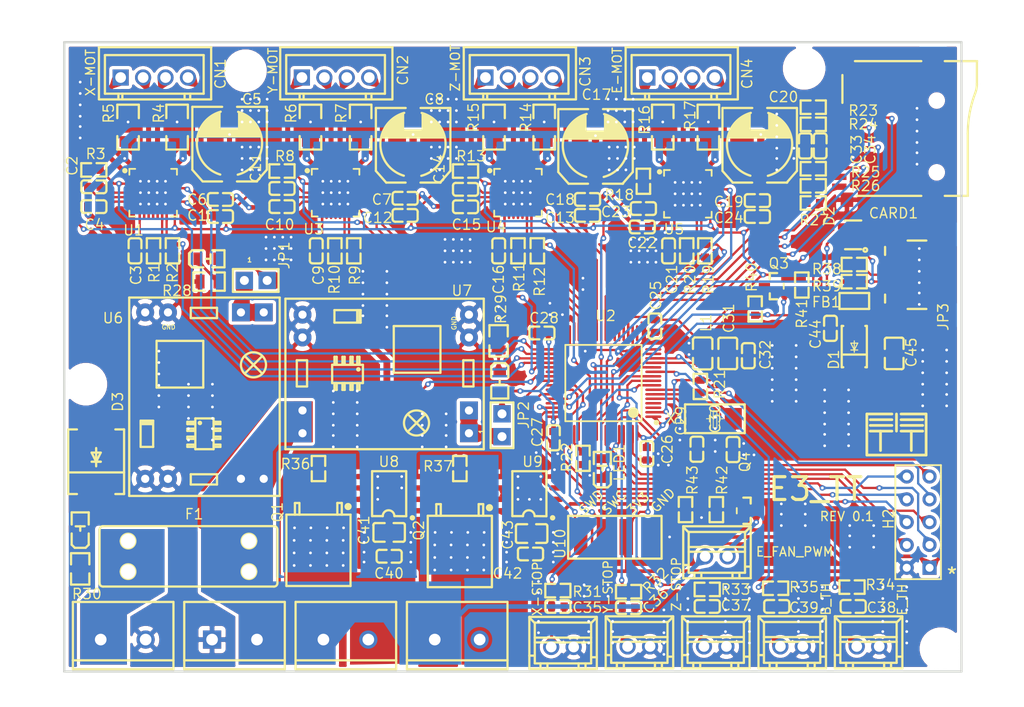
<source format=kicad_pcb>
(kicad_pcb (version 20171130) (host pcbnew 5.1.7-a382d34a8~87~ubuntu20.04.1)
  (layers (0 F.Cu signal) (31 B.Cu signal) (34 B.Paste user) (35 F.Paste user) (36 B.SilkS user) (37 F.SilkS user) (38 B.Mask user) (39 F.Mask user) (44 Edge.Cuts user))
  (net 0 "")
  (net 1 GND)
  (net 2 +VB)
  (net 3 +3V3)
  (net 4 X_STOP)
  (net 5 LCD_ENC_A)
  (net 6 LCD_ENC_B)
  (net 7 FAN_PWM)
  (net 8 HE0_PWM)
  (net 9 USB_D+)
  (net 10 USB_D-)
  (net 11 E0_DIR)
  (net 12 E0_UART)
  (net 13 X_STP)
  (net 14 Y_UART)
  (net 15 E0_EN)
  (net 16 D2_1)
  (net 17 SD_MOSI)
  (net 18 LCD_BEEP)
  (net 19 LCD_MOSI)
  (net 20 Y_STOP)
  (net 21 C44_1)
  (net 22 X_DIR)
  (net 23 X_UART)
  (net 24 SD_MISO)
  (net 25 SD_CS)
  (net 26 SD_SCK)
  (net 27 Z_UART)
  (net 28 Z_STOP)
  (net 29 RESET)
  (net 30 TH0)
  (net 31 SWDIO)
  (net 32 USB_CONN)
  (net 33 X_EN)
  (net 34 Y_EN)
  (net 35 Z_EN)
  (net 36 THB)
  (net 37 Q4_3)
  (net 38 SWCLK)
  (net 39 E0_STP)
  (net 40 +5V)
  (net 41 U2_6)
  (net 42 U2_5)
  (net 43 U2_13)
  (net 44 LCD_CS)
  (net 45 R22_2)
  (net 46 STATUS)
  (net 47 LCD_ENC_BTN)
  (net 48 R37_2)
  (net 49 U8_6)
  (net 50 R20_1)
  (net 51 C21_1)
  (net 52 U4_13)
  (net 53 U4_8)
  (net 54 R10_1)
  (net 55 C9_1)
  (net 56 C22_1)
  (net 57 C23_2)
  (net 58 C23_1)
  (net 59 U4_6)
  (net 60 U4_5)
  (net 61 C10_1)
  (net 62 C11_2)
  (net 63 C11_1)
  (net 64 X_OB1)
  (net 65 X_OA2)
  (net 66 X_OB2)
  (net 67 X_OA1)
  (net 68 U1_5)
  (net 69 U1_4)
  (net 70 U1_6)
  (net 71 U1_8)
  (net 72 U1_13)
  (net 73 Y_OA2)
  (net 74 Z_OB2)
  (net 75 Z_OB1)
  (net 76 Z_OA1)
  (net 77 Z_OA2)
  (net 78 U5_27)
  (net 79 E0_OA1)
  (net 80 E0_OB1)
  (net 81 U3_27)
  (net 82 U1_23)
  (net 83 U1_27)
  (net 84 Y_OB1)
  (net 85 Y_OA1)
  (net 86 Y_OB2)
  (net 87 E0_OB2)
  (net 88 U5_23)
  (net 89 U4_23)
  (net 90 U4_27)
  (net 91 U3_23)
  (net 92 E0_OA2)
  (net 93 U4_4)
  (net 94 SD_DET)
  (net 95 D2_6)
  (net 96 FB1_1)
  (net 97 Q3_3)
  (net 98 Q4_1)
  (net 99 LCD_SCK)
  (net 100 R30_1)
  (net 101 BED_PWM)
  (net 102 Z_DIR)
  (net 103 Z_STP)
  (net 104 Y_DIR)
  (net 105 Y_STP)
  (net 106 U6_3)
  (net 107 U7_3)
  (net 108 R28_2)
  (net 109 R29_2)
  (net 110 Q1_2)
  (net 111 Q2_2)
  (net 112 F1_1)
  (module easyeda:C0603 (layer F.Cu) (at 135.382 51.69 270)
    (fp_text reference C9 (at 3.936 -0.254 90) (layer F.SilkS) (effects (font (size 1.143 1.143) (thickness 0.152)) (justify left)))
    (fp_text value 4.7uF hide)
    (pad 1 smd rect (at -0.7 0 270) (size 0.8 0.9) (layers F.Cu F.Paste F.Mask) (net 55 C9_1))
    (pad 2 smd rect (at 0.7 0 270) (size 0.8 0.9) (layers F.Cu F.Paste F.Mask) (net 1 GND))
  )
  (module easyeda:QFN-28_L5.0-W5.0-P0.50-BL-EP (layer F.Cu) (at 137.541 45.212 270)
    (fp_text reference U3 (at 4.064 3.683) (layer F.SilkS) (effects (font (size 1.143 1.143) (thickness 0.152)) (justify left)))
    (fp_text value TMC2208-LA-T hide)
    (pad 29 smd rect (at 0 0) (size 3.5 3.5) (layers F.Cu F.Paste F.Mask) (net 1 GND))
    (pad 28 smd oval (at -2.5 1.501) (size 0.28 0.9) (layers F.Cu F.Paste F.Mask) (net 2 +VB))
    (pad 27 smd oval (at -2.5 1.001) (size 0.28 0.9) (layers F.Cu F.Paste F.Mask) (net 81 U3_27))
    (pad 26 smd oval (at -2.5 0.5) (size 0.28 0.9) (layers F.Cu F.Paste F.Mask) (net 84 Y_OB1))
    (pad 25 smd oval (at -2.5 0) (size 0.28 0.9) (layers F.Cu F.Paste F.Mask))
    (pad 24 smd oval (at -2.5 -0.5) (size 0.28 0.9) (layers F.Cu F.Paste F.Mask) (net 85 Y_OA1))
    (pad 23 smd oval (at -2.5 -1.001) (size 0.28 0.9) (layers F.Cu F.Paste F.Mask) (net 91 U3_23))
    (pad 22 smd oval (at -2.5 -1.501) (size 0.28 0.9) (layers F.Cu F.Paste F.Mask) (net 2 +VB))
    (pad 21 smd oval (at -1.501 -2.5 90) (size 0.28 0.9) (layers F.Cu F.Paste F.Mask) (net 73 Y_OA2))
    (pad 20 smd oval (at -1.001 -2.5 90) (size 0.28 0.9) (layers F.Cu F.Paste F.Mask))
    (pad 19 smd oval (at -0.501 -2.5 90) (size 0.28 0.9) (layers F.Cu F.Paste F.Mask) (net 104 Y_DIR))
    (pad 18 smd oval (at 0 -2.5 90) (size 0.28 0.9) (layers F.Cu F.Paste F.Mask) (net 1 GND))
    (pad 17 smd oval (at 0.5 -2.5 90) (size 0.28 0.9) (layers F.Cu F.Paste F.Mask))
    (pad 16 smd oval (at 1.001 -2.5 90) (size 0.28 0.9) (layers F.Cu F.Paste F.Mask) (net 105 Y_STP))
    (pad 15 smd oval (at 1.501 -2.5 90) (size 0.28 0.9) (layers F.Cu F.Paste F.Mask) (net 3 +3V3))
    (pad 14 smd oval (at 2.5 -1.501) (size 0.28 0.9) (layers F.Cu F.Paste F.Mask) (net 14 Y_UART))
    (pad 13 smd oval (at 2.5 -1.001) (size 0.28 0.9) (layers F.Cu F.Paste F.Mask) (net 54 R10_1))
    (pad 12 smd oval (at 2.5 -0.5) (size 0.28 0.9) (layers F.Cu F.Paste F.Mask))
    (pad 11 smd oval (at 2.5 0) (size 0.28 0.9) (layers F.Cu F.Paste F.Mask))
    (pad 10 smd oval (at 2.5 0.5) (size 0.28 0.9) (layers F.Cu F.Paste F.Mask))
    (pad 9 smd oval (at 2.5 1.001) (size 0.28 0.9) (layers F.Cu F.Paste F.Mask))
    (pad 8 smd oval (at 2.5 1.501) (size 0.28 0.9) (layers F.Cu F.Paste F.Mask) (net 55 C9_1))
    (pad 7 smd oval (at 1.501 2.5 90) (size 0.28 0.9) (layers F.Cu F.Paste F.Mask))
    (pad 6 smd oval (at 1.001 2.5 90) (size 0.28 0.9) (layers F.Cu F.Paste F.Mask) (net 61 C10_1))
    (pad 5 smd oval (at 0.5 2.5 90) (size 0.28 0.9) (layers F.Cu F.Paste F.Mask) (net 62 C11_2))
    (pad 4 smd oval (at 0 2.5 90) (size 0.28 0.9) (layers F.Cu F.Paste F.Mask) (net 63 C11_1))
    (pad 3 smd oval (at -0.501 2.5 90) (size 0.28 0.9) (layers F.Cu F.Paste F.Mask) (net 1 GND))
    (pad 2 smd oval (at -1.001 2.5 90) (size 0.28 0.9) (layers F.Cu F.Paste F.Mask) (net 34 Y_EN))
    (pad 1 smd oval (at -1.501 2.5 90) (size 0.28 0.9) (layers F.Cu F.Paste F.Mask) (net 86 Y_OB2))
  )
  (module easyeda:R0603 (layer F.Cu) (at 131.572 42.799 180)
    (fp_text reference R8 (at 0.889 1.651) (layer F.SilkS) (effects (font (size 1.143 1.143) (thickness 0.152)) (justify left)))
    (fp_text value 20K hide)
    (pad 2 smd rect (at 0.7 0 180) (size 0.8 0.9) (layers F.Cu F.Paste F.Mask) (net 3 +3V3))
    (pad 1 smd rect (at -0.7 0 180) (size 0.8 0.9) (layers F.Cu F.Paste F.Mask) (net 34 Y_EN))
  )
  (module easyeda:R0603 (layer F.Cu) (at 139.573 51.689 90)
    (fp_text reference R9 (at -3.937 0.127 90) (layer F.SilkS) (effects (font (size 1.143 1.143) (thickness 0.152)) (justify left)))
    (fp_text value 20K hide)
    (pad 2 smd rect (at 0.7 0 90) (size 0.8 0.9) (layers F.Cu F.Paste F.Mask) (net 14 Y_UART))
    (pad 1 smd rect (at -0.7 0 90) (size 0.8 0.9) (layers F.Cu F.Paste F.Mask) (net 1 GND))
  )
  (module easyeda:R0603 (layer F.Cu) (at 137.458 51.689 270)
    (fp_text reference R10 (at 4.953 0.044 90) (layer F.SilkS) (effects (font (size 1.143 1.143) (thickness 0.152)) (justify left)))
    (fp_text value 20K hide)
    (pad 2 smd rect (at 0.7 0 270) (size 0.8 0.9) (layers F.Cu F.Paste F.Mask) (net 1 GND))
    (pad 1 smd rect (at -0.7 0 270) (size 0.8 0.9) (layers F.Cu F.Paste F.Mask) (net 54 R10_1))
  )
  (module easyeda:C0603 (layer F.Cu) (at 131.573 44.739 180)
    (fp_text reference C11 (at 2.922 0.543 -90) (layer F.SilkS) (effects (font (size 1.143 1.143) (thickness 0.152)) (justify left)))
    (fp_text value 22nF hide)
    (pad 1 smd rect (at -0.7 0 180) (size 0.8 0.9) (layers F.Cu F.Paste F.Mask) (net 63 C11_1))
    (pad 2 smd rect (at 0.7 0 180) (size 0.8 0.9) (layers F.Cu F.Paste F.Mask) (net 62 C11_2))
  )
  (module easyeda:C0603 (layer F.Cu) (at 131.572 46.759 180)
    (fp_text reference C10 (at 2.032 -2.009) (layer F.SilkS) (effects (font (size 1.143 1.143) (thickness 0.152)) (justify left)))
    (fp_text value 100nF hide)
    (pad 1 smd rect (at -0.7 0 180) (size 0.8 0.9) (layers F.Cu F.Paste F.Mask) (net 61 C10_1))
    (pad 2 smd rect (at 0.7 0 180) (size 0.8 0.9) (layers F.Cu F.Paste F.Mask) (net 2 +VB))
  )
  (module easyeda:C0603 (layer F.Cu) (at 145.288 47.752)
    (fp_text reference C12 (at -4.826 0.254) (layer F.SilkS) (effects (font (size 1.143 1.143) (thickness 0.152)) (justify left)))
    (fp_text value 100nF hide)
    (pad 1 smd rect (at -0.7 0) (size 0.8 0.9) (layers F.Cu F.Paste F.Mask) (net 1 GND))
    (pad 2 smd rect (at 0.7 0) (size 0.8 0.9) (layers F.Cu F.Paste F.Mask) (net 3 +3V3))
  )
  (module easyeda:C0603 (layer F.Cu) (at 145.288 45.847)
    (fp_text reference C7 (at -3.81 0.127) (layer F.SilkS) (effects (font (size 1.143 1.143) (thickness 0.152)) (justify left)))
    (fp_text value 100nF hide)
    (pad 1 smd rect (at -0.7 0) (size 0.8 0.9) (layers F.Cu F.Paste F.Mask) (net 1 GND))
    (pad 2 smd rect (at 0.7 0) (size 0.8 0.9) (layers F.Cu F.Paste F.Mask) (net 2 +VB))
  )
  (module easyeda:CAP-SMD_BD8.0-L8.3-W8.3-FD (layer F.Cu) (at 146.177 39.878 90)
    (fp_text reference C8 (at 5.08 1.143) (layer F.SilkS) (effects (font (size 1.143 1.143) (thickness 0.152)) (justify left)))
    (fp_text value 100uF hide)
    (pad 1 smd rect (at -3.5 -0.005 270) (size 2.9 1.2) (layers F.Cu F.Paste F.Mask) (net 2 +VB))
    (pad 2 smd rect (at 3.5 0.005 270) (size 2.9 1.2) (layers F.Cu F.Paste F.Mask) (net 1 GND))
  )
  (module easyeda:CONN-TH_4P-P2.50_XH-4A (layer F.Cu) (at 137.541 32.385)
    (fp_text reference CN2 (at 7.493 0.997 90) (layer F.SilkS) (effects (font (size 1.143 1.143) (thickness 0.152)) (justify left)))
    (fp_text value "XH-4AK M" hide)
    (pad 1 thru_hole rect (at -3.75 0) (size 1.8 1.8) (drill 1.199) (layers *.Cu *.Paste *.Mask) (net 86 Y_OB2))
    (pad 2 thru_hole circle (at -1.248 0) (size 1.8 1.8) (drill 1.199) (layers *.Cu *.Paste *.Mask) (net 84 Y_OB1))
    (pad 3 thru_hole circle (at 1.251 0) (size 1.8 1.8) (drill 1.199) (layers *.Cu *.Paste *.Mask) (net 85 Y_OA1))
    (pad 4 thru_hole circle (at 3.75 0) (size 1.8 1.8) (drill 1.199) (layers *.Cu *.Paste *.Mask) (net 73 Y_OA2))
  )
  (module easyeda:C0603 (layer F.Cu) (at 115.189 51.69 270)
    (fp_text reference C3 (at 3.936 -0.127 90) (layer F.SilkS) (effects (font (size 1.143 1.143) (thickness 0.152)) (justify left)))
    (fp_text value 4.7uF hide)
    (pad 1 smd rect (at -0.7 0 270) (size 0.8 0.9) (layers F.Cu F.Paste F.Mask) (net 71 U1_8))
    (pad 2 smd rect (at 0.7 0 270) (size 0.8 0.9) (layers F.Cu F.Paste F.Mask) (net 1 GND))
  )
  (module easyeda:R0603 (layer F.Cu) (at 110.617 42.672 180)
    (fp_text reference R3 (at 1.016 1.778) (layer F.SilkS) (effects (font (size 1.143 1.143) (thickness 0.152)) (justify left)))
    (fp_text value 20K hide)
    (pad 2 smd rect (at 0.7 0 180) (size 0.8 0.9) (layers F.Cu F.Paste F.Mask) (net 3 +3V3))
    (pad 1 smd rect (at -0.7 0 180) (size 0.8 0.9) (layers F.Cu F.Paste F.Mask) (net 33 X_EN))
  )
  (module easyeda:R0603 (layer F.Cu) (at 119.38 51.689 90)
    (fp_text reference R2 (at -3.683 0 90) (layer F.SilkS) (effects (font (size 1.143 1.143) (thickness 0.152)) (justify left)))
    (fp_text value 20K hide)
    (pad 2 smd rect (at 0.7 0 90) (size 0.8 0.9) (layers F.Cu F.Paste F.Mask) (net 23 X_UART))
    (pad 1 smd rect (at -0.7 0 90) (size 0.8 0.9) (layers F.Cu F.Paste F.Mask) (net 1 GND))
  )
  (module easyeda:R0603 (layer F.Cu) (at 117.265 51.689 270)
    (fp_text reference R1 (at 3.683 -0.083 90) (layer F.SilkS) (effects (font (size 1.143 1.143) (thickness 0.152)) (justify left)))
    (fp_text value 20K hide)
    (pad 2 smd rect (at 0.7 0 270) (size 0.8 0.9) (layers F.Cu F.Paste F.Mask) (net 1 GND))
    (pad 1 smd rect (at -0.7 0 270) (size 0.8 0.9) (layers F.Cu F.Paste F.Mask) (net 72 U1_13))
  )
  (module easyeda:C0603 (layer F.Cu) (at 110.617 46.759 180)
    (fp_text reference C4 (at 1.143 -2.009) (layer F.SilkS) (effects (font (size 1.143 1.143) (thickness 0.152)) (justify left)))
    (fp_text value 100nF hide)
    (pad 1 smd rect (at -0.7 0 180) (size 0.8 0.9) (layers F.Cu F.Paste F.Mask) (net 70 U1_6))
    (pad 2 smd rect (at 0.7 0 180) (size 0.8 0.9) (layers F.Cu F.Paste F.Mask) (net 2 +VB))
  )
  (module easyeda:C0603 (layer F.Cu) (at 124.714 45.974)
    (fp_text reference C6 (at -3.81 0) (layer F.SilkS) (effects (font (size 1.143 1.143) (thickness 0.152)) (justify left)))
    (fp_text value 100nF hide)
    (pad 1 smd rect (at -0.7 0) (size 0.8 0.9) (layers F.Cu F.Paste F.Mask) (net 1 GND))
    (pad 2 smd rect (at 0.7 0) (size 0.8 0.9) (layers F.Cu F.Paste F.Mask) (net 2 +VB))
  )
  (module easyeda:CAP-SMD_BD8.0-L8.3-W8.3-FD (layer F.Cu) (at 125.73 39.751 90)
    (fp_text reference C5 (at 4.953 1.27) (layer F.SilkS) (effects (font (size 1.143 1.143) (thickness 0.152)) (justify left)))
    (fp_text value 100uF hide)
    (pad 1 smd rect (at -3.5 -0.005 270) (size 2.9 1.2) (layers F.Cu F.Paste F.Mask) (net 2 +VB))
    (pad 2 smd rect (at 3.5 0.005 270) (size 2.9 1.2) (layers F.Cu F.Paste F.Mask) (net 1 GND))
  )
  (module easyeda:LQFP-64_L10.0-W10.0-P0.50-LS12.0-BL (layer F.Cu) (at 167.386 66.421 90)
    (fp_text reference U2 (at 7.493 -1.016) (layer F.SilkS) (effects (font (size 1.143 1.143) (thickness 0.152)) (justify left)))
    (fp_text value STM32F103RCT6 hide)
    (pad 64 smd oval (at -5.55 3.75 180) (size 0.28 1.8) (layers F.Cu F.Paste F.Mask) (net 3 +3V3))
    (pad 63 smd oval (at -5.55 3.25 180) (size 0.28 1.8) (layers F.Cu F.Paste F.Mask) (net 1 GND))
    (pad 62 smd oval (at -5.55 2.75 180) (size 0.28 1.8) (layers F.Cu F.Paste F.Mask) (net 99 LCD_SCK))
    (pad 61 smd oval (at -5.55 2.25 180) (size 0.28 1.8) (layers F.Cu F.Paste F.Mask) (net 44 LCD_CS))
    (pad 60 smd oval (at -5.55 1.75 180) (size 0.28 1.8) (layers F.Cu F.Paste F.Mask) (net 1 GND))
    (pad 59 smd oval (at -5.55 1.25 180) (size 0.28 1.8) (layers F.Cu F.Paste F.Mask) (net 19 LCD_MOSI))
    (pad 58 smd oval (at -5.55 0.75 180) (size 0.28 1.8) (layers F.Cu F.Paste F.Mask) (net 47 LCD_ENC_BTN))
    (pad 57 smd oval (at -5.55 0.25 180) (size 0.28 1.8) (layers F.Cu F.Paste F.Mask) (net 18 LCD_BEEP))
    (pad 56 smd oval (at -5.55 -0.25 180) (size 0.28 1.8) (layers F.Cu F.Paste F.Mask) (net 11 E0_DIR))
    (pad 55 smd oval (at -5.55 -0.75 180) (size 0.28 1.8) (layers F.Cu F.Paste F.Mask) (net 39 E0_STP))
    (pad 54 smd oval (at -5.55 -1.25 180) (size 0.28 1.8) (layers F.Cu F.Paste F.Mask) (net 15 E0_EN))
    (pad 53 smd oval (at -5.55 -1.75 180) (size 0.28 1.8) (layers F.Cu F.Paste F.Mask))
    (pad 52 smd oval (at -5.55 -2.25 180) (size 0.28 1.8) (layers F.Cu F.Paste F.Mask) (net 12 E0_UART))
    (pad 51 smd oval (at -5.55 -2.75 180) (size 0.28 1.8) (layers F.Cu F.Paste F.Mask) (net 27 Z_UART))
    (pad 50 smd oval (at -5.55 -3.25 180) (size 0.28 1.8) (layers F.Cu F.Paste F.Mask) (net 46 STATUS))
    (pad 49 smd oval (at -5.55 -3.75 180) (size 0.28 1.8) (layers F.Cu F.Paste F.Mask) (net 38 SWCLK))
    (pad 48 smd oval (at -3.75 -5.55 270) (size 0.28 1.8) (layers F.Cu F.Paste F.Mask) (net 3 +3V3))
    (pad 47 smd oval (at -3.25 -5.55 270) (size 0.28 1.8) (layers F.Cu F.Paste F.Mask) (net 1 GND))
    (pad 46 smd oval (at -2.75 -5.55 270) (size 0.28 1.8) (layers F.Cu F.Paste F.Mask) (net 31 SWDIO))
    (pad 45 smd oval (at -2.25 -5.55 270) (size 0.28 1.8) (layers F.Cu F.Paste F.Mask) (net 9 USB_D+))
    (pad 44 smd oval (at -1.75 -5.55 270) (size 0.28 1.8) (layers F.Cu F.Paste F.Mask) (net 10 USB_D-))
    (pad 43 smd oval (at -1.25 -5.55 270) (size 0.28 1.8) (layers F.Cu F.Paste F.Mask) (net 5 LCD_ENC_A))
    (pad 42 smd oval (at -0.75 -5.55 270) (size 0.28 1.8) (layers F.Cu F.Paste F.Mask) (net 6 LCD_ENC_B))
    (pad 41 smd oval (at -0.25 -5.55 270) (size 0.28 1.8) (layers F.Cu F.Paste F.Mask) (net 7 FAN_PWM))
    (pad 40 smd oval (at 0.25 -5.55 270) (size 0.28 1.8) (layers F.Cu F.Paste F.Mask) (net 101 BED_PWM))
    (pad 39 smd oval (at 0.75 -5.55 270) (size 0.28 1.8) (layers F.Cu F.Paste F.Mask) (net 8 HE0_PWM))
    (pad 38 smd oval (at 1.25 -5.55 270) (size 0.28 1.8) (layers F.Cu F.Paste F.Mask))
    (pad 37 smd oval (at 1.75 -5.55 270) (size 0.28 1.8) (layers F.Cu F.Paste F.Mask) (net 14 Y_UART))
    (pad 36 smd oval (at 2.25 -5.55 270) (size 0.28 1.8) (layers F.Cu F.Paste F.Mask) (net 23 X_UART))
    (pad 35 smd oval (at 2.75 -5.55 270) (size 0.28 1.8) (layers F.Cu F.Paste F.Mask) (net 33 X_EN))
    (pad 34 smd oval (at 3.25 -5.55 270) (size 0.28 1.8) (layers F.Cu F.Paste F.Mask) (net 13 X_STP))
    (pad 33 smd oval (at 3.75 -5.55 270) (size 0.28 1.8) (layers F.Cu F.Paste F.Mask) (net 22 X_DIR))
    (pad 32 smd oval (at 5.55 -3.75 180) (size 0.28 1.8) (layers F.Cu F.Paste F.Mask) (net 3 +3V3))
    (pad 31 smd oval (at 5.55 -3.25 180) (size 0.28 1.8) (layers F.Cu F.Paste F.Mask) (net 1 GND))
    (pad 30 smd oval (at 5.55 -2.75 180) (size 0.28 1.8) (layers F.Cu F.Paste F.Mask) (net 34 Y_EN))
    (pad 29 smd oval (at 5.55 -2.25 180) (size 0.28 1.8) (layers F.Cu F.Paste F.Mask) (net 105 Y_STP))
    (pad 28 smd oval (at 5.55 -1.75 180) (size 0.28 1.8) (layers F.Cu F.Paste F.Mask) (net 104 Y_DIR))
    (pad 27 smd oval (at 5.55 -1.25 180) (size 0.28 1.8) (layers F.Cu F.Paste F.Mask) (net 35 Z_EN))
    (pad 26 smd oval (at 5.55 -0.75 180) (size 0.28 1.8) (layers F.Cu F.Paste F.Mask) (net 103 Z_STP))
    (pad 25 smd oval (at 5.55 -0.25 180) (size 0.28 1.8) (layers F.Cu F.Paste F.Mask) (net 102 Z_DIR))
    (pad 24 smd oval (at 5.55 0.25 180) (size 0.28 1.8) (layers F.Cu F.Paste F.Mask) (net 94 SD_DET))
    (pad 23 smd oval (at 5.55 0.75 180) (size 0.28 1.8) (layers F.Cu F.Paste F.Mask) (net 17 SD_MOSI))
    (pad 22 smd oval (at 5.55 1.25 180) (size 0.28 1.8) (layers F.Cu F.Paste F.Mask) (net 24 SD_MISO))
    (pad 21 smd oval (at 5.55 1.75 180) (size 0.28 1.8) (layers F.Cu F.Paste F.Mask) (net 26 SD_SCK))
    (pad 20 smd oval (at 5.55 2.25 180) (size 0.28 1.8) (layers F.Cu F.Paste F.Mask) (net 25 SD_CS))
    (pad 19 smd oval (at 5.55 2.75 180) (size 0.28 1.8) (layers F.Cu F.Paste F.Mask) (net 3 +3V3))
    (pad 18 smd oval (at 5.55 3.25 180) (size 0.28 1.8) (layers F.Cu F.Paste F.Mask) (net 1 GND))
    (pad 17 smd oval (at 5.55 3.75 180) (size 0.28 1.8) (layers F.Cu F.Paste F.Mask))
    (pad 16 smd oval (at 3.75 5.55 270) (size 0.28 1.8) (layers F.Cu F.Paste F.Mask))
    (pad 15 smd oval (at 3.25 5.55 270) (size 0.28 1.8) (layers F.Cu F.Paste F.Mask))
    (pad 14 smd oval (at 2.75 5.55 270) (size 0.28 1.8) (layers F.Cu F.Paste F.Mask) (net 30 TH0))
    (pad 13 smd oval (at 2.25 5.55 270) (size 0.28 1.8) (layers F.Cu F.Paste F.Mask) (net 43 U2_13))
    (pad 12 smd oval (at 1.75 5.55 270) (size 0.28 1.8) (layers F.Cu F.Paste F.Mask) (net 1 GND))
    (pad 11 smd oval (at 1.25 5.55 270) (size 0.28 1.8) (layers F.Cu F.Paste F.Mask) (net 36 THB))
    (pad 10 smd oval (at 0.75 5.55 270) (size 0.28 1.8) (layers F.Cu F.Paste F.Mask) (net 28 Z_STOP))
    (pad 9 smd oval (at 0.25 5.55 270) (size 0.28 1.8) (layers F.Cu F.Paste F.Mask) (net 20 Y_STOP))
    (pad 8 smd oval (at -0.25 5.55 270) (size 0.28 1.8) (layers F.Cu F.Paste F.Mask) (net 4 X_STOP))
    (pad 7 smd oval (at -0.75 5.55 270) (size 0.28 1.8) (layers F.Cu F.Paste F.Mask) (net 29 RESET))
    (pad 6 smd oval (at -1.25 5.55 270) (size 0.28 1.8) (layers F.Cu F.Paste F.Mask) (net 41 U2_6))
    (pad 5 smd oval (at -1.75 5.55 270) (size 0.28 1.8) (layers F.Cu F.Paste F.Mask) (net 42 U2_5))
    (pad 4 smd oval (at -2.25 5.55 270) (size 0.28 1.8) (layers F.Cu F.Paste F.Mask))
    (pad 3 smd oval (at -2.75 5.55 270) (size 0.28 1.8) (layers F.Cu F.Paste F.Mask))
    (pad 2 smd oval (at -3.25 5.55 270) (size 0.28 1.8) (layers F.Cu F.Paste F.Mask) (net 32 USB_CONN))
    (pad 1 smd oval (at -3.75 5.55 270) (size 0.28 1.8) (layers F.Cu F.Paste F.Mask) (net 3 +3V3))
  )
  (module easyeda:C0603 (layer F.Cu) (at 110.618 44.548 180)
    (fp_text reference C2 (at 2.414 1.114 -90) (layer F.SilkS) (effects (font (size 1.143 1.143) (thickness 0.152)) (justify left)))
    (fp_text value 22nF hide)
    (pad 1 smd rect (at -0.7 0 180) (size 0.8 0.9) (layers F.Cu F.Paste F.Mask) (net 69 U1_4))
    (pad 2 smd rect (at 0.7 0 180) (size 0.8 0.9) (layers F.Cu F.Paste F.Mask) (net 68 U1_5))
  )
  (module easyeda:C0603 (layer F.Cu) (at 124.714 47.879)
    (fp_text reference C1 (at -3.81 -0.127) (layer F.SilkS) (effects (font (size 1.143 1.143) (thickness 0.152)) (justify left)))
    (fp_text value 100nF hide)
    (pad 1 smd rect (at -0.7 0) (size 0.8 0.9) (layers F.Cu F.Paste F.Mask) (net 1 GND))
    (pad 2 smd rect (at 0.7 0) (size 0.8 0.9) (layers F.Cu F.Paste F.Mask) (net 3 +3V3))
  )
  (module easyeda:CONN-TH_4P-P2.50_XH-4A (layer F.Cu) (at 117.348 32.385)
    (fp_text reference CN1 (at 7.366 1.397 90) (layer F.SilkS) (effects (font (size 1.143 1.143) (thickness 0.152)) (justify left)))
    (fp_text value "XH-4AK M" hide)
    (pad 1 thru_hole rect (at -3.75 0) (size 1.8 1.8) (drill 1.199) (layers *.Cu *.Paste *.Mask) (net 66 X_OB2))
    (pad 2 thru_hole circle (at -1.248 0) (size 1.8 1.8) (drill 1.199) (layers *.Cu *.Paste *.Mask) (net 64 X_OB1))
    (pad 3 thru_hole circle (at 1.251 0) (size 1.8 1.8) (drill 1.199) (layers *.Cu *.Paste *.Mask) (net 67 X_OA1))
    (pad 4 thru_hole circle (at 3.75 0) (size 1.8 1.8) (drill 1.199) (layers *.Cu *.Paste *.Mask) (net 65 X_OA2))
  )
  (module easyeda:C0603 (layer F.Cu) (at 155.702 51.689 270)
    (fp_text reference C16 (at 4.953 0 90) (layer F.SilkS) (effects (font (size 1.143 1.143) (thickness 0.152)) (justify left)))
    (fp_text value 4.7uF hide)
    (pad 1 smd rect (at -0.7 0 270) (size 0.8 0.9) (layers F.Cu F.Paste F.Mask) (net 53 U4_8))
    (pad 2 smd rect (at 0.7 0 270) (size 0.8 0.9) (layers F.Cu F.Paste F.Mask) (net 1 GND))
  )
  (module easyeda:QFN-28_L5.0-W5.0-P0.50-BL-EP (layer F.Cu) (at 157.861 45.212 270)
    (fp_text reference U4 (at 3.81 3.683) (layer F.SilkS) (effects (font (size 1.143 1.143) (thickness 0.152)) (justify left)))
    (fp_text value TMC2208-LA-T hide)
    (pad 29 smd rect (at 0 0) (size 3.5 3.5) (layers F.Cu F.Paste F.Mask) (net 1 GND))
    (pad 28 smd oval (at -2.5 1.501) (size 0.28 0.9) (layers F.Cu F.Paste F.Mask) (net 2 +VB))
    (pad 27 smd oval (at -2.5 1.001) (size 0.28 0.9) (layers F.Cu F.Paste F.Mask) (net 90 U4_27))
    (pad 26 smd oval (at -2.5 0.5) (size 0.28 0.9) (layers F.Cu F.Paste F.Mask) (net 75 Z_OB1))
    (pad 25 smd oval (at -2.5 0) (size 0.28 0.9) (layers F.Cu F.Paste F.Mask))
    (pad 24 smd oval (at -2.5 -0.5) (size 0.28 0.9) (layers F.Cu F.Paste F.Mask) (net 76 Z_OA1))
    (pad 23 smd oval (at -2.5 -1.001) (size 0.28 0.9) (layers F.Cu F.Paste F.Mask) (net 89 U4_23))
    (pad 22 smd oval (at -2.5 -1.501) (size 0.28 0.9) (layers F.Cu F.Paste F.Mask) (net 2 +VB))
    (pad 21 smd oval (at -1.501 -2.5 90) (size 0.28 0.9) (layers F.Cu F.Paste F.Mask) (net 77 Z_OA2))
    (pad 20 smd oval (at -1.001 -2.5 90) (size 0.28 0.9) (layers F.Cu F.Paste F.Mask))
    (pad 19 smd oval (at -0.501 -2.5 90) (size 0.28 0.9) (layers F.Cu F.Paste F.Mask) (net 102 Z_DIR))
    (pad 18 smd oval (at 0 -2.5 90) (size 0.28 0.9) (layers F.Cu F.Paste F.Mask) (net 1 GND))
    (pad 17 smd oval (at 0.5 -2.5 90) (size 0.28 0.9) (layers F.Cu F.Paste F.Mask))
    (pad 16 smd oval (at 1.001 -2.5 90) (size 0.28 0.9) (layers F.Cu F.Paste F.Mask) (net 103 Z_STP))
    (pad 15 smd oval (at 1.501 -2.5 90) (size 0.28 0.9) (layers F.Cu F.Paste F.Mask) (net 3 +3V3))
    (pad 14 smd oval (at 2.5 -1.501) (size 0.28 0.9) (layers F.Cu F.Paste F.Mask) (net 27 Z_UART))
    (pad 13 smd oval (at 2.5 -1.001) (size 0.28 0.9) (layers F.Cu F.Paste F.Mask) (net 52 U4_13))
    (pad 12 smd oval (at 2.5 -0.5) (size 0.28 0.9) (layers F.Cu F.Paste F.Mask))
    (pad 11 smd oval (at 2.5 0) (size 0.28 0.9) (layers F.Cu F.Paste F.Mask))
    (pad 10 smd oval (at 2.5 0.5) (size 0.28 0.9) (layers F.Cu F.Paste F.Mask))
    (pad 9 smd oval (at 2.5 1.001) (size 0.28 0.9) (layers F.Cu F.Paste F.Mask))
    (pad 8 smd oval (at 2.5 1.501) (size 0.28 0.9) (layers F.Cu F.Paste F.Mask) (net 53 U4_8))
    (pad 7 smd oval (at 1.501 2.5 90) (size 0.28 0.9) (layers F.Cu F.Paste F.Mask))
    (pad 6 smd oval (at 1.001 2.5 90) (size 0.28 0.9) (layers F.Cu F.Paste F.Mask) (net 59 U4_6))
    (pad 5 smd oval (at 0.5 2.5 90) (size 0.28 0.9) (layers F.Cu F.Paste F.Mask) (net 60 U4_5))
    (pad 4 smd oval (at 0 2.5 90) (size 0.28 0.9) (layers F.Cu F.Paste F.Mask) (net 93 U4_4))
    (pad 3 smd oval (at -0.501 2.5 90) (size 0.28 0.9) (layers F.Cu F.Paste F.Mask) (net 1 GND))
    (pad 2 smd oval (at -1.001 2.5 90) (size 0.28 0.9) (layers F.Cu F.Paste F.Mask) (net 35 Z_EN))
    (pad 1 smd oval (at -1.501 2.5 90) (size 0.28 0.9) (layers F.Cu F.Paste F.Mask) (net 74 Z_OB2))
  )
  (module easyeda:R0603 (layer F.Cu) (at 160.02 51.689 90)
    (fp_text reference R12 (at -5.207 0.254 90) (layer F.SilkS) (effects (font (size 1.143 1.143) (thickness 0.152)) (justify left)))
    (fp_text value 20K hide)
    (pad 2 smd rect (at 0.7 0 90) (size 0.8 0.9) (layers F.Cu F.Paste F.Mask) (net 27 Z_UART))
    (pad 1 smd rect (at -0.7 0 90) (size 0.8 0.9) (layers F.Cu F.Paste F.Mask) (net 1 GND))
  )
  (module easyeda:R0603 (layer F.Cu) (at 157.861 51.689 270)
    (fp_text reference R11 (at 4.699 -0.127 90) (layer F.SilkS) (effects (font (size 1.143 1.143) (thickness 0.152)) (justify left)))
    (fp_text value 20K hide)
    (pad 2 smd rect (at 0.7 0 270) (size 0.8 0.9) (layers F.Cu F.Paste F.Mask) (net 1 GND))
    (pad 1 smd rect (at -0.7 0 270) (size 0.8 0.9) (layers F.Cu F.Paste F.Mask) (net 52 U4_13))
  )
  (module easyeda:R0603 (layer F.Cu) (at 152.019 42.799 180)
    (fp_text reference R13 (at 1.143 1.651) (layer F.SilkS) (effects (font (size 1.143 1.143) (thickness 0.152)) (justify left)))
    (fp_text value 20K hide)
    (pad 2 smd rect (at 0.7 0 180) (size 0.8 0.9) (layers F.Cu F.Paste F.Mask) (net 3 +3V3))
    (pad 1 smd rect (at -0.7 0 180) (size 0.8 0.9) (layers F.Cu F.Paste F.Mask) (net 35 Z_EN))
  )
  (module easyeda:C0603 (layer F.Cu) (at 152.019 44.831 180)
    (fp_text reference C14 (at 2.921 0.508 -90) (layer F.SilkS) (effects (font (size 1.143 1.143) (thickness 0.152)) (justify left)))
    (fp_text value 22nF hide)
    (pad 1 smd rect (at -0.7 0 180) (size 0.8 0.9) (layers F.Cu F.Paste F.Mask) (net 93 U4_4))
    (pad 2 smd rect (at 0.7 0 180) (size 0.8 0.9) (layers F.Cu F.Paste F.Mask) (net 60 U4_5))
  )
  (module easyeda:C0603 (layer F.Cu) (at 165.608 47.752)
    (fp_text reference C13 (at -4.826 0.254) (layer F.SilkS) (effects (font (size 1.143 1.143) (thickness 0.152)) (justify left)))
    (fp_text value 100nF hide)
    (pad 1 smd rect (at -0.7 0) (size 0.8 0.9) (layers F.Cu F.Paste F.Mask) (net 1 GND))
    (pad 2 smd rect (at 0.7 0) (size 0.8 0.9) (layers F.Cu F.Paste F.Mask) (net 3 +3V3))
  )
  (module easyeda:C0603 (layer F.Cu) (at 165.608 45.974)
    (fp_text reference C18 (at -4.826 0) (layer F.SilkS) (effects (font (size 1.143 1.143) (thickness 0.152)) (justify left)))
    (fp_text value 100nF hide)
    (pad 1 smd rect (at -0.7 0) (size 0.8 0.9) (layers F.Cu F.Paste F.Mask) (net 1 GND))
    (pad 2 smd rect (at 0.7 0) (size 0.8 0.9) (layers F.Cu F.Paste F.Mask) (net 2 +VB))
  )
  (module easyeda:C0603 (layer F.Cu) (at 152.019 46.777 180)
    (fp_text reference C15 (at 1.651 -1.991) (layer F.SilkS) (effects (font (size 1.143 1.143) (thickness 0.152)) (justify left)))
    (fp_text value 100nF hide)
    (pad 1 smd rect (at -0.7 0 180) (size 0.8 0.9) (layers F.Cu F.Paste F.Mask) (net 59 U4_6))
    (pad 2 smd rect (at 0.7 0 180) (size 0.8 0.9) (layers F.Cu F.Paste F.Mask) (net 2 +VB))
  )
  (module easyeda:CAP-SMD_BD8.0-L8.3-W8.3-FD (layer F.Cu) (at 166.497 40.005 90)
    (fp_text reference C17 (at 5.715 -1.651) (layer F.SilkS) (effects (font (size 1.143 1.143) (thickness 0.152)) (justify left)))
    (fp_text value 100uF hide)
    (pad 1 smd rect (at -3.5 -0.005 270) (size 2.9 1.2) (layers F.Cu F.Paste F.Mask) (net 2 +VB))
    (pad 2 smd rect (at 3.5 0.005 270) (size 2.9 1.2) (layers F.Cu F.Paste F.Mask) (net 1 GND))
  )
  (module easyeda:CONN-TH_4P-P2.50_XH-4A (layer F.Cu) (at 157.988 32.385)
    (fp_text reference CN3 (at 7.366 1.143 90) (layer F.SilkS) (effects (font (size 1.143 1.143) (thickness 0.152)) (justify left)))
    (fp_text value "XH-4AK M" hide)
    (pad 1 thru_hole rect (at -3.75 0) (size 1.8 1.8) (drill 1.199) (layers *.Cu *.Paste *.Mask) (net 74 Z_OB2))
    (pad 2 thru_hole circle (at -1.248 0) (size 1.8 1.8) (drill 1.199) (layers *.Cu *.Paste *.Mask) (net 75 Z_OB1))
    (pad 3 thru_hole circle (at 1.251 0) (size 1.8 1.8) (drill 1.199) (layers *.Cu *.Paste *.Mask) (net 76 Z_OA1))
    (pad 4 thru_hole circle (at 3.75 0) (size 1.8 1.8) (drill 1.199) (layers *.Cu *.Paste *.Mask) (net 77 Z_OA2))
  )
  (module easyeda:C0603 (layer F.Cu) (at 174.625 51.689 270)
    (fp_text reference C21 (at 4.953 -0.381 90) (layer F.SilkS) (effects (font (size 1.143 1.143) (thickness 0.152)) (justify left)))
    (fp_text value 4.7uF hide)
    (pad 1 smd rect (at -0.7 0 270) (size 0.8 0.9) (layers F.Cu F.Paste F.Mask) (net 51 C21_1))
    (pad 2 smd rect (at 0.7 0 270) (size 0.8 0.9) (layers F.Cu F.Paste F.Mask) (net 1 GND))
  )
  (module easyeda:QFN-28_L5.0-W5.0-P0.50-BL-EP (layer F.Cu) (at 176.784 45.339 270)
    (fp_text reference U5 (at 3.937 2.794) (layer F.SilkS) (effects (font (size 1.143 1.143) (thickness 0.152)) (justify left)))
    (fp_text value TMC2208-LA-T hide)
    (pad 29 smd rect (at 0 0) (size 3.5 3.5) (layers F.Cu F.Paste F.Mask) (net 1 GND))
    (pad 28 smd oval (at -2.5 1.501) (size 0.28 0.9) (layers F.Cu F.Paste F.Mask) (net 2 +VB))
    (pad 27 smd oval (at -2.5 1.001) (size 0.28 0.9) (layers F.Cu F.Paste F.Mask) (net 78 U5_27))
    (pad 26 smd oval (at -2.5 0.5) (size 0.28 0.9) (layers F.Cu F.Paste F.Mask) (net 80 E0_OB1))
    (pad 25 smd oval (at -2.5 0) (size 0.28 0.9) (layers F.Cu F.Paste F.Mask))
    (pad 24 smd oval (at -2.5 -0.5) (size 0.28 0.9) (layers F.Cu F.Paste F.Mask) (net 79 E0_OA1))
    (pad 23 smd oval (at -2.5 -1.001) (size 0.28 0.9) (layers F.Cu F.Paste F.Mask) (net 88 U5_23))
    (pad 22 smd oval (at -2.5 -1.501) (size 0.28 0.9) (layers F.Cu F.Paste F.Mask) (net 2 +VB))
    (pad 21 smd oval (at -1.501 -2.5 90) (size 0.28 0.9) (layers F.Cu F.Paste F.Mask) (net 92 E0_OA2))
    (pad 20 smd oval (at -1.001 -2.5 90) (size 0.28 0.9) (layers F.Cu F.Paste F.Mask))
    (pad 19 smd oval (at -0.5 -2.5 90) (size 0.28 0.9) (layers F.Cu F.Paste F.Mask) (net 11 E0_DIR))
    (pad 18 smd oval (at 0 -2.5 90) (size 0.28 0.9) (layers F.Cu F.Paste F.Mask) (net 1 GND))
    (pad 17 smd oval (at 0.5 -2.5 90) (size 0.28 0.9) (layers F.Cu F.Paste F.Mask))
    (pad 16 smd oval (at 1.001 -2.5 90) (size 0.28 0.9) (layers F.Cu F.Paste F.Mask) (net 39 E0_STP))
    (pad 15 smd oval (at 1.501 -2.5 90) (size 0.28 0.9) (layers F.Cu F.Paste F.Mask) (net 3 +3V3))
    (pad 14 smd oval (at 2.5 -1.501) (size 0.28 0.9) (layers F.Cu F.Paste F.Mask) (net 12 E0_UART))
    (pad 13 smd oval (at 2.5 -1.001) (size 0.28 0.9) (layers F.Cu F.Paste F.Mask) (net 50 R20_1))
    (pad 12 smd oval (at 2.5 -0.5) (size 0.28 0.9) (layers F.Cu F.Paste F.Mask))
    (pad 11 smd oval (at 2.5 0) (size 0.28 0.9) (layers F.Cu F.Paste F.Mask))
    (pad 10 smd oval (at 2.5 0.5) (size 0.28 0.9) (layers F.Cu F.Paste F.Mask))
    (pad 9 smd oval (at 2.5 1.001) (size 0.28 0.9) (layers F.Cu F.Paste F.Mask))
    (pad 8 smd oval (at 2.5 1.501) (size 0.28 0.9) (layers F.Cu F.Paste F.Mask) (net 51 C21_1))
    (pad 7 smd oval (at 1.501 2.5 90) (size 0.28 0.9) (layers F.Cu F.Paste F.Mask))
    (pad 6 smd oval (at 1.001 2.5 90) (size 0.28 0.9) (layers F.Cu F.Paste F.Mask) (net 56 C22_1))
    (pad 5 smd oval (at 0.5 2.5 90) (size 0.28 0.9) (layers F.Cu F.Paste F.Mask) (net 57 C23_2))
    (pad 4 smd oval (at 0 2.5 90) (size 0.28 0.9) (layers F.Cu F.Paste F.Mask) (net 58 C23_1))
    (pad 3 smd oval (at -0.5 2.5 90) (size 0.28 0.9) (layers F.Cu F.Paste F.Mask) (net 1 GND))
    (pad 2 smd oval (at -1.001 2.5 90) (size 0.28 0.9) (layers F.Cu F.Paste F.Mask) (net 15 E0_EN))
    (pad 1 smd oval (at -1.501 2.5 90) (size 0.28 0.9) (layers F.Cu F.Paste F.Mask) (net 87 E0_OB2))
  )
  (module easyeda:R0603 (layer F.Cu) (at 176.657 51.689 270)
    (fp_text reference R20 (at 4.953 -0.381 90) (layer F.SilkS) (effects (font (size 1.143 1.143) (thickness 0.152)) (justify left)))
    (fp_text value 20K hide)
    (pad 2 smd rect (at 0.7 0 270) (size 0.8 0.9) (layers F.Cu F.Paste F.Mask) (net 1 GND))
    (pad 1 smd rect (at -0.7 0 270) (size 0.8 0.9) (layers F.Cu F.Paste F.Mask) (net 50 R20_1))
  )
  (module easyeda:R0603 (layer F.Cu) (at 178.689 51.689 90)
    (fp_text reference R19 (at -4.953 0.381 90) (layer F.SilkS) (effects (font (size 1.143 1.143) (thickness 0.152)) (justify left)))
    (fp_text value 20K hide)
    (pad 2 smd rect (at 0.7 0 90) (size 0.8 0.9) (layers F.Cu F.Paste F.Mask) (net 12 E0_UART))
    (pad 1 smd rect (at -0.7 0 90) (size 0.8 0.9) (layers F.Cu F.Paste F.Mask) (net 1 GND))
  )
  (module easyeda:R0603 (layer F.Cu) (at 171.831 43.942 90)
    (fp_text reference R18 (at -1.524 -4.445) (layer F.SilkS) (effects (font (size 1.143 1.143) (thickness 0.152)) (justify left)))
    (fp_text value 20K hide)
    (pad 2 smd rect (at 0.7 0 90) (size 0.8 0.9) (layers F.Cu F.Paste F.Mask) (net 3 +3V3))
    (pad 1 smd rect (at -0.7 0 90) (size 0.8 0.9) (layers F.Cu F.Paste F.Mask) (net 15 E0_EN))
  )
  (module easyeda:C0603 (layer F.Cu) (at 171.831 46.99)
    (fp_text reference C23 (at -4.826 0.356) (layer F.SilkS) (effects (font (size 1.143 1.143) (thickness 0.152)) (justify left)))
    (fp_text value 22nF hide)
    (pad 1 smd rect (at -0.7 0) (size 0.8 0.9) (layers F.Cu F.Paste F.Mask) (net 58 C23_1))
    (pad 2 smd rect (at 0.7 0) (size 0.8 0.9) (layers F.Cu F.Paste F.Mask) (net 57 C23_2))
  )
  (module easyeda:C0603 (layer F.Cu) (at 184.531 47.879)
    (fp_text reference C24 (at -4.953 0.127) (layer F.SilkS) (effects (font (size 1.143 1.143) (thickness 0.152)) (justify left)))
    (fp_text value 100nF hide)
    (pad 1 smd rect (at -0.7 0) (size 0.8 0.9) (layers F.Cu F.Paste F.Mask) (net 1 GND))
    (pad 2 smd rect (at 0.7 0) (size 0.8 0.9) (layers F.Cu F.Paste F.Mask) (net 3 +3V3))
  )
  (module easyeda:C0603 (layer F.Cu) (at 184.531 46.101)
    (fp_text reference C19 (at -4.953 0.127) (layer F.SilkS) (effects (font (size 1.143 1.143) (thickness 0.152)) (justify left)))
    (fp_text value 100nF hide)
    (pad 1 smd rect (at -0.7 0) (size 0.8 0.9) (layers F.Cu F.Paste F.Mask) (net 1 GND))
    (pad 2 smd rect (at 0.7 0) (size 0.8 0.9) (layers F.Cu F.Paste F.Mask) (net 2 +VB))
  )
  (module easyeda:C0603 (layer F.Cu) (at 171.704 49.022 180)
    (fp_text reference C22 (at 1.778 -1.778) (layer F.SilkS) (effects (font (size 1.143 1.143) (thickness 0.152)) (justify left)))
    (fp_text value 100nF hide)
    (pad 1 smd rect (at -0.7 0 180) (size 0.8 0.9) (layers F.Cu F.Paste F.Mask) (net 56 C22_1))
    (pad 2 smd rect (at 0.7 0 180) (size 0.8 0.9) (layers F.Cu F.Paste F.Mask) (net 2 +VB))
  )
  (module easyeda:CAP-SMD_BD8.0-L8.3-W8.3-FD (layer F.Cu) (at 184.785 39.878 90)
    (fp_text reference C20 (at 5.334 0.889) (layer F.SilkS) (effects (font (size 1.143 1.143) (thickness 0.152)) (justify left)))
    (fp_text value 100uF hide)
    (pad 1 smd rect (at -3.5 -0.005 270) (size 2.9 1.2) (layers F.Cu F.Paste F.Mask) (net 2 +VB))
    (pad 2 smd rect (at 3.5 0.005 270) (size 2.9 1.2) (layers F.Cu F.Paste F.Mask) (net 1 GND))
  )
  (module easyeda:CONN-TH_4P-P2.50_XH-4A (layer F.Cu) (at 176.022 32.385)
    (fp_text reference CN4 (at 7.366 1.397 90) (layer F.SilkS) (effects (font (size 1.143 1.143) (thickness 0.152)) (justify left)))
    (fp_text value "XH-4AK M" hide)
    (pad 1 thru_hole rect (at -3.75 0) (size 1.8 1.8) (drill 1.199) (layers *.Cu *.Paste *.Mask) (net 87 E0_OB2))
    (pad 2 thru_hole circle (at -1.248 0) (size 1.8 1.8) (drill 1.199) (layers *.Cu *.Paste *.Mask) (net 80 E0_OB1))
    (pad 3 thru_hole circle (at 1.251 0) (size 1.8 1.8) (drill 1.199) (layers *.Cu *.Paste *.Mask) (net 79 E0_OA1))
    (pad 4 thru_hole circle (at 3.75 0) (size 1.8 1.8) (drill 1.199) (layers *.Cu *.Paste *.Mask) (net 92 E0_OA2))
  )
  (module easyeda:R0603 (layer F.Cu) (at 178.181 66.802 90)
    (fp_text reference R21 (at -1.524 2.159 90) (layer F.SilkS) (effects (font (size 1.143 1.143) (thickness 0.152)) (justify left)))
    (fp_text value 4.7K hide)
    (pad 2 smd rect (at 0.7 0 90) (size 0.8 0.9) (layers F.Cu F.Paste F.Mask) (net 3 +3V3))
    (pad 1 smd rect (at -0.7 0 90) (size 0.8 0.9) (layers F.Cu F.Paste F.Mask) (net 29 RESET))
  )
  (module easyeda:R0603 (layer F.Cu) (at 165.1 74.803 270)
    (fp_text reference R22 (at 1.651 1.778 270) (layer F.SilkS) (effects (font (size 1.143 1.143) (thickness 0.152)) (justify left)))
    (fp_text value 4.7K hide)
    (pad 2 smd rect (at 0.7 0 270) (size 0.8 0.9) (layers F.Cu F.Paste F.Mask) (net 45 R22_2))
    (pad 1 smd rect (at -0.7 0 270) (size 0.8 0.9) (layers F.Cu F.Paste F.Mask) (net 46 STATUS))
  )
  (module easyeda:C0603 (layer F.Cu) (at 189.865 40.005 270)
    (fp_text reference C33 (at 2.159 -5.715 270) (layer F.SilkS) (effects (font (size 1.143 1.143) (thickness 0.152)) (justify left)))
    (fp_text value 4.7uF hide)
    (pad 1 smd rect (at -0.7 0 270) (size 0.8 0.9) (layers F.Cu F.Paste F.Mask) (net 3 +3V3))
    (pad 2 smd rect (at 0.7 0 270) (size 0.8 0.9) (layers F.Cu F.Paste F.Mask) (net 1 GND))
  )
  (module easyeda:OSC-SMD_L5.0-W3.2 (layer F.Cu) (at 179.795 70.395)
    (fp_text reference X1 (at -5.551 -0.037) (layer F.SilkS) (effects (font (size 1.143 1.143) (thickness 0.152)) (justify left)))
    (fp_text value 8MHz hide)
    (pad 1 smd rect (at -2.05 0 90) (size 2.4 1.9) (layers F.Cu F.Paste F.Mask) (net 42 U2_5))
    (pad 2 smd rect (at 2.05 0 90) (size 2.4 1.9) (layers F.Cu F.Paste F.Mask) (net 41 U2_6))
  )
  (module easyeda:C0805 (layer F.Cu) (at 181.229 63.119 90)
    (fp_text reference C31 (at 2.159 0.127 90) (layer F.SilkS) (effects (font (size 1.143 1.143) (thickness 0.152)) (justify left)))
    (fp_text value 10uF hide)
    (pad 1 smd rect (at -1 0 90) (size 1 1.55) (layers F.Cu F.Paste F.Mask) (net 3 +3V3))
    (pad 2 smd rect (at 1 0 90) (size 1 1.55) (layers F.Cu F.Paste F.Mask) (net 1 GND))
  )
  (module easyeda:L0805 (layer F.Cu) (at 178.435 63.119 270)
    (fp_text reference L1 (at -2.286 -0.381 90) (layer F.SilkS) (effects (font (size 1.143 1.143) (thickness 0.152)) (justify left)))
    (fp_text value 22uH hide)
    (pad 2 smd rect (at 1 0 270) (size 1 1.55) (layers F.Cu F.Paste F.Mask) (net 43 U2_13))
    (pad 1 smd rect (at -1 0 270) (size 1 1.55) (layers F.Cu F.Paste F.Mask) (net 3 +3V3))
  )
  (module easyeda:R0603 (layer F.Cu) (at 190.754 46.355 180)
    (fp_text reference R27 (at 1.651 -1.905) (layer F.SilkS) (effects (font (size 1.143 1.143) (thickness 0.152)) (justify left)))
    (fp_text value 1.8K hide)
    (pad 2 smd rect (at 0.7 0 180) (size 0.8 0.9) (layers F.Cu F.Paste F.Mask) (net 3 +3V3))
    (pad 1 smd rect (at -0.7 0 180) (size 0.8 0.9) (layers F.Cu F.Paste F.Mask) (net 94 SD_DET))
  )
  (module easyeda:C0603 (layer F.Cu) (at 191.516 40.005 270)
    (fp_text reference C34 (at 2.159 -5.588 270) (layer F.SilkS) (effects (font (size 1.143 1.143) (thickness 0.152)) (justify left)))
    (fp_text value 100nF hide)
    (pad 1 smd rect (at -0.7 0 270) (size 0.8 0.9) (layers F.Cu F.Paste F.Mask) (net 3 +3V3))
    (pad 2 smd rect (at 0.7 0 270) (size 0.8 0.9) (layers F.Cu F.Paste F.Mask) (net 1 GND))
  )
  (module easyeda:C0603 (layer F.Cu) (at 183.515 63.373 270)
    (fp_text reference C32 (at 1.651 -1.905 90) (layer F.SilkS) (effects (font (size 1.143 1.143) (thickness 0.152)) (justify left)))
    (fp_text value 100nF hide)
    (pad 1 smd rect (at -0.7 0 270) (size 0.8 0.9) (layers F.Cu F.Paste F.Mask) (net 1 GND))
    (pad 2 smd rect (at 0.7 0 270) (size 0.8 0.9) (layers F.Cu F.Paste F.Mask) (net 3 +3V3))
  )
  (module easyeda:C0603 (layer F.Cu) (at 173.101 60.071 270)
    (fp_text reference C25 (at -1.651 -0.127 270) (layer F.SilkS) (effects (font (size 1.143 1.143) (thickness 0.152)) (justify left)))
    (fp_text value 100nF hide)
    (pad 1 smd rect (at -0.7 0 270) (size 0.8 0.9) (layers F.Cu F.Paste F.Mask) (net 3 +3V3))
    (pad 2 smd rect (at 0.7 0 270) (size 0.8 0.9) (layers F.Cu F.Paste F.Mask) (net 1 GND))
  )
  (module easyeda:C0603 (layer F.Cu) (at 172.212 74.295 270)
    (fp_text reference C26 (at 1.27 -2.286 90) (layer F.SilkS) (effects (font (size 1.143 1.143) (thickness 0.152)) (justify left)))
    (fp_text value 100nF hide)
    (pad 1 smd rect (at -0.7 0 270) (size 0.8 0.9) (layers F.Cu F.Paste F.Mask) (net 3 +3V3))
    (pad 2 smd rect (at 0.7 0 270) (size 0.8 0.9) (layers F.Cu F.Paste F.Mask) (net 1 GND))
  )
  (module easyeda:C0603 (layer F.Cu) (at 161.798 72.517 270)
    (fp_text reference C27 (at 1.143 1.778 90) (layer F.SilkS) (effects (font (size 1.143 1.143) (thickness 0.152)) (justify left)))
    (fp_text value 100nF hide)
    (pad 1 smd rect (at -0.7 0 270) (size 0.8 0.9) (layers F.Cu F.Paste F.Mask) (net 3 +3V3))
    (pad 2 smd rect (at 0.7 0 270) (size 0.8 0.9) (layers F.Cu F.Paste F.Mask) (net 1 GND))
  )
  (module easyeda:C0603 (layer F.Cu) (at 160.528 60.833 180)
    (fp_text reference C28 (at 1.524 1.651) (layer F.SilkS) (effects (font (size 1.143 1.143) (thickness 0.152)) (justify left)))
    (fp_text value 100nF hide)
    (pad 1 smd rect (at -0.7 0 180) (size 0.8 0.9) (layers F.Cu F.Paste F.Mask) (net 3 +3V3))
    (pad 2 smd rect (at 0.7 0 180) (size 0.8 0.9) (layers F.Cu F.Paste F.Mask) (net 1 GND))
  )
  (module easyeda:HDR-TH_10P-P2.54-V-R2-C5-S2.54 (layer F.Cu) (at 202.438 81.915 90)
    (fp_text reference H2 (at -0.889 -3.302 90) (layer F.SilkS) (effects (font (size 1.143 1.143) (thickness 0.152)) (justify left)))
    (fp_text value LCD hide)
    (pad 10 thru_hole circle (at 5.08 -1.27 90) (size 1.575 1.575) (drill 0.889) (layers *.Cu *.Paste *.Mask) (net 18 LCD_BEEP))
    (pad 9 thru_hole circle (at 5.08 1.27 90) (size 1.575 1.575) (drill 0.889) (layers *.Cu *.Paste *.Mask) (net 47 LCD_ENC_BTN))
    (pad 8 thru_hole circle (at 2.54 -1.27 90) (size 1.575 1.575) (drill 0.889) (layers *.Cu *.Paste *.Mask) (net 6 LCD_ENC_B))
    (pad 7 thru_hole circle (at 2.54 1.27 90) (size 1.575 1.575) (drill 0.889) (layers *.Cu *.Paste *.Mask) (net 29 RESET))
    (pad 6 thru_hole circle (at 0 -1.27 90) (size 1.575 1.575) (drill 0.889) (layers *.Cu *.Paste *.Mask) (net 5 LCD_ENC_A))
    (pad 5 thru_hole circle (at 0 1.27 90) (size 1.575 1.575) (drill 0.889) (layers *.Cu *.Paste *.Mask) (net 99 LCD_SCK))
    (pad 4 thru_hole circle (at -2.54 -1.27 90) (size 1.575 1.575) (drill 0.889) (layers *.Cu *.Paste *.Mask) (net 44 LCD_CS))
    (pad 3 thru_hole circle (at -2.54 1.27 90) (size 1.575 1.575) (drill 0.889) (layers *.Cu *.Paste *.Mask) (net 19 LCD_MOSI))
    (pad 2 thru_hole circle (at -5.08 -1.27 90) (size 1.575 1.575) (drill 0.889) (layers *.Cu *.Paste *.Mask) (net 1 GND))
    (pad 1 thru_hole rect (at -5.08 1.27 90) (size 1.575 1.575) (drill 0.889) (layers *.Cu *.Paste *.Mask) (net 40 +5V))
  )
  (module easyeda:R0603 (layer F.Cu) (at 190.754 44.45 180)
    (fp_text reference R26 (at -4.064 0) (layer F.SilkS) (effects (font (size 1.143 1.143) (thickness 0.152)) (justify left)))
    (fp_text value 10K hide)
    (pad 2 smd rect (at 0.7 0 180) (size 0.8 0.9) (layers F.Cu F.Paste F.Mask) (net 3 +3V3))
    (pad 1 smd rect (at -0.7 0 180) (size 0.8 0.9) (layers F.Cu F.Paste F.Mask) (net 24 SD_MISO))
  )
  (module easyeda:R0603 (layer F.Cu) (at 190.754 35.687 180)
    (fp_text reference R23 (at -3.81 -0.381) (layer F.SilkS) (effects (font (size 1.143 1.143) (thickness 0.152)) (justify left)))
    (fp_text value 10K hide)
    (pad 2 smd rect (at 0.7 0 180) (size 0.8 0.9) (layers F.Cu F.Paste F.Mask) (net 3 +3V3))
    (pad 1 smd rect (at -0.7 0 180) (size 0.8 0.9) (layers F.Cu F.Paste F.Mask) (net 25 SD_CS))
  )
  (module easyeda:R0603 (layer F.Cu) (at 190.754 42.545 180)
    (fp_text reference R25 (at -4.064 -0.381) (layer F.SilkS) (effects (font (size 1.143 1.143) (thickness 0.152)) (justify left)))
    (fp_text value 10K hide)
    (pad 2 smd rect (at 0.7 0 180) (size 0.8 0.9) (layers F.Cu F.Paste F.Mask) (net 3 +3V3))
    (pad 1 smd rect (at -0.7 0 180) (size 0.8 0.9) (layers F.Cu F.Paste F.Mask) (net 26 SD_SCK))
  )
  (module easyeda:R0603 (layer F.Cu) (at 190.754 37.592 180)
    (fp_text reference R24 (at -3.81 0) (layer F.SilkS) (effects (font (size 1.143 1.143) (thickness 0.152)) (justify left)))
    (fp_text value 10K hide)
    (pad 2 smd rect (at 0.7 0 180) (size 0.8 0.9) (layers F.Cu F.Paste F.Mask) (net 3 +3V3))
    (pad 1 smd rect (at -0.7 0 180) (size 0.8 0.9) (layers F.Cu F.Paste F.Mask) (net 17 SD_MOSI))
  )
  (module easyeda:TF-SMD_TF-15×15 (layer F.Cu) (at 198.882 38.1)
    (fp_text reference CARD1 (at -2.032 9.398) (layer F.SilkS) (effects (font (size 1.143 1.143) (thickness 0.152)) (justify left)))
    (fp_text value microSD hide)
    (pad 1 smd rect (at -5.227 -2.35) (size 1.6 0.701) (layers F.Cu F.Paste F.Mask))
    (pad 2 smd rect (at -5.227 -1.25) (size 1.6 0.701) (layers F.Cu F.Paste F.Mask) (net 25 SD_CS))
    (pad 3 smd rect (at -5.227 -0.15) (size 1.6 0.701) (layers F.Cu F.Paste F.Mask) (net 17 SD_MOSI))
    (pad 4 smd rect (at -5.227 0.95) (size 1.6 0.701) (layers F.Cu F.Paste F.Mask) (net 3 +3V3))
    (pad 5 smd rect (at -5.227 2.05) (size 1.6 0.701) (layers F.Cu F.Paste F.Mask) (net 26 SD_SCK))
    (pad 6 smd rect (at -5.227 3.15) (size 1.6 0.701) (layers F.Cu F.Paste F.Mask) (net 1 GND))
    (pad 7 smd rect (at -5.227 4.25) (size 1.6 0.701) (layers F.Cu F.Paste F.Mask) (net 24 SD_MISO))
    (pad 8 smd rect (at -5.227 5.35) (size 1.6 0.701) (layers F.Cu F.Paste F.Mask))
    (pad 9 smd rect (at -5.227 6.45) (size 1.6 0.701) (layers F.Cu F.Paste F.Mask) (net 94 SD_DET))
    (pad 10 smd rect (at -4.373 7.9 90) (size 1.6 1.4) (layers F.Cu F.Paste F.Mask) (net 1 GND))
    (pad 11 smd rect (at 5.227 7.7) (size 2.2 1.4) (layers F.Cu F.Paste F.Mask) (net 1 GND))
    (pad 13 smd rect (at -4.373 -7.051) (size 1.4 1.801) (layers F.Cu F.Paste F.Mask) (net 1 GND))
    (pad 12 smd rect (at 5.227 -7.9) (size 2.2 1.4) (layers F.Cu F.Paste F.Mask) (net 1 GND))
    (pad "" np_thru_hole circle (at 5.626 4.85) (size 1.1 1.1) (drill 1.1) (layers *.Cu *.Mask))
    (pad "" np_thru_hole circle (at 5.626 -3.15) (size 1.1 1.1) (drill 1.1) (layers *.Cu *.Mask))
  )
  (module easyeda:C0603 (layer F.Cu) (at 177.8 73.787 90)
    (fp_text reference C29 (at 1.397 -1.778 -90) (layer F.SilkS) (effects (font (size 1.143 1.143) (thickness 0.152)) (justify left)))
    (fp_text value 36pF hide)
    (pad 1 smd rect (at -0.7 0 90) (size 0.8 0.9) (layers F.Cu F.Paste F.Mask) (net 1 GND))
    (pad 2 smd rect (at 0.7 0 90) (size 0.8 0.9) (layers F.Cu F.Paste F.Mask) (net 42 U2_5))
  )
  (module easyeda:C0603 (layer F.Cu) (at 181.827 73.824 90)
    (fp_text reference C30 (at 1.688 -1.995 -90) (layer F.SilkS) (effects (font (size 1.143 1.143) (thickness 0.152)) (justify left)))
    (fp_text value 36pF hide)
    (pad 1 smd rect (at -0.7 0 90) (size 0.8 0.9) (layers F.Cu F.Paste F.Mask) (net 1 GND))
    (pad 2 smd rect (at 0.7 0 90) (size 0.8 0.9) (layers F.Cu F.Paste F.Mask) (net 41 U2_6))
  )
  (module easyeda:QFN-28_L5.0-W5.0-P0.50-BL-EP (layer F.Cu) (at 117.221 45.212 270)
    (fp_text reference U1 (at 4.191 3.429) (layer F.SilkS) (effects (font (size 1.143 1.143) (thickness 0.152)) (justify left)))
    (fp_text value TMC2208-LA-T hide)
    (pad 29 smd rect (at 0 0) (size 3.5 3.5) (layers F.Cu F.Paste F.Mask) (net 1 GND))
    (pad 28 smd oval (at -2.5 1.501) (size 0.28 0.9) (layers F.Cu F.Paste F.Mask) (net 2 +VB))
    (pad 27 smd oval (at -2.5 1.001) (size 0.28 0.9) (layers F.Cu F.Paste F.Mask) (net 83 U1_27))
    (pad 26 smd oval (at -2.5 0.501) (size 0.28 0.9) (layers F.Cu F.Paste F.Mask) (net 64 X_OB1))
    (pad 25 smd oval (at -2.5 0) (size 0.28 0.9) (layers F.Cu F.Paste F.Mask))
    (pad 24 smd oval (at -2.5 -0.5) (size 0.28 0.9) (layers F.Cu F.Paste F.Mask) (net 67 X_OA1))
    (pad 23 smd oval (at -2.5 -1.001) (size 0.28 0.9) (layers F.Cu F.Paste F.Mask) (net 82 U1_23))
    (pad 22 smd oval (at -2.5 -1.501) (size 0.28 0.9) (layers F.Cu F.Paste F.Mask) (net 2 +VB))
    (pad 21 smd oval (at -1.501 -2.5 90) (size 0.28 0.9) (layers F.Cu F.Paste F.Mask) (net 65 X_OA2))
    (pad 20 smd oval (at -1.001 -2.5 90) (size 0.28 0.9) (layers F.Cu F.Paste F.Mask))
    (pad 19 smd oval (at -0.501 -2.5 90) (size 0.28 0.9) (layers F.Cu F.Paste F.Mask) (net 22 X_DIR))
    (pad 18 smd oval (at 0 -2.5 90) (size 0.28 0.9) (layers F.Cu F.Paste F.Mask) (net 1 GND))
    (pad 17 smd oval (at 0.5 -2.5 90) (size 0.28 0.9) (layers F.Cu F.Paste F.Mask))
    (pad 16 smd oval (at 1 -2.5 90) (size 0.28 0.9) (layers F.Cu F.Paste F.Mask) (net 13 X_STP))
    (pad 15 smd oval (at 1.501 -2.5 90) (size 0.28 0.9) (layers F.Cu F.Paste F.Mask) (net 3 +3V3))
    (pad 14 smd oval (at 2.5 -1.501) (size 0.28 0.9) (layers F.Cu F.Paste F.Mask) (net 23 X_UART))
    (pad 13 smd oval (at 2.5 -1.001) (size 0.28 0.9) (layers F.Cu F.Paste F.Mask) (net 72 U1_13))
    (pad 12 smd oval (at 2.5 -0.5) (size 0.28 0.9) (layers F.Cu F.Paste F.Mask))
    (pad 11 smd oval (at 2.5 0) (size 0.28 0.9) (layers F.Cu F.Paste F.Mask))
    (pad 10 smd oval (at 2.5 0.501) (size 0.28 0.9) (layers F.Cu F.Paste F.Mask))
    (pad 9 smd oval (at 2.5 1.001) (size 0.28 0.9) (layers F.Cu F.Paste F.Mask))
    (pad 8 smd oval (at 2.5 1.501) (size 0.28 0.9) (layers F.Cu F.Paste F.Mask) (net 71 U1_8))
    (pad 7 smd oval (at 1.501 2.5 90) (size 0.28 0.9) (layers F.Cu F.Paste F.Mask))
    (pad 6 smd oval (at 1 2.5 90) (size 0.28 0.9) (layers F.Cu F.Paste F.Mask) (net 70 U1_6))
    (pad 5 smd oval (at 0.5 2.5 90) (size 0.28 0.9) (layers F.Cu F.Paste F.Mask) (net 68 U1_5))
    (pad 4 smd oval (at 0 2.5 90) (size 0.28 0.9) (layers F.Cu F.Paste F.Mask) (net 69 U1_4))
    (pad 3 smd oval (at -0.501 2.5 90) (size 0.28 0.9) (layers F.Cu F.Paste F.Mask) (net 1 GND))
    (pad 2 smd oval (at -1.001 2.5 90) (size 0.28 0.9) (layers F.Cu F.Paste F.Mask) (net 33 X_EN))
    (pad 1 smd oval (at -1.501 2.5 90) (size 0.28 0.9) (layers F.Cu F.Paste F.Mask) (net 66 X_OB2))
  )
  (module easyeda:R0805 (layer F.Cu) (at 123.444 55.118)
    (fp_text reference R28 (at -5.334 1.016) (layer F.SilkS) (effects (font (size 1.143 1.143) (thickness 0.152)) (justify left)))
    (fp_text value 680 hide)
    (pad 2 smd rect (at 1 0) (size 1 1.55) (layers F.Cu F.Paste F.Mask) (net 108 R28_2))
    (pad 1 smd rect (at -1 0) (size 1 1.55) (layers F.Cu F.Paste F.Mask) (net 1 GND))
  )
  (module easyeda:C0603 (layer F.Cu) (at 195.199 91.313)
    (fp_text reference C38 (at 1.397 0.127) (layer F.SilkS) (effects (font (size 1.143 1.143) (thickness 0.152)) (justify left)))
    (fp_text value 10uF hide)
    (pad 1 smd rect (at -0.7 0) (size 0.8 0.9) (layers F.Cu F.Paste F.Mask) (net 30 TH0))
    (pad 2 smd rect (at 0.7 0) (size 0.8 0.9) (layers F.Cu F.Paste F.Mask) (net 1 GND))
  )
  (module easyeda:C0603 (layer F.Cu) (at 186.69 91.313)
    (fp_text reference C39 (at 1.27 0.127) (layer F.SilkS) (effects (font (size 1.143 1.143) (thickness 0.152)) (justify left)))
    (fp_text value 10uF hide)
    (pad 1 smd rect (at -0.7 0) (size 0.8 0.9) (layers F.Cu F.Paste F.Mask) (net 36 THB))
    (pad 2 smd rect (at 0.7 0) (size 0.8 0.9) (layers F.Cu F.Paste F.Mask) (net 1 GND))
  )
  (module easyeda:SOT-23-3_L2.9-W1.6-P1.90-LS2.8-BR (layer F.Cu) (at 183.134 80.645 180)
    (fp_text reference Q4 (at 0 4.191 -90) (layer F.SilkS) (effects (font (size 1.143 1.143) (thickness 0.152)) (justify left)))
    (fp_text value IRLML6346TRPBF hide)
    (pad 3 smd rect (at -1.25 0 90) (size 0.7 1.25) (layers F.Cu F.Paste F.Mask) (net 37 Q4_3))
    (pad 2 smd rect (at 1.25 -0.95 90) (size 0.7 1.25) (layers F.Cu F.Paste F.Mask) (net 1 GND))
    (pad 1 smd rect (at 1.25 0.95 90) (size 0.7 1.25) (layers F.Cu F.Paste F.Mask) (net 98 Q4_1))
  )
  (module easyeda:R0603 (layer F.Cu) (at 151.384 75.946 270)
    (fp_text reference R37 (at -0.254 4.191) (layer F.SilkS) (effects (font (size 1.143 1.143) (thickness 0.152)) (justify left)))
    (fp_text value 100K hide)
    (pad 2 smd rect (at 0.7 0 270) (size 0.8 0.9) (layers F.Cu F.Paste F.Mask) (net 48 R37_2))
    (pad 1 smd rect (at -0.7 0 270) (size 0.8 0.9) (layers F.Cu F.Paste F.Mask) (net 1 GND))
  )
  (module easyeda:R0603 (layer F.Cu) (at 179.959 80.518 90)
    (fp_text reference R42 (at 1.524 0.635 90) (layer F.SilkS) (effects (font (size 1.143 1.143) (thickness 0.152)) (justify left)))
    (fp_text value 100K hide)
    (pad 2 smd rect (at 0.7 0 90) (size 0.8 0.9) (layers F.Cu F.Paste F.Mask) (net 98 Q4_1))
    (pad 1 smd rect (at -0.7 0 90) (size 0.8 0.9) (layers F.Cu F.Paste F.Mask) (net 1 GND))
  )
  (module easyeda:R0603 (layer F.Cu) (at 135.636 75.946 270)
    (fp_text reference R36 (at -0.508 4.318) (layer F.SilkS) (effects (font (size 1.143 1.143) (thickness 0.152)) (justify left)))
    (fp_text value 100K hide)
    (pad 2 smd rect (at 0.7 0 270) (size 0.8 0.9) (layers F.Cu F.Paste F.Mask) (net 49 U8_6))
    (pad 1 smd rect (at -0.7 0 270) (size 0.8 0.9) (layers F.Cu F.Paste F.Mask) (net 1 GND))
  )
  (module easyeda:C0805 (layer F.Cu) (at 159.385 83.185)
    (fp_text reference C43 (at -2.667 1.905 90) (layer F.SilkS) (effects (font (size 1.143 1.143) (thickness 0.152)) (justify left)))
    (fp_text value 10uF hide)
    (pad 1 smd rect (at -1 0) (size 1 1.55) (layers F.Cu F.Paste F.Mask) (net 40 +5V))
    (pad 2 smd rect (at 1 0) (size 1 1.55) (layers F.Cu F.Paste F.Mask) (net 1 GND))
  )
  (module easyeda:C0805 (layer F.Cu) (at 143.51 83.058)
    (fp_text reference C41 (at -2.794 1.524 90) (layer F.SilkS) (effects (font (size 1.143 1.143) (thickness 0.152)) (justify left)))
    (fp_text value 10uF hide)
    (pad 1 smd rect (at -1 0) (size 1 1.55) (layers F.Cu F.Paste F.Mask) (net 40 +5V))
    (pad 2 smd rect (at 1 0) (size 1 1.55) (layers F.Cu F.Paste F.Mask) (net 1 GND))
  )
  (module easyeda:L0805 (layer F.Cu) (at 195.326 57.277 180)
    (fp_text reference FB1 (at 4.826 -0.127) (layer F.SilkS) (effects (font (size 1.143 1.143) (thickness 0.152)) (justify left)))
    (fp_text value MH2029-300Y hide)
    (pad 1 smd rect (at -0.889 0 180) (size 1.016 1.397) (layers F.Cu F.Paste F.Mask) (net 96 FB1_1))
    (pad 2 smd rect (at 0.889 0 180) (size 1.016 1.397) (layers F.Cu F.Paste F.Mask) (net 21 C44_1))
  )
  (module easyeda:C0805 (layer F.Cu) (at 199.771 63.119 270)
    (fp_text reference C45 (at 1.651 -1.905 90) (layer F.SilkS) (effects (font (size 1.143 1.143) (thickness 0.152)) (justify left)))
    (fp_text value 4.7nF hide)
    (pad 1 smd rect (at -1 0 270) (size 1 1.55) (layers F.Cu F.Paste F.Mask))
    (pad 2 smd rect (at 1 0 270) (size 1 1.55) (layers F.Cu F.Paste F.Mask) (net 1 GND))
  )
  (module easyeda:R0603 (layer F.Cu) (at 184.277 58.166 270)
    (fp_text reference R40 (at -1.778 0.381 270) (layer F.SilkS) (effects (font (size 1.143 1.143) (thickness 0.152)) (justify left)))
    (fp_text value 1.5K hide)
    (pad 2 smd rect (at 0.7 0 270) (size 0.8 0.9) (layers F.Cu F.Paste F.Mask) (net 9 USB_D+))
    (pad 1 smd rect (at -0.7 0 270) (size 0.8 0.9) (layers F.Cu F.Paste F.Mask) (net 97 Q3_3))
  )
  (module easyeda:R0603 (layer F.Cu) (at 189.484 55.499 90)
    (fp_text reference R41 (at -4.953 0 90) (layer F.SilkS) (effects (font (size 1.143 1.143) (thickness 0.152)) (justify left)))
    (fp_text value 1.5K hide)
    (pad 2 smd rect (at 0.7 0 90) (size 0.8 0.9) (layers F.Cu F.Paste F.Mask) (net 3 +3V3))
    (pad 1 smd rect (at -0.7 0 90) (size 0.8 0.9) (layers F.Cu F.Paste F.Mask) (net 32 USB_CONN))
  )
  (module easyeda:TSOP-6_L3.0-W1.5-P0.95-LS2.8-BL (layer F.Cu) (at 195.199 49.911 90)
    (fp_text reference D2 (at 0.889 -2.667 -90) (layer F.SilkS) (effects (font (size 1.143 1.143) (thickness 0.152)) (justify left)))
    (fp_text value NUP2114 hide)
    (pad 1 smd rect (at -0.94 1.2 180) (size 1 0.7) (layers F.Cu F.Paste F.Mask) (net 16 D2_1))
    (pad 2 smd rect (at 0 1.2 180) (size 1 0.7) (layers F.Cu F.Paste F.Mask) (net 1 GND))
    (pad 3 smd rect (at 0.94 1.2 180) (size 1 0.7) (layers F.Cu F.Paste F.Mask))
    (pad 4 smd rect (at 0.94 -1.2 180) (size 1 0.7) (layers F.Cu F.Paste F.Mask))
    (pad 5 smd rect (at 0 -1.2 180) (size 1 0.7) (layers F.Cu F.Paste F.Mask) (net 21 C44_1))
    (pad 6 smd rect (at -0.94 -1.2 180) (size 1 0.7) (layers F.Cu F.Paste F.Mask) (net 95 D2_6))
  )
  (module easyeda:JUMPER2 (layer F.Cu) (at 156.083 71.12 270)
    (fp_text reference JP2 (at 0.508 -2.413 270) (layer F.SilkS) (effects (font (size 1.143 1.143) (thickness 0.152)) (justify left)))
    (fp_text value 1 (at 1.016 2.286 270) (layer F.SilkS) (effects (font (size 0.508 0.508) (thickness 0.152)) (justify left)))
    (pad 1 thru_hole rect (at 1.27 0) (size 1.93 1.93) (drill 1.001) (layers *.Cu *.Paste *.Mask) (net 107 U7_3))
    (pad 2 thru_hole rect (at -1.27 0) (size 1.93 1.93) (drill 1.001) (layers *.Cu *.Paste *.Mask) (net 3 +3V3))
  )
  (module easyeda:JUMPER2 (layer F.Cu) (at 128.651 54.991 180)
    (fp_text reference JP1 (at -3.175 1.143 -90) (layer F.SilkS) (effects (font (size 1.143 1.143) (thickness 0.152)) (justify left)))
    (fp_text value 1 (at 1.016 2.286 180) (layer F.SilkS) (effects (font (size 0.508 0.508) (thickness 0.152)) (justify left)))
    (pad 1 thru_hole rect (at 1.27 0 270) (size 1.93 1.93) (drill 1.001) (layers *.Cu *.Paste *.Mask) (net 106 U6_3))
    (pad 2 thru_hole rect (at -1.27 0 270) (size 1.93 1.93) (drill 1.001) (layers *.Cu *.Paste *.Mask) (net 40 +5V))
  )
  (module easyeda:C0603 (layer F.Cu) (at 159.258 85.471)
    (fp_text reference C42 (at -4.318 2.159) (layer F.SilkS) (effects (font (size 1.143 1.143) (thickness 0.152)) (justify left)))
    (fp_text value 100nF hide)
    (pad 1 smd rect (at -0.7 0) (size 0.8 0.9) (layers F.Cu F.Paste F.Mask) (net 40 +5V))
    (pad 2 smd rect (at 0.7 0) (size 0.8 0.9) (layers F.Cu F.Paste F.Mask) (net 1 GND))
  )
  (module easyeda:C0603 (layer F.Cu) (at 143.51 85.725)
    (fp_text reference C40 (at -1.778 1.905) (layer F.SilkS) (effects (font (size 1.143 1.143) (thickness 0.152)) (justify left)))
    (fp_text value 100nF hide)
    (pad 1 smd rect (at -0.7 0) (size 0.8 0.9) (layers F.Cu F.Paste F.Mask) (net 40 +5V))
    (pad 2 smd rect (at 0.7 0) (size 0.8 0.9) (layers F.Cu F.Paste F.Mask) (net 1 GND))
  )
  (module easyeda:C0603 (layer F.Cu) (at 192.659 60.325 270)
    (fp_text reference C44 (at 2.413 1.651 90) (layer F.SilkS) (effects (font (size 1.143 1.143) (thickness 0.152)) (justify left)))
    (fp_text value 100nF hide)
    (pad 1 smd rect (at -0.7 0 270) (size 0.8 0.9) (layers F.Cu F.Paste F.Mask) (net 21 C44_1))
    (pad 2 smd rect (at 0.7 0 270) (size 0.8 0.9) (layers F.Cu F.Paste F.Mask) (net 1 GND))
  )
  (module easyeda:C0603 (layer F.Cu) (at 178.943 91.313)
    (fp_text reference C37 (at 1.397 -0.127) (layer F.SilkS) (effects (font (size 1.143 1.143) (thickness 0.152)) (justify left)))
    (fp_text value 100nF hide)
    (pad 1 smd rect (at -0.7 0) (size 0.8 0.9) (layers F.Cu F.Paste F.Mask) (net 28 Z_STOP))
    (pad 2 smd rect (at 0.7 0) (size 0.8 0.9) (layers F.Cu F.Paste F.Mask) (net 1 GND))
  )
  (module easyeda:C0603 (layer F.Cu) (at 170.18 91.44)
    (fp_text reference C36 (at 1.778 0.508 45) (layer F.SilkS) (effects (font (size 1.143 1.143) (thickness 0.152)) (justify left)))
    (fp_text value 100nF hide)
    (pad 1 smd rect (at -0.7 0) (size 0.8 0.9) (layers F.Cu F.Paste F.Mask) (net 20 Y_STOP))
    (pad 2 smd rect (at 0.7 0) (size 0.8 0.9) (layers F.Cu F.Paste F.Mask) (net 1 GND))
  )
  (module easyeda:C0603 (layer F.Cu) (at 162.306 91.313)
    (fp_text reference C35 (at 1.524 0.127) (layer F.SilkS) (effects (font (size 1.143 1.143) (thickness 0.152)) (justify left)))
    (fp_text value 100nF hide)
    (pad 1 smd rect (at -0.7 0) (size 0.8 0.9) (layers F.Cu F.Paste F.Mask) (net 4 X_STOP))
    (pad 2 smd rect (at 0.7 0) (size 0.8 0.9) (layers F.Cu F.Paste F.Mask) (net 1 GND))
  )
  (module easyeda:R0805 (layer F.Cu) (at 155.702 61.722 270)
    (fp_text reference R29 (at -1.778 -0.254 270) (layer F.SilkS) (effects (font (size 1.143 1.143) (thickness 0.152)) (justify left)))
    (fp_text value 330 hide)
    (pad 2 smd rect (at 1 0 270) (size 1 1.55) (layers F.Cu F.Paste F.Mask) (net 109 R29_2))
    (pad 1 smd rect (at -1 0 270) (size 1 1.55) (layers F.Cu F.Paste F.Mask) (net 1 GND))
  )
  (module easyeda:USB-MINIB (layer F.Cu) (at 202.311 54.356 180)
    (fp_text reference JP3 (at -2.921 -6.35 -90) (layer F.SilkS) (effects (font (size 1.143 1.143) (thickness 0.152)) (justify left)))
    (fp_text value USB_MINI hide)
    (pad D+ smd rect (at 2.743 0 180) (size 2.499 0.5) (layers F.Cu F.Paste F.Mask) (net 95 D2_6))
    (pad D- smd rect (at 2.743 -0.787 180) (size 2.499 0.5) (layers F.Cu F.Paste F.Mask) (net 16 D2_1))
    (pad GND smd rect (at 2.743 1.6 180) (size 2.499 0.5) (layers F.Cu F.Paste F.Mask) (net 1 GND))
    (pad ID smd rect (at 2.743 0.787 180) (size 2.499 0.5) (layers F.Cu F.Paste F.Mask))
    (pad MTN3 smd rect (at -2.743 4.496 180) (size 2.499 1.999) (layers F.Cu F.Paste F.Mask))
    (pad MTN1 smd rect (at -2.743 -4.496 180) (size 2.499 1.999) (layers F.Cu F.Paste F.Mask))
    (pad MTN4 smd rect (at 2.743 4.496 180) (size 2.499 1.999) (layers F.Cu F.Paste F.Mask))
    (pad MTN2 smd rect (at 2.743 -4.496 180) (size 2.499 1.999) (layers F.Cu F.Paste F.Mask))
    (pad VBUS smd rect (at 2.743 -1.6 180) (size 2.499 0.5) (layers F.Cu F.Paste F.Mask) (net 96 FB1_1))
  )
  (module easyeda:TO-252-2_L6.6-W6.1-P4.57-LS9.9-BR-CW (layer F.Cu) (at 151.384 81.788 90)
    (fp_text reference Q2 (at -2.286 -4.572 90) (layer F.SilkS) (effects (font (size 1.143 1.143) (thickness 0.152)) (justify left)))
    (fp_text value IRLR8726TRPBF hide)
    (pad 3 smd rect (at 3.611 -2.285) (size 1.6 3) (layers F.Cu F.Paste F.Mask) (net 1 GND))
    (pad 1 smd rect (at 3.617 2.285 180) (size 1.6 3) (layers F.Cu F.Paste F.Mask) (net 48 R37_2))
    (pad 2 smd rect (at -3.617 0 180) (size 6 6.5) (layers F.Cu F.Paste F.Mask) (net 111 Q2_2))
  )
  (module easyeda:TO-252-2_L6.6-W6.1-P4.57-LS9.9-BR-CW (layer F.Cu) (at 135.636 81.661 90)
    (fp_text reference Q1 (at -0.381 -4.572 90) (layer F.SilkS) (effects (font (size 1.143 1.143) (thickness 0.152)) (justify left)))
    (fp_text value IRLR8726TRPBF hide)
    (pad 3 smd rect (at 3.611 -2.285) (size 1.6 3) (layers F.Cu F.Paste F.Mask) (net 1 GND))
    (pad 1 smd rect (at 3.617 2.285 180) (size 1.6 3) (layers F.Cu F.Paste F.Mask) (net 49 U8_6))
    (pad 2 smd rect (at -3.617 0 180) (size 6 6.5) (layers F.Cu F.Paste F.Mask) (net 110 Q1_2))
  )
  (module easyeda:SOT-23-3_L2.9-W1.6-P1.90-LS2.8-BR (layer F.Cu) (at 186.563 55.626)
    (fp_text reference Q3 (at -0.889 -2.54) (layer F.SilkS) (effects (font (size 1.143 1.143) (thickness 0.152)) (justify left)))
    (fp_text value IRLML2244TRPBF hide)
    (pad 3 smd rect (at -1.25 0 270) (size 0.7 1.25) (layers F.Cu F.Paste F.Mask) (net 97 Q3_3))
    (pad 2 smd rect (at 1.25 -0.95 270) (size 0.7 1.25) (layers F.Cu F.Paste F.Mask) (net 3 +3V3))
    (pad 1 smd rect (at 1.25 0.95 270) (size 0.7 1.25) (layers F.Cu F.Paste F.Mask) (net 32 USB_CONN))
  )
  (module easyeda:R0805 (layer F.Cu) (at 109.093 87.122 270)
    (fp_text reference R30 (at 2.794 1.016) (layer F.SilkS) (effects (font (size 1.143 1.143) (thickness 0.152)) (justify left)))
    (fp_text value 4.7K hide)
    (pad 2 smd rect (at 1 0 270) (size 1 1.55) (layers F.Cu F.Paste F.Mask) (net 1 GND))
    (pad 1 smd rect (at -1 0 270) (size 1 1.55) (layers F.Cu F.Paste F.Mask) (net 100 R30_1))
  )
  (module easyeda:R0603 (layer F.Cu) (at 170.18 89.662 180)
    (fp_text reference R32 (at -1.778 0 225) (layer F.SilkS) (effects (font (size 1.143 1.143) (thickness 0.152)) (justify left)))
    (fp_text value 10K hide)
    (pad 2 smd rect (at 0.7 0 180) (size 0.8 0.9) (layers F.Cu F.Paste F.Mask) (net 20 Y_STOP))
    (pad 1 smd rect (at -0.7 0 180) (size 0.8 0.9) (layers F.Cu F.Paste F.Mask) (net 3 +3V3))
  )
  (module easyeda:R0603 (layer F.Cu) (at 162.306 89.535 180)
    (fp_text reference R31 (at -1.524 -0.127 180) (layer F.SilkS) (effects (font (size 1.143 1.143) (thickness 0.152)) (justify left)))
    (fp_text value 10K hide)
    (pad 2 smd rect (at 0.7 0 180) (size 0.8 0.9) (layers F.Cu F.Paste F.Mask) (net 4 X_STOP))
    (pad 1 smd rect (at -0.7 0 180) (size 0.8 0.9) (layers F.Cu F.Paste F.Mask) (net 3 +3V3))
  )
  (module easyeda:R0603 (layer F.Cu) (at 178.943 89.408 180)
    (fp_text reference R33 (at -1.397 0) (layer F.SilkS) (effects (font (size 1.143 1.143) (thickness 0.152)) (justify left)))
    (fp_text value 10K hide)
    (pad 2 smd rect (at 0.7 0 180) (size 0.8 0.9) (layers F.Cu F.Paste F.Mask) (net 28 Z_STOP))
    (pad 1 smd rect (at -0.7 0 180) (size 0.8 0.9) (layers F.Cu F.Paste F.Mask) (net 3 +3V3))
  )
  (module easyeda:CONN-TH_XH-2A (layer F.Cu) (at 162.814 95.822)
    (fp_text reference CN5 hide)
    (fp_text value X-STOP (at -2.794 -3.366 90) (layer F.SilkS) (effects (font (size 1.016 1.016) (thickness 0.152)) (justify left)))
    (pad 1 thru_hole circle (at -1.251 0) (size 1.8 1.8) (drill 1.199) (layers *.Cu *.Paste *.Mask) (net 4 X_STOP))
    (pad 2 thru_hole circle (at 1.251 0) (size 1.8 1.8) (drill 1.199) (layers *.Cu *.Paste *.Mask) (net 1 GND))
  )
  (module easyeda:CONN-TH_XH-2A (layer F.Cu) (at 179.832 95.758)
    (fp_text reference CN7 hide)
    (fp_text value Z-STOP (at -4.318 -3.81 90) (layer F.SilkS) (effects (font (size 1.016 1.016) (thickness 0.152)) (justify left)))
    (pad 1 thru_hole circle (at -1.251 0) (size 1.8 1.8) (drill 1.199) (layers *.Cu *.Paste *.Mask) (net 28 Z_STOP))
    (pad 2 thru_hole circle (at 1.251 0) (size 1.8 1.8) (drill 1.199) (layers *.Cu *.Paste *.Mask) (net 1 GND))
  )
  (module easyeda:CONN-TH_XH-2A (layer F.Cu) (at 171.323 95.758)
    (fp_text reference CN6 hide)
    (fp_text value Y-STOP (at -3.429 -3.556 270) (layer F.SilkS) (effects (font (size 1.016 1.016) (thickness 0.152)) (justify left)))
    (pad 1 thru_hole circle (at -1.251 0) (size 1.8 1.8) (drill 1.199) (layers *.Cu *.Paste *.Mask) (net 20 Y_STOP))
    (pad 2 thru_hole circle (at 1.251 0) (size 1.8 1.8) (drill 1.199) (layers *.Cu *.Paste *.Mask) (net 1 GND))
  )
  (module easyeda:R0603 (layer F.Cu) (at 195.326 53.213 180)
    (fp_text reference R38 (at 4.826 -0.508) (layer F.SilkS) (effects (font (size 1.143 1.143) (thickness 0.152)) (justify left)))
    (fp_text value 27 hide)
    (pad 2 smd rect (at 0.7 0 180) (size 0.8 0.9) (layers F.Cu F.Paste F.Mask) (net 9 USB_D+))
    (pad 1 smd rect (at -0.7 0 180) (size 0.8 0.9) (layers F.Cu F.Paste F.Mask) (net 95 D2_6))
  )
  (module easyeda:R0603 (layer F.Cu) (at 195.326 55.118 180)
    (fp_text reference R39 (at 4.826 -0.508) (layer F.SilkS) (effects (font (size 1.143 1.143) (thickness 0.152)) (justify left)))
    (fp_text value 27 hide)
    (pad 2 smd rect (at 0.7 0 180) (size 0.8 0.9) (layers F.Cu F.Paste F.Mask) (net 10 USB_D-))
    (pad 1 smd rect (at -0.7 0 180) (size 0.8 0.9) (layers F.Cu F.Paste F.Mask) (net 16 D2_1))
  )
  (module easyeda:SOP-8_L4.9-W3.9-P1.27-LS6.0-BL (layer F.Cu) (at 159.131 78.74 90)
    (fp_text reference U9 (at 3.556 -0.889) (layer F.SilkS) (effects (font (size 1.143 1.143) (thickness 0.152)) (justify left)))
    (fp_text value MCP1407-E/SN hide)
    (pad 5 smd oval (at 1.905 -3 270) (size 0.6 1.6) (layers F.Cu F.Paste F.Mask) (net 1 GND))
    (pad 6 smd oval (at 0.635 -3 270) (size 0.6 1.6) (layers F.Cu F.Paste F.Mask) (net 48 R37_2))
    (pad 7 smd oval (at -0.635 -3 270) (size 0.6 1.6) (layers F.Cu F.Paste F.Mask) (net 48 R37_2))
    (pad 8 smd oval (at -1.905 -3 270) (size 0.6 1.6) (layers F.Cu F.Paste F.Mask) (net 40 +5V))
    (pad 4 smd oval (at 1.905 3 270) (size 0.6 1.6) (layers F.Cu F.Paste F.Mask) (net 1 GND))
    (pad 3 smd oval (at 0.635 3 270) (size 0.6 1.6) (layers F.Cu F.Paste F.Mask))
    (pad 2 smd oval (at -0.635 3 270) (size 0.6 1.6) (layers F.Cu F.Paste F.Mask) (net 101 BED_PWM))
    (pad 1 smd oval (at -1.905 3 270) (size 0.6 1.6) (layers F.Cu F.Paste F.Mask) (net 40 +5V))
  )
  (module easyeda:SOP-8_L4.9-W3.9-P1.27-LS6.0-BL (layer F.Cu) (at 143.51 78.74 90)
    (fp_text reference U8 (at 3.556 -1.27) (layer F.SilkS) (effects (font (size 1.143 1.143) (thickness 0.152)) (justify left)))
    (fp_text value MCP1407-E/SN hide)
    (pad 5 smd oval (at 1.905 -3 270) (size 0.6 1.6) (layers F.Cu F.Paste F.Mask) (net 1 GND))
    (pad 6 smd oval (at 0.635 -3 270) (size 0.6 1.6) (layers F.Cu F.Paste F.Mask) (net 49 U8_6))
    (pad 7 smd oval (at -0.635 -3 270) (size 0.6 1.6) (layers F.Cu F.Paste F.Mask) (net 49 U8_6))
    (pad 8 smd oval (at -1.905 -3 270) (size 0.6 1.6) (layers F.Cu F.Paste F.Mask) (net 40 +5V))
    (pad 4 smd oval (at 1.905 3 270) (size 0.6 1.6) (layers F.Cu F.Paste F.Mask) (net 1 GND))
    (pad 3 smd oval (at 0.635 3 270) (size 0.6 1.6) (layers F.Cu F.Paste F.Mask))
    (pad 2 smd oval (at -0.635 3 270) (size 0.6 1.6) (layers F.Cu F.Paste F.Mask) (net 8 HE0_PWM))
    (pad 1 smd oval (at -1.905 3 270) (size 0.6 1.6) (layers F.Cu F.Paste F.Mask) (net 40 +5V))
  )
  (module easyeda:R0603 (layer F.Cu) (at 176.53 80.518 90)
    (fp_text reference R43 (at 1.524 0.762 90) (layer F.SilkS) (effects (font (size 1.143 1.143) (thickness 0.152)) (justify left)))
    (fp_text value 10Ω hide)
    (pad 2 smd rect (at 0.7 0 90) (size 0.8 0.9) (layers F.Cu F.Paste F.Mask) (net 98 Q4_1))
    (pad 1 smd rect (at -0.7 0 90) (size 0.8 0.9) (layers F.Cu F.Paste F.Mask) (net 7 FAN_PWM))
  )
  (module "easyeda:MP1584 STEP DOWN MODULE - PCB" (layer F.Cu) (at 122.936 67.818)
    (fp_text reference U6 (at -11.43 -8.636) (layer F.SilkS) (effects (font (size 1.143 1.143) (thickness 0.152)) (justify left)))
    (fp_text value GND (at -4.826 -7.62 180) (layer F.SilkS) (effects (font (size 0.5 0.5) (thickness 0.1)) (justify left)))
    (pad 4 thru_hole circle (at -6.604 -9.271) (size 2 2) (drill 0.914) (layers *.Cu *.Paste *.Mask) (net 1 GND))
    (pad 3 thru_hole rect (at 6.604 -9.271) (size 2 2) (drill 0.914) (layers *.Cu *.Paste *.Mask) (net 106 U6_3))
    (pad 4 thru_hole circle (at -4.064 -9.271) (size 2 2) (drill 0.914) (layers *.Cu *.Paste *.Mask) (net 1 GND))
    (pad 3 thru_hole rect (at 4.064 -9.271) (size 2 2) (drill 0.914) (layers *.Cu *.Paste *.Mask) (net 106 U6_3))
    (pad 1 thru_hole circle (at -6.604 9.271) (size 2 2) (drill 0.914) (layers *.Cu *.Paste *.Mask) (net 1 GND))
    (pad 1 thru_hole circle (at -4.064 9.271) (size 2 2) (drill 0.914) (layers *.Cu *.Paste *.Mask) (net 1 GND))
    (pad 2 thru_hole rect (at 4.064 9.271) (size 2 2) (drill 0.914) (layers *.Cu *.Paste *.Mask) (net 2 +VB))
    (pad 2 thru_hole rect (at 6.604 9.271) (size 2 2) (drill 0.914) (layers *.Cu *.Paste *.Mask) (net 2 +VB))
  )
  (module "easyeda:MP1584 STEP DOWN MODULE - PCB" (layer F.Cu) (at 143.129 65.405 270)
    (fp_text reference U7 (at -9.271 -7.239) (layer F.SilkS) (effects (font (size 1.143 1.143) (thickness 0.152)) (justify left)))
    (fp_text value GND (at -4.826 -7.62 90) (layer F.SilkS) (effects (font (size 0.5 0.5) (thickness 0.1)) (justify left)))
    (pad 4 thru_hole circle (at -6.604 -9.271 270) (size 2 2) (drill 0.914) (layers *.Cu *.Paste *.Mask) (net 1 GND))
    (pad 3 thru_hole rect (at 6.604 -9.271 270) (size 2 2) (drill 0.914) (layers *.Cu *.Paste *.Mask) (net 107 U7_3))
    (pad 4 thru_hole circle (at -4.064 -9.271 270) (size 2 2) (drill 0.914) (layers *.Cu *.Paste *.Mask) (net 1 GND))
    (pad 3 thru_hole rect (at 4.064 -9.271 270) (size 2 2) (drill 0.914) (layers *.Cu *.Paste *.Mask) (net 107 U7_3))
    (pad 1 thru_hole circle (at -6.604 9.271 270) (size 2 2) (drill 0.914) (layers *.Cu *.Paste *.Mask) (net 1 GND))
    (pad 1 thru_hole circle (at -4.064 9.271 270) (size 2 2) (drill 0.914) (layers *.Cu *.Paste *.Mask) (net 1 GND))
    (pad 2 thru_hole rect (at 4.064 9.271 270) (size 2 2) (drill 0.914) (layers *.Cu *.Paste *.Mask) (net 2 +VB))
    (pad 2 thru_hole rect (at 6.604 9.271 270) (size 2 2) (drill 0.914) (layers *.Cu *.Paste *.Mask) (net 2 +VB))
  )
  (module "easyeda:KEYSTONE 3557-2" (layer F.Cu) (at 121.158 85.725)
    (fp_text reference F1 (at -0.508 -4.699) (layer F.SilkS) (effects (font (size 1.143 1.143) (thickness 0.152)) (justify left)))
    (fp_text value 20A hide)
    (pad 1 thru_hole circle (at -6.731 -1.702) (size 2.54 2.54) (drill 1.626) (layers *.Cu *.Paste *.Mask) (net 112 F1_1))
    (pad 1 thru_hole circle (at -6.731 1.702) (size 2.54 2.54) (drill 1.626) (layers *.Cu *.Paste *.Mask) (net 112 F1_1))
    (pad 2 thru_hole circle (at 6.731 -1.702) (size 2.54 2.54) (drill 1.626) (layers *.Cu *.Paste *.Mask) (net 2 +VB))
    (pad 2 thru_hole circle (at 6.731 1.702) (size 2.54 2.54) (drill 1.626) (layers *.Cu *.Paste *.Mask) (net 2 +VB))
  )
  (module easyeda:CONN-TH_XH-2A (layer F.Cu) (at 179.959 85.725)
    (fp_text reference CN10 hide)
    (fp_text value E_FAN_PWM (at 4.318 -0.508) (layer F.SilkS) (effects (font (size 1.016 1.016) (thickness 0.152)) (justify left)))
    (pad 1 thru_hole circle (at -1.251 0) (size 1.8 1.8) (drill 1.199) (layers *.Cu *.Paste *.Mask) (net 2 +VB))
    (pad 2 thru_hole circle (at 1.251 0) (size 1.8 1.8) (drill 1.199) (layers *.Cu *.Paste *.Mask) (net 37 Q4_3))
  )
  (module easyeda:SCREWTERMINAL-5MM-2 (layer F.Cu) (at 148.59 94.996)
    (fp_text reference P3 hide)
    (fp_text value B_PWM)
    (pad 1 thru_hole rect (at 0 0) (size 2.032 2.032) (drill 1.3) (layers *.Cu *.Paste *.Mask) (net 2 +VB))
    (pad 2 thru_hole circle (at 5.004 0) (size 2.032 2.032) (drill 1.3) (layers *.Cu *.Paste *.Mask) (net 111 Q2_2))
  )
  (module easyeda:SCREWTERMINAL-5MM-2 (layer F.Cu) (at 136.186 94.996)
    (fp_text reference P2 hide)
    (fp_text value E_PWM)
    (pad 1 thru_hole rect (at 0 0) (size 2.032 2.032) (drill 1.3) (layers *.Cu *.Paste *.Mask) (net 2 +VB))
    (pad 2 thru_hole circle (at 5.004 0) (size 2.032 2.032) (drill 1.3) (layers *.Cu *.Paste *.Mask) (net 110 Q1_2))
  )
  (module easyeda:SCREWTERMINAL-5MM-2 (layer F.Cu) (at 123.783 94.996)
    (fp_text reference P4 hide)
    (fp_text value PWR-OUT)
    (pad 1 thru_hole rect (at 0 0) (size 2.032 2.032) (drill 1.3) (layers *.Cu *.Paste *.Mask) (net 1 GND))
    (pad 2 thru_hole circle (at 5.004 0) (size 2.032 2.032) (drill 1.3) (layers *.Cu *.Paste *.Mask) (net 2 +VB))
  )
  (module easyeda:SCREWTERMINAL-5MM-2 (layer F.Cu) (at 111.379 94.996)
    (fp_text reference P1 hide)
    (fp_text value PWR-IN)
    (pad 1 thru_hole rect (at 0 0) (size 2.032 2.032) (drill 1.3) (layers *.Cu *.Paste *.Mask) (net 112 F1_1))
    (pad 2 thru_hole circle (at 5.004 0) (size 2.032 2.032) (drill 1.3) (layers *.Cu *.Paste *.Mask) (net 1 GND))
  )
  (module easyeda:CONN-TH_XH-2A (layer F.Cu) (at 196.851 95.758)
    (fp_text reference CN9 hide)
    (fp_text value E_TH (at 3.829 -3.353 270) (layer F.SilkS) (effects (font (size 1.016 1.016) (thickness 0.152)) (justify left)))
    (pad 1 thru_hole circle (at -1.251 0) (size 1.8 1.8) (drill 1.199) (layers *.Cu *.Paste *.Mask) (net 30 TH0))
    (pad 2 thru_hole circle (at 1.251 0) (size 1.8 1.8) (drill 1.199) (layers *.Cu *.Paste *.Mask) (net 1 GND))
  )
  (module easyeda:CONN-TH_XH-2A (layer F.Cu) (at 188.342 95.758)
    (fp_text reference CN8 hide)
    (fp_text value B_TH (at 3.829 -3.353 270) (layer F.SilkS) (effects (font (size 1.016 1.016) (thickness 0.152)) (justify left)))
    (pad 1 thru_hole circle (at -1.251 0) (size 1.8 1.8) (drill 1.199) (layers *.Cu *.Paste *.Mask) (net 36 THB))
    (pad 2 thru_hole circle (at 1.251 0) (size 1.8 1.8) (drill 1.199) (layers *.Cu *.Paste *.Mask) (net 1 GND))
  )
  (module easyeda:R1206 (layer F.Cu) (at 134.747 37.91 90)
    (fp_text reference R6 (at 0.318 -2.159 90) (layer F.SilkS) (effects (font (size 1.143 1.143) (thickness 0.152)) (justify left)))
    (fp_text value 0.18 hide)
    (pad 2 smd rect (at 1.6 0 90) (size 1.2 1.9) (layers F.Cu F.Paste F.Mask) (net 1 GND))
    (pad 1 smd rect (at -1.6 0 90) (size 1.2 1.9) (layers F.Cu F.Paste F.Mask) (net 81 U3_27))
  )
  (module easyeda:R1206 (layer F.Cu) (at 119.888 37.91 90)
    (fp_text reference R4 (at 0.318 -2.032 90) (layer F.SilkS) (effects (font (size 1.143 1.143) (thickness 0.152)) (justify left)))
    (fp_text value 0.18 hide)
    (pad 2 smd rect (at 1.6 0 90) (size 1.2 1.9) (layers F.Cu F.Paste F.Mask) (net 1 GND))
    (pad 1 smd rect (at -1.6 0 90) (size 1.2 1.9) (layers F.Cu F.Paste F.Mask) (net 82 U1_23))
  )
  (module easyeda:R1206 (layer F.Cu) (at 160.782 37.91 90)
    (fp_text reference R14 (at -0.698 -2.032 90) (layer F.SilkS) (effects (font (size 1.143 1.143) (thickness 0.152)) (justify left)))
    (fp_text value 0.18 hide)
    (pad 2 smd rect (at 1.6 0 90) (size 1.2 1.9) (layers F.Cu F.Paste F.Mask) (net 1 GND))
    (pad 1 smd rect (at -1.6 0 90) (size 1.2 1.9) (layers F.Cu F.Paste F.Mask) (net 89 U4_23))
  )
  (module easyeda:R1206 (layer F.Cu) (at 155.194 37.91 90)
    (fp_text reference R15 (at -0.698 -2.286 90) (layer F.SilkS) (effects (font (size 1.143 1.143) (thickness 0.152)) (justify left)))
    (fp_text value 0.18 hide)
    (pad 2 smd rect (at 1.6 0 90) (size 1.2 1.9) (layers F.Cu F.Paste F.Mask) (net 1 GND))
    (pad 1 smd rect (at -1.6 0 90) (size 1.2 1.9) (layers F.Cu F.Paste F.Mask) (net 90 U4_27))
  )
  (module easyeda:R1206 (layer F.Cu) (at 140.335 37.91 90)
    (fp_text reference R7 (at 0.318 -2.159 90) (layer F.SilkS) (effects (font (size 1.143 1.143) (thickness 0.152)) (justify left)))
    (fp_text value 0.18 hide)
    (pad 2 smd rect (at 1.6 0 90) (size 1.2 1.9) (layers F.Cu F.Paste F.Mask) (net 1 GND))
    (pad 1 smd rect (at -1.6 0 90) (size 1.2 1.9) (layers F.Cu F.Paste F.Mask) (net 91 U3_23))
  )
  (module easyeda:R1206 (layer F.Cu) (at 114.427 37.91 90)
    (fp_text reference R5 (at 0.318 -2.159 90) (layer F.SilkS) (effects (font (size 1.143 1.143) (thickness 0.152)) (justify left)))
    (fp_text value 0.18 hide)
    (pad 2 smd rect (at 1.6 0 90) (size 1.2 1.9) (layers F.Cu F.Paste F.Mask) (net 1 GND))
    (pad 1 smd rect (at -1.6 0 90) (size 1.2 1.9) (layers F.Cu F.Paste F.Mask) (net 83 U1_27))
  )
  (module easyeda:R1206 (layer F.Cu) (at 179.07 37.91 90)
    (fp_text reference R17 (at -0.444 -2.032 90) (layer F.SilkS) (effects (font (size 1.143 1.143) (thickness 0.152)) (justify left)))
    (fp_text value 0.18 hide)
    (pad 2 smd rect (at 1.6 0 90) (size 1.2 1.9) (layers F.Cu F.Paste F.Mask) (net 1 GND))
    (pad 1 smd rect (at -1.6 0 90) (size 1.2 1.9) (layers F.Cu F.Paste F.Mask) (net 88 U5_23))
  )
  (module easyeda:R1206 (layer F.Cu) (at 173.99 37.91 90)
    (fp_text reference R16 (at -0.952 -2.032 90) (layer F.SilkS) (effects (font (size 1.143 1.143) (thickness 0.152)) (justify left)))
    (fp_text value 0.18 hide)
    (pad 2 smd rect (at 1.6 0 90) (size 1.2 1.9) (layers F.Cu F.Paste F.Mask) (net 1 GND))
    (pad 1 smd rect (at -1.6 0 90) (size 1.2 1.9) (layers F.Cu F.Paste F.Mask) (net 78 U5_27))
  )
  (module easyeda:SMC_L7.1-W6.2-LS8.1-RD (layer F.Cu) (at 110.871 75.184 90)
    (fp_text reference D3 (at 5.461 2.413 90) (layer F.SilkS) (effects (font (size 1.143 1.143) (thickness 0.152)) (justify left)))
    (fp_text value SS36 hide)
    (pad 2 smd rect (at -3.435 0 270) (size 3.03 3.82) (layers F.Cu F.Paste F.Mask) (net 2 +VB))
    (pad 1 smd rect (at 3.435 0 270) (size 3.03 3.82) (layers F.Cu F.Paste F.Mask) (net 1 GND))
  )
  (module easyeda:DO-214AC_L4.3-W2.7-LS5.3-RD (layer F.Cu) (at 195.326 62.357 90)
    (fp_text reference D1 (at -2.667 -2.286 90) (layer F.SilkS) (effects (font (size 1.143 1.143) (thickness 0.152)) (justify left)))
    (fp_text value SS34 hide)
    (pad 2 smd rect (at 2.3 0 270) (size 2 2) (layers F.Cu F.Paste F.Mask) (net 96 FB1_1))
    (pad 1 smd rect (at -2.3 0 270) (size 2 2) (layers F.Cu F.Paste F.Mask) (net 40 +5V))
  )
  (module easyeda:R0603 (layer F.Cu) (at 186.563 89.281)
    (fp_text reference R35 (at 1.397 -0.127) (layer F.SilkS) (effects (font (size 1.143 1.143) (thickness 0.152)) (justify left)))
    (fp_text value 4.7K hide)
    (pad 2 smd rect (at 0.7 0) (size 0.8 0.9) (layers F.Cu F.Paste F.Mask) (net 3 +3V3))
    (pad 1 smd rect (at -0.7 0) (size 0.8 0.9) (layers F.Cu F.Paste F.Mask) (net 36 THB))
  )
  (module easyeda:R0603 (layer F.Cu) (at 195.072 89.154)
    (fp_text reference R34 (at 1.401 -0.254) (layer F.SilkS) (effects (font (size 1.143 1.143) (thickness 0.152)) (justify left)))
    (fp_text value 4.7K hide)
    (pad 2 smd rect (at 0.7 0) (size 0.8 0.9) (layers F.Cu F.Paste F.Mask) (net 3 +3V3))
    (pad 1 smd rect (at -0.7 0) (size 0.8 0.9) (layers F.Cu F.Paste F.Mask) (net 30 TH0))
  )
  (module "easyeda:SMD PIN HEADER 1X4" (layer F.Cu) (at 168.656 83.566 180)
    (fp_text reference U10 (at 6.096 -2.54 90) (layer F.SilkS) (effects (font (size 1.143 1.143) (thickness 0.152)) (justify left)))
    (fp_text value ICSP hide)
    (pad 1 smd rect (at -3.81 0 180) (size 1.5 4) (layers F.Cu F.Paste F.Mask) (net 1 GND))
    (pad 2 smd rect (at -1.27 0 180) (size 1.5 4) (layers F.Cu F.Paste F.Mask) (net 3 +3V3))
    (pad 3 smd rect (at 1.27 0 180) (size 1.5 4) (layers F.Cu F.Paste F.Mask) (net 38 SWCLK))
    (pad 4 smd rect (at 3.81 0 180) (size 1.5 4) (layers F.Cu F.Paste F.Mask) (net 31 SWDIO))
  )
  (module easyeda:LED0805-RD (layer F.Cu) (at 123.318 52.578)
    (fp_text reference LED2 hide)
    (fp_text value 5V_PWR)
    (pad 2 smd rect (at 1.1 0 180) (size 1 1.4) (layers F.Cu F.Paste F.Mask) (net 40 +5V))
    (pad 1 smd rect (at -1.1 0 180) (size 1 1.4) (layers F.Cu F.Paste F.Mask) (net 108 R28_2))
  )
  (module easyeda:LED0805-RD (layer F.Cu) (at 155.83 66.294 270)
    (fp_text reference LED3 hide)
    (fp_text value 3V3_PWR)
    (pad 2 smd rect (at 1.1 0 90) (size 1 1.4) (layers F.Cu F.Paste F.Mask) (net 3 +3V3))
    (pad 1 smd rect (at -1.1 0 90) (size 1 1.4) (layers F.Cu F.Paste F.Mask) (net 109 R29_2))
  )
  (module easyeda:LED0805-RD (layer F.Cu) (at 109.094 82.677 90)
    (fp_text reference LED4 hide)
    (fp_text value PWR_IN)
    (pad 2 smd rect (at 1.1 0 270) (size 1 1.4) (layers F.Cu F.Paste F.Mask) (net 2 +VB))
    (pad 1 smd rect (at -1.1 0 270) (size 1 1.4) (layers F.Cu F.Paste F.Mask) (net 100 R30_1))
  )
  (module easyeda:LED0805-RD (layer F.Cu) (at 167.26 75.946 90)
    (fp_text reference LED1 (at -1.524 1.904 90) (layer F.SilkS) (effects (font (size 1.143 1.143) (thickness 0.152)) (justify left)))
    (fp_text value STATUS hide)
    (pad 2 smd rect (at 1.1 0 270) (size 1 1.4) (layers F.Cu F.Paste F.Mask) (net 45 R22_2))
    (pad 1 smd rect (at -1.1 0 270) (size 1 1.4) (layers F.Cu F.Paste F.Mask) (net 1 GND))
  )
  (module easyeda:ggeac4e8891367b2b2c (layer F.Cu) (at 200.025 70.739)
    (fp_text reference ALG hide)
    (fp_text value my_logo hide)
  )
  (module AutoGenerated:MountingHole_4.00mm (layer F.Cu) (at 204.978 96.012)
    (fp_text reference "" (at 0 0) (layer F.SilkS) (effects (font (size 1.27 1.27))))
    (fp_text value "" (at 0 0) (layer F.SilkS) (effects (font (size 1.27 1.27))))
    (pad "" np_thru_hole circle (at 0 0) (size 4 4) (drill 4) (layers *.Cu *.Mask))
  )
  (module AutoGenerated:MountingHole_4.00mm (layer F.Cu) (at 189.738 31.369)
    (fp_text reference "" (at 0 0) (layer F.SilkS) (effects (font (size 1.27 1.27))))
    (fp_text value "" (at 0 0) (layer F.SilkS) (effects (font (size 1.27 1.27))))
    (pad "" np_thru_hole circle (at 0 0) (size 4 4) (drill 4) (layers *.Cu *.Mask))
  )
  (module AutoGenerated:MountingHole_4.00mm (layer F.Cu) (at 109.728 66.548)
    (fp_text reference "" (at 0 0) (layer F.SilkS) (effects (font (size 1.27 1.27))))
    (fp_text value "" (at 0 0) (layer F.SilkS) (effects (font (size 1.27 1.27))))
    (pad "" np_thru_hole circle (at 0 0) (size 4 4) (drill 4) (layers *.Cu *.Mask))
  )
  (module AutoGenerated:MountingHole_4.00mm (layer F.Cu) (at 127.508 31.623)
    (fp_text reference "" (at 0 0) (layer F.SilkS) (effects (font (size 1.27 1.27))))
    (fp_text value "" (at 0 0) (layer F.SilkS) (effects (font (size 1.27 1.27))))
    (pad "" np_thru_hole circle (at 0 0) (size 4 4) (drill 4) (layers *.Cu *.Mask))
  )
  (gr_line (start 107.315 28.448) (end 207.264 28.448) (layer Edge.Cuts) (width 0.254))
  (gr_line (start 207.264 28.448) (end 207.264 98.552) (layer Edge.Cuts) (width 0.254))
  (gr_line (start 207.264 98.552) (end 107.315 98.552) (layer Edge.Cuts) (width 0.254))
  (gr_line (start 107.315 98.552) (end 107.315 28.448) (layer Edge.Cuts) (width 0.254))
  (gr_text SWD (at 164.846 80.899 45) (layer F.SilkS) (effects (font (size 1.016 1.016) (thickness 0.152)) (justify left)))
  (gr_text SWC (at 167.386 80.899 45) (layer F.SilkS) (effects (font (size 1.016 1.016) (thickness 0.152)) (justify left)))
  (gr_text 3V3 (at 170.18 80.899 45) (layer F.SilkS) (effects (font (size 1.016 1.016) (thickness 0.152)) (justify left)))
  (gr_text GND (at 172.847 80.645 45) (layer F.SilkS) (effects (font (size 1.016 1.016) (thickness 0.152)) (justify left)))
  (gr_text * (at 205.486 87.757) (layer F.SilkS) (effects (font (size 1.524 1.524) (thickness 0.203)) (justify left)))
  (gr_text E3_TT (at 185.547 78.232) (layer F.SilkS) (effects (font (size 2.54 2.54) (thickness 0.356)) (justify left)))
  (gr_text "REV 0.1" (at 191.389 81.28) (layer F.SilkS) (effects (font (size 1.016 1.016) (thickness 0.152)) (justify left)))
  (gr_text X-MOT (at 110.236 34.544 90) (layer F.SilkS) (effects (font (size 1.016 1.016) (thickness 0.152)) (justify left)))
  (gr_text Y-MOT (at 130.556 34.29 90) (layer F.SilkS) (effects (font (size 1.016 1.016) (thickness 0.152)) (justify left)))
  (gr_text Z-MOT (at 150.876 34.036 90) (layer F.SilkS) (effects (font (size 1.016 1.016) (thickness 0.152)) (justify left)))
  (gr_text E-MOT (at 168.91 34.29 90) (layer F.SilkS) (effects (font (size 1.016 1.016) (thickness 0.152)) (justify left)))
  (gr_poly (pts (xy 131.318 68.453) (xy 122.555 78.994) (xy 122.555 89.662) (xy 126.746 92.202) (xy 126.746 97.79) (xy 131.953 97.79) (xy 137.541 97.79) (xy 137.541 95.758) (xy 139.7 93.091) (xy 142.875 93.091) (xy 144.653 95.758) (xy 144.653 97.79) (xy 151.511 97.79) (xy 151.511 88.519) (xy 130.556 88.519) (xy 130.556 78.232) (xy 130.556 74.041) (xy 131.318 73.025) (xy 132.842 73.025) (xy 134.874 73.025) (xy 134.874 68.453)) (layer B.Cu) (width 0))
  (gr_poly (pts (xy 112.649 82.677) (xy 118.491 82.677) (xy 118.491 89.662) (xy 114.3 92.202) (xy 114.3 97.79) (xy 109.093 97.79) (xy 109.093 90.678) (xy 109.982 89.789) (xy 111.125 89.789) (xy 111.125 82.677)) (layer B.Cu) (width 0))
  (gr_poly (pts (xy 155.702 87.757) (xy 146.939 87.757) (xy 146.939 74.422) (xy 155.702 74.422)) (layer B.Cu) (width 0))
  (gr_poly (pts (xy 139.954 87.503) (xy 131.699 87.503) (xy 131.699 74.295) (xy 139.827 74.295)) (layer B.Cu) (width 0))
  (gr_poly (pts (xy 139.573 81.534) (xy 131.826 81.534) (xy 131.826 89.154) (xy 139.15 92.202) (xy 139.15 97.79) (xy 146.431 97.663) (xy 146.431 87.503) (xy 139.573 87.503)) (layer F.Cu) (width 0))
  (gr_poly (pts (xy 112.649 82.677) (xy 118.491 82.677) (xy 118.491 89.662) (xy 114.3 92.202) (xy 114.3 97.79) (xy 109.093 97.79) (xy 109.093 90.678) (xy 109.982 89.789) (xy 111.125 89.789) (xy 111.125 82.677)) (layer F.Cu) (width 0))
  (gr_poly (pts (xy 130.556 78.232) (xy 132.842 73.025) (xy 135.001 73.025) (xy 135.001 68.453) (xy 131.318 68.453) (xy 123.063 78.867) (xy 114.554 78.867) (xy 114.554 76.454) (xy 112.903 77.089) (xy 108.966 77.089) (xy 108.966 80.772) (xy 119.126 80.772) (xy 122.555 82.677) (xy 122.555 89.662) (xy 126.746 92.202) (xy 126.746 97.79) (xy 131.953 97.79) (xy 137.541 97.79) (xy 137.541 93.218) (xy 130.556 89.916)) (layer F.Cu) (width 0))
  (gr_poly (pts (xy 155.702 81.661) (xy 148.209 81.661) (xy 148.209 89.535) (xy 151.553 92.202) (xy 151.553 97.79) (xy 158.877 97.79) (xy 159.004 88.265) (xy 155.702 88.265)) (layer F.Cu) (width 0))
  (gr_poly (pts (xy 137.135 32.701) (xy 135.874 33.182) (xy 136.429 33.644) (xy 137.029 33.416)) (layer F.Cu) (width 0))
  (gr_poly (pts (xy 139.162 33.205) (xy 137.932 32.649) (xy 138.022 33.382) (xy 138.552 33.621)) (layer F.Cu) (width 0))
  (gr_poly (pts (xy 141.266 33.285) (xy 142.187 32.298) (xy 142.378 33.017) (xy 141.996 33.425)) (layer F.Cu) (width 0))
  (gr_poly (pts (xy 116.926 32.741) (xy 115.643 33.161) (xy 116.183 33.647) (xy 116.778 33.452)) (layer F.Cu) (width 0))
  (gr_poly (pts (xy 118.926 33.224) (xy 117.726 32.604) (xy 117.777 33.339) (xy 118.297 33.608)) (layer F.Cu) (width 0))
  (gr_poly (pts (xy 121.073 33.285) (xy 121.994 32.298) (xy 122.185 33.017) (xy 121.803 33.425)) (layer F.Cu) (width 0))
  (gr_poly (pts (xy 157.566 32.741) (xy 156.283 33.161) (xy 156.823 33.647) (xy 157.418 33.452)) (layer F.Cu) (width 0))
  (gr_poly (pts (xy 159.566 33.224) (xy 158.366 32.604) (xy 158.417 33.339) (xy 158.937 33.608)) (layer F.Cu) (width 0))
  (gr_poly (pts (xy 161.713 33.285) (xy 162.634 32.298) (xy 162.825 33.017) (xy 162.443 33.425)) (layer F.Cu) (width 0))
  (gr_poly (pts (xy 175.586 32.772) (xy 174.288 33.143) (xy 174.815 33.648) (xy 175.406 33.478)) (layer F.Cu) (width 0))
  (gr_poly (pts (xy 177.951 32.977) (xy 176.601 32.983) (xy 176.999 33.612) (xy 177.558 33.609)) (layer F.Cu) (width 0))
  (gr_poly (pts (xy 179.747 33.285) (xy 180.668 32.298) (xy 180.859 33.017) (xy 180.477 33.425)) (layer F.Cu) (width 0))
  (gr_poly (pts (xy 200.647 77.426) (xy 200.647 76.244) (xy 200.096 76.708) (xy 200.096 76.962)) (layer B.Cu) (width 0))
  (gr_poly (pts (xy 202.922 76.884) (xy 203.757 76.049) (xy 203.04 75.987) (xy 202.86 76.167)) (layer F.Cu) (width 0))
  (gr_poly (pts (xy 200.989 78.608) (xy 200.43 79.648) (xy 200.156 78.994) (xy 200.292 78.74)) (layer B.Cu) (width 0))
  (gr_poly (pts (xy 204.104 78.694) (xy 202.983 79.068) (xy 203.327 78.655) (xy 203.581 78.571)) (layer B.Cu) (width 0))
  (gr_poly (pts (xy 200.382 81.964) (xy 201.217 81.129) (xy 200.5 81.067) (xy 200.32 81.247)) (layer B.Cu) (width 0))
  (gr_poly (pts (xy 203.491 81.158) (xy 202.984 82.225) (xy 202.682 81.577) (xy 202.798 81.333)) (layer F.Cu) (width 0))
  (gr_poly (pts (xy 201.085 83.672) (xy 200.402 84.635) (xy 200.219 83.94) (xy 200.368 83.73)) (layer F.Cu) (width 0))
  (gr_poly (pts (xy 203.953 83.707) (xy 202.935 84.305) (xy 203.052 83.597) (xy 203.278 83.464)) (layer B.Cu) (width 0))
  (gr_poly (pts (xy 160.909 95.203) (xy 162.258 95.25) (xy 161.757 94.602) (xy 161.453 94.592)) (layer F.Cu) (width 0))
  (gr_poly (pts (xy 179.065 94.999) (xy 177.768 95.373) (xy 178.09 94.624) (xy 178.394 94.537)) (layer F.Cu) (width 0))
  (gr_poly (pts (xy 170.375 94.91) (xy 169.193 95.564) (xy 169.327 94.77) (xy 169.631 94.602)) (layer F.Cu) (width 0))
  (gr_poly (pts (xy 128.274 82.813) (xy 126.64 83.792) (xy 126.492 82.845) (xy 127.508 82.235)) (layer F.Cu) (width 0))
  (gr_poly (pts (xy 177.81 85.669) (xy 178.765 86.623) (xy 178.022 86.772) (xy 177.663 86.413)) (layer B.Cu) (width 0))
  (gr_poly (pts (xy 182.07 85.458) (xy 180.838 84.905) (xy 181.464 84.496) (xy 181.96 84.719)) (layer B.Cu) (width 0))
  (gr_poly (pts (xy 194.702 95.814) (xy 195.657 94.86) (xy 194.842 94.784) (xy 194.626 94.999)) (layer F.Cu) (width 0))
  (gr_poly (pts (xy 186.193 95.814) (xy 187.148 94.86) (xy 186.333 94.784) (xy 186.117 94.999)) (layer F.Cu) (width 0))
  (gr_poly (pts (xy 120.542 41.706) (xy 120.219 41.383) (xy 120.032 41.498) (xy 120.427 41.893)) (layer F.Cu) (width 0))
  (gr_poly (pts (xy 125.956 38.94) (xy 125.499 38.934) (xy 125.446 39.147) (xy 126.004 39.154)) (layer F.Cu) (width 0))
  (gr_poly (pts (xy 114.35 41.383) (xy 114.027 41.706) (xy 114.142 41.893) (xy 114.537 41.498)) (layer F.Cu) (width 0))
  (gr_poly (pts (xy 109.753 47.423) (xy 110.211 47.423) (xy 110.287 47.21) (xy 109.677 47.21)) (layer F.Cu) (width 0))
  (gr_poly (pts (xy 109.676 49.505) (xy 109.676 49.047) (xy 109.889 49.149) (xy 109.889 49.403)) (layer B.Cu) (width 0))
  (gr_poly (pts (xy 109.493 48.972) (xy 109.17 49.295) (xy 109.091 49.072) (xy 109.27 48.893)) (layer F.Cu) (width 0))
  (gr_poly (pts (xy 117.464 45.441) (xy 117.464 44.983) (xy 117.251 45.085) (xy 117.251 45.339)) (layer F.Cu) (width 0))
  (gr_poly (pts (xy 117.867 45.441) (xy 117.867 44.983) (xy 118.08 45.085) (xy 118.08 45.339)) (layer F.Cu) (width 0))
  (gr_poly (pts (xy 118.395 45.441) (xy 118.395 44.983) (xy 118.182 45.085) (xy 118.182 45.339)) (layer F.Cu) (width 0))
  (gr_poly (pts (xy 118.799 45.441) (xy 118.799 44.983) (xy 119.012 45.085) (xy 119.012 45.339)) (layer F.Cu) (width 0))
  (gr_poly (pts (xy 140.862 41.706) (xy 140.539 41.383) (xy 140.352 41.498) (xy 140.747 41.893)) (layer F.Cu) (width 0))
  (gr_poly (pts (xy 134.671 41.383) (xy 134.347 41.706) (xy 134.462 41.893) (xy 134.857 41.498)) (layer F.Cu) (width 0))
  (gr_poly (pts (xy 161.182 41.706) (xy 160.859 41.383) (xy 160.672 41.498) (xy 161.067 41.893)) (layer F.Cu) (width 0))
  (gr_poly (pts (xy 154.991 41.383) (xy 154.667 41.706) (xy 154.782 41.893) (xy 155.177 41.498)) (layer F.Cu) (width 0))
  (gr_poly (pts (xy 179.851 41.833) (xy 179.528 41.51) (xy 179.341 41.625) (xy 179.736 42.02)) (layer F.Cu) (width 0))
  (gr_poly (pts (xy 173.914 41.51) (xy 173.59 41.834) (xy 173.705 42.02) (xy 174.1 41.625)) (layer F.Cu) (width 0))
  (gr_poly (pts (xy 139.119 45.441) (xy 139.119 44.983) (xy 139.332 45.085) (xy 139.332 45.339)) (layer F.Cu) (width 0))
  (gr_poly (pts (xy 159.439 45.441) (xy 159.439 44.983) (xy 159.652 45.085) (xy 159.652 45.339)) (layer F.Cu) (width 0))
  (gr_poly (pts (xy 178.362 45.568) (xy 178.362 45.111) (xy 178.575 45.212) (xy 178.575 45.466)) (layer F.Cu) (width 0))
  (gr_poly (pts (xy 175.067 46.667) (xy 175.461 46.899) (xy 175.269 47.034) (xy 175.043 46.901)) (layer F.Cu) (width 0))
  (gr_poly (pts (xy 175.656 46.704) (xy 175.424 46.31) (xy 175.657 46.286) (xy 175.79 46.512)) (layer F.Cu) (width 0))
  (gr_poly (pts (xy 158.261 64.693) (xy 157.938 64.37) (xy 157.859 64.593) (xy 158.038 64.772)) (layer B.Cu) (width 0))
  (gr_poly (pts (xy 158.535 64.474) (xy 158.29 64.088) (xy 158.518 64.061) (xy 158.657 64.281)) (layer F.Cu) (width 0))
  (gr_poly (pts (xy 120.294 51.129) (xy 120.752 51.129) (xy 120.65 51.342) (xy 120.396 51.342)) (layer B.Cu) (width 0))
  (gr_poly (pts (xy 120.357 51.183) (xy 120.29 50.73) (xy 120.094 50.861) (xy 120.131 51.115)) (layer F.Cu) (width 0))
  (gr_poly (pts (xy 157.753 63.931) (xy 157.43 63.608) (xy 157.351 63.831) (xy 157.53 64.01)) (layer B.Cu) (width 0))
  (gr_poly (pts (xy 157.958 63.421) (xy 157.911 63.875) (xy 158.133 63.797) (xy 158.16 63.543)) (layer F.Cu) (width 0))
  (gr_poly (pts (xy 113.182 44.398) (xy 113.64 44.398) (xy 113.538 44.611) (xy 113.284 44.611)) (layer B.Cu) (width 0))
  (gr_poly (pts (xy 113.218 44.432) (xy 113.201 43.975) (xy 112.992 44.084) (xy 113.001 44.338)) (layer F.Cu) (width 0))
  (gr_poly (pts (xy 113.621 43.975) (xy 113.604 44.432) (xy 113.821 44.338) (xy 113.83 44.084)) (layer F.Cu) (width 0))
  (gr_poly (pts (xy 158.04 62.84) (xy 158.04 62.382) (xy 157.827 62.484) (xy 157.827 62.738)) (layer B.Cu) (width 0))
  (gr_poly (pts (xy 158.546 62.592) (xy 158.223 62.915) (xy 158.446 62.994) (xy 158.625 62.815)) (layer F.Cu) (width 0))
  (gr_poly (pts (xy 121.335 46.336) (xy 121.012 46.659) (xy 121.235 46.738) (xy 121.414 46.559)) (layer B.Cu) (width 0))
  (gr_poly (pts (xy 120.92 46.071) (xy 120.763 46.501) (xy 120.595 46.34) (xy 120.688 46.086)) (layer F.Cu) (width 0))
  (gr_poly (pts (xy 158.294 61.951) (xy 158.294 61.493) (xy 158.081 61.595) (xy 158.081 61.849)) (layer B.Cu) (width 0))
  (gr_poly (pts (xy 158.8 61.703) (xy 158.477 62.026) (xy 158.7 62.105) (xy 158.879 61.926)) (layer F.Cu) (width 0))
  (gr_poly (pts (xy 121.335 44.812) (xy 121.012 45.135) (xy 121.235 45.214) (xy 121.414 45.035)) (layer B.Cu) (width 0))
  (gr_poly (pts (xy 120.904 44.554) (xy 120.772 44.992) (xy 120.595 44.839) (xy 120.672 44.585)) (layer F.Cu) (width 0))
  (gr_poly (pts (xy 139.752 48.743) (xy 139.752 48.285) (xy 139.539 48.387) (xy 139.539 48.641)) (layer B.Cu) (width 0))
  (gr_poly (pts (xy 140.156 48.743) (xy 140.156 48.285) (xy 140.369 48.387) (xy 140.369 48.641)) (layer F.Cu) (width 0))
  (gr_poly (pts (xy 133.702 44.204) (xy 134.137 44.064) (xy 134.112 44.296) (xy 133.858 44.378)) (layer B.Cu) (width 0))
  (gr_poly (pts (xy 133.877 43.638) (xy 133.554 43.961) (xy 133.475 43.738) (xy 133.654 43.559)) (layer F.Cu) (width 0))
  (gr_poly (pts (xy 134.162 43.923) (xy 133.839 44.246) (xy 134.037 44.301) (xy 134.217 44.121)) (layer F.Cu) (width 0))
  (gr_poly (pts (xy 159.156 64.949) (xy 159.614 64.949) (xy 159.512 64.736) (xy 159.258 64.736)) (layer B.Cu) (width 0))
  (gr_poly (pts (xy 159.689 65.17) (xy 159.366 64.847) (xy 159.589 64.768) (xy 159.768 64.947)) (layer F.Cu) (width 0))
  (gr_poly (pts (xy 158.673 56.877) (xy 158.35 57.2) (xy 158.573 57.279) (xy 158.752 57.1)) (layer B.Cu) (width 0))
  (gr_poly (pts (xy 158.247 56.617) (xy 158.107 57.052) (xy 157.933 56.896) (xy 158.015 56.642)) (layer F.Cu) (width 0))
  (gr_poly (pts (xy 160.58 48.616) (xy 160.58 48.158) (xy 160.367 48.26) (xy 160.367 48.514)) (layer B.Cu) (width 0))
  (gr_poly (pts (xy 161.086 48.368) (xy 160.763 48.691) (xy 160.986 48.77) (xy 161.165 48.591)) (layer F.Cu) (width 0))
  (gr_poly (pts (xy 153.949 44.398) (xy 154.407 44.398) (xy 154.305 44.611) (xy 154.051 44.611)) (layer B.Cu) (width 0))
  (gr_poly (pts (xy 154.388 43.975) (xy 154.371 44.432) (xy 154.588 44.338) (xy 154.597 44.084)) (layer F.Cu) (width 0))
  (gr_poly (pts (xy 154.164 43.892) (xy 153.878 44.248) (xy 153.775 44.035) (xy 153.935 43.836)) (layer F.Cu) (width 0))
  (gr_poly (pts (xy 163.855 63.679) (xy 164.313 63.679) (xy 164.211 63.466) (xy 163.957 63.466)) (layer B.Cu) (width 0))
  (gr_poly (pts (xy 164.388 63.862) (xy 164.065 64.185) (xy 164.288 64.264) (xy 164.467 64.085)) (layer F.Cu) (width 0))
  (gr_poly (pts (xy 161.721 51.035) (xy 161.398 51.358) (xy 161.621 51.437) (xy 161.8 51.258)) (layer B.Cu) (width 0))
  (gr_poly (pts (xy 161.254 50.796) (xy 161.182 51.248) (xy 160.987 51.115) (xy 161.028 50.861)) (layer F.Cu) (width 0))
  (gr_poly (pts (xy 166.505 64.233) (xy 166.365 64.668) (xy 166.597 64.643) (xy 166.679 64.389)) (layer B.Cu) (width 0))
  (gr_poly (pts (xy 166.547 64.409) (xy 166.186 64.688) (xy 166.37 64.815) (xy 166.624 64.619)) (layer F.Cu) (width 0))
  (gr_poly (pts (xy 180.619 52.018) (xy 181.077 52.018) (xy 180.975 52.197) (xy 180.721 52.197)) (layer B.Cu) (width 0))
  (gr_poly (pts (xy 180.867 51.512) (xy 180.544 51.835) (xy 180.465 51.612) (xy 180.644 51.433)) (layer F.Cu) (width 0))
  (gr_poly (pts (xy 166.903 63.298) (xy 167.361 63.298) (xy 167.259 63.085) (xy 167.005 63.085)) (layer B.Cu) (width 0))
  (gr_poly (pts (xy 166.903 63.702) (xy 167.361 63.702) (xy 167.259 63.915) (xy 167.005 63.915)) (layer F.Cu) (width 0))
  (gr_poly (pts (xy 167.405 50.596) (xy 167.082 50.273) (xy 167.042 50.456) (xy 167.222 50.636)) (layer B.Cu) (width 0))
  (gr_poly (pts (xy 167.157 50.09) (xy 167.615 50.09) (xy 167.513 49.877) (xy 167.259 49.877)) (layer F.Cu) (width 0))
  (gr_poly (pts (xy 167.919 63.425) (xy 168.377 63.425) (xy 168.275 63.212) (xy 168.021 63.212)) (layer B.Cu) (width 0))
  (gr_poly (pts (xy 168.167 63.931) (xy 167.844 63.608) (xy 167.765 63.831) (xy 167.944 64.01)) (layer F.Cu) (width 0))
  (gr_poly (pts (xy 180.492 46.811) (xy 180.95 46.811) (xy 180.848 47.024) (xy 180.594 47.024)) (layer B.Cu) (width 0))
  (gr_poly (pts (xy 180.74 46.305) (xy 180.417 46.628) (xy 180.362 46.43) (xy 180.542 46.25)) (layer F.Cu) (width 0))
  (gr_poly (pts (xy 168.731 65.38) (xy 168.731 64.922) (xy 168.91 65.024) (xy 168.91 65.278)) (layer B.Cu) (width 0))
  (gr_poly (pts (xy 168.685 65.413) (xy 168.25 65.273) (xy 168.275 65.505) (xy 168.529 65.587)) (layer F.Cu) (width 0))
  (gr_poly (pts (xy 181.327 45.22) (xy 181.762 45.08) (xy 181.737 45.312) (xy 181.483 45.394)) (layer B.Cu) (width 0))
  (gr_poly (pts (xy 181.356 44.681) (xy 181.224 45.119) (xy 181.047 44.966) (xy 181.124 44.712)) (layer F.Cu) (width 0))
  (gr_poly (pts (xy 197.129 53.034) (xy 197.587 53.034) (xy 197.485 53.247) (xy 197.231 53.247)) (layer B.Cu) (width 0))
  (gr_poly (pts (xy 197.377 52.528) (xy 197.054 52.851) (xy 196.975 52.628) (xy 197.154 52.449)) (layer F.Cu) (width 0))
  (gr_poly (pts (xy 197.075 54.856) (xy 197.51 54.996) (xy 197.485 54.764) (xy 197.231 54.682)) (layer B.Cu) (width 0))
  (gr_poly (pts (xy 197.029 55.347) (xy 197.029 54.889) (xy 196.816 54.991) (xy 196.816 55.245)) (layer F.Cu) (width 0))
  (gr_poly (pts (xy 197.433 55.347) (xy 197.433 54.889) (xy 197.646 54.991) (xy 197.646 55.245)) (layer F.Cu) (width 0))
  (gr_poly (pts (xy 174.142 69.394) (xy 174.6 69.394) (xy 174.498 69.181) (xy 174.244 69.181)) (layer B.Cu) (width 0))
  (gr_poly (pts (xy 174.213 69.857) (xy 174.132 69.407) (xy 173.94 69.543) (xy 173.986 69.797)) (layer F.Cu) (width 0))
  (gr_poly (pts (xy 187.223 57.606) (xy 187.681 57.606) (xy 187.579 57.819) (xy 187.325 57.819)) (layer B.Cu) (width 0))
  (gr_poly (pts (xy 187.283 57.15) (xy 187.725 57.268) (xy 187.686 57.037) (xy 187.432 56.969)) (layer F.Cu) (width 0))
  (gr_poly (pts (xy 185.472 59.03) (xy 185.472 58.572) (xy 185.259 58.674) (xy 185.259 58.928)) (layer B.Cu) (width 0))
  (gr_poly (pts (xy 185.511 59.059) (xy 185.439 58.607) (xy 185.244 58.74) (xy 185.285 58.994)) (layer F.Cu) (width 0))
  (gr_poly (pts (xy 185.909 58.607) (xy 185.837 59.059) (xy 186.063 58.994) (xy 186.104 58.74)) (layer F.Cu) (width 0))
  (gr_poly (pts (xy 185.511 59.059) (xy 185.439 58.607) (xy 185.244 58.74) (xy 185.285 58.994)) (layer F.Cu) (width 0))
  (gr_poly (pts (xy 163.88 69.107) (xy 163.557 68.784) (xy 163.78 68.705) (xy 163.959 68.884)) (layer B.Cu) (width 0))
  (gr_poly (pts (xy 163.595 68.784) (xy 163.272 69.107) (xy 163.193 68.884) (xy 163.372 68.705)) (layer F.Cu) (width 0))
  (gr_poly (pts (xy 163.88 67.964) (xy 163.557 67.641) (xy 163.78 67.562) (xy 163.959 67.741)) (layer B.Cu) (width 0))
  (gr_poly (pts (xy 163.595 68.249) (xy 163.272 67.926) (xy 163.26 68.081) (xy 163.44 68.261)) (layer F.Cu) (width 0))
  (gr_poly (pts (xy 193.346 55.347) (xy 193.346 54.889) (xy 193.133 54.991) (xy 193.133 55.245)) (layer B.Cu) (width 0))
  (gr_poly (pts (xy 193.75 55.347) (xy 193.75 54.889) (xy 193.963 54.991) (xy 193.963 55.245)) (layer F.Cu) (width 0))
  (gr_poly (pts (xy 196.748 38.175) (xy 197.206 38.175) (xy 197.104 38.388) (xy 196.85 38.388)) (layer B.Cu) (width 0))
  (gr_poly (pts (xy 196.775 38.202) (xy 196.775 37.744) (xy 196.562 37.846) (xy 196.562 38.1)) (layer F.Cu) (width 0))
  (gr_poly (pts (xy 187.495 49.872) (xy 187.88 50.118) (xy 187.912 49.885) (xy 187.692 49.745)) (layer B.Cu) (width 0))
  (gr_poly (pts (xy 187.377 50.394) (xy 187.377 49.936) (xy 187.164 50.038) (xy 187.164 50.292)) (layer F.Cu) (width 0))
  (gr_poly (pts (xy 196.113 42.62) (xy 196.571 42.62) (xy 196.469 42.799) (xy 196.215 42.799)) (layer B.Cu) (width 0))
  (gr_poly (pts (xy 196.14 42.647) (xy 196.14 42.189) (xy 195.927 42.291) (xy 195.927 42.545)) (layer F.Cu) (width 0))
  (gr_poly (pts (xy 187.781 51.41) (xy 187.781 50.952) (xy 187.96 51.054) (xy 187.96 51.308)) (layer B.Cu) (width 0))
  (gr_poly (pts (xy 187.377 51.41) (xy 187.377 50.952) (xy 187.164 51.054) (xy 187.164 51.308)) (layer F.Cu) (width 0))
  (gr_poly (pts (xy 188.761 52.154) (xy 188.515 51.769) (xy 188.748 51.737) (xy 188.888 51.957)) (layer B.Cu) (width 0))
  (gr_poly (pts (xy 188.266 52.299) (xy 188.266 51.841) (xy 188.053 51.943) (xy 188.053 52.197)) (layer F.Cu) (width 0))
  (gr_poly (pts (xy 197.764 40.351) (xy 198.222 40.351) (xy 198.12 40.565) (xy 197.866 40.565)) (layer B.Cu) (width 0))
  (gr_poly (pts (xy 197.791 40.378) (xy 197.791 39.921) (xy 197.578 40.023) (xy 197.578 40.277)) (layer F.Cu) (width 0))
  (gr_poly (pts (xy 189.904 52.535) (xy 189.658 52.15) (xy 189.891 52.118) (xy 190.031 52.338)) (layer B.Cu) (width 0))
  (gr_poly (pts (xy 189.63 52.755) (xy 189.307 52.432) (xy 189.228 52.655) (xy 189.407 52.834)) (layer F.Cu) (width 0))
  (gr_poly (pts (xy 199.288 37.159) (xy 199.746 37.159) (xy 199.644 37.372) (xy 199.39 37.372)) (layer B.Cu) (width 0))
  (gr_poly (pts (xy 199.381 36.684) (xy 199.263 37.126) (xy 199.082 36.977) (xy 199.15 36.723)) (layer F.Cu) (width 0))
  (gr_poly (pts (xy 170.613 67.412) (xy 170.613 66.954) (xy 170.4 67.056) (xy 170.4 67.31)) (layer B.Cu) (width 0))
  (gr_poly (pts (xy 171.119 67.202) (xy 170.796 66.879) (xy 171.019 66.8) (xy 171.198 66.979)) (layer F.Cu) (width 0))
  (gr_poly (pts (xy 161.442 88.063) (xy 161.9 88.063) (xy 161.798 87.884) (xy 161.544 87.884)) (layer B.Cu) (width 0))
  (gr_poly (pts (xy 161.865 88.5) (xy 161.413 88.428) (xy 161.478 88.654) (xy 161.732 88.695)) (layer F.Cu) (width 0))
  (gr_poly (pts (xy 170.072 69.138) (xy 169.749 68.815) (xy 169.67 69.038) (xy 169.849 69.217)) (layer B.Cu) (width 0))
  (gr_poly (pts (xy 169.824 68.632) (xy 170.282 68.632) (xy 170.18 68.419) (xy 169.926 68.419)) (layer F.Cu) (width 0))
  (gr_poly (pts (xy 169.366 68.301) (xy 169.366 67.843) (xy 169.579 67.945) (xy 169.579 68.199)) (layer B.Cu) (width 0))
  (gr_poly (pts (xy 168.935 67.87) (xy 169.393 67.87) (xy 169.291 67.657) (xy 169.037 67.657)) (layer F.Cu) (width 0))
  (gr_poly (pts (xy 169.189 88.19) (xy 169.647 88.19) (xy 169.545 87.977) (xy 169.291 87.977)) (layer B.Cu) (width 0))
  (gr_poly (pts (xy 169.674 88.558) (xy 169.222 88.625) (xy 169.352 88.821) (xy 169.606 88.784)) (layer F.Cu) (width 0))
  (gr_poly (pts (xy 173.755 88.596) (xy 173.432 88.919) (xy 173.353 88.696) (xy 173.532 88.517)) (layer B.Cu) (width 0))
  (gr_poly (pts (xy 173.938 89.129) (xy 173.938 88.671) (xy 174.151 88.773) (xy 174.151 89.027)) (layer F.Cu) (width 0))
  (gr_poly (pts (xy 175.716 65.634) (xy 175.716 65.176) (xy 175.929 65.278) (xy 175.929 65.532)) (layer B.Cu) (width 0))
  (gr_poly (pts (xy 175.533 65.101) (xy 175.21 65.424) (xy 175.191 65.261) (xy 175.37 65.082)) (layer F.Cu) (width 0))
  (gr_poly (pts (xy 184.574 88.861) (xy 184.959 89.107) (xy 184.991 88.874) (xy 184.771 88.734)) (layer B.Cu) (width 0))
  (gr_poly (pts (xy 184.86 89.383) (xy 184.86 88.925) (xy 185.073 89.027) (xy 185.073 89.281)) (layer F.Cu) (width 0))
  (gr_poly (pts (xy 176.034 63.351) (xy 175.882 63.782) (xy 176.113 63.77) (xy 176.206 63.505)) (layer B.Cu) (width 0))
  (gr_poly (pts (xy 175.678 63.791) (xy 175.49 63.374) (xy 175.332 63.543) (xy 175.447 63.797)) (layer F.Cu) (width 0))
  (gr_poly (pts (xy 192.938 88.952) (xy 193.396 88.952) (xy 193.294 88.739) (xy 193.04 88.739)) (layer B.Cu) (width 0))
  (gr_poly (pts (xy 193.369 89.383) (xy 193.369 88.925) (xy 193.582 89.027) (xy 193.582 89.281)) (layer F.Cu) (width 0))
  (gr_poly (pts (xy 148.132 66.567) (xy 147.809 66.244) (xy 147.992 66.204) (xy 148.172 66.384)) (layer B.Cu) (width 0))
  (gr_poly (pts (xy 147.847 66.852) (xy 147.524 66.529) (xy 147.445 66.752) (xy 147.624 66.931)) (layer F.Cu) (width 0))
  (gr_poly (pts (xy 159.056 66.523) (xy 159.056 66.065) (xy 158.843 66.167) (xy 158.843 66.421)) (layer B.Cu) (width 0))
  (gr_poly (pts (xy 159.562 66.313) (xy 159.239 65.99) (xy 159.462 65.911) (xy 159.641 66.09)) (layer F.Cu) (width 0))
  (gr_poly (pts (xy 165.119 69.138) (xy 164.796 68.815) (xy 164.717 69.038) (xy 164.896 69.217)) (layer B.Cu) (width 0))
  (gr_poly (pts (xy 164.871 68.632) (xy 165.329 68.632) (xy 165.227 68.419) (xy 164.973 68.419)) (layer F.Cu) (width 0))
  (gr_poly (pts (xy 164.236 78.284) (xy 164.694 78.284) (xy 164.592 78.071) (xy 164.338 78.071)) (layer B.Cu) (width 0))
  (gr_poly (pts (xy 164.769 78.467) (xy 164.446 78.79) (xy 164.669 78.869) (xy 164.848 78.69)) (layer F.Cu) (width 0))
  (gr_poly (pts (xy 193.115 79.096) (xy 193.115 78.638) (xy 193.328 78.74) (xy 193.328 78.994)) (layer B.Cu) (width 0))
  (gr_poly (pts (xy 192.711 79.096) (xy 192.711 78.638) (xy 192.498 78.74) (xy 192.498 78.994)) (layer F.Cu) (width 0))
  (gr_poly (pts (xy 194.512 79.858) (xy 194.512 79.4) (xy 194.725 79.502) (xy 194.725 79.756)) (layer B.Cu) (width 0))
  (gr_poly (pts (xy 194.108 79.858) (xy 194.108 79.4) (xy 193.895 79.502) (xy 193.895 79.756)) (layer F.Cu) (width 0))
  (gr_poly (pts (xy 191.972 78.334) (xy 191.972 77.876) (xy 192.185 77.978) (xy 192.185 78.232)) (layer B.Cu) (width 0))
  (gr_poly (pts (xy 191.789 77.801) (xy 191.466 78.124) (xy 191.387 77.901) (xy 191.566 77.722)) (layer F.Cu) (width 0))
  (gr_poly (pts (xy 181.66 67.545) (xy 181.337 67.868) (xy 181.56 67.947) (xy 181.739 67.768)) (layer B.Cu) (width 0))
  (gr_poly (pts (xy 181.191 67.308) (xy 181.123 67.76) (xy 180.927 67.629) (xy 180.965 67.375)) (layer F.Cu) (width 0))
  (gr_poly (pts (xy 198.322 78.334) (xy 198.322 77.876) (xy 198.535 77.978) (xy 198.535 78.232)) (layer B.Cu) (width 0))
  (gr_poly (pts (xy 197.918 78.334) (xy 197.918 77.876) (xy 197.705 77.978) (xy 197.705 78.232)) (layer F.Cu) (width 0))
  (gr_poly (pts (xy 192.049 53.9) (xy 192.507 53.9) (xy 192.405 53.687) (xy 192.151 53.687)) (layer B.Cu) (width 0))
  (gr_poly (pts (xy 192.049 54.304) (xy 192.507 54.304) (xy 192.405 54.517) (xy 192.151 54.517)) (layer F.Cu) (width 0))
  (gr_poly (pts (xy 192.049 51.637) (xy 192.507 51.637) (xy 192.405 51.85) (xy 192.151 51.85)) (layer B.Cu) (width 0))
  (gr_poly (pts (xy 192.049 51.233) (xy 192.507 51.233) (xy 192.405 51.02) (xy 192.151 51.02)) (layer F.Cu) (width 0))
  (gr_poly (pts (xy 163.865 74.242) (xy 163.408 74.243) (xy 163.51 74.456) (xy 163.764 74.456)) (layer B.Cu) (width 0))
  (gr_poly (pts (xy 163.865 73.84) (xy 163.408 73.839) (xy 163.51 73.626) (xy 163.764 73.626)) (layer F.Cu) (width 0))
  (gr_poly (pts (xy 165.914 81.001) (xy 165.914 80.543) (xy 165.701 80.645) (xy 165.701 80.899)) (layer B.Cu) (width 0))
  (gr_poly (pts (xy 166.42 80.753) (xy 166.097 81.076) (xy 166.32 81.155) (xy 166.499 80.976)) (layer F.Cu) (width 0))
  (gr_poly (pts (xy 160.476 69.317) (xy 160.476 68.859) (xy 160.655 68.961) (xy 160.655 69.215)) (layer B.Cu) (width 0))
  (gr_poly (pts (xy 160.518 68.905) (xy 160.425 69.353) (xy 160.654 69.299) (xy 160.707 69.045)) (layer F.Cu) (width 0))
  (gr_poly (pts (xy 164.23 80.468) (xy 163.907 80.791) (xy 163.828 80.568) (xy 164.007 80.389)) (layer B.Cu) (width 0))
  (gr_poly (pts (xy 163.982 80.974) (xy 164.44 80.974) (xy 164.338 81.187) (xy 164.084 81.187)) (layer F.Cu) (width 0))
  (gr_poly (pts (xy 158.317 67.539) (xy 158.317 67.081) (xy 158.53 67.183) (xy 158.53 67.437)) (layer B.Cu) (width 0))
  (gr_poly (pts (xy 157.913 67.539) (xy 157.913 67.081) (xy 157.7 67.158) (xy 157.7 67.462)) (layer F.Cu) (width 0))
  (gr_poly (pts (xy 161.061 62.051) (xy 161.519 62.051) (xy 161.417 62.264) (xy 161.163 62.264)) (layer B.Cu) (width 0))
  (gr_poly (pts (xy 161.486 61.616) (xy 161.034 61.683) (xy 161.102 61.457) (xy 161.356 61.42)) (layer F.Cu) (width 0))
  (gr_poly (pts (xy 161.569 70.537) (xy 162.027 70.537) (xy 161.925 70.324) (xy 161.671 70.324)) (layer B.Cu) (width 0))
  (gr_poly (pts (xy 162.044 70.559) (xy 161.589 70.517) (xy 161.709 70.314) (xy 161.963 70.337)) (layer F.Cu) (width 0))
  (gr_poly (pts (xy 162.044 70.919) (xy 161.589 70.961) (xy 161.709 71.164) (xy 161.963 71.141)) (layer F.Cu) (width 0))
  (gr_poly (pts (xy 162.305 73.991) (xy 161.981 74.314) (xy 161.902 74.091) (xy 162.082 73.912)) (layer F.Cu) (width 0))
  (gr_poly (pts (xy 168.802 73.71) (xy 168.479 73.387) (xy 168.4 73.61) (xy 168.579 73.789)) (layer B.Cu) (width 0))
  (gr_poly (pts (xy 169.087 73.425) (xy 168.764 73.102) (xy 168.987 73.023) (xy 169.166 73.202)) (layer F.Cu) (width 0))
  (gr_poly (pts (xy 167.665 75.871) (xy 168.123 75.871) (xy 168.021 75.658) (xy 167.767 75.658)) (layer B.Cu) (width 0))
  (gr_poly (pts (xy 167.913 76.377) (xy 167.59 76.054) (xy 167.511 76.277) (xy 167.69 76.456)) (layer F.Cu) (width 0))
  (gr_poly (pts (xy 174.009 71.424) (xy 173.686 71.101) (xy 173.607 71.324) (xy 173.786 71.503)) (layer B.Cu) (width 0))
  (gr_poly (pts (xy 174.294 71.139) (xy 173.971 70.816) (xy 174.194 70.737) (xy 174.373 70.916)) (layer B.Cu) (width 0))
  (gr_poly (pts (xy 173.955 70.817) (xy 173.694 71.193) (xy 173.576 70.989) (xy 173.723 70.777)) (layer F.Cu) (width 0))
  (gr_poly (pts (xy 172.135 72.498) (xy 171.812 72.821) (xy 172.035 72.9) (xy 172.214 72.721)) (layer B.Cu) (width 0))
  (gr_poly (pts (xy 172.033 72.746) (xy 172.033 72.288) (xy 172.246 72.39) (xy 172.246 72.644)) (layer B.Cu) (width 0))
  (gr_poly (pts (xy 171.735 72.806) (xy 172.13 72.576) (xy 172.153 72.81) (xy 171.926 72.942)) (layer F.Cu) (width 0))
  (gr_poly (pts (xy 171.772 72.218) (xy 171.542 72.613) (xy 171.406 72.422) (xy 171.538 72.195)) (layer F.Cu) (width 0))
  (gr_poly (pts (xy 175.031 66.496) (xy 175.489 66.496) (xy 175.387 66.709) (xy 175.133 66.709)) (layer B.Cu) (width 0))
  (gr_poly (pts (xy 175.545 66.403) (xy 175.333 65.998) (xy 175.562 65.975) (xy 175.694 66.229)) (layer F.Cu) (width 0))
  (gr_poly (pts (xy 172.11 80.57) (xy 172.568 80.57) (xy 172.466 80.357) (xy 172.212 80.357)) (layer B.Cu) (width 0))
  (gr_poly (pts (xy 172.137 81.001) (xy 172.137 80.543) (xy 171.924 80.645) (xy 171.924 80.899)) (layer F.Cu) (width 0))
  (gr_poly (pts (xy 185.119 54.055) (xy 184.873 54.44) (xy 184.746 54.243) (xy 184.886 54.023)) (layer B.Cu) (width 0))
  (gr_poly (pts (xy 185.119 54.657) (xy 184.873 54.272) (xy 184.746 54.469) (xy 184.886 54.689)) (layer F.Cu) (width 0))
  (gr_poly (pts (xy 185.368 54.585) (xy 185.368 54.127) (xy 185.581 54.229) (xy 185.581 54.483)) (layer F.Cu) (width 0))
  (gr_poly (pts (xy 182.778 49.859) (xy 183.236 49.859) (xy 183.134 50.072) (xy 182.88 50.072)) (layer B.Cu) (width 0))
  (gr_poly (pts (xy 182.805 49.886) (xy 182.805 49.428) (xy 182.592 49.53) (xy 182.592 49.784)) (layer F.Cu) (width 0))
  (gr_poly (pts (xy 183.3 49.741) (xy 183.054 49.356) (xy 183.287 49.324) (xy 183.427 49.544)) (layer F.Cu) (width 0))
  (gr_poly (pts (xy 140.944 47.828) (xy 140.486 47.826) (xy 140.587 48.039) (xy 140.841 48.041)) (layer B.Cu) (width 0))
  (gr_poly (pts (xy 140.735 47.321) (xy 140.412 47.644) (xy 140.333 47.421) (xy 140.512 47.242)) (layer F.Cu) (width 0))
  (gr_poly (pts (xy 146.125 49.378) (xy 146.125 48.92) (xy 146.338 49.022) (xy 146.338 49.276)) (layer B.Cu) (width 0))
  (gr_poly (pts (xy 145.801 49.428) (xy 145.661 48.993) (xy 145.487 49.149) (xy 145.569 49.403)) (layer B.Cu) (width 0))
  (gr_poly (pts (xy 146.181 48.986) (xy 145.729 48.914) (xy 145.862 48.719) (xy 146.116 48.76)) (layer F.Cu) (width 0))
  (gr_poly (pts (xy 161.594 47.352) (xy 161.271 47.675) (xy 161.494 47.754) (xy 161.673 47.575)) (layer B.Cu) (width 0))
  (gr_poly (pts (xy 161.166 47.093) (xy 161.029 47.529) (xy 160.851 47.384) (xy 160.937 47.11)) (layer F.Cu) (width 0))
  (gr_poly (pts (xy 166.041 49.378) (xy 166.041 48.92) (xy 165.828 49.022) (xy 165.828 49.276)) (layer B.Cu) (width 0))
  (gr_poly (pts (xy 166.547 49.168) (xy 166.224 48.845) (xy 166.407 48.805) (xy 166.587 48.985)) (layer B.Cu) (width 0))
  (gr_poly (pts (xy 166.501 48.986) (xy 166.049 48.914) (xy 166.182 48.719) (xy 166.436 48.76)) (layer F.Cu) (width 0))
  (gr_poly (pts (xy 125.551 49.505) (xy 125.551 49.047) (xy 125.764 49.149) (xy 125.764 49.403)) (layer B.Cu) (width 0))
  (gr_poly (pts (xy 125.12 49.074) (xy 125.578 49.074) (xy 125.476 48.861) (xy 125.222 48.861)) (layer F.Cu) (width 0))
  (gr_poly (pts (xy 125.147 49.505) (xy 125.147 49.047) (xy 124.934 49.149) (xy 124.934 49.403)) (layer F.Cu) (width 0))
  (gr_poly (pts (xy 119.512 49.428) (xy 119.372 48.993) (xy 119.198 49.149) (xy 119.28 49.403)) (layer B.Cu) (width 0))
  (gr_poly (pts (xy 119.896 48.993) (xy 119.756 49.428) (xy 119.988 49.403) (xy 120.07 49.149)) (layer F.Cu) (width 0))
  (gr_poly (pts (xy 119.405 48.947) (xy 119.863 48.947) (xy 119.761 48.734) (xy 119.507 48.734)) (layer F.Cu) (width 0))
  (gr_poly (pts (xy 179.122 49.124) (xy 179.122 48.666) (xy 178.909 48.768) (xy 178.909 49.022)) (layer B.Cu) (width 0))
  (gr_poly (pts (xy 179.532 48.672) (xy 179.077 48.717) (xy 179.156 48.495) (xy 179.41 48.47)) (layer F.Cu) (width 0))
  (gr_poly (pts (xy 179.628 48.876) (xy 179.305 49.199) (xy 179.528 49.278) (xy 179.707 49.099)) (layer F.Cu) (width 0))
  (gr_poly (pts (xy 127.908 46.559) (xy 127.585 46.882) (xy 127.416 46.749) (xy 127.775 46.39)) (layer B.Cu) (width 0))
  (gr_poly (pts (xy 128.091 47.092) (xy 128.091 46.634) (xy 128.304 46.609) (xy 128.304 47.117)) (layer F.Cu) (width 0))
  (gr_poly (pts (xy 126.785 45.509) (xy 126.539 45.894) (xy 126.702 46.035) (xy 126.982 45.597)) (layer B.Cu) (width 0))
  (gr_poly (pts (xy 126.511 45.897) (xy 126.188 45.574) (xy 126.019 45.707) (xy 126.378 46.066)) (layer F.Cu) (width 0))
  (gr_poly (pts (xy 148.482 46.432) (xy 148.159 46.755) (xy 147.99 46.622) (xy 148.349 46.263)) (layer B.Cu) (width 0))
  (gr_poly (pts (xy 148.665 46.965) (xy 148.665 46.507) (xy 148.878 46.482) (xy 148.878 46.99)) (layer F.Cu) (width 0))
  (gr_poly (pts (xy 147.109 45.632) (xy 147.494 45.386) (xy 147.635 45.549) (xy 147.197 45.829)) (layer B.Cu) (width 0))
  (gr_poly (pts (xy 147.212 45.643) (xy 146.889 45.32) (xy 146.72 45.453) (xy 147.079 45.812)) (layer F.Cu) (width 0))
  (gr_poly (pts (xy 169.948 47.486) (xy 169.517 47.638) (xy 169.396 47.454) (xy 169.927 47.267)) (layer B.Cu) (width 0))
  (gr_poly (pts (xy 170.103 47.767) (xy 169.746 48.052) (xy 169.858 48.236) (xy 170.258 47.917)) (layer F.Cu) (width 0))
  (gr_poly (pts (xy 167.944 45.32) (xy 167.621 45.643) (xy 167.754 45.812) (xy 168.113 45.453)) (layer B.Cu) (width 0))
  (gr_poly (pts (xy 167.659 45.643) (xy 167.336 45.32) (xy 167.167 45.453) (xy 167.526 45.812)) (layer F.Cu) (width 0))
  (gr_poly (pts (xy 184.423 82.219) (xy 184.1 81.896) (xy 183.931 82.029) (xy 184.29 82.388)) (layer B.Cu) (width 0))
  (gr_poly (pts (xy 184.175 81.713) (xy 184.633 81.713) (xy 184.658 81.5) (xy 184.15 81.5)) (layer F.Cu) (width 0))
  (gr_poly (pts (xy 174.015 49.455) (xy 174.473 49.455) (xy 174.371 49.242) (xy 174.117 49.242)) (layer F.Cu) (width 0))
  (gr_poly (pts (xy 163.016 59.03) (xy 163.016 58.572) (xy 163.195 58.674) (xy 163.195 58.928)) (layer F.Cu) (width 0))
  (gr_poly (pts (xy 169.341 62.846) (xy 169.018 63.169) (xy 169.241 63.248) (xy 169.42 63.069)) (layer F.Cu) (width 0))
  (gr_poly (pts (xy 168.915 62.586) (xy 168.775 63.021) (xy 168.601 62.865) (xy 168.683 62.611)) (layer F.Cu) (width 0))
  (gr_poly (pts (xy 169.239 63.094) (xy 169.239 62.636) (xy 169.452 62.738) (xy 169.452 62.992)) (layer F.Cu) (width 0))
  (gr_poly (pts (xy 165.616 63.021) (xy 165.476 62.586) (xy 165.708 62.611) (xy 165.79 62.865)) (layer F.Cu) (width 0))
  (gr_poly (pts (xy 135.28 50.59) (xy 135.832 50.904) (xy 135.994 50.558) (xy 135.765 50.428)) (layer F.Cu) (width 0))
  (gr_poly (pts (xy 139.291 44.895) (xy 139.291 45.53) (xy 139.672 45.339) (xy 139.672 45.085)) (layer F.Cu) (width 0))
  (gr_poly (pts (xy 135.791 45.029) (xy 135.791 44.394) (xy 135.41 44.585) (xy 135.41 44.839)) (layer F.Cu) (width 0))
  (gr_poly (pts (xy 130.472 43.139) (xy 130.472 42.504) (xy 130.091 43.023) (xy 130.091 43.383)) (layer F.Cu) (width 0))
  (gr_poly (pts (xy 132.672 42.482) (xy 132.672 43.116) (xy 132.715 42.926) (xy 132.715 42.672)) (layer F.Cu) (width 0))
  (gr_poly (pts (xy 139.123 50.898) (xy 139.678 50.589) (xy 139.19 50.425) (xy 138.959 50.553)) (layer F.Cu) (width 0))
  (gr_poly (pts (xy 140.023 50.67) (xy 140.023 51.305) (xy 140.404 51.115) (xy 140.404 50.861)) (layer F.Cu) (width 0))
  (gr_poly (pts (xy 137.353 50.589) (xy 137.908 50.897) (xy 138.073 50.553) (xy 137.842 50.425)) (layer F.Cu) (width 0))
  (gr_poly (pts (xy 132.673 44.422) (xy 132.673 45.057) (xy 133.054 44.867) (xy 133.054 44.613)) (layer F.Cu) (width 0))
  (gr_poly (pts (xy 131.273 44.636) (xy 130.96 45.189) (xy 131.306 45.351) (xy 131.435 45.122)) (layer F.Cu) (width 0))
  (gr_poly (pts (xy 132.672 46.441) (xy 132.672 47.076) (xy 133.053 46.886) (xy 133.053 46.632)) (layer F.Cu) (width 0))
  (gr_poly (pts (xy 130.472 47.209) (xy 130.472 46.309) (xy 129.71 46.609) (xy 129.71 47.117)) (layer F.Cu) (width 0))
  (gr_poly (pts (xy 146.079 47.302) (xy 146.388 47.857) (xy 146.552 47.369) (xy 146.423 47.138)) (layer F.Cu) (width 0))
  (gr_poly (pts (xy 146.306 48.202) (xy 145.671 48.202) (xy 145.862 48.583) (xy 146.116 48.583)) (layer F.Cu) (width 0))
  (gr_poly (pts (xy 146.388 45.397) (xy 146.388 46.297) (xy 146.685 46.101) (xy 146.685 45.593)) (layer F.Cu) (width 0))
  (gr_poly (pts (xy 145.588 45.397) (xy 146.388 45.397) (xy 146.268 44.559) (xy 145.71 44.559)) (layer F.Cu) (width 0))
  (gr_poly (pts (xy 146.687 44.828) (xy 145.573 44.828) (xy 145.71 45.667) (xy 146.268 45.667)) (layer F.Cu) (width 0))
  (gr_poly (pts (xy 145.573 41.928) (xy 146.771 41.928) (xy 146.583 40.709) (xy 145.771 40.709)) (layer F.Cu) (width 0))
  (gr_poly (pts (xy 133.878 33.285) (xy 132.891 32.297) (xy 132.595 33.186) (xy 132.99 33.582)) (layer F.Cu) (width 0))
  (gr_poly (pts (xy 114.872 50.59) (xy 115.506 50.59) (xy 115.316 50.419) (xy 115.062 50.419)) (layer F.Cu) (width 0))
  (gr_poly (pts (xy 109.826 43.122) (xy 109.517 42.567) (xy 109.353 43.055) (xy 109.481 43.286)) (layer F.Cu) (width 0))
  (gr_poly (pts (xy 111.717 42.568) (xy 111.406 43.122) (xy 111.751 43.286) (xy 111.88 43.056)) (layer F.Cu) (width 0))
  (gr_poly (pts (xy 118.978 50.589) (xy 119.613 50.589) (xy 119.095 50.208) (xy 118.735 50.208)) (layer F.Cu) (width 0))
  (gr_poly (pts (xy 119.83 50.67) (xy 119.83 51.305) (xy 120.211 51.115) (xy 120.211 50.861)) (layer F.Cu) (width 0))
  (gr_poly (pts (xy 117.159 50.589) (xy 117.715 50.895) (xy 117.881 50.551) (xy 117.649 50.424)) (layer F.Cu) (width 0))
  (gr_poly (pts (xy 111.717 46.419) (xy 111.717 47.054) (xy 112.098 46.863) (xy 112.098 46.609)) (layer F.Cu) (width 0))
  (gr_poly (pts (xy 110.317 47.209) (xy 109.517 47.209) (xy 109.677 47.625) (xy 110.287 47.625)) (layer F.Cu) (width 0))
  (gr_poly (pts (xy 125.814 45.524) (xy 125.814 46.424) (xy 126.111 46.228) (xy 126.111 45.72)) (layer F.Cu) (width 0))
  (gr_poly (pts (xy 125.014 45.524) (xy 125.814 45.524) (xy 125.694 44.686) (xy 125.136 44.686)) (layer F.Cu) (width 0))
  (gr_poly (pts (xy 126.113 44.701) (xy 125.126 44.701) (xy 125.136 45.54) (xy 125.694 45.54)) (layer F.Cu) (width 0))
  (gr_poly (pts (xy 125.126 41.801) (xy 126.324 41.801) (xy 126.004 40.963) (xy 125.446 40.963)) (layer F.Cu) (width 0))
  (gr_poly (pts (xy 111.718 44.232) (xy 111.718 44.867) (xy 112.099 44.676) (xy 112.099 44.422)) (layer F.Cu) (width 0))
  (gr_poly (pts (xy 110.318 44.445) (xy 110.005 44.998) (xy 110.351 45.161) (xy 110.48 44.931)) (layer F.Cu) (width 0))
  (gr_poly (pts (xy 125.505 47.429) (xy 125.814 47.984) (xy 125.978 47.496) (xy 125.849 47.265)) (layer F.Cu) (width 0))
  (gr_poly (pts (xy 125.667 48.329) (xy 125.032 48.329) (xy 125.222 48.71) (xy 125.476 48.71)) (layer F.Cu) (width 0))
  (gr_poly (pts (xy 113.685 33.285) (xy 112.698 32.297) (xy 112.402 33.186) (xy 112.797 33.582)) (layer F.Cu) (width 0))
  (gr_poly (pts (xy 155.597 50.589) (xy 156.152 50.898) (xy 156.316 50.553) (xy 156.085 50.425)) (layer F.Cu) (width 0))
  (gr_poly (pts (xy 159.611 44.895) (xy 159.611 45.53) (xy 159.992 45.339) (xy 159.992 45.085)) (layer F.Cu) (width 0))
  (gr_poly (pts (xy 156.111 45.029) (xy 156.111 44.394) (xy 155.73 44.585) (xy 155.73 44.839)) (layer F.Cu) (width 0))
  (gr_poly (pts (xy 159.57 50.898) (xy 160.125 50.589) (xy 159.637 50.425) (xy 159.406 50.553)) (layer F.Cu) (width 0))
  (gr_poly (pts (xy 160.47 50.67) (xy 160.47 51.305) (xy 160.851 51.115) (xy 160.851 50.861)) (layer F.Cu) (width 0))
  (gr_poly (pts (xy 157.756 50.589) (xy 158.311 50.898) (xy 158.475 50.554) (xy 158.244 50.425)) (layer F.Cu) (width 0))
  (gr_poly (pts (xy 150.919 43.139) (xy 150.919 42.504) (xy 150.538 43.023) (xy 150.538 43.383)) (layer F.Cu) (width 0))
  (gr_poly (pts (xy 153.119 42.695) (xy 152.808 43.249) (xy 153.153 43.413) (xy 153.282 43.183)) (layer F.Cu) (width 0))
  (gr_poly (pts (xy 153.119 44.514) (xy 153.119 45.149) (xy 153.5 44.958) (xy 153.5 44.704)) (layer F.Cu) (width 0))
  (gr_poly (pts (xy 151.719 44.73) (xy 151.404 45.281) (xy 151.75 45.443) (xy 151.881 45.214)) (layer F.Cu) (width 0))
  (gr_poly (pts (xy 166.398 47.302) (xy 166.708 47.856) (xy 166.872 47.368) (xy 166.743 47.138)) (layer F.Cu) (width 0))
  (gr_poly (pts (xy 166.626 48.202) (xy 165.991 48.202) (xy 166.182 48.583) (xy 166.436 48.583)) (layer F.Cu) (width 0))
  (gr_poly (pts (xy 166.708 45.524) (xy 166.708 46.424) (xy 167.005 46.228) (xy 167.005 45.72)) (layer F.Cu) (width 0))
  (gr_poly (pts (xy 153.119 46.459) (xy 153.119 47.094) (xy 153.5 46.904) (xy 153.5 46.65)) (layer F.Cu) (width 0))
  (gr_poly (pts (xy 150.919 47.227) (xy 150.919 46.327) (xy 150.157 46.482) (xy 150.157 46.99)) (layer F.Cu) (width 0))
  (gr_poly (pts (xy 167.091 44.955) (xy 165.893 44.955) (xy 166.213 45.791) (xy 166.771 45.791)) (layer F.Cu) (width 0))
  (gr_poly (pts (xy 165.893 42.055) (xy 167.091 42.055) (xy 166.903 40.836) (xy 166.091 40.836)) (layer F.Cu) (width 0))
  (gr_poly (pts (xy 154.325 33.285) (xy 153.338 32.297) (xy 153.042 33.186) (xy 153.437 33.582)) (layer F.Cu) (width 0))
  (gr_poly (pts (xy 174.52 50.589) (xy 175.075 50.898) (xy 175.239 50.553) (xy 175.008 50.425)) (layer F.Cu) (width 0))
  (gr_poly (pts (xy 178.534 45.021) (xy 178.534 45.657) (xy 178.915 45.466) (xy 178.915 45.212)) (layer F.Cu) (width 0))
  (gr_poly (pts (xy 175.034 45.156) (xy 175.034 44.521) (xy 174.653 44.712) (xy 174.653 44.966)) (layer F.Cu) (width 0))
  (gr_poly (pts (xy 175.484 47.089) (xy 175.034 46.641) (xy 174.899 47.044) (xy 175.079 47.223)) (layer F.Cu) (width 0))
  (gr_poly (pts (xy 176.552 50.589) (xy 177.107 50.898) (xy 177.271 50.554) (xy 177.04 50.425)) (layer F.Cu) (width 0))
  (gr_poly (pts (xy 178.239 50.898) (xy 178.794 50.589) (xy 178.4 50.52) (xy 178.195 50.674)) (layer F.Cu) (width 0))
  (gr_poly (pts (xy 179.139 50.67) (xy 179.139 51.305) (xy 179.52 51.115) (xy 179.52 50.861)) (layer F.Cu) (width 0))
  (gr_poly (pts (xy 171.381 43.558) (xy 171.381 42.923) (xy 171 43.114) (xy 171 43.368)) (layer F.Cu) (width 0))
  (gr_poly (pts (xy 171.381 44.961) (xy 171.381 44.326) (xy 171.257 44.516) (xy 171.257 44.77)) (layer F.Cu) (width 0))
  (gr_poly (pts (xy 171.216 46.54) (xy 171.531 47.091) (xy 171.693 46.607) (xy 171.562 46.378)) (layer F.Cu) (width 0))
  (gr_poly (pts (xy 172.214 46.54) (xy 172.849 46.54) (xy 172.659 46.416) (xy 172.405 46.416)) (layer F.Cu) (width 0))
  (gr_poly (pts (xy 185.631 47.689) (xy 185.631 48.323) (xy 186.012 48.133) (xy 186.012 47.879)) (layer F.Cu) (width 0))
  (gr_poly (pts (xy 185.541 48.329) (xy 184.906 48.329) (xy 184.663 48.71) (xy 185.023 48.71)) (layer F.Cu) (width 0))
  (gr_poly (pts (xy 172.495 48.572) (xy 172.804 49.127) (xy 172.968 48.639) (xy 172.84 48.408)) (layer F.Cu) (width 0))
  (gr_poly (pts (xy 170.604 49.472) (xy 171.367 48.572) (xy 170.618 48.277) (xy 170.288 48.666)) (layer F.Cu) (width 0))
  (gr_poly (pts (xy 185.379 44.828) (xy 184.341 44.828) (xy 184.76 45.667) (xy 185.318 45.667)) (layer F.Cu) (width 0))
  (gr_poly (pts (xy 184.181 41.928) (xy 185.379 41.928) (xy 185.318 40.709) (xy 184.506 40.709)) (layer F.Cu) (width 0))
  (gr_poly (pts (xy 172.657 33.285) (xy 171.372 33.285) (xy 171.679 34.123) (xy 172.237 34.123)) (layer F.Cu) (width 0))
  (gr_poly (pts (xy 177.731 66.419) (xy 177.731 65.784) (xy 177.35 65.975) (xy 177.35 66.229)) (layer F.Cu) (width 0))
  (gr_poly (pts (xy 178.631 65.784) (xy 178.631 66.419) (xy 179.012 66.229) (xy 179.012 65.975)) (layer F.Cu) (width 0))
  (gr_poly (pts (xy 178.631 67.185) (xy 178.631 67.82) (xy 179.012 67.629) (xy 179.012 67.375)) (layer F.Cu) (width 0))
  (gr_poly (pts (xy 165.55 75.187) (xy 165.55 75.822) (xy 165.796 75.631) (xy 165.796 75.377)) (layer F.Cu) (width 0))
  (gr_poly (pts (xy 164.65 74.012) (xy 165.205 73.703) (xy 164.717 73.539) (xy 164.486 73.668)) (layer F.Cu) (width 0))
  (gr_poly (pts (xy 189.415 39.621) (xy 189.415 38.986) (xy 189.034 39.177) (xy 189.034 39.431)) (layer F.Cu) (width 0))
  (gr_poly (pts (xy 190.315 38.986) (xy 190.315 39.621) (xy 190.696 39.431) (xy 190.696 39.177)) (layer F.Cu) (width 0))
  (gr_poly (pts (xy 189.547 38.905) (xy 190.183 38.905) (xy 189.992 38.524) (xy 189.738 38.524)) (layer F.Cu) (width 0))
  (gr_poly (pts (xy 178.118 71.595) (xy 177.483 71.595) (xy 177.673 71.976) (xy 177.927 71.976)) (layer F.Cu) (width 0))
  (gr_poly (pts (xy 176.795 69.763) (xy 176.795 69.195) (xy 176.414 68.885) (xy 176.414 69.244)) (layer F.Cu) (width 0))
  (gr_poly (pts (xy 182.153 71.595) (xy 181.518 71.595) (xy 181.706 71.976) (xy 181.96 71.976)) (layer F.Cu) (width 0))
  (gr_poly (pts (xy 180.895 69.763) (xy 180.895 69.195) (xy 180.514 68.885) (xy 180.514 69.244)) (layer F.Cu) (width 0))
  (gr_poly (pts (xy 182.004 63.802) (xy 182.004 64.437) (xy 182.385 64.246) (xy 182.385 63.992)) (layer F.Cu) (width 0))
  (gr_poly (pts (xy 181.046 64.619) (xy 180.454 64.619) (xy 180.168 65) (xy 180.528 65)) (layer F.Cu) (width 0))
  (gr_poly (pts (xy 180.454 63.619) (xy 181.046 63.619) (xy 180.528 63.238) (xy 180.168 63.238)) (layer F.Cu) (width 0))
  (gr_poly (pts (xy 177.66 64.489) (xy 177.66 63.854) (xy 177.279 64.044) (xy 177.279 64.298)) (layer F.Cu) (width 0))
  (gr_poly (pts (xy 178.118 61.619) (xy 178.753 61.619) (xy 178.562 61.238) (xy 178.308 61.238)) (layer F.Cu) (width 0))
  (gr_poly (pts (xy 177.66 61.619) (xy 178.253 61.619) (xy 177.734 61.238) (xy 177.374 61.238)) (layer F.Cu) (width 0))
  (gr_poly (pts (xy 179.21 61.801) (xy 179.21 62.436) (xy 179.229 62.246) (xy 179.229 61.992)) (layer F.Cu) (width 0))
  (gr_poly (pts (xy 189.736 45.905) (xy 190.371 45.905) (xy 190.18 45.524) (xy 189.926 45.524)) (layer F.Cu) (width 0))
  (gr_poly (pts (xy 189.963 46.805) (xy 189.654 46.25) (xy 189.49 46.738) (xy 189.619 46.969)) (layer F.Cu) (width 0))
  (gr_poly (pts (xy 191.543 45.905) (xy 191.854 46.459) (xy 192.017 45.971) (xy 191.888 45.741)) (layer F.Cu) (width 0))
  (gr_poly (pts (xy 191.684 46.805) (xy 191.054 46.725) (xy 190.749 47.07) (xy 191.067 47.11)) (layer F.Cu) (width 0))
  (gr_poly (pts (xy 191.966 38.986) (xy 191.966 39.621) (xy 192.347 39.431) (xy 192.347 39.177)) (layer F.Cu) (width 0))
  (gr_poly (pts (xy 191.066 39.621) (xy 191.066 38.986) (xy 190.685 39.177) (xy 190.685 39.431)) (layer F.Cu) (width 0))
  (gr_poly (pts (xy 183.065 64.437) (xy 183.065 63.802) (xy 182.684 63.992) (xy 182.684 64.246)) (layer F.Cu) (width 0))
  (gr_poly (pts (xy 173.551 59.053) (xy 173.551 59.688) (xy 173.932 59.498) (xy 173.932 59.244)) (layer F.Cu) (width 0))
  (gr_poly (pts (xy 173.206 61.171) (xy 172.651 60.862) (xy 172.487 61.206) (xy 172.718 61.335)) (layer F.Cu) (width 0))
  (gr_poly (pts (xy 171.895 73.195) (xy 172.529 73.195) (xy 172.339 73.048) (xy 172.085 73.048)) (layer F.Cu) (width 0))
  (gr_poly (pts (xy 171.762 75.314) (xy 171.762 74.679) (xy 171.389 74.869) (xy 171.389 75.123)) (layer F.Cu) (width 0))
  (gr_poly (pts (xy 161.519 71.417) (xy 162.154 71.417) (xy 161.963 71.036) (xy 161.709 71.036)) (layer F.Cu) (width 0))
  (gr_poly (pts (xy 162.116 73.617) (xy 161.481 73.617) (xy 161.671 73.807) (xy 161.925 73.807)) (layer F.Cu) (width 0))
  (gr_poly (pts (xy 161.348 73.132) (xy 161.899 72.817) (xy 161.415 72.655) (xy 161.186 72.786)) (layer F.Cu) (width 0))
  (gr_poly (pts (xy 161.628 60.515) (xy 161.628 61.151) (xy 162.009 60.96) (xy 162.009 60.706)) (layer F.Cu) (width 0))
  (gr_poly (pts (xy 161.546 61.283) (xy 160.911 61.283) (xy 161.102 61.664) (xy 161.356 61.664)) (layer F.Cu) (width 0))
  (gr_poly (pts (xy 203.777 86.208) (xy 204.495 86.926) (xy 204.711 86.279) (xy 204.424 85.992)) (layer F.Cu) (width 0))
  (gr_poly (pts (xy 202.921 86.574) (xy 203.868 86.208) (xy 203.012 85.885) (xy 202.598 86.045)) (layer F.Cu) (width 0))
  (gr_poly (pts (xy 189.736 44) (xy 190.371 44) (xy 190.18 43.619) (xy 189.926 43.619)) (layer F.Cu) (width 0))
  (gr_poly (pts (xy 190.371 44.9) (xy 189.736 44.9) (xy 189.926 45.281) (xy 190.18 45.281)) (layer F.Cu) (width 0))
  (gr_poly (pts (xy 191.545 44) (xy 191.854 44.555) (xy 192.018 44.067) (xy 191.89 43.836)) (layer F.Cu) (width 0))
  (gr_poly (pts (xy 190.371 36.137) (xy 189.736 36.137) (xy 189.926 36.518) (xy 190.18 36.518)) (layer F.Cu) (width 0))
  (gr_poly (pts (xy 191.854 35.584) (xy 191.543 36.137) (xy 191.888 36.301) (xy 192.017 36.071)) (layer F.Cu) (width 0))
  (gr_poly (pts (xy 189.654 42.863) (xy 189.654 42.228) (xy 189.273 42.418) (xy 189.273 42.672)) (layer F.Cu) (width 0))
  (gr_poly (pts (xy 190.371 42.995) (xy 189.736 42.995) (xy 189.926 43.376) (xy 190.18 43.376)) (layer F.Cu) (width 0))
  (gr_poly (pts (xy 191.545 42.095) (xy 191.854 42.65) (xy 192.018 42.162) (xy 191.89 41.931)) (layer F.Cu) (width 0))
  (gr_poly (pts (xy 189.736 37.142) (xy 190.371 37.142) (xy 190.18 36.761) (xy 189.926 36.761)) (layer F.Cu) (width 0))
  (gr_poly (pts (xy 190.183 38.042) (xy 189.654 38.042) (xy 189.738 38.423) (xy 189.992 38.423)) (layer F.Cu) (width 0))
  (gr_poly (pts (xy 191.854 37.274) (xy 191.854 37.91) (xy 192.235 37.719) (xy 192.235 37.465)) (layer F.Cu) (width 0))
  (gr_poly (pts (xy 192.855 37.168) (xy 192.855 36.533) (xy 192.616 36.723) (xy 192.616 36.977)) (layer F.Cu) (width 0))
  (gr_poly (pts (xy 194.456 36.533) (xy 194.456 37.168) (xy 194.837 36.977) (xy 194.837 36.723)) (layer F.Cu) (width 0))
  (gr_poly (pts (xy 192.855 38.268) (xy 192.855 37.633) (xy 192.636 37.823) (xy 192.636 38.077)) (layer F.Cu) (width 0))
  (gr_poly (pts (xy 194.456 37.656) (xy 194.456 38.291) (xy 194.837 38.1) (xy 194.837 37.846)) (layer F.Cu) (width 0))
  (gr_poly (pts (xy 192.855 40.5) (xy 192.855 39.872) (xy 192.474 40.391) (xy 192.474 40.75)) (layer F.Cu) (width 0))
  (gr_poly (pts (xy 194.456 39.832) (xy 194.456 40.467) (xy 194.837 40.277) (xy 194.837 40.023)) (layer F.Cu) (width 0))
  (gr_poly (pts (xy 192.855 42.667) (xy 192.855 42.032) (xy 192.855 42.222) (xy 192.855 42.476)) (layer F.Cu) (width 0))
  (gr_poly (pts (xy 194.456 42.101) (xy 194.456 42.701) (xy 194.837 42.545) (xy 194.837 42.291)) (layer F.Cu) (width 0))
  (gr_poly (pts (xy 193.411 44.901) (xy 192.855 44.594) (xy 192.691 44.938) (xy 192.922 45.066)) (layer F.Cu) (width 0))
  (gr_poly (pts (xy 177.483 72.687) (xy 178.118 72.687) (xy 177.927 72.306) (xy 177.673 72.306)) (layer F.Cu) (width 0))
  (gr_poly (pts (xy 181.511 72.724) (xy 182.146 72.724) (xy 181.958 72.343) (xy 181.704 72.343)) (layer F.Cu) (width 0))
  (gr_poly (pts (xy 118.971 44.895) (xy 118.971 45.53) (xy 119.352 45.339) (xy 119.352 45.085)) (layer F.Cu) (width 0))
  (gr_poly (pts (xy 115.471 45.029) (xy 115.471 44.394) (xy 115.09 44.585) (xy 115.09 44.839)) (layer F.Cu) (width 0))
  (gr_poly (pts (xy 123.944 54.998) (xy 123.944 54.343) (xy 123.487 53.944) (xy 123.487 54.376)) (layer F.Cu) (width 0))
  (gr_poly (pts (xy 194.879 91.763) (xy 194.117 91.763) (xy 194.346 92.22) (xy 194.65 92.22)) (layer F.Cu) (width 0))
  (gr_poly (pts (xy 194.117 90.863) (xy 194.879 90.863) (xy 194.65 90.406) (xy 194.346 90.406)) (layer F.Cu) (width 0))
  (gr_poly (pts (xy 186.37 91.763) (xy 185.608 91.763) (xy 185.837 92.22) (xy 186.141 92.22)) (layer F.Cu) (width 0))
  (gr_poly (pts (xy 185.608 90.863) (xy 186.37 90.863) (xy 186.141 90.406) (xy 185.837 90.406)) (layer F.Cu) (width 0))
  (gr_poly (pts (xy 185.009 80.995) (xy 183.769 80.995) (xy 184.15 81.757) (xy 184.658 81.757)) (layer F.Cu) (width 0))
  (gr_poly (pts (xy 181.259 80.013) (xy 181.259 79.378) (xy 180.878 79.568) (xy 180.878 79.822)) (layer F.Cu) (width 0))
  (gr_poly (pts (xy 151.834 76.737) (xy 151.279 77.046) (xy 151.767 77.21) (xy 151.998 77.081)) (layer F.Cu) (width 0))
  (gr_poly (pts (xy 179.509 80.134) (xy 179.509 79.499) (xy 179.128 79.69) (xy 179.128 79.944)) (layer F.Cu) (width 0))
  (gr_poly (pts (xy 180.409 79.418) (xy 180.409 80.013) (xy 180.79 79.822) (xy 180.79 79.568)) (layer F.Cu) (width 0))
  (gr_poly (pts (xy 136.086 76.33) (xy 136.086 76.965) (xy 136.467 76.774) (xy 136.467 76.52)) (layer F.Cu) (width 0))
  (gr_poly (pts (xy 157.885 82.599) (xy 158.885 82.41) (xy 157.917 81.818) (xy 157.313 81.932)) (layer F.Cu) (width 0))
  (gr_poly (pts (xy 158.885 83.96) (xy 157.922 83.96) (xy 158.303 84.722) (xy 158.811 84.722)) (layer F.Cu) (width 0))
  (gr_poly (pts (xy 143.01 83.833) (xy 142.08 83.833) (xy 142.461 84.595) (xy 142.969 84.595)) (layer F.Cu) (width 0))
  (gr_poly (pts (xy 142.01 82.311) (xy 143.01 82.283) (xy 141.979 81.549) (xy 141.28 81.568)) (layer F.Cu) (width 0))
  (gr_poly (pts (xy 196.723 56.579) (xy 196.723 57.785) (xy 197.485 56.747) (xy 197.485 56.029)) (layer F.Cu) (width 0))
  (gr_poly (pts (xy 196.723 57.976) (xy 195.707 57.976) (xy 195.961 58.738) (xy 196.469 58.738)) (layer F.Cu) (width 0))
  (gr_poly (pts (xy 194.625 57.976) (xy 193.99 57.976) (xy 193.747 58.357) (xy 194.106 58.357)) (layer F.Cu) (width 0))
  (gr_poly (pts (xy 193.929 57.595) (xy 193.929 56.96) (xy 193.548 57.15) (xy 193.548 57.404)) (layer F.Cu) (width 0))
  (gr_poly (pts (xy 184.727 58.55) (xy 184.727 59.185) (xy 185.108 58.994) (xy 185.108 58.74)) (layer F.Cu) (width 0))
  (gr_poly (pts (xy 184.727 58.55) (xy 184.727 59.185) (xy 185.108 58.994) (xy 185.108 58.74)) (layer F.Cu) (width 0))
  (gr_poly (pts (xy 184.172 57.066) (xy 184.727 57.375) (xy 184.891 57.031) (xy 184.66 56.902)) (layer F.Cu) (width 0))
  (gr_poly (pts (xy 189.034 55.115) (xy 189.034 54.48) (xy 188.653 54.671) (xy 188.653 54.925)) (layer F.Cu) (width 0))
  (gr_poly (pts (xy 189.034 56.599) (xy 189.034 56.078) (xy 188.854 56.396) (xy 188.944 56.666)) (layer F.Cu) (width 0))
  (gr_poly (pts (xy 196.715 51.201) (xy 196.08 51.201) (xy 196.271 51.582) (xy 196.525 51.582)) (layer F.Cu) (width 0))
  (gr_poly (pts (xy 196.899 49.594) (xy 196.899 50.229) (xy 196.977 50.038) (xy 196.977 49.784)) (layer F.Cu) (width 0))
  (gr_poly (pts (xy 193.499 50.229) (xy 193.499 49.594) (xy 193.294 49.784) (xy 193.294 50.038)) (layer F.Cu) (width 0))
  (gr_poly (pts (xy 194.499 51.142) (xy 193.867 51.201) (xy 194.495 51.525) (xy 194.823 51.494)) (layer F.Cu) (width 0))
  (gr_poly (pts (xy 155.118 73.279) (xy 155.118 71.425) (xy 153.594 71.501) (xy 153.594 72.517)) (layer F.Cu) (width 0))
  (gr_poly (pts (xy 155.702 68.885) (xy 156.464 68.885) (xy 156.235 68.428) (xy 155.931 68.428)) (layer F.Cu) (width 0))
  (gr_poly (pts (xy 128.346 55.956) (xy 126.416 55.956) (xy 126.873 57.48) (xy 127.889 57.48)) (layer F.Cu) (width 0))
  (gr_poly (pts (xy 128.956 54.565) (xy 129.495 54.026) (xy 129.01 53.864) (xy 128.794 54.08)) (layer F.Cu) (width 0))
  (gr_poly (pts (xy 130.886 54.039) (xy 130.886 55.944) (xy 132.029 55.372) (xy 132.029 54.61)) (layer F.Cu) (width 0))
  (gr_poly (pts (xy 158.158 85.021) (xy 158.958 85.021) (xy 158.811 84.259) (xy 158.303 84.259)) (layer F.Cu) (width 0))
  (gr_poly (pts (xy 142.41 85.275) (xy 143.21 85.275) (xy 142.969 84.513) (xy 142.461 84.513)) (layer F.Cu) (width 0))
  (gr_poly (pts (xy 192.554 59.225) (xy 193.109 59.534) (xy 193.273 59.19) (xy 193.042 59.061)) (layer F.Cu) (width 0))
  (gr_poly (pts (xy 178.623 91.763) (xy 177.861 91.763) (xy 178.09 92.22) (xy 178.394 92.22)) (layer F.Cu) (width 0))
  (gr_poly (pts (xy 177.861 90.863) (xy 178.623 90.863) (xy 178.394 90.406) (xy 178.09 90.406)) (layer F.Cu) (width 0))
  (gr_poly (pts (xy 169.098 90.99) (xy 169.86 90.99) (xy 169.631 90.533) (xy 169.327 90.533)) (layer F.Cu) (width 0))
  (gr_poly (pts (xy 169.86 91.89) (xy 169.098 91.89) (xy 169.327 92.347) (xy 169.631 92.347)) (layer F.Cu) (width 0))
  (gr_poly (pts (xy 161.986 91.763) (xy 161.224 91.763) (xy 161.453 92.22) (xy 161.757 92.22)) (layer F.Cu) (width 0))
  (gr_poly (pts (xy 161.224 90.863) (xy 161.986 90.863) (xy 161.757 90.406) (xy 161.453 90.406)) (layer F.Cu) (width 0))
  (gr_poly (pts (xy 156.083 63.222) (xy 155.321 63.222) (xy 155.55 63.679) (xy 155.854 63.679)) (layer F.Cu) (width 0))
  (gr_poly (pts (xy 198.318 54.606) (xy 198.318 54.106) (xy 197.937 54.229) (xy 197.937 54.483)) (layer F.Cu) (width 0))
  (gr_poly (pts (xy 198.318 55.394) (xy 198.318 54.893) (xy 197.937 54.991) (xy 197.937 55.245)) (layer F.Cu) (width 0))
  (gr_poly (pts (xy 198.318 52.652) (xy 198.936 52.506) (xy 198.355 52.252) (xy 198.065 52.321)) (layer F.Cu) (width 0))
  (gr_poly (pts (xy 152.869 78.449) (xy 152.869 77.814) (xy 152.488 77.571) (xy 152.488 77.931)) (layer F.Cu) (width 0))
  (gr_poly (pts (xy 154.469 77.788) (xy 154.469 78.423) (xy 154.85 78.232) (xy 154.85 77.978)) (layer F.Cu) (width 0))
  (gr_poly (pts (xy 138.721 77.788) (xy 138.721 78.423) (xy 139.102 78.232) (xy 139.102 77.978)) (layer F.Cu) (width 0))
  (gr_poly (pts (xy 137.121 77.562) (xy 137.121 76.927) (xy 136.74 76.685) (xy 136.74 77.044)) (layer F.Cu) (width 0))
  (gr_poly (pts (xy 185.377 55.976) (xy 184.742 55.976) (xy 184.932 56.357) (xy 185.186 56.357)) (layer F.Cu) (width 0))
  (gr_poly (pts (xy 188.438 54.48) (xy 188.438 55.026) (xy 188.819 54.925) (xy 188.819 54.671)) (layer F.Cu) (width 0))
  (gr_poly (pts (xy 187.876 56.926) (xy 187.241 56.926) (xy 187.432 57.297) (xy 187.686 57.297)) (layer F.Cu) (width 0))
  (gr_poly (pts (xy 188.438 56.258) (xy 188.438 56.893) (xy 188.819 56.703) (xy 188.819 56.449)) (layer F.Cu) (width 0))
  (gr_poly (pts (xy 108.458 85.622) (xy 109.728 85.622) (xy 109.347 84.86) (xy 108.839 84.86)) (layer F.Cu) (width 0))
  (gr_poly (pts (xy 169.162 89.212) (xy 169.797 89.212) (xy 169.606 88.831) (xy 169.352 88.831)) (layer F.Cu) (width 0))
  (gr_poly (pts (xy 169.86 90.112) (xy 169.098 90.112) (xy 169.327 90.569) (xy 169.631 90.569)) (layer F.Cu) (width 0))
  (gr_poly (pts (xy 170.48 89.212) (xy 171.28 89.212) (xy 171.059 88.602) (xy 170.652 88.602)) (layer F.Cu) (width 0))
  (gr_poly (pts (xy 161.288 89.085) (xy 161.923 89.085) (xy 161.732 88.704) (xy 161.478 88.704)) (layer F.Cu) (width 0))
  (gr_poly (pts (xy 161.986 89.985) (xy 161.224 89.985) (xy 161.453 90.442) (xy 161.757 90.442)) (layer F.Cu) (width 0))
  (gr_poly (pts (xy 162.824 89.085) (xy 163.406 89.918) (xy 163.64 89.189) (xy 163.404 88.851)) (layer F.Cu) (width 0))
  (gr_poly (pts (xy 177.843 89.513) (xy 178.152 88.958) (xy 177.808 88.794) (xy 177.679 89.025)) (layer F.Cu) (width 0))
  (gr_poly (pts (xy 178.623 89.858) (xy 177.861 89.858) (xy 178.09 90.315) (xy 178.394 90.315)) (layer F.Cu) (width 0))
  (gr_poly (pts (xy 179.243 88.958) (xy 180.043 88.958) (xy 179.857 88.348) (xy 179.45 88.348)) (layer F.Cu) (width 0))
  (gr_poly (pts (xy 194.226 53.531) (xy 194.226 52.896) (xy 193.845 53.086) (xy 193.845 53.34)) (layer F.Cu) (width 0))
  (gr_poly (pts (xy 196.426 53.108) (xy 196.117 53.663) (xy 196.461 53.827) (xy 196.59 53.596)) (layer F.Cu) (width 0))
  (gr_poly (pts (xy 195.626 52.763) (xy 196.23 52.763) (xy 195.711 52.382) (xy 195.352 52.382)) (layer F.Cu) (width 0))
  (gr_poly (pts (xy 194.226 55.436) (xy 194.226 54.801) (xy 193.845 54.991) (xy 193.845 55.245)) (layer F.Cu) (width 0))
  (gr_poly (pts (xy 196.426 54.801) (xy 196.426 55.436) (xy 196.807 55.245) (xy 196.807 54.991)) (layer F.Cu) (width 0))
  (gr_poly (pts (xy 176.98 79.499) (xy 176.98 80.134) (xy 177.361 79.944) (xy 177.361 79.69)) (layer F.Cu) (width 0))
  (gr_poly (pts (xy 176.08 81.402) (xy 176.08 80.818) (xy 175.699 80.523) (xy 175.699 80.883)) (layer F.Cu) (width 0))
  (gr_poly (pts (xy 128.54 59.547) (xy 128.54 57.547) (xy 127.016 58.039) (xy 127.016 59.055)) (layer F.Cu) (width 0))
  (gr_poly (pts (xy 128 57.547) (xy 128 59.547) (xy 129.524 59.055) (xy 129.524 58.039)) (layer F.Cu) (width 0))
  (gr_poly (pts (xy 126.111 57.547) (xy 128 57.547) (xy 127.889 56.023) (xy 126.873 56.023)) (layer F.Cu) (width 0))
  (gr_poly (pts (xy 128 76.137) (xy 128 78.042) (xy 129.143 77.47) (xy 129.143 76.708)) (layer F.Cu) (width 0))
  (gr_poly (pts (xy 128 78.089) (xy 126 78.089) (xy 126.492 79.613) (xy 127.508 79.613)) (layer F.Cu) (width 0))
  (gr_poly (pts (xy 128.54 78.042) (xy 128.54 76.137) (xy 127.397 76.708) (xy 127.397 77.47)) (layer F.Cu) (width 0))
  (gr_poly (pts (xy 153.4 71.009) (xy 153.4 73.009) (xy 154.924 72.517) (xy 154.924 71.501)) (layer F.Cu) (width 0))
  (gr_poly (pts (xy 151.4 71.009) (xy 153.4 71.009) (xy 152.908 69.485) (xy 151.892 69.485)) (layer F.Cu) (width 0))
  (gr_poly (pts (xy 153.4 70.469) (xy 151.4 70.469) (xy 151.892 71.993) (xy 152.908 71.993)) (layer F.Cu) (width 0))
  (gr_poly (pts (xy 134.811 70.469) (xy 132.906 70.469) (xy 133.477 71.612) (xy 134.239 71.612)) (layer F.Cu) (width 0))
  (gr_poly (pts (xy 132.906 71.009) (xy 134.811 71.009) (xy 134.239 69.866) (xy 133.477 69.866)) (layer F.Cu) (width 0))
  (gr_poly (pts (xy 148.708 93.98) (xy 149.606 94.878) (xy 149.875 94.07) (xy 149.516 93.711)) (layer B.Cu) (width 0))
  (gr_poly (pts (xy 135.255 40.11) (xy 133.985 40.11) (xy 134.366 40.259) (xy 134.874 40.259)) (layer F.Cu) (width 0))
  (gr_poly (pts (xy 120.523 40.11) (xy 119.253 40.11) (xy 119.634 40.386) (xy 120.142 40.386)) (layer F.Cu) (width 0))
  (gr_poly (pts (xy 161.163 40.11) (xy 159.893 40.11) (xy 160.274 40.386) (xy 160.782 40.386)) (layer F.Cu) (width 0))
  (gr_poly (pts (xy 155.702 40.11) (xy 154.432 40.11) (xy 154.813 40.259) (xy 155.321 40.259)) (layer F.Cu) (width 0))
  (gr_poly (pts (xy 140.716 40.11) (xy 139.446 40.11) (xy 139.827 40.386) (xy 140.335 40.386)) (layer F.Cu) (width 0))
  (gr_poly (pts (xy 115.062 40.11) (xy 113.792 40.11) (xy 114.173 40.259) (xy 114.681 40.259)) (layer F.Cu) (width 0))
  (gr_poly (pts (xy 179.705 40.11) (xy 178.435 40.11) (xy 178.816 40.767) (xy 179.324 40.767)) (layer F.Cu) (width 0))
  (gr_poly (pts (xy 174.498 40.11) (xy 173.228 40.11) (xy 173.609 40.325) (xy 174.117 40.325)) (layer F.Cu) (width 0))
  (gr_poly (pts (xy 112.616 77.104) (xy 112.781 79.129) (xy 113.839 77.108) (xy 113.753 76.046)) (layer F.Cu) (width 0))
  (gr_poly (pts (xy 109.99 80.134) (xy 108.961 80.134) (xy 108.913 80.216) (xy 109.452 80.396)) (layer F.Cu) (width 0))
  (gr_poly (pts (xy 196.326 65.657) (xy 195.324 65.657) (xy 196.154 66.267) (xy 196.729 66.267)) (layer F.Cu) (width 0))
  (gr_poly (pts (xy 186.863 88.831) (xy 187.663 88.831) (xy 187.467 88.221) (xy 187.061 88.221)) (layer F.Cu) (width 0))
  (gr_poly (pts (xy 185.463 89.471) (xy 185.463 88.837) (xy 185.082 89.027) (xy 185.082 89.281)) (layer F.Cu) (width 0))
  (gr_poly (pts (xy 186.263 89.731) (xy 185.608 89.731) (xy 185.837 90.188) (xy 186.141 90.188)) (layer F.Cu) (width 0))
  (gr_poly (pts (xy 195.372 88.704) (xy 196.172 88.704) (xy 195.976 88.204) (xy 195.57 88.204)) (layer F.Cu) (width 0))
  (gr_poly (pts (xy 193.972 89.471) (xy 193.972 88.837) (xy 193.591 89.027) (xy 193.591 89.281)) (layer F.Cu) (width 0))
  (gr_poly (pts (xy 194.772 89.604) (xy 194.117 89.604) (xy 194.346 90.061) (xy 194.65 90.061)) (layer F.Cu) (width 0))
  (gr_poly (pts (xy 170.233 85.566) (xy 169.598 85.566) (xy 169.786 85.947) (xy 170.04 85.947)) (layer F.Cu) (width 0))
  (gr_poly (pts (xy 170.18 81.566) (xy 170.676 81.963) (xy 170.815 81.586) (xy 170.616 81.427)) (layer F.Cu) (width 0))
  (gr_poly (pts (xy 166.636 81.566) (xy 167.227 81.566) (xy 166.709 81.185) (xy 166.349 81.185)) (layer F.Cu) (width 0))
  (gr_poly (pts (xy 124.918 52.197) (xy 124.918 52.959) (xy 125.375 52.73) (xy 125.375 52.426)) (layer F.Cu) (width 0))
  (gr_poly (pts (xy 122.718 53.051) (xy 121.99 53.278) (xy 122.659 53.548) (xy 122.988 53.445)) (layer F.Cu) (width 0))
  (gr_poly (pts (xy 156.464 67.894) (xy 155.702 67.894) (xy 155.931 68.351) (xy 156.235 68.351)) (layer F.Cu) (width 0))
  (gr_poly (pts (xy 156.53 66.929) (xy 156.53 67.691) (xy 156.987 67.462) (xy 156.987 67.158)) (layer F.Cu) (width 0))
  (gr_poly (pts (xy 155.321 64.694) (xy 156.083 64.694) (xy 155.854 64.237) (xy 155.55 64.237)) (layer F.Cu) (width 0))
  (gr_poly (pts (xy 108.458 81.077) (xy 109.728 81.077) (xy 109.347 80.396) (xy 108.839 80.396)) (layer F.Cu) (width 0))
  (gr_poly (pts (xy 109.728 84.277) (xy 108.458 84.277) (xy 108.839 85.039) (xy 109.347 85.039)) (layer F.Cu) (width 0))
  (gr_poly (pts (xy 166.56 75.164) (xy 166.56 74.529) (xy 166.454 74.719) (xy 166.454 74.973)) (layer F.Cu) (width 0))
  (gr_poly (pts (xy 167.103 76.546) (xy 167.738 76.546) (xy 167.981 76.165) (xy 167.622 76.165)) (layer F.Cu) (width 0))
  (gr_poly (pts (xy 137.181 42.402) (xy 136.901 42.402) (xy 136.914 42.037) (xy 137.168 42.037)) (layer F.Cu) (width 0))
  (gr_poly (pts (xy 138.181 42.402) (xy 137.901 42.402) (xy 137.914 42.037) (xy 138.168 42.037)) (layer F.Cu) (width 0))
  (gr_poly (pts (xy 139.731 43.571) (xy 140.351 43.571) (xy 140.167 43.561) (xy 139.913 43.561)) (layer F.Cu) (width 0))
  (gr_poly (pts (xy 140.351 44.571) (xy 140.351 44.851) (xy 140.732 44.839) (xy 140.732 44.585)) (layer F.Cu) (width 0))
  (gr_poly (pts (xy 139.731 45.352) (xy 139.731 45.072) (xy 139.35 45.085) (xy 139.35 45.339)) (layer F.Cu) (width 0))
  (gr_poly (pts (xy 140.351 46.072) (xy 140.351 46.353) (xy 140.732 46.34) (xy 140.732 46.086)) (layer F.Cu) (width 0))
  (gr_poly (pts (xy 140.351 46.853) (xy 139.731 46.853) (xy 139.913 46.949) (xy 140.167 46.949)) (layer F.Cu) (width 0))
  (gr_poly (pts (xy 139.182 48.022) (xy 138.902 48.022) (xy 138.915 48.403) (xy 139.169 48.403)) (layer F.Cu) (width 0))
  (gr_poly (pts (xy 138.682 48.022) (xy 138.402 48.022) (xy 138.415 48.403) (xy 138.669 48.403)) (layer F.Cu) (width 0))
  (gr_poly (pts (xy 136.18 48.022) (xy 135.9 48.022) (xy 135.913 48.403) (xy 136.167 48.403)) (layer F.Cu) (width 0))
  (gr_poly (pts (xy 134.731 46.353) (xy 134.731 46.072) (xy 134.35 46.086) (xy 134.35 46.34)) (layer F.Cu) (width 0))
  (gr_poly (pts (xy 134.731 45.852) (xy 134.731 45.572) (xy 134.35 45.585) (xy 134.35 45.839)) (layer F.Cu) (width 0))
  (gr_poly (pts (xy 134.731 45.352) (xy 134.731 45.072) (xy 134.35 45.085) (xy 134.35 45.339)) (layer F.Cu) (width 0))
  (gr_poly (pts (xy 135.351 44.571) (xy 135.351 44.851) (xy 135.732 44.839) (xy 135.732 44.585)) (layer F.Cu) (width 0))
  (gr_poly (pts (xy 134.731 44.351) (xy 134.731 44.071) (xy 134.35 44.084) (xy 134.35 44.338)) (layer F.Cu) (width 0))
  (gr_poly (pts (xy 171.276 71.795) (xy 171.276 72.43) (xy 171.657 72.673) (xy 171.657 72.313)) (layer F.Cu) (width 0))
  (gr_poly (pts (xy 170.776 72.731) (xy 170.496 72.73) (xy 170.508 73.111) (xy 170.762 73.112)) (layer F.Cu) (width 0))
  (gr_poly (pts (xy 170.276 72.731) (xy 169.996 72.731) (xy 170.01 73.112) (xy 170.264 73.112)) (layer F.Cu) (width 0))
  (gr_poly (pts (xy 169.776 72.731) (xy 169.496 72.731) (xy 169.509 73.112) (xy 169.763 73.112)) (layer F.Cu) (width 0))
  (gr_poly (pts (xy 169.276 72.731) (xy 168.996 72.731) (xy 169.009 73.053) (xy 169.263 73.053)) (layer F.Cu) (width 0))
  (gr_poly (pts (xy 168.776 71.211) (xy 168.496 71.211) (xy 168.509 71.014) (xy 168.763 71.013)) (layer F.Cu) (width 0))
  (gr_poly (pts (xy 168.276 71.211) (xy 167.996 71.211) (xy 168.008 70.83) (xy 168.262 70.83)) (layer F.Cu) (width 0))
  (gr_poly (pts (xy 167.776 72.731) (xy 167.496 72.731) (xy 167.508 73.112) (xy 167.762 73.112)) (layer F.Cu) (width 0))
  (gr_poly (pts (xy 167.276 71.212) (xy 166.996 71.21) (xy 167.01 70.987) (xy 167.264 70.988)) (layer F.Cu) (width 0))
  (gr_poly (pts (xy 166.776 71.211) (xy 166.496 71.211) (xy 166.51 70.83) (xy 166.764 70.83)) (layer F.Cu) (width 0))
  (gr_poly (pts (xy 166.276 71.211) (xy 165.996 71.211) (xy 166.009 70.83) (xy 166.263 70.83)) (layer F.Cu) (width 0))
  (gr_poly (pts (xy 165.276 71.211) (xy 164.996 71.211) (xy 165.009 70.83) (xy 165.263 70.83)) (layer F.Cu) (width 0))
  (gr_poly (pts (xy 164.776 71.211) (xy 164.496 71.211) (xy 164.508 70.83) (xy 164.762 70.83)) (layer F.Cu) (width 0))
  (gr_poly (pts (xy 164.276 72.73) (xy 163.996 72.731) (xy 164.01 73.112) (xy 164.264 73.111)) (layer F.Cu) (width 0))
  (gr_poly (pts (xy 163.776 72.73) (xy 163.496 72.731) (xy 163.51 73.112) (xy 163.764 73.112)) (layer F.Cu) (width 0))
  (gr_poly (pts (xy 162.154 70.311) (xy 161.519 70.311) (xy 161.709 70.692) (xy 161.963 70.692)) (layer F.Cu) (width 0))
  (gr_poly (pts (xy 161.077 69.531) (xy 161.075 69.811) (xy 160.835 69.797) (xy 160.836 69.543)) (layer F.Cu) (width 0))
  (gr_poly (pts (xy 161.076 69.311) (xy 161.076 69.031) (xy 160.695 69.045) (xy 160.695 69.299)) (layer F.Cu) (width 0))
  (gr_poly (pts (xy 162.596 68.531) (xy 162.596 68.811) (xy 162.977 68.798) (xy 162.977 68.544)) (layer F.Cu) (width 0))
  (gr_poly (pts (xy 162.596 68.311) (xy 162.596 68.031) (xy 162.977 68.044) (xy 162.977 68.298)) (layer F.Cu) (width 0))
  (gr_poly (pts (xy 161.076 67.531) (xy 161.076 67.811) (xy 160.695 67.798) (xy 160.695 67.544)) (layer F.Cu) (width 0))
  (gr_poly (pts (xy 162.596 67.311) (xy 162.596 67.031) (xy 162.977 67.043) (xy 162.977 67.297)) (layer F.Cu) (width 0))
  (gr_poly (pts (xy 162.596 66.811) (xy 162.596 66.531) (xy 162.977 66.543) (xy 162.977 66.797)) (layer F.Cu) (width 0))
  (gr_poly (pts (xy 161.076 66.311) (xy 161.076 66.031) (xy 160.695 66.045) (xy 160.695 66.299)) (layer F.Cu) (width 0))
  (gr_poly (pts (xy 161.076 65.811) (xy 161.076 65.531) (xy 160.695 65.545) (xy 160.695 65.799)) (layer F.Cu) (width 0))
  (gr_poly (pts (xy 161.076 64.811) (xy 161.076 64.531) (xy 160.695 64.544) (xy 160.695 64.798)) (layer F.Cu) (width 0))
  (gr_poly (pts (xy 161.076 64.031) (xy 161.076 64.311) (xy 160.695 64.298) (xy 160.695 64.044)) (layer F.Cu) (width 0))
  (gr_poly (pts (xy 161.076 63.531) (xy 161.076 63.811) (xy 160.695 63.797) (xy 160.695 63.543)) (layer F.Cu) (width 0))
  (gr_poly (pts (xy 161.077 63.311) (xy 161.076 63.031) (xy 160.695 63.045) (xy 160.695 63.299)) (layer F.Cu) (width 0))
  (gr_poly (pts (xy 161.076 62.811) (xy 161.076 62.531) (xy 160.695 62.545) (xy 160.695 62.799)) (layer F.Cu) (width 0))
  (gr_poly (pts (xy 163.496 61.151) (xy 163.496 60.515) (xy 163.115 60.706) (xy 163.115 60.96)) (layer F.Cu) (width 0))
  (gr_poly (pts (xy 163.776 61.631) (xy 163.496 61.631) (xy 163.51 62.012) (xy 163.764 62.012)) (layer F.Cu) (width 0))
  (gr_poly (pts (xy 164.276 60.112) (xy 163.996 60.111) (xy 164.01 59.743) (xy 164.264 59.744)) (layer F.Cu) (width 0))
  (gr_poly (pts (xy 164.776 60.111) (xy 164.496 60.111) (xy 164.508 59.73) (xy 164.762 59.73)) (layer F.Cu) (width 0))
  (gr_poly (pts (xy 165.276 60.111) (xy 164.996 60.111) (xy 165.009 59.73) (xy 165.263 59.73)) (layer F.Cu) (width 0))
  (gr_poly (pts (xy 165.776 60.111) (xy 165.496 60.111) (xy 165.509 59.73) (xy 165.763 59.73)) (layer F.Cu) (width 0))
  (gr_poly (pts (xy 166.276 60.111) (xy 165.996 60.111) (xy 166.009 59.73) (xy 166.263 59.73)) (layer F.Cu) (width 0))
  (gr_poly (pts (xy 166.776 60.111) (xy 166.496 60.111) (xy 166.51 59.73) (xy 166.764 59.73)) (layer F.Cu) (width 0))
  (gr_poly (pts (xy 167.276 60.111) (xy 166.996 60.111) (xy 167.01 59.73) (xy 167.264 59.73)) (layer F.Cu) (width 0))
  (gr_poly (pts (xy 167.776 60.111) (xy 167.496 60.111) (xy 167.508 59.73) (xy 167.762 59.73)) (layer F.Cu) (width 0))
  (gr_poly (pts (xy 168.276 60.111) (xy 167.996 60.111) (xy 168.008 59.73) (xy 168.262 59.73)) (layer F.Cu) (width 0))
  (gr_poly (pts (xy 168.776 60.111) (xy 168.496 60.111) (xy 168.509 59.73) (xy 168.763 59.73)) (layer F.Cu) (width 0))
  (gr_poly (pts (xy 169.276 60.111) (xy 168.996 60.111) (xy 169.009 59.73) (xy 169.263 59.73)) (layer F.Cu) (width 0))
  (gr_poly (pts (xy 169.776 60.111) (xy 169.496 60.111) (xy 169.509 59.73) (xy 169.763 59.73)) (layer F.Cu) (width 0))
  (gr_poly (pts (xy 170.276 60.111) (xy 169.996 60.111) (xy 170.01 59.73) (xy 170.264 59.73)) (layer F.Cu) (width 0))
  (gr_poly (pts (xy 170.276 61.631) (xy 169.996 61.631) (xy 170.01 62.012) (xy 170.264 62.012)) (layer F.Cu) (width 0))
  (gr_poly (pts (xy 170.776 61.632) (xy 170.496 61.631) (xy 170.508 62.012) (xy 170.762 62.013)) (layer F.Cu) (width 0))
  (gr_poly (pts (xy 173.696 63.811) (xy 173.696 63.531) (xy 174.077 63.543) (xy 174.077 63.797)) (layer F.Cu) (width 0))
  (gr_poly (pts (xy 173.696 64.311) (xy 173.696 64.031) (xy 174.077 64.044) (xy 174.077 64.298)) (layer F.Cu) (width 0))
  (gr_poly (pts (xy 172.176 64.811) (xy 172.176 64.531) (xy 171.795 64.544) (xy 171.795 64.798)) (layer F.Cu) (width 0))
  (gr_poly (pts (xy 173.696 65.031) (xy 173.696 65.311) (xy 174.077 65.298) (xy 174.077 65.044)) (layer F.Cu) (width 0))
  (gr_poly (pts (xy 172.176 65.811) (xy 172.176 65.531) (xy 171.795 65.545) (xy 171.795 65.799)) (layer F.Cu) (width 0))
  (gr_poly (pts (xy 172.176 66.311) (xy 172.176 66.031) (xy 171.795 66.045) (xy 171.795 66.299)) (layer F.Cu) (width 0))
  (gr_poly (pts (xy 172.176 66.531) (xy 172.176 66.811) (xy 171.795 66.797) (xy 171.795 66.543)) (layer F.Cu) (width 0))
  (gr_poly (pts (xy 173.696 67.311) (xy 173.696 67.031) (xy 174.077 67.044) (xy 174.077 67.298)) (layer F.Cu) (width 0))
  (gr_poly (pts (xy 173.696 67.811) (xy 173.696 67.531) (xy 174.077 67.544) (xy 174.077 67.798)) (layer F.Cu) (width 0))
  (gr_poly (pts (xy 173.696 68.311) (xy 173.696 68.031) (xy 174.077 68.044) (xy 174.077 68.298)) (layer F.Cu) (width 0))
  (gr_poly (pts (xy 173.696 69.811) (xy 173.695 69.531) (xy 174.077 69.543) (xy 174.077 69.797)) (layer F.Cu) (width 0))
  (gr_poly (pts (xy 173.394 70.311) (xy 172.759 70.311) (xy 173.278 70.692) (xy 173.637 70.692)) (layer F.Cu) (width 0))
  (gr_poly (pts (xy 157.501 42.402) (xy 157.221 42.402) (xy 157.234 42.037) (xy 157.488 42.037)) (layer F.Cu) (width 0))
  (gr_poly (pts (xy 158.501 42.402) (xy 158.221 42.402) (xy 158.234 42.037) (xy 158.488 42.037)) (layer F.Cu) (width 0))
  (gr_poly (pts (xy 160.074 43.571) (xy 160.311 43.471) (xy 160.413 43.573) (xy 160.709 43.576) (xy 160.491 43.651) (xy 160.413 43.573) (xy 160.074 43.571)) (layer F.Cu) (width 0))
  (gr_poly (pts (xy 160.671 44.571) (xy 160.671 44.851) (xy 161.052 44.839) (xy 161.052 44.585)) (layer F.Cu) (width 0))
  (gr_poly (pts (xy 160.051 45.352) (xy 160.051 45.072) (xy 159.67 45.085) (xy 159.67 45.339)) (layer F.Cu) (width 0))
  (gr_poly (pts (xy 160.671 46.072) (xy 160.671 46.353) (xy 161.052 46.34) (xy 161.052 46.086)) (layer F.Cu) (width 0))
  (gr_poly (pts (xy 160.808 46.743) (xy 160.183 46.853) (xy 160.702 47.234) (xy 161.061 47.234)) (layer F.Cu) (width 0))
  (gr_poly (pts (xy 159.502 48.022) (xy 159.222 48.022) (xy 159.235 48.403) (xy 159.489 48.403)) (layer F.Cu) (width 0))
  (gr_poly (pts (xy 159.002 48.022) (xy 158.722 48.022) (xy 158.735 48.403) (xy 158.989 48.403)) (layer F.Cu) (width 0))
  (gr_poly (pts (xy 156.5 48.022) (xy 156.22 48.022) (xy 156.233 48.403) (xy 156.487 48.403)) (layer F.Cu) (width 0))
  (gr_poly (pts (xy 155.051 46.353) (xy 155.051 46.072) (xy 154.67 46.086) (xy 154.67 46.34)) (layer F.Cu) (width 0))
  (gr_poly (pts (xy 155.051 45.852) (xy 155.051 45.572) (xy 154.67 45.585) (xy 154.67 45.839)) (layer F.Cu) (width 0))
  (gr_poly (pts (xy 155.051 45.352) (xy 155.051 45.072) (xy 154.67 45.085) (xy 154.67 45.339)) (layer F.Cu) (width 0))
  (gr_poly (pts (xy 155.671 44.571) (xy 155.671 44.851) (xy 156.052 44.839) (xy 156.052 44.585)) (layer F.Cu) (width 0))
  (gr_poly (pts (xy 155.051 44.351) (xy 155.051 44.071) (xy 154.67 44.084) (xy 154.67 44.338)) (layer F.Cu) (width 0))
  (gr_poly (pts (xy 155.013 43.576) (xy 155.309 43.573) (xy 155.411 43.471) (xy 155.648 43.571) (xy 155.309 43.573) (xy 155.231 43.651) (xy 155.013 43.576)) (layer F.Cu) (width 0))
  (gr_poly (pts (xy 176.424 42.529) (xy 176.144 42.529) (xy 176.157 42.164) (xy 176.411 42.164)) (layer F.Cu) (width 0))
  (gr_poly (pts (xy 177.424 42.529) (xy 177.144 42.529) (xy 177.157 42.164) (xy 177.411 42.164)) (layer F.Cu) (width 0))
  (gr_poly (pts (xy 179.594 44.979) (xy 179.594 44.699) (xy 179.975 44.712) (xy 179.975 44.966)) (layer F.Cu) (width 0))
  (gr_poly (pts (xy 178.974 45.479) (xy 178.974 45.199) (xy 178.593 45.212) (xy 178.593 45.466)) (layer F.Cu) (width 0))
  (gr_poly (pts (xy 179.594 46.48) (xy 179.594 46.2) (xy 179.975 46.213) (xy 179.975 46.467)) (layer F.Cu) (width 0))
  (gr_poly (pts (xy 179.594 46.98) (xy 178.974 46.98) (xy 179.156 47.361) (xy 179.41 47.361)) (layer F.Cu) (width 0))
  (gr_poly (pts (xy 178.425 48.149) (xy 178.145 48.149) (xy 178.158 48.53) (xy 178.412 48.53)) (layer F.Cu) (width 0))
  (gr_poly (pts (xy 177.925 48.149) (xy 177.645 48.149) (xy 177.658 48.53) (xy 177.912 48.53)) (layer F.Cu) (width 0))
  (gr_poly (pts (xy 175.423 48.149) (xy 175.143 48.149) (xy 175.156 48.53) (xy 175.41 48.53)) (layer F.Cu) (width 0))
  (gr_poly (pts (xy 173.974 46.48) (xy 173.974 46.2) (xy 173.751 46.213) (xy 173.751 46.467)) (layer F.Cu) (width 0))
  (gr_poly (pts (xy 173.974 45.979) (xy 173.974 45.699) (xy 173.593 45.712) (xy 173.593 45.966)) (layer F.Cu) (width 0))
  (gr_poly (pts (xy 173.974 45.479) (xy 173.974 45.199) (xy 173.593 45.212) (xy 173.593 45.466)) (layer F.Cu) (width 0))
  (gr_poly (pts (xy 174.594 44.979) (xy 174.594 44.699) (xy 174.975 44.712) (xy 174.975 44.966)) (layer F.Cu) (width 0))
  (gr_poly (pts (xy 173.974 44.478) (xy 173.974 44.198) (xy 173.593 44.211) (xy 173.593 44.465)) (layer F.Cu) (width 0))
  (gr_poly (pts (xy 173.936 43.703) (xy 174.231 43.701) (xy 174.334 43.598) (xy 174.571 43.698) (xy 174.231 43.701) (xy 174.154 43.778) (xy 173.936 43.703)) (layer F.Cu) (width 0))
  (gr_poly (pts (xy 115.58 42.99) (xy 115.588 42.355) (xy 115.57 42.545) (xy 115.57 42.799)) (layer F.Cu) (width 0))
  (gr_poly (pts (xy 116.86 42.399) (xy 116.58 42.405) (xy 116.586 42.04) (xy 116.84 42.034)) (layer F.Cu) (width 0))
  (gr_poly (pts (xy 117.861 42.397) (xy 117.581 42.407) (xy 117.582 42.041) (xy 117.836 42.033)) (layer F.Cu) (width 0))
  (gr_poly (pts (xy 118.862 42.402) (xy 118.862 43.022) (xy 118.915 42.84) (xy 118.915 42.586)) (layer F.Cu) (width 0))
  (gr_poly (pts (xy 120.031 44.571) (xy 120.031 44.851) (xy 120.412 44.839) (xy 120.412 44.585)) (layer F.Cu) (width 0))
  (gr_poly (pts (xy 119.411 45.352) (xy 119.411 45.072) (xy 119.03 45.085) (xy 119.03 45.339)) (layer F.Cu) (width 0))
  (gr_poly (pts (xy 120.031 46.072) (xy 120.031 46.353) (xy 120.412 46.34) (xy 120.412 46.086)) (layer F.Cu) (width 0))
  (gr_poly (pts (xy 119.952 46.853) (xy 119.318 46.817) (xy 119.507 47.234) (xy 119.761 47.234)) (layer F.Cu) (width 0))
  (gr_poly (pts (xy 118.862 48.022) (xy 118.582 48.022) (xy 118.595 48.403) (xy 118.849 48.403)) (layer F.Cu) (width 0))
  (gr_poly (pts (xy 118.362 48.022) (xy 118.081 48.022) (xy 118.095 48.403) (xy 118.349 48.403)) (layer F.Cu) (width 0))
  (gr_poly (pts (xy 115.86 48.022) (xy 115.58 48.022) (xy 115.593 48.403) (xy 115.847 48.403)) (layer F.Cu) (width 0))
  (gr_poly (pts (xy 114.411 46.353) (xy 114.411 46.072) (xy 114.03 46.086) (xy 114.03 46.34)) (layer F.Cu) (width 0))
  (gr_poly (pts (xy 114.411 45.852) (xy 114.411 45.572) (xy 114.03 45.585) (xy 114.03 45.839)) (layer F.Cu) (width 0))
  (gr_poly (pts (xy 114.411 45.352) (xy 114.411 45.072) (xy 114.03 45.085) (xy 114.03 45.339)) (layer F.Cu) (width 0))
  (gr_poly (pts (xy 115.031 44.571) (xy 115.031 44.851) (xy 115.412 44.839) (xy 115.412 44.585)) (layer F.Cu) (width 0))
  (gr_poly (pts (xy 114.411 44.351) (xy 114.411 44.071) (xy 114.03 44.084) (xy 114.03 44.338)) (layer F.Cu) (width 0))
  (gr_poly (pts (xy 114.364 43.579) (xy 114.999 43.571) (xy 114.808 43.561) (xy 114.554 43.561)) (layer F.Cu) (width 0))
  (gr_poly (pts (xy 155.631 78.405) (xy 155.631 77.805) (xy 155.25 77.978) (xy 155.25 78.232)) (layer F.Cu) (width 0))
  (gr_poly (pts (xy 156.401 78.405) (xy 155.766 78.405) (xy 155.956 78.786) (xy 156.21 78.786)) (layer F.Cu) (width 0))
  (gr_poly (pts (xy 155.766 79.075) (xy 156.401 79.075) (xy 156.21 78.694) (xy 155.956 78.694)) (layer F.Cu) (width 0))
  (gr_poly (pts (xy 156.927 80.692) (xy 155.683 80.945) (xy 156.877 81.496) (xy 157.482 81.383)) (layer F.Cu) (width 0))
  (gr_poly (pts (xy 156.631 80.945) (xy 156.631 80.345) (xy 157.241 80.442) (xy 157.241 80.848)) (layer F.Cu) (width 0))
  (gr_poly (pts (xy 155.631 80.945) (xy 155.631 80.345) (xy 155.021 80.442) (xy 155.021 80.848)) (layer F.Cu) (width 0))
  (gr_poly (pts (xy 161.334 79.421) (xy 161.867 79.075) (xy 161.397 78.922) (xy 161.178 79.061)) (layer F.Cu) (width 0))
  (gr_poly (pts (xy 161.631 80.945) (xy 161.631 80.345) (xy 161.021 80.442) (xy 161.021 80.848)) (layer F.Cu) (width 0))
  (gr_poly (pts (xy 162.631 80.945) (xy 162.631 80.345) (xy 162.941 80.442) (xy 162.941 80.848)) (layer F.Cu) (width 0))
  (gr_poly (pts (xy 140.828 78.405) (xy 140.193 78.405) (xy 140.383 78.786) (xy 140.637 78.786)) (layer F.Cu) (width 0))
  (gr_poly (pts (xy 140.01 78.405) (xy 140.01 77.805) (xy 139.629 77.978) (xy 139.629 78.232)) (layer F.Cu) (width 0))
  (gr_poly (pts (xy 140.193 79.075) (xy 140.828 79.075) (xy 140.637 78.694) (xy 140.383 78.694)) (layer F.Cu) (width 0))
  (gr_poly (pts (xy 141.01 80.945) (xy 141.01 80.345) (xy 141.62 80.442) (xy 141.62 80.848)) (layer F.Cu) (width 0))
  (gr_poly (pts (xy 141.298 80.73) (xy 140.046 80.945) (xy 141.298 81.586) (xy 141.951 81.521)) (layer F.Cu) (width 0))
  (gr_poly (pts (xy 146.01 79.675) (xy 146.01 79.075) (xy 145.629 79.248) (xy 145.629 79.502)) (layer F.Cu) (width 0))
  (gr_poly (pts (xy 147.01 80.945) (xy 147.01 80.345) (xy 147.62 80.442) (xy 147.62 80.848)) (layer F.Cu) (width 0))
  (gr_poly (pts (xy 146.01 80.945) (xy 146.01 80.345) (xy 145.4 80.442) (xy 145.4 80.848)) (layer F.Cu) (width 0))
  (segment (start 168.783 73.406) (end 167.894 74.295) (width 0.254) (layer B.Cu) (net 1))
  (segment (start 167.894 74.295) (end 167.894 76.073) (width 0.254) (layer B.Cu) (net 1))
  (segment (start 172.936 64.671) (end 170.843 64.671) (width 0.254) (layer F.Cu) (net 1))
  (segment (start 170.843 64.671) (end 169.037 62.865) (width 0.254) (layer F.Cu) (net 1))
  (segment (start 179.283 45.339) (end 178.161 45.339) (width 0.254) (layer F.Cu) (net 1))
  (segment (start 174.285 44.839) (end 176.284 44.839) (width 0.254) (layer F.Cu) (net 1))
  (segment (start 176.284 44.839) (end 176.784 45.339) (width 0.254) (layer F.Cu) (net 1))
  (segment (start 160.36 45.212) (end 159.238 45.212) (width 0.254) (layer F.Cu) (net 1))
  (segment (start 155.362 44.712) (end 157.361 44.712) (width 0.254) (layer F.Cu) (net 1))
  (segment (start 157.361 44.712) (end 157.861 45.212) (width 0.254) (layer F.Cu) (net 1))
  (segment (start 140.04 45.212) (end 138.918 45.212) (width 0.254) (layer F.Cu) (net 1))
  (segment (start 135.042 44.712) (end 137.041 44.712) (width 0.254) (layer F.Cu) (net 1))
  (segment (start 137.041 44.712) (end 137.541 45.212) (width 0.254) (layer F.Cu) (net 1))
  (segment (start 119.72 45.212) (end 117.221 45.212) (width 0.254) (layer F.Cu) (net 1))
  (segment (start 114.722 44.712) (end 116.721 44.712) (width 0.254) (layer F.Cu) (net 1))
  (segment (start 116.721 44.712) (end 117.221 45.212) (width 0.254) (layer F.Cu) (net 1))
  (segment (start 162.286 74.295) (end 161.798 73.807) (width 0.254) (layer F.Cu) (net 1))
  (segment (start 161.798 73.807) (end 161.798 73.218) (width 0.254) (layer F.Cu) (net 1))
  (segment (start 161.836 69.67) (end 160.835 69.67) (width 0.254) (layer F.Cu) (net 1))
  (segment (start 160.835 69.67) (end 160.401 70.104) (width 0.254) (layer F.Cu) (net 1))
  (segment (start 160.401 70.104) (end 160.401 71.821) (width 0.254) (layer F.Cu) (net 1))
  (segment (start 160.401 71.821) (end 161.798 73.218) (width 0.254) (layer F.Cu) (net 1))
  (segment (start 169.136 71.971) (end 169.136 73.053) (width 0.254) (layer F.Cu) (net 1))
  (segment (start 169.136 73.053) (end 168.783 73.406) (width 0.254) (layer F.Cu) (net 1))
  (segment (start 167.894 76.073) (end 167.259 76.708) (width 0.254) (layer F.Cu) (net 1))
  (segment (start 167.259 76.708) (end 167.259 77.046) (width 0.254) (layer F.Cu) (net 1))
  (segment (start 196.398 49.911) (end 196.977 49.911) (width 0.254) (layer F.Cu) (net 1))
  (segment (start 196.977 49.911) (end 197.739 50.673) (width 0.254) (layer F.Cu) (net 1))
  (segment (start 197.739 50.673) (end 197.739 51.816) (width 0.254) (layer F.Cu) (net 1))
  (segment (start 197.739 51.816) (end 198.679 52.756) (width 0.254) (layer F.Cu) (net 1))
  (segment (start 198.679 52.756) (end 199.568 52.756) (width 0.254) (layer F.Cu) (net 1))
  (segment (start 176.784 45.339) (end 174.244 47.879) (width 0.254) (layer F.Cu) (net 1))
  (segment (start 174.244 47.879) (end 174.244 49.657) (width 0.254) (layer F.Cu) (net 1))
  (segment (start 164.137 60.871) (end 164.137 59.743) (width 0.254) (layer F.Cu) (net 1))
  (segment (start 164.137 59.743) (end 163.195 58.801) (width 0.254) (layer F.Cu) (net 1))
  (segment (start 163.195 58.801) (end 162.814 58.801) (width 0.254) (layer F.Cu) (net 1))
  (segment (start 169.037 62.865) (end 168.91 62.738) (width 0.254) (layer F.Cu) (net 1))
  (segment (start 168.91 62.738) (end 165.481 62.738) (width 0.254) (layer F.Cu) (net 1))
  (segment (start 165.481 62.738) (end 165.354 62.865) (width 0.254) (layer F.Cu) (net 1))
  (segment (start 169.037 62.865) (end 171.008 62.865) (width 0.254) (layer F.Cu) (net 1))
  (segment (start 171.008 62.865) (end 173.101 60.772) (width 0.254) (layer F.Cu) (net 1))
  (segment (start 170.635 60.871) (end 170.635 62.865) (width 0.254) (layer F.Cu) (net 1))
  (segment (start 170.635 71.971) (end 170.635 74.242) (width 0.254) (layer F.Cu) (net 1))
  (segment (start 170.635 74.242) (end 171.389 74.996) (width 0.254) (layer F.Cu) (net 1))
  (segment (start 171.389 74.996) (end 172.212 74.996) (width 0.254) (layer F.Cu) (net 1))
  (via (at 160.401 79.375) (size 0.61) (drill 0.305) (layers F.Cu B.Cu) (net 1))
  (via (at 161.798 83.058) (size 0.61) (drill 0.305) (layers F.Cu B.Cu) (net 1))
  (via (at 161.798 84.159) (size 0.61) (drill 0.305) (layers F.Cu B.Cu) (net 1))
  (via (at 161.798 85.259) (size 0.61) (drill 0.305) (layers F.Cu B.Cu) (net 1))
  (via (at 161.798 86.36) (size 0.61) (drill 0.305) (layers F.Cu B.Cu) (net 1))
  (via (at 156.591 86.36) (size 0.61) (drill 0.305) (layers F.Cu B.Cu) (net 1))
  (via (at 156.591 85.259) (size 0.61) (drill 0.305) (layers F.Cu B.Cu) (net 1))
  (via (at 156.591 84.159) (size 0.61) (drill 0.305) (layers F.Cu B.Cu) (net 1))
  (via (at 156.591 83.058) (size 0.61) (drill 0.305) (layers F.Cu B.Cu) (net 1))
  (via (at 140.716 83.058) (size 0.61) (drill 0.305) (layers F.Cu B.Cu) (net 1))
  (via (at 145.923 86.36) (size 0.61) (drill 0.305) (layers F.Cu B.Cu) (net 1))
  (via (at 145.923 85.259) (size 0.61) (drill 0.305) (layers F.Cu B.Cu) (net 1))
  (via (at 145.923 84.159) (size 0.61) (drill 0.305) (layers F.Cu B.Cu) (net 1))
  (via (at 140.716 84.159) (size 0.61) (drill 0.305) (layers F.Cu B.Cu) (net 1))
  (via (at 140.716 85.259) (size 0.61) (drill 0.305) (layers F.Cu B.Cu) (net 1))
  (via (at 140.716 86.36) (size 0.61) (drill 0.305) (layers F.Cu B.Cu) (net 1))
  (via (at 145.923 83.058) (size 0.61) (drill 0.305) (layers F.Cu B.Cu) (net 1))
  (via (at 144.907 78.105) (size 0.61) (drill 0.305) (layers F.Cu B.Cu) (net 1))
  (via (at 144.907 76.835) (size 0.61) (drill 0.305) (layers F.Cu B.Cu) (net 1))
  (via (at 160.401 76.835) (size 0.61) (drill 0.305) (layers F.Cu B.Cu) (net 1))
  (via (at 159.131 79.375) (size 0.61) (drill 0.305) (layers F.Cu B.Cu) (net 1))
  (via (at 157.861 79.375) (size 0.61) (drill 0.305) (layers F.Cu B.Cu) (net 1))
  (via (at 157.861 78.105) (size 0.61) (drill 0.305) (layers F.Cu B.Cu) (net 1))
  (via (at 157.861 76.835) (size 0.61) (drill 0.305) (layers F.Cu B.Cu) (net 1))
  (via (at 142.24 79.375) (size 0.61) (drill 0.305) (layers F.Cu B.Cu) (net 1))
  (via (at 142.24 78.105) (size 0.61) (drill 0.305) (layers F.Cu B.Cu) (net 1))
  (via (at 142.24 76.835) (size 0.61) (drill 0.305) (layers F.Cu B.Cu) (net 1))
  (via (at 116.734 43.942) (size 0.61) (drill 0.305) (layers F.Cu B.Cu) (net 1))
  (via (at 117.666 43.942) (size 0.61) (drill 0.305) (layers F.Cu B.Cu) (net 1))
  (via (at 118.597 43.942) (size 0.61) (drill 0.305) (layers F.Cu B.Cu) (net 1))
  (via (at 115.803 43.942) (size 0.61) (drill 0.305) (layers F.Cu B.Cu) (net 1))
  (via (at 116.734 45.212) (size 0.61) (drill 0.305) (layers F.Cu B.Cu) (net 1))
  (via (at 117.666 45.212) (size 0.61) (drill 0.305) (layers F.Cu B.Cu) (net 1))
  (via (at 118.597 45.212) (size 0.61) (drill 0.305) (layers F.Cu B.Cu) (net 1))
  (via (at 115.803 45.212) (size 0.61) (drill 0.305) (layers F.Cu B.Cu) (net 1))
  (via (at 116.734 46.482) (size 0.61) (drill 0.305) (layers F.Cu B.Cu) (net 1))
  (via (at 117.666 46.482) (size 0.61) (drill 0.305) (layers F.Cu B.Cu) (net 1))
  (via (at 118.597 46.482) (size 0.61) (drill 0.305) (layers F.Cu B.Cu) (net 1))
  (via (at 115.803 46.482) (size 0.61) (drill 0.305) (layers F.Cu B.Cu) (net 1))
  (via (at 136.123 43.942) (size 0.61) (drill 0.305) (layers F.Cu B.Cu) (net 1))
  (via (at 137.054 43.942) (size 0.61) (drill 0.305) (layers F.Cu B.Cu) (net 1))
  (via (at 137.986 43.942) (size 0.61) (drill 0.305) (layers F.Cu B.Cu) (net 1))
  (via (at 138.917 43.942) (size 0.61) (drill 0.305) (layers F.Cu B.Cu) (net 1))
  (via (at 138.917 45.212) (size 0.61) (drill 0.305) (layers F.Cu B.Cu) (net 1))
  (via (at 137.986 45.212) (size 0.61) (drill 0.305) (layers F.Cu B.Cu) (net 1))
  (via (at 137.054 45.212) (size 0.61) (drill 0.305) (layers F.Cu B.Cu) (net 1))
  (via (at 136.123 45.212) (size 0.61) (drill 0.305) (layers F.Cu B.Cu) (net 1))
  (via (at 136.123 46.482) (size 0.61) (drill 0.305) (layers F.Cu B.Cu) (net 1))
  (via (at 137.054 46.482) (size 0.61) (drill 0.305) (layers F.Cu B.Cu) (net 1))
  (via (at 137.986 46.482) (size 0.61) (drill 0.305) (layers F.Cu B.Cu) (net 1))
  (via (at 138.917 46.482) (size 0.61) (drill 0.305) (layers F.Cu B.Cu) (net 1))
  (via (at 156.443 43.942) (size 0.61) (drill 0.305) (layers F.Cu B.Cu) (net 1))
  (via (at 157.374 43.942) (size 0.61) (drill 0.305) (layers F.Cu B.Cu) (net 1))
  (via (at 158.306 43.942) (size 0.61) (drill 0.305) (layers F.Cu B.Cu) (net 1))
  (via (at 159.237 43.942) (size 0.61) (drill 0.305) (layers F.Cu B.Cu) (net 1))
  (via (at 159.237 45.212) (size 0.61) (drill 0.305) (layers F.Cu B.Cu) (net 1))
  (via (at 158.306 45.212) (size 0.61) (drill 0.305) (layers F.Cu B.Cu) (net 1))
  (via (at 157.374 45.212) (size 0.61) (drill 0.305) (layers F.Cu B.Cu) (net 1))
  (via (at 156.443 45.212) (size 0.61) (drill 0.305) (layers F.Cu B.Cu) (net 1))
  (via (at 156.443 46.482) (size 0.61) (drill 0.305) (layers F.Cu B.Cu) (net 1))
  (via (at 157.374 46.482) (size 0.61) (drill 0.305) (layers F.Cu B.Cu) (net 1))
  (via (at 158.306 46.482) (size 0.61) (drill 0.305) (layers F.Cu B.Cu) (net 1))
  (via (at 159.237 46.482) (size 0.61) (drill 0.305) (layers F.Cu B.Cu) (net 1))
  (via (at 175.366 44.069) (size 0.61) (drill 0.305) (layers F.Cu B.Cu) (net 1))
  (via (at 176.297 44.069) (size 0.61) (drill 0.305) (layers F.Cu B.Cu) (net 1))
  (via (at 177.229 44.069) (size 0.61) (drill 0.305) (layers F.Cu B.Cu) (net 1))
  (via (at 178.16 44.069) (size 0.61) (drill 0.305) (layers F.Cu B.Cu) (net 1))
  (via (at 178.16 45.339) (size 0.61) (drill 0.305) (layers F.Cu B.Cu) (net 1))
  (via (at 177.229 45.339) (size 0.61) (drill 0.305) (layers F.Cu B.Cu) (net 1))
  (via (at 176.297 45.339) (size 0.61) (drill 0.305) (layers F.Cu B.Cu) (net 1))
  (via (at 175.366 45.339) (size 0.61) (drill 0.305) (layers F.Cu B.Cu) (net 1))
  (via (at 175.366 46.609) (size 0.61) (drill 0.305) (layers F.Cu B.Cu) (net 1))
  (via (at 176.297 46.609) (size 0.61) (drill 0.305) (layers F.Cu B.Cu) (net 1))
  (via (at 177.229 46.609) (size 0.61) (drill 0.305) (layers F.Cu B.Cu) (net 1))
  (via (at 178.16 46.609) (size 0.61) (drill 0.305) (layers F.Cu B.Cu) (net 1))
  (via (at 155.194 37.338) (size 0.61) (drill 0.305) (layers F.Cu B.Cu) (net 1))
  (via (at 160.782 37.338) (size 0.61) (drill 0.305) (layers F.Cu B.Cu) (net 1))
  (via (at 179.07 37.338) (size 0.61) (drill 0.305) (layers F.Cu B.Cu) (net 1))
  (via (at 173.99 37.338) (size 0.61) (drill 0.305) (layers F.Cu B.Cu) (net 1))
  (via (at 140.335 37.338) (size 0.61) (drill 0.305) (layers F.Cu B.Cu) (net 1))
  (via (at 134.747 37.338) (size 0.61) (drill 0.305) (layers F.Cu B.Cu) (net 1))
  (via (at 119.888 37.338) (size 0.61) (drill 0.305) (layers F.Cu B.Cu) (net 1))
  (via (at 114.427 37.338) (size 0.61) (drill 0.305) (layers F.Cu B.Cu) (net 1))
  (via (at 162.285 74.295) (size 0.61) (drill 0.305) (layers F.Cu B.Cu) (net 1))
  (via (at 161.925 76.073) (size 0.61) (drill 0.305) (layers F.Cu B.Cu) (net 1))
  (via (at 168.783 73.406) (size 0.61) (drill 0.305) (layers F.Cu B.Cu) (net 1))
  (via (at 167.894 76.073) (size 0.61) (drill 0.305) (layers F.Cu B.Cu) (net 1))
  (via (at 195.199 41.275) (size 0.61) (drill 0.305) (layers F.Cu B.Cu) (net 1))
  (via (at 188.595 41.402) (size 0.61) (drill 0.305) (layers F.Cu B.Cu) (net 1))
  (via (at 174.752 83.566) (size 0.61) (drill 0.305) (layers F.Cu B.Cu) (net 1))
  (via (at 174.244 49.657) (size 0.61) (drill 0.305) (layers F.Cu B.Cu) (net 1))
  (via (at 162.814 58.801) (size 0.61) (drill 0.305) (layers F.Cu B.Cu) (net 1))
  (via (at 169.037 62.865) (size 0.61) (drill 0.305) (layers F.Cu B.Cu) (net 1))
  (via (at 165.354 62.865) (size 0.61) (drill 0.305) (layers F.Cu B.Cu) (net 1))
  (via (at 184.15 74.422) (size 0.61) (drill 0.305) (layers F.Cu B.Cu) (net 1))
  (via (at 165.862 76.708) (size 0.61) (drill 0.305) (layers F.Cu B.Cu) (net 1))
  (via (at 159.893 74.168) (size 0.61) (drill 0.305) (layers F.Cu B.Cu) (net 1))
  (via (at 174.625 75.565) (size 0.61) (drill 0.305) (layers F.Cu B.Cu) (net 1))
  (via (at 178.308 81.407) (size 0.61) (drill 0.305) (layers F.Cu B.Cu) (net 1))
  (via (at 137.287 67.31) (size 0.61) (drill 0.305) (layers F.Cu B.Cu) (net 1))
  (via (at 137.287 68.58) (size 0.61) (drill 0.305) (layers F.Cu B.Cu) (net 1))
  (via (at 139.954 68.58) (size 0.61) (drill 0.305) (layers F.Cu B.Cu) (net 1))
  (via (at 139.954 67.31) (size 0.61) (drill 0.305) (layers F.Cu B.Cu) (net 1))
  (via (at 137.287 69.85) (size 0.61) (drill 0.305) (layers F.Cu B.Cu) (net 1))
  (via (at 137.287 71.12) (size 0.61) (drill 0.305) (layers F.Cu B.Cu) (net 1))
  (via (at 139.954 71.12) (size 0.61) (drill 0.305) (layers F.Cu B.Cu) (net 1))
  (via (at 139.954 69.85) (size 0.61) (drill 0.305) (layers F.Cu B.Cu) (net 1))
  (via (at 147.193 71.12) (size 0.61) (drill 0.305) (layers F.Cu B.Cu) (net 1))
  (via (at 149.86 71.12) (size 0.61) (drill 0.305) (layers F.Cu B.Cu) (net 1))
  (via (at 149.86 69.85) (size 0.61) (drill 0.305) (layers F.Cu B.Cu) (net 1))
  (via (at 147.193 69.85) (size 0.61) (drill 0.305) (layers F.Cu B.Cu) (net 1))
  (via (at 147.193 73.533) (size 0.61) (drill 0.305) (layers F.Cu B.Cu) (net 1))
  (via (at 149.86 73.533) (size 0.61) (drill 0.305) (layers F.Cu B.Cu) (net 1))
  (via (at 149.86 72.263) (size 0.61) (drill 0.305) (layers F.Cu B.Cu) (net 1))
  (via (at 147.193 72.263) (size 0.61) (drill 0.305) (layers F.Cu B.Cu) (net 1))
  (via (at 137.287 73.533) (size 0.61) (drill 0.305) (layers F.Cu B.Cu) (net 1))
  (via (at 139.954 73.533) (size 0.61) (drill 0.305) (layers F.Cu B.Cu) (net 1))
  (via (at 139.954 72.263) (size 0.61) (drill 0.305) (layers F.Cu B.Cu) (net 1))
  (via (at 137.287 72.263) (size 0.61) (drill 0.305) (layers F.Cu B.Cu) (net 1))
  (via (at 121.158 72.771) (size 0.61) (drill 0.305) (layers F.Cu B.Cu) (net 1))
  (via (at 123.825 72.771) (size 0.61) (drill 0.305) (layers F.Cu B.Cu) (net 1))
  (via (at 123.825 71.501) (size 0.61) (drill 0.305) (layers F.Cu B.Cu) (net 1))
  (via (at 121.158 71.501) (size 0.61) (drill 0.305) (layers F.Cu B.Cu) (net 1))
  (via (at 121.158 70.358) (size 0.61) (drill 0.305) (layers F.Cu B.Cu) (net 1))
  (via (at 123.825 70.358) (size 0.61) (drill 0.305) (layers F.Cu B.Cu) (net 1))
  (via (at 123.825 69.088) (size 0.61) (drill 0.305) (layers F.Cu B.Cu) (net 1))
  (via (at 121.158 69.088) (size 0.61) (drill 0.305) (layers F.Cu B.Cu) (net 1))
  (via (at 121.158 67.818) (size 0.61) (drill 0.305) (layers F.Cu B.Cu) (net 1))
  (via (at 123.825 67.818) (size 0.61) (drill 0.305) (layers F.Cu B.Cu) (net 1))
  (via (at 123.825 66.548) (size 0.61) (drill 0.305) (layers F.Cu B.Cu) (net 1))
  (via (at 121.158 66.548) (size 0.61) (drill 0.305) (layers F.Cu B.Cu) (net 1))
  (via (at 117.856 69.088) (size 0.61) (drill 0.305) (layers F.Cu B.Cu) (net 1))
  (via (at 117.856 67.818) (size 0.61) (drill 0.305) (layers F.Cu B.Cu) (net 1))
  (via (at 117.856 66.675) (size 0.61) (drill 0.305) (layers F.Cu B.Cu) (net 1))
  (via (at 117.856 65.405) (size 0.61) (drill 0.305) (layers F.Cu B.Cu) (net 1))
  (via (at 117.856 64.135) (size 0.61) (drill 0.305) (layers F.Cu B.Cu) (net 1))
  (via (at 117.856 62.865) (size 0.61) (drill 0.305) (layers F.Cu B.Cu) (net 1))
  (via (at 143.256 60.198) (size 0.61) (drill 0.305) (layers F.Cu B.Cu) (net 1))
  (via (at 143.256 58.928) (size 0.61) (drill 0.305) (layers F.Cu B.Cu) (net 1))
  (via (at 140.589 58.928) (size 0.61) (drill 0.305) (layers F.Cu B.Cu) (net 1))
  (via (at 140.589 57.785) (size 0.61) (drill 0.305) (layers F.Cu B.Cu) (net 1))
  (via (at 143.256 57.785) (size 0.61) (drill 0.305) (layers F.Cu B.Cu) (net 1))
  (via (at 143.256 56.515) (size 0.61) (drill 0.305) (layers F.Cu B.Cu) (net 1))
  (via (at 140.589 56.515) (size 0.61) (drill 0.305) (layers F.Cu B.Cu) (net 1))
  (via (at 140.589 55.245) (size 0.61) (drill 0.305) (layers F.Cu B.Cu) (net 1))
  (via (at 143.256 55.245) (size 0.61) (drill 0.305) (layers F.Cu B.Cu) (net 1))
  (via (at 143.256 53.975) (size 0.61) (drill 0.305) (layers F.Cu B.Cu) (net 1))
  (via (at 140.589 53.975) (size 0.61) (drill 0.305) (layers F.Cu B.Cu) (net 1))
  (via (at 148.209 40.132) (size 0.61) (drill 0.305) (layers F.Cu B.Cu) (net 1))
  (via (at 148.209 41.402) (size 0.61) (drill 0.305) (layers F.Cu B.Cu) (net 1))
  (via (at 149.14 41.402) (size 0.61) (drill 0.305) (layers F.Cu B.Cu) (net 1))
  (via (at 149.14 40.132) (size 0.61) (drill 0.305) (layers F.Cu B.Cu) (net 1))
  (via (at 150.072 40.132) (size 0.61) (drill 0.305) (layers F.Cu B.Cu) (net 1))
  (via (at 150.072 41.402) (size 0.61) (drill 0.305) (layers F.Cu B.Cu) (net 1))
  (via (at 151.003 40.132) (size 0.61) (drill 0.305) (layers F.Cu B.Cu) (net 1))
  (via (at 151.003 41.402) (size 0.61) (drill 0.305) (layers F.Cu B.Cu) (net 1))
  (via (at 149.14 42.672) (size 0.61) (drill 0.305) (layers F.Cu B.Cu) (net 1))
  (via (at 148.209 42.672) (size 0.61) (drill 0.305) (layers F.Cu B.Cu) (net 1))
  (via (at 168.021 40.132) (size 0.61) (drill 0.305) (layers F.Cu B.Cu) (net 1))
  (via (at 168.021 41.402) (size 0.61) (drill 0.305) (layers F.Cu B.Cu) (net 1))
  (via (at 168.952 41.402) (size 0.61) (drill 0.305) (layers F.Cu B.Cu) (net 1))
  (via (at 168.952 40.132) (size 0.61) (drill 0.305) (layers F.Cu B.Cu) (net 1))
  (via (at 169.884 40.132) (size 0.61) (drill 0.305) (layers F.Cu B.Cu) (net 1))
  (via (at 169.884 41.402) (size 0.61) (drill 0.305) (layers F.Cu B.Cu) (net 1))
  (via (at 170.815 40.132) (size 0.61) (drill 0.305) (layers F.Cu B.Cu) (net 1))
  (via (at 170.815 41.402) (size 0.61) (drill 0.305) (layers F.Cu B.Cu) (net 1))
  (via (at 169.884 42.672) (size 0.61) (drill 0.305) (layers F.Cu B.Cu) (net 1))
  (via (at 168.952 42.672) (size 0.61) (drill 0.305) (layers F.Cu B.Cu) (net 1))
  (via (at 168.021 42.672) (size 0.61) (drill 0.305) (layers F.Cu B.Cu) (net 1))
  (via (at 127.127 40.132) (size 0.61) (drill 0.305) (layers F.Cu B.Cu) (net 1))
  (via (at 127.127 41.402) (size 0.61) (drill 0.305) (layers F.Cu B.Cu) (net 1))
  (via (at 128.058 41.402) (size 0.61) (drill 0.305) (layers F.Cu B.Cu) (net 1))
  (via (at 128.058 40.132) (size 0.61) (drill 0.305) (layers F.Cu B.Cu) (net 1))
  (via (at 128.99 40.132) (size 0.61) (drill 0.305) (layers F.Cu B.Cu) (net 1))
  (via (at 128.99 41.402) (size 0.61) (drill 0.305) (layers F.Cu B.Cu) (net 1))
  (via (at 129.921 40.132) (size 0.61) (drill 0.305) (layers F.Cu B.Cu) (net 1))
  (via (at 129.921 41.402) (size 0.61) (drill 0.305) (layers F.Cu B.Cu) (net 1))
  (via (at 128.99 42.672) (size 0.61) (drill 0.305) (layers F.Cu B.Cu) (net 1))
  (via (at 128.058 42.672) (size 0.61) (drill 0.305) (layers F.Cu B.Cu) (net 1))
  (via (at 127.127 42.672) (size 0.61) (drill 0.305) (layers F.Cu B.Cu) (net 1))
  (via (at 129.794 50.165) (size 0.61) (drill 0.305) (layers F.Cu B.Cu) (net 1))
  (via (at 129.794 51.435) (size 0.61) (drill 0.305) (layers F.Cu B.Cu) (net 1))
  (via (at 130.725 51.435) (size 0.61) (drill 0.305) (layers F.Cu B.Cu) (net 1))
  (via (at 130.725 50.165) (size 0.61) (drill 0.305) (layers F.Cu B.Cu) (net 1))
  (via (at 131.657 50.165) (size 0.61) (drill 0.305) (layers F.Cu B.Cu) (net 1))
  (via (at 131.657 51.435) (size 0.61) (drill 0.305) (layers F.Cu B.Cu) (net 1))
  (via (at 132.588 50.165) (size 0.61) (drill 0.305) (layers F.Cu B.Cu) (net 1))
  (via (at 132.588 51.435) (size 0.61) (drill 0.305) (layers F.Cu B.Cu) (net 1))
  (via (at 132.588 52.705) (size 0.61) (drill 0.305) (layers F.Cu B.Cu) (net 1))
  (via (at 131.657 52.705) (size 0.61) (drill 0.305) (layers F.Cu B.Cu) (net 1))
  (via (at 130.725 52.705) (size 0.61) (drill 0.305) (layers F.Cu B.Cu) (net 1))
  (via (at 129.794 52.705) (size 0.61) (drill 0.305) (layers F.Cu B.Cu) (net 1))
  (via (at 149.733 50.419) (size 0.61) (drill 0.305) (layers F.Cu B.Cu) (net 1))
  (via (at 149.733 51.689) (size 0.61) (drill 0.305) (layers F.Cu B.Cu) (net 1))
  (via (at 150.664 51.689) (size 0.61) (drill 0.305) (layers F.Cu B.Cu) (net 1))
  (via (at 150.664 50.419) (size 0.61) (drill 0.305) (layers F.Cu B.Cu) (net 1))
  (via (at 151.596 50.419) (size 0.61) (drill 0.305) (layers F.Cu B.Cu) (net 1))
  (via (at 151.596 51.689) (size 0.61) (drill 0.305) (layers F.Cu B.Cu) (net 1))
  (via (at 152.527 50.419) (size 0.61) (drill 0.305) (layers F.Cu B.Cu) (net 1))
  (via (at 152.527 51.689) (size 0.61) (drill 0.305) (layers F.Cu B.Cu) (net 1))
  (via (at 152.527 52.959) (size 0.61) (drill 0.305) (layers F.Cu B.Cu) (net 1))
  (via (at 151.596 52.959) (size 0.61) (drill 0.305) (layers F.Cu B.Cu) (net 1))
  (via (at 150.664 52.959) (size 0.61) (drill 0.305) (layers F.Cu B.Cu) (net 1))
  (via (at 149.733 52.959) (size 0.61) (drill 0.305) (layers F.Cu B.Cu) (net 1))
  (via (at 186.182 62.23) (size 0.61) (drill 0.305) (layers F.Cu B.Cu) (net 1))
  (via (at 186.182 63.5) (size 0.61) (drill 0.305) (layers F.Cu B.Cu) (net 1))
  (via (at 186.182 64.77) (size 0.61) (drill 0.305) (layers F.Cu B.Cu) (net 1))
  (via (at 186.182 66.04) (size 0.61) (drill 0.305) (layers F.Cu B.Cu) (net 1))
  (via (at 186.182 67.183) (size 0.61) (drill 0.305) (layers F.Cu B.Cu) (net 1))
  (via (at 186.182 68.453) (size 0.61) (drill 0.305) (layers F.Cu B.Cu) (net 1))
  (via (at 188.849 68.453) (size 0.61) (drill 0.305) (layers F.Cu B.Cu) (net 1))
  (via (at 188.849 67.183) (size 0.61) (drill 0.305) (layers F.Cu B.Cu) (net 1))
  (via (at 188.849 66.04) (size 0.61) (drill 0.305) (layers F.Cu B.Cu) (net 1))
  (via (at 188.849 64.77) (size 0.61) (drill 0.305) (layers F.Cu B.Cu) (net 1))
  (via (at 188.849 63.5) (size 0.61) (drill 0.305) (layers F.Cu B.Cu) (net 1))
  (via (at 188.849 62.23) (size 0.61) (drill 0.305) (layers F.Cu B.Cu) (net 1))
  (via (at 192.024 67.183) (size 0.61) (drill 0.305) (layers F.Cu B.Cu) (net 1))
  (via (at 192.024 68.453) (size 0.61) (drill 0.305) (layers F.Cu B.Cu) (net 1))
  (via (at 192.024 69.723) (size 0.61) (drill 0.305) (layers F.Cu B.Cu) (net 1))
  (via (at 192.024 70.993) (size 0.61) (drill 0.305) (layers F.Cu B.Cu) (net 1))
  (via (at 192.024 72.136) (size 0.61) (drill 0.305) (layers F.Cu B.Cu) (net 1))
  (via (at 192.024 73.406) (size 0.61) (drill 0.305) (layers F.Cu B.Cu) (net 1))
  (via (at 194.691 73.406) (size 0.61) (drill 0.305) (layers F.Cu B.Cu) (net 1))
  (via (at 194.691 72.136) (size 0.61) (drill 0.305) (layers F.Cu B.Cu) (net 1))
  (via (at 194.691 70.993) (size 0.61) (drill 0.305) (layers F.Cu B.Cu) (net 1))
  (via (at 194.691 69.723) (size 0.61) (drill 0.305) (layers F.Cu B.Cu) (net 1))
  (via (at 194.691 68.453) (size 0.61) (drill 0.305) (layers F.Cu B.Cu) (net 1))
  (via (at 194.691 67.183) (size 0.61) (drill 0.305) (layers F.Cu B.Cu) (net 1))
  (via (at 202.946 62.738) (size 0.61) (drill 0.305) (layers F.Cu B.Cu) (net 1))
  (via (at 202.946 64.008) (size 0.61) (drill 0.305) (layers F.Cu B.Cu) (net 1))
  (via (at 202.946 65.278) (size 0.61) (drill 0.305) (layers F.Cu B.Cu) (net 1))
  (via (at 202.946 66.548) (size 0.61) (drill 0.305) (layers F.Cu B.Cu) (net 1))
  (via (at 202.946 67.691) (size 0.61) (drill 0.305) (layers F.Cu B.Cu) (net 1))
  (via (at 202.946 68.961) (size 0.61) (drill 0.305) (layers F.Cu B.Cu) (net 1))
  (via (at 205.613 68.961) (size 0.61) (drill 0.305) (layers F.Cu B.Cu) (net 1))
  (via (at 205.613 67.691) (size 0.61) (drill 0.305) (layers F.Cu B.Cu) (net 1))
  (via (at 205.613 66.548) (size 0.61) (drill 0.305) (layers F.Cu B.Cu) (net 1))
  (via (at 205.613 65.278) (size 0.61) (drill 0.305) (layers F.Cu B.Cu) (net 1))
  (via (at 205.613 64.008) (size 0.61) (drill 0.305) (layers F.Cu B.Cu) (net 1))
  (via (at 205.613 62.738) (size 0.61) (drill 0.305) (layers F.Cu B.Cu) (net 1))
  (via (at 198.501 89.154) (size 0.61) (drill 0.305) (layers F.Cu B.Cu) (net 1))
  (via (at 198.501 90.424) (size 0.61) (drill 0.305) (layers F.Cu B.Cu) (net 1))
  (via (at 198.501 91.694) (size 0.61) (drill 0.305) (layers F.Cu B.Cu) (net 1))
  (via (at 198.501 92.964) (size 0.61) (drill 0.305) (layers F.Cu B.Cu) (net 1))
  (via (at 198.501 94.107) (size 0.61) (drill 0.305) (layers F.Cu B.Cu) (net 1))
  (via (at 201.168 95.377) (size 0.61) (drill 0.305) (layers F.Cu B.Cu) (net 1))
  (via (at 201.168 94.107) (size 0.61) (drill 0.305) (layers F.Cu B.Cu) (net 1))
  (via (at 201.168 92.964) (size 0.61) (drill 0.305) (layers F.Cu B.Cu) (net 1))
  (via (at 201.168 91.694) (size 0.61) (drill 0.305) (layers F.Cu B.Cu) (net 1))
  (via (at 201.168 90.424) (size 0.61) (drill 0.305) (layers F.Cu B.Cu) (net 1))
  (via (at 201.168 89.154) (size 0.61) (drill 0.305) (layers F.Cu B.Cu) (net 1))
  (via (at 189.103 89.154) (size 0.61) (drill 0.305) (layers F.Cu B.Cu) (net 1))
  (via (at 189.103 90.424) (size 0.61) (drill 0.305) (layers F.Cu B.Cu) (net 1))
  (via (at 189.103 91.694) (size 0.61) (drill 0.305) (layers F.Cu B.Cu) (net 1))
  (via (at 189.103 92.964) (size 0.61) (drill 0.305) (layers F.Cu B.Cu) (net 1))
  (via (at 189.103 94.107) (size 0.61) (drill 0.305) (layers F.Cu B.Cu) (net 1))
  (via (at 191.77 95.377) (size 0.61) (drill 0.305) (layers F.Cu B.Cu) (net 1))
  (via (at 191.77 94.107) (size 0.61) (drill 0.305) (layers F.Cu B.Cu) (net 1))
  (via (at 191.77 92.964) (size 0.61) (drill 0.305) (layers F.Cu B.Cu) (net 1))
  (via (at 191.77 91.694) (size 0.61) (drill 0.305) (layers F.Cu B.Cu) (net 1))
  (via (at 191.77 90.424) (size 0.61) (drill 0.305) (layers F.Cu B.Cu) (net 1))
  (via (at 191.77 89.154) (size 0.61) (drill 0.305) (layers F.Cu B.Cu) (net 1))
  (via (at 180.975 89.154) (size 0.61) (drill 0.305) (layers F.Cu B.Cu) (net 1))
  (via (at 180.975 90.424) (size 0.61) (drill 0.305) (layers F.Cu B.Cu) (net 1))
  (via (at 180.975 91.694) (size 0.61) (drill 0.305) (layers F.Cu B.Cu) (net 1))
  (via (at 180.975 92.964) (size 0.61) (drill 0.305) (layers F.Cu B.Cu) (net 1))
  (via (at 180.975 94.107) (size 0.61) (drill 0.305) (layers F.Cu B.Cu) (net 1))
  (via (at 183.642 95.377) (size 0.61) (drill 0.305) (layers F.Cu B.Cu) (net 1))
  (via (at 183.642 94.107) (size 0.61) (drill 0.305) (layers F.Cu B.Cu) (net 1))
  (via (at 183.642 92.964) (size 0.61) (drill 0.305) (layers F.Cu B.Cu) (net 1))
  (via (at 183.642 91.694) (size 0.61) (drill 0.305) (layers F.Cu B.Cu) (net 1))
  (via (at 183.642 90.424) (size 0.61) (drill 0.305) (layers F.Cu B.Cu) (net 1))
  (via (at 183.642 89.154) (size 0.61) (drill 0.305) (layers F.Cu B.Cu) (net 1))
  (via (at 174.117 91.694) (size 0.61) (drill 0.305) (layers F.Cu B.Cu) (net 1))
  (via (at 174.117 92.964) (size 0.61) (drill 0.305) (layers F.Cu B.Cu) (net 1))
  (via (at 174.117 94.234) (size 0.61) (drill 0.305) (layers F.Cu B.Cu) (net 1))
  (via (at 174.117 95.377) (size 0.61) (drill 0.305) (layers F.Cu B.Cu) (net 1))
  (via (at 174.117 96.647) (size 0.61) (drill 0.305) (layers F.Cu B.Cu) (net 1))
  (via (at 176.784 96.647) (size 0.61) (drill 0.305) (layers F.Cu B.Cu) (net 1))
  (via (at 176.784 95.377) (size 0.61) (drill 0.305) (layers F.Cu B.Cu) (net 1))
  (via (at 176.784 94.234) (size 0.61) (drill 0.305) (layers F.Cu B.Cu) (net 1))
  (via (at 176.784 92.964) (size 0.61) (drill 0.305) (layers F.Cu B.Cu) (net 1))
  (via (at 176.784 91.694) (size 0.61) (drill 0.305) (layers F.Cu B.Cu) (net 1))
  (via (at 176.784 90.424) (size 0.61) (drill 0.305) (layers F.Cu B.Cu) (net 1))
  (via (at 165.735 92.964) (size 0.61) (drill 0.305) (layers F.Cu B.Cu) (net 1))
  (via (at 165.735 94.107) (size 0.61) (drill 0.305) (layers F.Cu B.Cu) (net 1))
  (via (at 165.735 95.377) (size 0.61) (drill 0.305) (layers F.Cu B.Cu) (net 1))
  (via (at 168.402 94.107) (size 0.61) (drill 0.305) (layers F.Cu B.Cu) (net 1))
  (via (at 168.402 92.964) (size 0.61) (drill 0.305) (layers F.Cu B.Cu) (net 1))
  (via (at 168.402 95.377) (size 0.61) (drill 0.305) (layers F.Cu B.Cu) (net 1))
  (via (at 165.227 88.9) (size 0.61) (drill 0.305) (layers F.Cu B.Cu) (net 1))
  (via (at 165.227 90.17) (size 0.61) (drill 0.305) (layers F.Cu B.Cu) (net 1))
  (via (at 167.894 88.9) (size 0.61) (drill 0.305) (layers F.Cu B.Cu) (net 1))
  (via (at 167.894 90.17) (size 0.61) (drill 0.305) (layers F.Cu B.Cu) (net 1))
  (via (at 160.147 94.234) (size 0.61) (drill 0.305) (layers F.Cu B.Cu) (net 1))
  (via (at 160.147 92.964) (size 0.61) (drill 0.305) (layers F.Cu B.Cu) (net 1))
  (via (at 160.147 89.789) (size 0.61) (drill 0.305) (layers F.Cu B.Cu) (net 1))
  (via (at 160.147 88.519) (size 0.61) (drill 0.305) (layers F.Cu B.Cu) (net 1))
  (via (at 194.818 82.296) (size 0.61) (drill 0.305) (layers F.Cu B.Cu) (net 1))
  (via (at 194.818 83.439) (size 0.61) (drill 0.305) (layers F.Cu B.Cu) (net 1))
  (via (at 194.818 84.709) (size 0.61) (drill 0.305) (layers F.Cu B.Cu) (net 1))
  (via (at 197.485 84.709) (size 0.61) (drill 0.305) (layers F.Cu B.Cu) (net 1))
  (via (at 197.485 83.439) (size 0.61) (drill 0.305) (layers F.Cu B.Cu) (net 1))
  (via (at 197.485 82.296) (size 0.61) (drill 0.305) (layers F.Cu B.Cu) (net 1))
  (via (at 187.198 79.883) (size 0.61) (drill 0.305) (layers F.Cu B.Cu) (net 1))
  (via (at 187.198 81.026) (size 0.61) (drill 0.305) (layers F.Cu B.Cu) (net 1))
  (via (at 187.198 82.296) (size 0.61) (drill 0.305) (layers F.Cu B.Cu) (net 1))
  (via (at 189.865 82.296) (size 0.61) (drill 0.305) (layers F.Cu B.Cu) (net 1))
  (via (at 189.865 81.026) (size 0.61) (drill 0.305) (layers F.Cu B.Cu) (net 1))
  (via (at 189.865 79.883) (size 0.61) (drill 0.305) (layers F.Cu B.Cu) (net 1))
  (via (at 109.093 32.893) (size 0.61) (drill 0.305) (layers F.Cu B.Cu) (net 1))
  (via (at 109.093 34.163) (size 0.61) (drill 0.305) (layers F.Cu B.Cu) (net 1))
  (via (at 109.093 35.433) (size 0.61) (drill 0.305) (layers F.Cu B.Cu) (net 1))
  (via (at 109.093 36.703) (size 0.61) (drill 0.305) (layers F.Cu B.Cu) (net 1))
  (via (at 109.093 37.846) (size 0.61) (drill 0.305) (layers F.Cu B.Cu) (net 1))
  (via (at 109.093 39.116) (size 0.61) (drill 0.305) (layers F.Cu B.Cu) (net 1))
  (via (at 202.311 35.814) (size 0.61) (drill 0.305) (layers F.Cu B.Cu) (net 1))
  (via (at 202.311 37.084) (size 0.61) (drill 0.305) (layers F.Cu B.Cu) (net 1))
  (via (at 202.311 38.354) (size 0.61) (drill 0.305) (layers F.Cu B.Cu) (net 1))
  (via (at 202.311 39.624) (size 0.61) (drill 0.305) (layers F.Cu B.Cu) (net 1))
  (via (at 202.311 40.767) (size 0.61) (drill 0.305) (layers F.Cu B.Cu) (net 1))
  (via (at 202.311 42.037) (size 0.61) (drill 0.305) (layers F.Cu B.Cu) (net 1))
  (via (at 202.565 51.435) (size 0.61) (drill 0.305) (layers F.Cu B.Cu) (net 1))
  (via (at 202.565 52.705) (size 0.61) (drill 0.305) (layers F.Cu B.Cu) (net 1))
  (via (at 202.565 53.975) (size 0.61) (drill 0.305) (layers F.Cu B.Cu) (net 1))
  (via (at 202.565 55.245) (size 0.61) (drill 0.305) (layers F.Cu B.Cu) (net 1))
  (via (at 202.565 56.388) (size 0.61) (drill 0.305) (layers F.Cu B.Cu) (net 1))
  (via (at 202.565 57.658) (size 0.61) (drill 0.305) (layers F.Cu B.Cu) (net 1))
  (via (at 173.228 52.959) (size 0.61) (drill 0.305) (layers F.Cu B.Cu) (net 1))
  (via (at 172.297 52.959) (size 0.61) (drill 0.305) (layers F.Cu B.Cu) (net 1))
  (via (at 171.365 52.959) (size 0.61) (drill 0.305) (layers F.Cu B.Cu) (net 1))
  (via (at 170.434 52.959) (size 0.61) (drill 0.305) (layers F.Cu B.Cu) (net 1))
  (via (at 170.434 51.689) (size 0.61) (drill 0.305) (layers F.Cu B.Cu) (net 1))
  (via (at 171.365 51.689) (size 0.61) (drill 0.305) (layers F.Cu B.Cu) (net 1))
  (via (at 172.297 51.689) (size 0.61) (drill 0.305) (layers F.Cu B.Cu) (net 1))
  (via (at 173.228 51.689) (size 0.61) (drill 0.305) (layers F.Cu B.Cu) (net 1))
  (via (at 173.228 50.419) (size 0.61) (drill 0.305) (layers F.Cu B.Cu) (net 1))
  (via (at 172.297 50.419) (size 0.61) (drill 0.305) (layers F.Cu B.Cu) (net 1))
  (via (at 171.365 50.419) (size 0.61) (drill 0.305) (layers F.Cu B.Cu) (net 1))
  (via (at 170.434 50.419) (size 0.61) (drill 0.305) (layers F.Cu B.Cu) (net 1))
  (via (at 151.003 37.338) (size 0.61) (drill 0.305) (layers F.Cu B.Cu) (net 1))
  (via (at 150.072 37.338) (size 0.61) (drill 0.305) (layers F.Cu B.Cu) (net 1))
  (via (at 149.14 37.338) (size 0.61) (drill 0.305) (layers F.Cu B.Cu) (net 1))
  (via (at 148.209 37.338) (size 0.61) (drill 0.305) (layers F.Cu B.Cu) (net 1))
  (via (at 148.209 36.068) (size 0.61) (drill 0.305) (layers F.Cu B.Cu) (net 1))
  (via (at 149.14 36.068) (size 0.61) (drill 0.305) (layers F.Cu B.Cu) (net 1))
  (via (at 150.072 36.068) (size 0.61) (drill 0.305) (layers F.Cu B.Cu) (net 1))
  (via (at 151.003 36.068) (size 0.61) (drill 0.305) (layers F.Cu B.Cu) (net 1))
  (via (at 151.003 34.798) (size 0.61) (drill 0.305) (layers F.Cu B.Cu) (net 1))
  (via (at 150.072 34.798) (size 0.61) (drill 0.305) (layers F.Cu B.Cu) (net 1))
  (via (at 149.14 34.798) (size 0.61) (drill 0.305) (layers F.Cu B.Cu) (net 1))
  (via (at 148.209 34.798) (size 0.61) (drill 0.305) (layers F.Cu B.Cu) (net 1))
  (via (at 129.921 37.338) (size 0.61) (drill 0.305) (layers F.Cu B.Cu) (net 1))
  (via (at 128.99 37.338) (size 0.61) (drill 0.305) (layers F.Cu B.Cu) (net 1))
  (via (at 128.058 37.338) (size 0.61) (drill 0.305) (layers F.Cu B.Cu) (net 1))
  (via (at 127.127 37.338) (size 0.61) (drill 0.305) (layers F.Cu B.Cu) (net 1))
  (via (at 127.127 36.068) (size 0.61) (drill 0.305) (layers F.Cu B.Cu) (net 1))
  (via (at 128.058 36.068) (size 0.61) (drill 0.305) (layers F.Cu B.Cu) (net 1))
  (via (at 128.99 36.068) (size 0.61) (drill 0.305) (layers F.Cu B.Cu) (net 1))
  (via (at 129.921 36.068) (size 0.61) (drill 0.305) (layers F.Cu B.Cu) (net 1))
  (via (at 129.921 34.798) (size 0.61) (drill 0.305) (layers F.Cu B.Cu) (net 1))
  (via (at 128.99 34.798) (size 0.61) (drill 0.305) (layers F.Cu B.Cu) (net 1))
  (via (at 128.058 34.798) (size 0.61) (drill 0.305) (layers F.Cu B.Cu) (net 1))
  (via (at 127.127 34.798) (size 0.61) (drill 0.305) (layers F.Cu B.Cu) (net 1))
  (via (at 170.688 37.338) (size 0.61) (drill 0.305) (layers F.Cu B.Cu) (net 1))
  (via (at 169.757 37.338) (size 0.61) (drill 0.305) (layers F.Cu B.Cu) (net 1))
  (via (at 168.825 37.338) (size 0.61) (drill 0.305) (layers F.Cu B.Cu) (net 1))
  (via (at 167.894 37.338) (size 0.61) (drill 0.305) (layers F.Cu B.Cu) (net 1))
  (via (at 167.894 36.068) (size 0.61) (drill 0.305) (layers F.Cu B.Cu) (net 1))
  (via (at 168.825 36.068) (size 0.61) (drill 0.305) (layers F.Cu B.Cu) (net 1))
  (via (at 169.757 36.068) (size 0.61) (drill 0.305) (layers F.Cu B.Cu) (net 1))
  (via (at 170.688 36.068) (size 0.61) (drill 0.305) (layers F.Cu B.Cu) (net 1))
  (via (at 170.688 34.798) (size 0.61) (drill 0.305) (layers F.Cu B.Cu) (net 1))
  (via (at 169.757 34.798) (size 0.61) (drill 0.305) (layers F.Cu B.Cu) (net 1))
  (via (at 168.825 34.798) (size 0.61) (drill 0.305) (layers F.Cu B.Cu) (net 1))
  (via (at 167.894 34.798) (size 0.61) (drill 0.305) (layers F.Cu B.Cu) (net 1))
  (via (at 186.69 42.672) (size 0.61) (drill 0.305) (layers F.Cu B.Cu) (net 1))
  (via (at 186.69 41.402) (size 0.61) (drill 0.305) (layers F.Cu B.Cu) (net 1))
  (via (at 186.69 40.259) (size 0.61) (drill 0.305) (layers F.Cu B.Cu) (net 1))
  (via (at 186.69 38.989) (size 0.61) (drill 0.305) (layers F.Cu B.Cu) (net 1))
  (via (at 186.69 37.719) (size 0.61) (drill 0.305) (layers F.Cu B.Cu) (net 1))
  (via (at 186.69 36.449) (size 0.61) (drill 0.305) (layers F.Cu B.Cu) (net 1))
  (via (at 188.595 40.259) (size 0.61) (drill 0.305) (layers F.Cu B.Cu) (net 1))
  (via (at 175.895 72.771) (size 0.61) (drill 0.305) (layers F.Cu B.Cu) (net 1))
  (via (at 175.895 71.501) (size 0.61) (drill 0.305) (layers F.Cu B.Cu) (net 1))
  (via (at 175.895 70.231) (size 0.61) (drill 0.305) (layers F.Cu B.Cu) (net 1))
  (via (at 179.832 74.041) (size 0.61) (drill 0.305) (layers F.Cu B.Cu) (net 1))
  (via (at 179.832 72.771) (size 0.61) (drill 0.305) (layers F.Cu B.Cu) (net 1))
  (via (at 179.832 71.501) (size 0.61) (drill 0.305) (layers F.Cu B.Cu) (net 1))
  (via (at 179.832 70.231) (size 0.61) (drill 0.305) (layers F.Cu B.Cu) (net 1))
  (via (at 173.482 75.565) (size 0.61) (drill 0.305) (layers F.Cu B.Cu) (net 1))
  (via (at 173.482 74.295) (size 0.61) (drill 0.305) (layers F.Cu B.Cu) (net 1))
  (via (at 183.007 74.422) (size 0.61) (drill 0.305) (layers F.Cu B.Cu) (net 1))
  (via (at 183.007 73.152) (size 0.61) (drill 0.305) (layers F.Cu B.Cu) (net 1))
  (via (at 176.911 63.246) (size 0.61) (drill 0.305) (layers F.Cu B.Cu) (net 1))
  (via (at 176.911 61.976) (size 0.61) (drill 0.305) (layers F.Cu B.Cu) (net 1))
  (via (at 165.1 56.007) (size 0.61) (drill 0.305) (layers F.Cu B.Cu) (net 1))
  (via (at 165.1 54.737) (size 0.61) (drill 0.305) (layers F.Cu B.Cu) (net 1))
  (via (at 161.417 58.801) (size 0.61) (drill 0.305) (layers F.Cu B.Cu) (net 1))
  (via (at 161.417 57.531) (size 0.61) (drill 0.305) (layers F.Cu B.Cu) (net 1))
  (via (at 155.702 59.182) (size 0.61) (drill 0.305) (layers F.Cu B.Cu) (net 1))
  (via (at 155.702 57.912) (size 0.61) (drill 0.305) (layers F.Cu B.Cu) (net 1))
  (segment (start 166.922 76.708) (end 167.26 77.046) (width 0.25) (layer F.Cu) (net 1))
  (segment (start 165.862 76.708) (end 166.922 76.708) (width 0.25) (layer F.Cu) (net 1))
  (segment (start 169.799 47.752) (end 169.799 47.498) (width 0.508) (layer B.Cu) (net 2))
  (segment (start 169.799 47.498) (end 167.64 45.339) (width 0.508) (layer B.Cu) (net 2))
  (segment (start 127.889 46.863) (end 126.619 45.593) (width 0.508) (layer B.Cu) (net 2))
  (segment (start 126.619 45.593) (end 126.492 45.593) (width 0.508) (layer B.Cu) (net 2))
  (segment (start 178.709 85.725) (end 173.121 91.313) (width 0.508) (layer B.Cu) (net 2))
  (segment (start 173.121 91.313) (end 152.273 91.313) (width 0.508) (layer B.Cu) (net 2))
  (segment (start 152.273 91.313) (end 148.59 94.996) (width 0.508) (layer B.Cu) (net 2))
  (segment (start 179.832 41.529) (end 179.802 41.499) (width 0.813) (layer B.Cu) (net 2))
  (segment (start 179.802 41.499) (end 179.802 38.735) (width 0.813) (layer B.Cu) (net 2))
  (segment (start 173.609 41.529) (end 173.604 38.735) (width 0.813) (layer B.Cu) (net 2))
  (segment (start 166.497 38.862) (end 166.497 38.765) (width 0.813) (layer B.Cu) (net 2))
  (segment (start 166.497 38.765) (end 166.467 38.735) (width 0.813) (layer B.Cu) (net 2))
  (segment (start 161.163 41.402) (end 161.057 41.295) (width 0.813) (layer B.Cu) (net 2))
  (segment (start 161.057 41.295) (end 161.057 38.735) (width 0.813) (layer B.Cu) (net 2))
  (segment (start 154.686 41.402) (end 154.681 38.735) (width 0.813) (layer B.Cu) (net 2))
  (segment (start 146.177 38.735) (end 146.198 38.735) (width 0.813) (layer B.Cu) (net 2))
  (segment (start 140.843 41.402) (end 140.863 38.735) (width 0.813) (layer B.Cu) (net 2))
  (segment (start 134.366 41.402) (end 134.285 41.321) (width 0.813) (layer B.Cu) (net 2))
  (segment (start 134.285 41.321) (end 134.285 38.735) (width 0.813) (layer B.Cu) (net 2))
  (segment (start 125.73 38.735) (end 125.7 38.735) (width 0.813) (layer B.Cu) (net 2))
  (segment (start 120.523 41.402) (end 120.569 41.356) (width 0.813) (layer B.Cu) (net 2))
  (segment (start 120.569 41.356) (end 120.569 38.735) (width 0.813) (layer B.Cu) (net 2))
  (segment (start 114.046 41.402) (end 114.046 39.624) (width 0.813) (layer B.Cu) (net 2))
  (segment (start 114.046 39.624) (end 114.935 38.735) (width 0.813) (layer B.Cu) (net 2))
  (segment (start 114.935 38.735) (end 183.642 38.735) (width 0.813) (layer B.Cu) (net 2))
  (segment (start 183.642 38.735) (end 184.912 38.735) (width 0.813) (layer B.Cu) (net 2))
  (segment (start 148.463 46.736) (end 147.193 45.466) (width 0.508) (layer B.Cu) (net 2))
  (segment (start 147.193 45.466) (end 147.193 45.339) (width 0.508) (layer B.Cu) (net 2))
  (segment (start 114.046 41.402) (end 113.665 41.402) (width 0.813) (layer B.Cu) (net 2))
  (segment (start 113.665 41.402) (end 109.982 45.085) (width 0.813) (layer B.Cu) (net 2))
  (segment (start 109.982 45.085) (end 109.982 47.625) (width 0.813) (layer B.Cu) (net 2))
  (segment (start 147.193 45.339) (end 146.685 45.847) (width 0.508) (layer F.Cu) (net 2))
  (segment (start 146.685 45.847) (end 145.989 45.847) (width 0.508) (layer F.Cu) (net 2))
  (segment (start 130.871 46.759) (end 130.767 46.863) (width 0.508) (layer F.Cu) (net 2))
  (segment (start 130.767 46.863) (end 127.889 46.863) (width 0.508) (layer F.Cu) (net 2))
  (segment (start 126.492 45.593) (end 126.111 45.974) (width 0.508) (layer F.Cu) (net 2))
  (segment (start 126.111 45.974) (end 125.415 45.974) (width 0.508) (layer F.Cu) (net 2))
  (segment (start 109.982 47.625) (end 112.268 49.911) (width 0.813) (layer F.Cu) (net 2))
  (segment (start 112.268 49.911) (end 112.268 62.484) (width 0.813) (layer F.Cu) (net 2))
  (segment (start 112.268 62.484) (end 114.173 64.389) (width 0.813) (layer F.Cu) (net 2))
  (segment (start 114.173 64.389) (end 114.173 76.2) (width 0.813) (layer F.Cu) (net 2))
  (segment (start 114.173 76.2) (end 111.755 78.618) (width 0.813) (layer F.Cu) (net 2))
  (segment (start 111.755 78.618) (end 110.871 78.618) (width 0.813) (layer F.Cu) (net 2))
  (segment (start 185.232 46.101) (end 185.039 45.908) (width 0.559) (layer F.Cu) (net 2))
  (segment (start 185.039 45.908) (end 185.039 43.378) (width 0.559) (layer F.Cu) (net 2))
  (segment (start 185.039 43.378) (end 184.78 43.378) (width 0.559) (layer F.Cu) (net 2))
  (segment (start 166.309 45.974) (end 166.492 45.791) (width 0.559) (layer F.Cu) (net 2))
  (segment (start 166.492 45.791) (end 166.492 43.505) (width 0.559) (layer F.Cu) (net 2))
  (segment (start 146.172 43.378) (end 145.989 43.561) (width 0.559) (layer F.Cu) (net 2))
  (segment (start 145.989 43.561) (end 145.989 45.847) (width 0.559) (layer F.Cu) (net 2))
  (segment (start 125.725 43.251) (end 125.415 43.561) (width 0.559) (layer F.Cu) (net 2))
  (segment (start 125.415 43.561) (end 125.415 45.974) (width 0.559) (layer F.Cu) (net 2))
  (segment (start 109.982 47.625) (end 109.982 46.825) (width 0.61) (layer F.Cu) (net 2))
  (segment (start 109.982 46.825) (end 109.916 46.759) (width 0.61) (layer F.Cu) (net 2))
  (segment (start 125.73 38.735) (end 125.725 38.74) (width 0.559) (layer F.Cu) (net 2))
  (segment (start 125.725 38.74) (end 125.725 43.251) (width 0.559) (layer F.Cu) (net 2))
  (segment (start 118.722 42.713) (end 118.915 42.713) (width 0.254) (layer F.Cu) (net 2))
  (segment (start 115.72 42.713) (end 115.679 42.672) (width 0.254) (layer F.Cu) (net 2))
  (segment (start 115.679 42.672) (end 115.57 42.672) (width 0.254) (layer F.Cu) (net 2))
  (segment (start 118.915 42.713) (end 119.212 42.713) (width 0.559) (layer F.Cu) (net 2))
  (segment (start 119.212 42.713) (end 120.523 41.402) (width 0.559) (layer F.Cu) (net 2))
  (segment (start 115.57 42.672) (end 115.316 42.672) (width 0.559) (layer F.Cu) (net 2))
  (segment (start 115.316 42.672) (end 114.046 41.402) (width 0.559) (layer F.Cu) (net 2))
  (segment (start 135.89 42.672) (end 135.636 42.672) (width 0.559) (layer F.Cu) (net 2))
  (segment (start 135.636 42.672) (end 134.366 41.402) (width 0.559) (layer F.Cu) (net 2))
  (segment (start 139.235 42.713) (end 139.533 42.713) (width 0.559) (layer F.Cu) (net 2))
  (segment (start 139.533 42.713) (end 140.843 41.402) (width 0.559) (layer F.Cu) (net 2))
  (segment (start 156.21 42.672) (end 155.956 42.672) (width 0.559) (layer F.Cu) (net 2))
  (segment (start 155.956 42.672) (end 154.686 41.402) (width 0.559) (layer F.Cu) (net 2))
  (segment (start 159.555 42.713) (end 159.853 42.713) (width 0.559) (layer F.Cu) (net 2))
  (segment (start 159.853 42.713) (end 161.163 41.402) (width 0.559) (layer F.Cu) (net 2))
  (segment (start 175.133 42.799) (end 174.879 42.799) (width 0.559) (layer F.Cu) (net 2))
  (segment (start 174.879 42.799) (end 173.609 41.529) (width 0.559) (layer F.Cu) (net 2))
  (segment (start 178.478 42.84) (end 178.521 42.84) (width 0.559) (layer F.Cu) (net 2))
  (segment (start 178.521 42.84) (end 179.832 41.529) (width 0.559) (layer F.Cu) (net 2))
  (segment (start 146.172 43.378) (end 146.177 43.373) (width 0.813) (layer F.Cu) (net 2))
  (segment (start 146.177 43.373) (end 146.177 38.735) (width 0.813) (layer F.Cu) (net 2))
  (segment (start 184.912 38.735) (end 184.912 43.246) (width 0.813) (layer F.Cu) (net 2))
  (segment (start 184.912 43.246) (end 184.78 43.378) (width 0.813) (layer F.Cu) (net 2))
  (segment (start 166.492 43.505) (end 166.497 43.5) (width 0.813) (layer F.Cu) (net 2))
  (segment (start 166.497 43.5) (end 166.497 38.862) (width 0.813) (layer F.Cu) (net 2))
  (segment (start 127.254 83.82) (end 127 83.566) (width 1.016) (layer F.Cu) (net 2))
  (segment (start 127 83.566) (end 127 77.089) (width 1.016) (layer F.Cu) (net 2))
  (segment (start 109.093 81.577) (end 109.093 80.396) (width 0.508) (layer F.Cu) (net 2))
  (segment (start 109.093 80.396) (end 110.871 78.618) (width 0.508) (layer F.Cu) (net 2))
  (segment (start 151.318 46.777) (end 151.277 46.736) (width 0.508) (layer F.Cu) (net 2))
  (segment (start 151.277 46.736) (end 148.463 46.736) (width 0.508) (layer F.Cu) (net 2))
  (segment (start 171.003 49.022) (end 169.799 47.818) (width 0.508) (layer F.Cu) (net 2))
  (segment (start 169.799 47.818) (end 169.799 47.752) (width 0.508) (layer F.Cu) (net 2))
  (segment (start 167.64 45.339) (end 167.005 45.974) (width 0.508) (layer F.Cu) (net 2))
  (segment (start 167.005 45.974) (end 166.309 45.974) (width 0.508) (layer F.Cu) (net 2))
  (via (at 120.523 41.402) (size 0.61) (drill 0.305) (layers F.Cu B.Cu) (net 2))
  (via (at 125.73 38.735) (size 0.61) (drill 0.305) (layers F.Cu B.Cu) (net 2))
  (via (at 114.046 41.402) (size 0.61) (drill 0.305) (layers F.Cu B.Cu) (net 2))
  (via (at 109.982 47.625) (size 0.61) (drill 0.305) (layers F.Cu B.Cu) (net 2))
  (via (at 140.843 41.402) (size 0.61) (drill 0.305) (layers F.Cu B.Cu) (net 2))
  (via (at 134.366 41.402) (size 0.61) (drill 0.305) (layers F.Cu B.Cu) (net 2))
  (via (at 161.163 41.402) (size 0.61) (drill 0.305) (layers F.Cu B.Cu) (net 2))
  (via (at 154.686 41.402) (size 0.61) (drill 0.305) (layers F.Cu B.Cu) (net 2))
  (via (at 179.832 41.529) (size 0.61) (drill 0.305) (layers F.Cu B.Cu) (net 2))
  (via (at 173.609 41.529) (size 0.61) (drill 0.305) (layers F.Cu B.Cu) (net 2))
  (via (at 146.177 38.735) (size 0.61) (drill 0.305) (layers F.Cu B.Cu) (net 2))
  (via (at 166.497 38.862) (size 0.61) (drill 0.305) (layers F.Cu B.Cu) (net 2))
  (via (at 184.912 38.735) (size 0.61) (drill 0.305) (layers F.Cu B.Cu) (net 2))
  (via (at 127.889 46.863) (size 0.61) (drill 0.305) (layers F.Cu B.Cu) (net 2))
  (via (at 126.492 45.593) (size 0.61) (drill 0.305) (layers F.Cu B.Cu) (net 2))
  (via (at 148.463 46.736) (size 0.61) (drill 0.305) (layers F.Cu B.Cu) (net 2))
  (via (at 147.193 45.339) (size 0.61) (drill 0.305) (layers F.Cu B.Cu) (net 2))
  (via (at 169.799 47.752) (size 0.61) (drill 0.305) (layers F.Cu B.Cu) (net 2))
  (via (at 167.64 45.339) (size 0.61) (drill 0.305) (layers F.Cu B.Cu) (net 2))
  (segment (start 128.787 94.996) (end 132.842 90.941) (width 0.25) (layer B.Cu) (net 2))
  (segment (start 144.535 90.941) (end 148.59 94.996) (width 0.25) (layer B.Cu) (net 2))
  (segment (start 132.842 90.941) (end 144.535 90.941) (width 0.25) (layer B.Cu) (net 2))
  (segment (start 127.889 87.427) (end 127.889 89.535) (width 0.25) (layer F.Cu) (net 2))
  (segment (start 133.35 94.996) (end 136.186 94.996) (width 0.25) (layer F.Cu) (net 2))
  (segment (start 127.889 89.535) (end 133.35 94.996) (width 0.25) (layer F.Cu) (net 2))
  (segment (start 133.858 72.009) (end 131.699 72.009) (width 0.25) (layer F.Cu) (net 2))
  (segment (start 129.54 74.168) (end 129.54 77.089) (width 0.25) (layer F.Cu) (net 2))
  (segment (start 131.699 72.009) (end 129.54 74.168) (width 0.25) (layer F.Cu) (net 2))
  (segment (start 127 77.089) (end 129.54 77.089) (width 0.25) (layer F.Cu) (net 2))
  (segment (start 133.858 69.469) (end 133.858 72.009) (width 0.25) (layer F.Cu) (net 2))
  (segment (start 127.889 84.023) (end 127.889 87.427) (width 0.25) (layer F.Cu) (net 2))
  (segment (start 127 77.089) (end 125.349 77.089) (width 0.25) (layer F.Cu) (net 2))
  (segment (start 125.349 77.089) (end 122.428 80.01) (width 0.25) (layer F.Cu) (net 2))
  (segment (start 112.262 80.01) (end 110.871 78.619) (width 0.25) (layer F.Cu) (net 2))
  (segment (start 122.428 80.01) (end 112.262 80.01) (width 0.25) (layer F.Cu) (net 2))
  (segment (start 136.186 94.996) (end 128.787 94.996) (width 0.25) (layer B.Cu) (net 2))
  (segment (start 172.339 80.772) (end 172.339 73.025) (width 0.254) (layer B.Cu) (net 3))
  (segment (start 172.339 73.025) (end 171.831 72.517) (width 0.254) (layer B.Cu) (net 3))
  (segment (start 158.115 67.31) (end 160.274 67.31) (width 0.254) (layer B.Cu) (net 3))
  (segment (start 160.274 67.31) (end 161.163 66.421) (width 0.254) (layer B.Cu) (net 3))
  (segment (start 161.163 66.421) (end 161.29 66.294) (width 0.254) (layer B.Cu) (net 3))
  (segment (start 161.29 66.294) (end 161.29 61.849) (width 0.254) (layer B.Cu) (net 3))
  (segment (start 161.798 70.739) (end 161.798 68.834) (width 0.254) (layer B.Cu) (net 3))
  (segment (start 161.798 68.834) (end 160.274 67.31) (width 0.254) (layer B.Cu) (net 3))
  (segment (start 173.99 71.12) (end 172.593 72.517) (width 0.254) (layer B.Cu) (net 3))
  (segment (start 172.593 72.517) (end 171.831 72.517) (width 0.254) (layer B.Cu) (net 3))
  (segment (start 175.26 66.294) (end 175.26 69.85) (width 0.254) (layer B.Cu) (net 3))
  (segment (start 175.26 69.85) (end 173.99 71.12) (width 0.254) (layer B.Cu) (net 3))
  (segment (start 161.29 47.371) (end 161.798 47.879) (width 0.254) (layer B.Cu) (net 3))
  (segment (start 161.798 47.879) (end 161.798 49.022) (width 0.254) (layer B.Cu) (net 3))
  (segment (start 166.243 49.149) (end 145.923 49.149) (width 0.254) (layer B.Cu) (net 3))
  (segment (start 166.243 49.149) (end 166.497 48.895) (width 0.254) (layer B.Cu) (net 3))
  (segment (start 166.497 48.895) (end 179.324 48.895) (width 0.254) (layer B.Cu) (net 3))
  (segment (start 145.923 49.149) (end 145.796 49.276) (width 0.254) (layer B.Cu) (net 3))
  (segment (start 145.796 49.276) (end 125.349 49.276) (width 0.254) (layer B.Cu) (net 3))
  (segment (start 140.716 47.625) (end 140.708 49.276) (width 0.254) (layer B.Cu) (net 3))
  (segment (start 109.474 49.276) (end 119.507 49.276) (width 0.254) (layer B.Cu) (net 3))
  (segment (start 119.507 49.276) (end 119.634 49.149) (width 0.254) (layer B.Cu) (net 3))
  (segment (start 185.166 54.356) (end 185.039 54.356) (width 0.254) (layer B.Cu) (net 3))
  (segment (start 185.039 54.356) (end 183.007 52.324) (width 0.254) (layer B.Cu) (net 3))
  (segment (start 183.007 52.324) (end 183.007 49.657) (width 0.254) (layer B.Cu) (net 3))
  (segment (start 190.053 42.545) (end 188.595 42.545) (width 0.254) (layer F.Cu) (net 3))
  (segment (start 188.595 42.545) (end 187.833 41.783) (width 0.254) (layer F.Cu) (net 3))
  (segment (start 187.833 41.783) (end 187.833 39.878) (width 0.254) (layer F.Cu) (net 3))
  (segment (start 187.833 39.878) (end 188.407 39.304) (width 0.254) (layer F.Cu) (net 3))
  (segment (start 188.407 39.304) (end 189.865 39.304) (width 0.254) (layer F.Cu) (net 3))
  (segment (start 183.515 64.074) (end 183.469 64.12) (width 0.254) (layer F.Cu) (net 3))
  (segment (start 183.469 64.12) (end 181.229 64.12) (width 0.254) (layer F.Cu) (net 3))
  (segment (start 185.166 54.356) (end 185.039 54.356) (width 0.254) (layer F.Cu) (net 3))
  (segment (start 185.039 54.356) (end 178.435 60.96) (width 0.254) (layer F.Cu) (net 3))
  (segment (start 178.435 60.96) (end 178.435 62.118) (width 0.254) (layer F.Cu) (net 3))
  (segment (start 173.101 59.37) (end 175.687 59.37) (width 0.254) (layer F.Cu) (net 3))
  (segment (start 175.687 59.37) (end 178.435 62.118) (width 0.254) (layer F.Cu) (net 3))
  (segment (start 175.26 66.294) (end 175.453 66.101) (width 0.254) (layer F.Cu) (net 3))
  (segment (start 175.453 66.101) (end 178.181 66.101) (width 0.254) (layer F.Cu) (net 3))
  (segment (start 178.181 66.101) (end 179.245 66.101) (width 0.254) (layer F.Cu) (net 3))
  (segment (start 179.245 66.101) (end 181.229 64.12) (width 0.254) (layer F.Cu) (net 3))
  (segment (start 181.229 64.12) (end 179.23 62.118) (width 0.254) (layer F.Cu) (net 3))
  (segment (start 179.23 62.118) (end 178.435 62.118) (width 0.254) (layer F.Cu) (net 3))
  (segment (start 171.135 71.971) (end 172.212 73.048) (width 0.254) (layer F.Cu) (net 3))
  (segment (start 172.212 73.048) (end 172.212 73.594) (width 0.254) (layer F.Cu) (net 3))
  (segment (start 161.798 71.816) (end 161.836 71.778) (width 0.254) (layer F.Cu) (net 3))
  (segment (start 161.836 71.778) (end 161.836 70.17) (width 0.254) (layer F.Cu) (net 3))
  (segment (start 163.637 60.871) (end 163.599 60.833) (width 0.254) (layer F.Cu) (net 3))
  (segment (start 163.599 60.833) (end 161.229 60.833) (width 0.254) (layer F.Cu) (net 3))
  (segment (start 193.401 39.05) (end 193.147 39.304) (width 0.254) (layer F.Cu) (net 3))
  (segment (start 193.147 39.304) (end 191.516 39.304) (width 0.254) (layer F.Cu) (net 3))
  (segment (start 191.516 39.304) (end 189.992 39.304) (width 0.254) (layer F.Cu) (net 3))
  (segment (start 190.053 35.687) (end 190.053 37.592) (width 0.254) (layer F.Cu) (net 3))
  (segment (start 190.053 37.592) (end 189.865 37.78) (width 0.254) (layer F.Cu) (net 3))
  (segment (start 189.865 37.78) (end 189.865 39.304) (width 0.254) (layer F.Cu) (net 3))
  (segment (start 190.053 42.545) (end 190.053 44.45) (width 0.254) (layer F.Cu) (net 3))
  (segment (start 190.053 44.45) (end 190.053 46.355) (width 0.254) (layer F.Cu) (net 3))
  (segment (start 187.559 54.676) (end 187.681 54.798) (width 0.254) (layer F.Cu) (net 3))
  (segment (start 187.681 54.798) (end 189.23 54.798) (width 0.254) (layer F.Cu) (net 3))
  (segment (start 161.29 61.849) (end 161.229 61.788) (width 0.254) (layer F.Cu) (net 3))
  (segment (start 161.229 61.788) (end 161.229 60.833) (width 0.254) (layer F.Cu) (net 3))
  (segment (start 161.836 70.812) (end 161.798 70.774) (width 0.254) (layer F.Cu) (net 3))
  (segment (start 161.798 70.774) (end 161.798 70.739) (width 0.254) (layer F.Cu) (net 3))
  (segment (start 172.936 70.17) (end 173.886 71.12) (width 0.254) (layer F.Cu) (net 3))
  (segment (start 173.886 71.12) (end 173.99 71.12) (width 0.254) (layer F.Cu) (net 3))
  (segment (start 171.831 72.517) (end 171.807 72.541) (width 0.254) (layer F.Cu) (net 3))
  (segment (start 171.807 72.541) (end 171.706 72.541) (width 0.254) (layer F.Cu) (net 3))
  (segment (start 190.053 46.355) (end 188.402 48.006) (width 0.254) (layer F.Cu) (net 3))
  (segment (start 188.402 48.006) (end 185.232 48.006) (width 0.254) (layer F.Cu) (net 3))
  (segment (start 187.559 54.676) (end 187.239 54.356) (width 0.254) (layer F.Cu) (net 3))
  (segment (start 187.239 54.356) (end 185.166 54.356) (width 0.254) (layer F.Cu) (net 3))
  (segment (start 166.309 47.752) (end 170.818 43.241) (width 0.254) (layer F.Cu) (net 3))
  (segment (start 170.818 43.241) (end 171.831 43.241) (width 0.254) (layer F.Cu) (net 3))
  (segment (start 145.989 47.752) (end 150.942 42.799) (width 0.254) (layer F.Cu) (net 3))
  (segment (start 150.942 42.799) (end 151.318 42.799) (width 0.254) (layer F.Cu) (net 3))
  (segment (start 140.04 46.713) (end 140.04 46.949) (width 0.254) (layer F.Cu) (net 3))
  (segment (start 140.04 46.949) (end 140.716 47.625) (width 0.254) (layer F.Cu) (net 3))
  (segment (start 145.923 49.149) (end 145.989 49.083) (width 0.254) (layer F.Cu) (net 3))
  (segment (start 145.989 49.083) (end 145.989 47.752) (width 0.254) (layer F.Cu) (net 3))
  (segment (start 160.36 46.713) (end 161.018 47.371) (width 0.254) (layer F.Cu) (net 3))
  (segment (start 161.018 47.371) (end 161.29 47.371) (width 0.254) (layer F.Cu) (net 3))
  (segment (start 166.243 49.149) (end 166.309 49.083) (width 0.254) (layer F.Cu) (net 3))
  (segment (start 166.309 49.083) (end 166.309 47.752) (width 0.254) (layer F.Cu) (net 3))
  (segment (start 125.415 47.879) (end 130.495 42.799) (width 0.254) (layer F.Cu) (net 3))
  (segment (start 130.495 42.799) (end 130.871 42.799) (width 0.254) (layer F.Cu) (net 3))
  (segment (start 125.415 47.879) (end 125.349 47.945) (width 0.254) (layer F.Cu) (net 3))
  (segment (start 125.349 47.945) (end 125.349 49.276) (width 0.254) (layer F.Cu) (net 3))
  (segment (start 119.634 49.149) (end 119.761 49.276) (width 0.254) (layer F.Cu) (net 3))
  (segment (start 119.761 49.276) (end 125.349 49.276) (width 0.254) (layer F.Cu) (net 3))
  (segment (start 119.72 46.713) (end 119.634 46.799) (width 0.254) (layer F.Cu) (net 3))
  (segment (start 119.634 46.799) (end 119.634 49.149) (width 0.254) (layer F.Cu) (net 3))
  (segment (start 179.324 48.895) (end 179.283 48.854) (width 0.254) (layer F.Cu) (net 3))
  (segment (start 179.283 48.854) (end 179.283 46.84) (width 0.254) (layer F.Cu) (net 3))
  (segment (start 179.324 48.895) (end 180.086 49.657) (width 0.254) (layer F.Cu) (net 3))
  (segment (start 180.086 49.657) (end 183.007 49.657) (width 0.254) (layer F.Cu) (net 3))
  (segment (start 183.007 49.657) (end 183.134 49.657) (width 0.254) (layer F.Cu) (net 3))
  (segment (start 183.134 49.657) (end 184.023 48.768) (width 0.254) (layer F.Cu) (net 3))
  (segment (start 184.023 48.768) (end 184.785 48.768) (width 0.254) (layer F.Cu) (net 3))
  (segment (start 184.785 48.768) (end 185.232 48.321) (width 0.254) (layer F.Cu) (net 3))
  (segment (start 185.232 48.321) (end 185.232 47.879) (width 0.254) (layer F.Cu) (net 3))
  (segment (start 169.926 83.566) (end 169.906 87.376) (width 0.254) (layer F.Cu) (net 3))
  (segment (start 170.137 60.871) (end 170.137 59.606) (width 0.254) (layer F.Cu) (net 3))
  (segment (start 170.137 59.606) (end 170.688 59.055) (width 0.254) (layer F.Cu) (net 3))
  (segment (start 170.688 59.055) (end 173.101 59.055) (width 0.254) (layer F.Cu) (net 3))
  (segment (start 173.101 59.055) (end 173.101 59.37) (width 0.254) (layer F.Cu) (net 3))
  (segment (start 163.637 60.871) (end 163.637 62.164) (width 0.254) (layer F.Cu) (net 3))
  (segment (start 163.637 62.164) (end 170.137 62.164) (width 0.254) (layer F.Cu) (net 3))
  (segment (start 170.137 62.164) (end 170.137 60.871) (width 0.254) (layer F.Cu) (net 3))
  (segment (start 109.916 42.672) (end 108.966 43.622) (width 0.254) (layer F.Cu) (net 3))
  (segment (start 108.966 43.622) (end 108.966 48.768) (width 0.254) (layer F.Cu) (net 3))
  (segment (start 108.966 48.768) (end 109.474 49.276) (width 0.254) (layer F.Cu) (net 3))
  (segment (start 155.829 67.394) (end 156.083 67.648) (width 0.305) (layer F.Cu) (net 3))
  (segment (start 156.083 67.648) (end 156.083 69.85) (width 0.305) (layer F.Cu) (net 3))
  (segment (start 155.829 67.394) (end 155.913 67.31) (width 0.305) (layer F.Cu) (net 3))
  (segment (start 155.913 67.31) (end 158.115 67.31) (width 0.305) (layer F.Cu) (net 3))
  (segment (start 169.926 83.566) (end 169.926 82.296) (width 0.254) (layer F.Cu) (net 3))
  (segment (start 169.926 82.296) (end 171.45 80.772) (width 0.254) (layer F.Cu) (net 3))
  (segment (start 171.45 80.772) (end 172.339 80.772) (width 0.254) (layer F.Cu) (net 3))
  (segment (start 186.563 87.376) (end 194.945 87.376) (width 0.406) (layer F.Cu) (net 3))
  (segment (start 194.945 87.376) (end 195.773 88.204) (width 0.406) (layer F.Cu) (net 3))
  (segment (start 195.773 88.204) (end 195.773 89.154) (width 0.406) (layer F.Cu) (net 3))
  (segment (start 163.007 89.535) (end 164.722 87.821) (width 0.406) (layer F.Cu) (net 3))
  (segment (start 164.722 87.821) (end 165.166 87.376) (width 0.406) (layer F.Cu) (net 3))
  (segment (start 165.166 87.376) (end 187.269 87.376) (width 0.406) (layer F.Cu) (net 3))
  (segment (start 187.269 87.376) (end 187.264 88.077) (width 0.406) (layer F.Cu) (net 3))
  (segment (start 187.264 88.077) (end 187.264 89.281) (width 0.406) (layer F.Cu) (net 3))
  (segment (start 179.644 89.408) (end 179.662 87.376) (width 0.406) (layer F.Cu) (net 3))
  (segment (start 170.881 89.662) (end 170.856 89.637) (width 0.406) (layer F.Cu) (net 3))
  (segment (start 170.856 89.637) (end 170.856 87.376) (width 0.406) (layer F.Cu) (net 3))
  (via (at 109.474 49.276) (size 0.61) (drill 0.305) (layers F.Cu B.Cu) (net 3))
  (via (at 158.115 67.31) (size 0.61) (drill 0.305) (layers F.Cu B.Cu) (net 3))
  (via (at 161.29 61.849) (size 0.61) (drill 0.305) (layers F.Cu B.Cu) (net 3))
  (via (at 161.798 70.739) (size 0.61) (drill 0.305) (layers F.Cu B.Cu) (net 3))
  (via (at 173.99 71.12) (size 0.61) (drill 0.305) (layers F.Cu B.Cu) (net 3))
  (via (at 171.831 72.517) (size 0.61) (drill 0.305) (layers F.Cu B.Cu) (net 3))
  (via (at 175.26 66.294) (size 0.61) (drill 0.305) (layers F.Cu B.Cu) (net 3))
  (via (at 172.339 80.772) (size 0.61) (drill 0.305) (layers F.Cu B.Cu) (net 3))
  (via (at 185.166 54.356) (size 0.61) (drill 0.305) (layers F.Cu B.Cu) (net 3))
  (via (at 183.007 49.657) (size 0.61) (drill 0.305) (layers F.Cu B.Cu) (net 3))
  (via (at 140.716 47.625) (size 0.61) (drill 0.305) (layers F.Cu B.Cu) (net 3))
  (via (at 145.923 49.149) (size 0.61) (drill 0.305) (layers F.Cu B.Cu) (net 3))
  (via (at 161.29 47.371) (size 0.61) (drill 0.305) (layers F.Cu B.Cu) (net 3))
  (via (at 166.243 49.149) (size 0.61) (drill 0.305) (layers F.Cu B.Cu) (net 3))
  (via (at 125.349 49.276) (size 0.61) (drill 0.305) (layers F.Cu B.Cu) (net 3))
  (via (at 119.634 49.149) (size 0.61) (drill 0.305) (layers F.Cu B.Cu) (net 3))
  (via (at 179.324 48.895) (size 0.61) (drill 0.305) (layers F.Cu B.Cu) (net 3))
  (segment (start 170.815 67.183) (end 168.91 67.183) (width 0.254) (layer B.Cu) (net 4))
  (segment (start 168.91 67.183) (end 167.132 68.961) (width 0.254) (layer B.Cu) (net 4))
  (segment (start 167.132 68.961) (end 167.132 82.423) (width 0.254) (layer B.Cu) (net 4))
  (segment (start 167.132 82.423) (end 161.671 87.884) (width 0.254) (layer B.Cu) (net 4))
  (segment (start 161.671 87.884) (end 161.671 88.265) (width 0.254) (layer B.Cu) (net 4))
  (segment (start 161.671 88.265) (end 161.605 88.331) (width 0.254) (layer F.Cu) (net 4))
  (segment (start 161.605 88.331) (end 161.605 89.535) (width 0.254) (layer F.Cu) (net 4))
  (segment (start 172.936 66.67) (end 171.328 66.67) (width 0.254) (layer F.Cu) (net 4))
  (segment (start 171.328 66.67) (end 170.815 67.183) (width 0.254) (layer F.Cu) (net 4))
  (segment (start 161.605 91.313) (end 161.605 95.778) (width 0.305) (layer F.Cu) (net 4))
  (segment (start 161.605 95.778) (end 161.564 95.822) (width 0.305) (layer F.Cu) (net 4))
  (segment (start 161.605 89.535) (end 161.605 91.313) (width 0.305) (layer F.Cu) (net 4))
  (via (at 170.815 67.183) (size 0.61) (drill 0.305) (layers F.Cu B.Cu) (net 4))
  (via (at 161.671 88.265) (size 0.61) (drill 0.305) (layers F.Cu B.Cu) (net 4))
  (segment (start 194.31 79.629) (end 198.882 79.629) (width 0.254) (layer B.Cu) (net 5))
  (segment (start 198.882 79.629) (end 201.168 81.915) (width 0.254) (layer B.Cu) (net 5))
  (segment (start 161.836 67.671) (end 160.421 67.671) (width 0.254) (layer F.Cu) (net 5))
  (segment (start 160.421 67.671) (end 159.512 68.58) (width 0.254) (layer F.Cu) (net 5))
  (segment (start 159.512 68.58) (end 159.512 72.517) (width 0.254) (layer F.Cu) (net 5))
  (segment (start 159.512 72.517) (end 165.735 78.74) (width 0.254) (layer F.Cu) (net 5))
  (segment (start 165.735 78.74) (end 190.373 78.74) (width 0.254) (layer F.Cu) (net 5))
  (segment (start 190.373 78.74) (end 191.262 79.629) (width 0.254) (layer F.Cu) (net 5))
  (segment (start 191.262 79.629) (end 194.31 79.629) (width 0.254) (layer F.Cu) (net 5))
  (via (at 194.31 79.629) (size 0.61) (drill 0.305) (layers F.Cu B.Cu) (net 5))
  (segment (start 192.913 78.867) (end 200.66 78.867) (width 0.254) (layer B.Cu) (net 6))
  (segment (start 200.66 78.867) (end 201.168 79.375) (width 0.254) (layer B.Cu) (net 6))
  (segment (start 161.836 67.17) (end 163.944 67.17) (width 0.254) (layer F.Cu) (net 6))
  (segment (start 163.944 67.17) (end 164.465 67.691) (width 0.254) (layer F.Cu) (net 6))
  (segment (start 164.465 67.691) (end 164.465 69.342) (width 0.254) (layer F.Cu) (net 6))
  (segment (start 164.465 69.342) (end 162.941 70.866) (width 0.254) (layer F.Cu) (net 6))
  (segment (start 162.941 70.866) (end 162.941 74.93) (width 0.254) (layer F.Cu) (net 6))
  (segment (start 162.941 74.93) (end 166.243 78.232) (width 0.254) (layer F.Cu) (net 6))
  (segment (start 166.243 78.232) (end 190.754 78.232) (width 0.254) (layer F.Cu) (net 6))
  (segment (start 190.754 78.232) (end 191.389 78.867) (width 0.254) (layer F.Cu) (net 6))
  (segment (start 191.389 78.867) (end 192.913 78.867) (width 0.254) (layer F.Cu) (net 6))
  (via (at 192.913 78.867) (size 0.61) (drill 0.305) (layers F.Cu B.Cu) (net 6))
  (segment (start 165.1 68.834) (end 164.465 69.469) (width 0.254) (layer B.Cu) (net 7))
  (segment (start 164.465 69.469) (end 164.465 78.486) (width 0.254) (layer B.Cu) (net 7))
  (segment (start 161.836 66.67) (end 164.206 66.67) (width 0.254) (layer F.Cu) (net 7))
  (segment (start 164.206 66.67) (end 165.1 67.564) (width 0.254) (layer F.Cu) (net 7))
  (segment (start 165.1 67.564) (end 165.1 68.834) (width 0.254) (layer F.Cu) (net 7))
  (segment (start 164.465 78.486) (end 165.227 79.248) (width 0.254) (layer F.Cu) (net 7))
  (segment (start 165.227 79.248) (end 174.244 79.248) (width 0.254) (layer F.Cu) (net 7))
  (segment (start 174.244 79.248) (end 176.149 81.153) (width 0.254) (layer F.Cu) (net 7))
  (segment (start 176.149 81.153) (end 176.53 81.153) (width 0.254) (layer F.Cu) (net 7))
  (via (at 165.1 68.834) (size 0.61) (drill 0.305) (layers F.Cu B.Cu) (net 7))
  (via (at 164.465 78.486) (size 0.61) (drill 0.305) (layers F.Cu B.Cu) (net 7))
  (segment (start 147.828 66.548) (end 148.082 66.294) (width 0.254) (layer B.Cu) (net 8))
  (segment (start 148.082 66.294) (end 159.258 66.294) (width 0.254) (layer B.Cu) (net 8))
  (segment (start 146.51 79.375) (end 144.907 79.375) (width 0.254) (layer F.Cu) (net 8))
  (segment (start 144.907 79.375) (end 144.145 78.613) (width 0.254) (layer F.Cu) (net 8))
  (segment (start 144.145 78.613) (end 144.145 70.231) (width 0.254) (layer F.Cu) (net 8))
  (segment (start 144.145 70.231) (end 147.828 66.548) (width 0.254) (layer F.Cu) (net 8))
  (segment (start 159.258 66.294) (end 159.88 65.672) (width 0.254) (layer F.Cu) (net 8))
  (segment (start 159.88 65.672) (end 161.836 65.672) (width 0.254) (layer F.Cu) (net 8))
  (via (at 147.828 66.548) (size 0.61) (drill 0.305) (layers F.Cu B.Cu) (net 8))
  (via (at 159.258 66.294) (size 0.61) (drill 0.305) (layers F.Cu B.Cu) (net 8))
  (segment (start 185.674 58.801) (end 177.292 58.801) (width 0.254) (layer B.Cu) (net 9))
  (segment (start 177.292 58.801) (end 169.545 66.548) (width 0.254) (layer B.Cu) (net 9))
  (segment (start 169.545 66.548) (end 166.116 66.548) (width 0.254) (layer B.Cu) (net 9))
  (segment (start 166.116 66.548) (end 163.576 69.088) (width 0.254) (layer B.Cu) (net 9))
  (segment (start 163.576 69.088) (end 163.159 68.671) (width 0.254) (layer F.Cu) (net 9))
  (segment (start 163.159 68.671) (end 161.836 68.671) (width 0.254) (layer F.Cu) (net 9))
  (segment (start 185.674 58.801) (end 185.608 58.867) (width 0.254) (layer F.Cu) (net 9))
  (segment (start 185.608 58.867) (end 184.277 58.867) (width 0.254) (layer F.Cu) (net 9))
  (segment (start 184.277 58.867) (end 188.656 58.867) (width 0.254) (layer F.Cu) (net 9))
  (segment (start 188.656 58.867) (end 190.754 56.769) (width 0.254) (layer F.Cu) (net 9))
  (segment (start 190.754 56.769) (end 190.754 54.61) (width 0.254) (layer F.Cu) (net 9))
  (segment (start 190.754 54.61) (end 192.151 53.213) (width 0.254) (layer F.Cu) (net 9))
  (segment (start 192.151 53.213) (end 194.625 53.213) (width 0.254) (layer F.Cu) (net 9))
  (via (at 185.674 58.801) (size 0.61) (drill 0.305) (layers F.Cu B.Cu) (net 9))
  (via (at 163.576 69.088) (size 0.61) (drill 0.305) (layers F.Cu B.Cu) (net 9))
  (segment (start 163.576 67.945) (end 165.608 65.913) (width 0.254) (layer B.Cu) (net 10))
  (segment (start 165.608 65.913) (end 169.164 65.913) (width 0.254) (layer B.Cu) (net 10))
  (segment (start 169.164 65.913) (end 179.959 55.118) (width 0.254) (layer B.Cu) (net 10))
  (segment (start 179.959 55.118) (end 193.548 55.118) (width 0.254) (layer B.Cu) (net 10))
  (segment (start 161.836 68.171) (end 163.35 68.171) (width 0.254) (layer F.Cu) (net 10))
  (segment (start 163.35 68.171) (end 163.576 67.945) (width 0.254) (layer F.Cu) (net 10))
  (segment (start 193.548 55.118) (end 194.625 55.118) (width 0.254) (layer F.Cu) (net 10))
  (via (at 163.576 67.945) (size 0.61) (drill 0.305) (layers F.Cu B.Cu) (net 10))
  (via (at 193.548 55.118) (size 0.61) (drill 0.305) (layers F.Cu B.Cu) (net 10))
  (segment (start 168.529 65.151) (end 168.91 65.151) (width 0.254) (layer B.Cu) (net 11))
  (segment (start 168.91 65.151) (end 181.61 52.451) (width 0.254) (layer B.Cu) (net 11))
  (segment (start 181.61 52.451) (end 181.61 45.085) (width 0.254) (layer B.Cu) (net 11))
  (segment (start 181.61 45.085) (end 181.483 44.958) (width 0.254) (layer B.Cu) (net 11))
  (segment (start 167.137 71.971) (end 167.137 70.988) (width 0.254) (layer F.Cu) (net 11))
  (segment (start 167.137 70.988) (end 168.402 69.723) (width 0.254) (layer F.Cu) (net 11))
  (segment (start 168.402 69.723) (end 168.402 65.278) (width 0.254) (layer F.Cu) (net 11))
  (segment (start 168.402 65.278) (end 168.529 65.151) (width 0.254) (layer F.Cu) (net 11))
  (segment (start 181.483 44.958) (end 181.364 44.839) (width 0.254) (layer F.Cu) (net 11))
  (segment (start 181.364 44.839) (end 179.283 44.839) (width 0.254) (layer F.Cu) (net 11))
  (via (at 168.529 65.151) (size 0.61) (drill 0.305) (layers F.Cu B.Cu) (net 11))
  (via (at 181.483 44.958) (size 0.61) (drill 0.305) (layers F.Cu B.Cu) (net 11))
  (segment (start 166.243 64.389) (end 166.243 64.516) (width 0.254) (layer B.Cu) (net 12))
  (segment (start 166.243 64.516) (end 168.529 64.516) (width 0.254) (layer B.Cu) (net 12))
  (segment (start 168.529 64.516) (end 180.848 52.197) (width 0.254) (layer B.Cu) (net 12))
  (segment (start 180.848 52.197) (end 180.848 51.816) (width 0.254) (layer B.Cu) (net 12))
  (segment (start 165.136 71.971) (end 165.136 70.703) (width 0.254) (layer F.Cu) (net 12))
  (segment (start 165.136 70.703) (end 166.497 69.342) (width 0.254) (layer F.Cu) (net 12))
  (segment (start 166.497 69.342) (end 166.497 64.389) (width 0.254) (layer F.Cu) (net 12))
  (segment (start 166.497 64.389) (end 166.243 64.389) (width 0.254) (layer F.Cu) (net 12))
  (segment (start 178.285 47.838) (end 178.285 50.584) (width 0.254) (layer F.Cu) (net 12))
  (segment (start 178.285 50.584) (end 178.689 50.988) (width 0.254) (layer F.Cu) (net 12))
  (segment (start 180.848 51.816) (end 180.02 50.988) (width 0.254) (layer F.Cu) (net 12))
  (segment (start 180.02 50.988) (end 178.689 50.988) (width 0.254) (layer F.Cu) (net 12))
  (via (at 166.243 64.389) (size 0.61) (drill 0.305) (layers F.Cu B.Cu) (net 12))
  (via (at 180.848 51.816) (size 0.61) (drill 0.305) (layers F.Cu B.Cu) (net 12))
  (segment (start 158.242 62.611) (end 157.734 62.611) (width 0.254) (layer B.Cu) (net 13))
  (segment (start 157.734 62.611) (end 156.337 64.008) (width 0.254) (layer B.Cu) (net 13))
  (segment (start 156.337 64.008) (end 128.27 64.008) (width 0.254) (layer B.Cu) (net 13))
  (segment (start 128.27 64.008) (end 122.555 58.293) (width 0.254) (layer B.Cu) (net 13))
  (segment (start 122.555 58.293) (end 122.555 47.879) (width 0.254) (layer B.Cu) (net 13))
  (segment (start 122.555 47.879) (end 121.031 46.355) (width 0.254) (layer B.Cu) (net 13))
  (segment (start 161.836 63.172) (end 158.803 63.172) (width 0.254) (layer F.Cu) (net 13))
  (segment (start 158.803 63.172) (end 158.242 62.611) (width 0.254) (layer F.Cu) (net 13))
  (segment (start 121.031 46.355) (end 120.889 46.213) (width 0.254) (layer F.Cu) (net 13))
  (segment (start 120.889 46.213) (end 119.72 46.213) (width 0.254) (layer F.Cu) (net 13))
  (via (at 158.242 62.611) (size 0.61) (drill 0.305) (layers F.Cu B.Cu) (net 13))
  (via (at 121.031 46.355) (size 0.61) (drill 0.305) (layers F.Cu B.Cu) (net 13))
  (segment (start 158.369 56.896) (end 159.385 57.912) (width 0.254) (layer B.Cu) (net 14))
  (segment (start 159.385 57.912) (end 159.385 65.151) (width 0.254) (layer B.Cu) (net 14))
  (segment (start 139.042 47.711) (end 139.042 50.457) (width 0.254) (layer F.Cu) (net 14))
  (segment (start 139.042 50.457) (end 139.573 50.988) (width 0.254) (layer F.Cu) (net 14))
  (segment (start 161.836 64.671) (end 159.865 64.671) (width 0.254) (layer F.Cu) (net 14))
  (segment (start 159.865 64.671) (end 159.385 65.151) (width 0.254) (layer F.Cu) (net 14))
  (segment (start 139.573 50.988) (end 141.92 50.988) (width 0.254) (layer F.Cu) (net 14))
  (segment (start 141.92 50.988) (end 147.701 56.769) (width 0.254) (layer F.Cu) (net 14))
  (segment (start 147.701 56.769) (end 158.369 56.769) (width 0.254) (layer F.Cu) (net 14))
  (segment (start 158.369 56.769) (end 158.369 56.896) (width 0.254) (layer F.Cu) (net 14))
  (via (at 159.385 65.151) (size 0.61) (drill 0.305) (layers F.Cu B.Cu) (net 14))
  (via (at 158.369 56.896) (size 0.61) (drill 0.305) (layers F.Cu B.Cu) (net 14))
  (segment (start 167.132 63.5) (end 167.132 50.546) (width 0.254) (layer B.Cu) (net 15))
  (segment (start 167.132 50.546) (end 167.386 50.292) (width 0.254) (layer B.Cu) (net 15))
  (segment (start 166.136 71.971) (end 166.136 70.465) (width 0.254) (layer F.Cu) (net 15))
  (segment (start 166.136 70.465) (end 167.132 69.469) (width 0.254) (layer F.Cu) (net 15))
  (segment (start 167.132 69.469) (end 167.132 63.5) (width 0.254) (layer F.Cu) (net 15))
  (segment (start 174.285 44.338) (end 172.136 44.338) (width 0.254) (layer F.Cu) (net 15))
  (segment (start 172.136 44.338) (end 171.831 44.643) (width 0.254) (layer F.Cu) (net 15))
  (segment (start 167.386 50.292) (end 167.386 48.514) (width 0.254) (layer F.Cu) (net 15))
  (segment (start 167.386 48.514) (end 171.257 44.643) (width 0.254) (layer F.Cu) (net 15))
  (segment (start 171.257 44.643) (end 171.831 44.643) (width 0.254) (layer F.Cu) (net 15))
  (via (at 167.132 63.5) (size 0.61) (drill 0.305) (layers F.Cu B.Cu) (net 15))
  (via (at 167.386 50.292) (size 0.61) (drill 0.305) (layers F.Cu B.Cu) (net 15))
  (segment (start 197.358 52.832) (end 197.358 54.991) (width 0.254) (layer B.Cu) (net 16))
  (segment (start 197.358 54.991) (end 197.231 55.118) (width 0.254) (layer B.Cu) (net 16))
  (segment (start 199.568 55.143) (end 199.542 55.118) (width 0.254) (layer F.Cu) (net 16))
  (segment (start 199.542 55.118) (end 196.027 55.118) (width 0.254) (layer F.Cu) (net 16))
  (segment (start 196.398 50.851) (end 196.398 51.872) (width 0.254) (layer F.Cu) (net 16))
  (segment (start 196.398 51.872) (end 197.358 52.832) (width 0.254) (layer F.Cu) (net 16))
  (via (at 197.358 52.832) (size 0.61) (drill 0.305) (layers F.Cu B.Cu) (net 16))
  (via (at 197.231 55.118) (size 0.61) (drill 0.305) (layers F.Cu B.Cu) (net 16))
  (segment (start 196.977 37.973) (end 196.977 40.64) (width 0.254) (layer B.Cu) (net 17))
  (segment (start 196.977 40.64) (end 187.579 50.038) (width 0.254) (layer B.Cu) (net 17))
  (segment (start 187.579 50.038) (end 187.579 50.165) (width 0.254) (layer B.Cu) (net 17))
  (segment (start 193.401 37.95) (end 192.636 37.95) (width 0.254) (layer F.Cu) (net 17))
  (segment (start 192.636 37.95) (end 192.278 37.592) (width 0.254) (layer F.Cu) (net 17))
  (segment (start 192.278 37.592) (end 191.455 37.592) (width 0.254) (layer F.Cu) (net 17))
  (segment (start 193.655 37.95) (end 193.678 37.973) (width 0.254) (layer F.Cu) (net 17))
  (segment (start 193.678 37.973) (end 196.977 37.973) (width 0.254) (layer F.Cu) (net 17))
  (segment (start 168.135 60.871) (end 168.135 57.163) (width 0.254) (layer F.Cu) (net 17))
  (segment (start 168.135 57.163) (end 170.434 54.864) (width 0.254) (layer F.Cu) (net 17))
  (segment (start 170.434 54.864) (end 180.086 54.864) (width 0.254) (layer F.Cu) (net 17))
  (segment (start 180.086 54.864) (end 184.785 50.165) (width 0.254) (layer F.Cu) (net 17))
  (segment (start 184.785 50.165) (end 187.579 50.165) (width 0.254) (layer F.Cu) (net 17))
  (via (at 196.977 37.973) (size 0.61) (drill 0.305) (layers F.Cu B.Cu) (net 17))
  (via (at 187.579 50.165) (size 0.61) (drill 0.305) (layers F.Cu B.Cu) (net 17))
  (segment (start 201.168 76.835) (end 196.85 76.835) (width 0.254) (layer B.Cu) (net 18))
  (segment (start 196.85 76.835) (end 195.58 78.105) (width 0.254) (layer B.Cu) (net 18))
  (segment (start 195.58 78.105) (end 191.77 78.105) (width 0.254) (layer B.Cu) (net 18))
  (segment (start 167.635 71.971) (end 167.635 73.274) (width 0.254) (layer F.Cu) (net 18))
  (segment (start 167.635 73.274) (end 169.037 74.676) (width 0.254) (layer F.Cu) (net 18))
  (segment (start 169.037 74.676) (end 169.037 75.819) (width 0.254) (layer F.Cu) (net 18))
  (segment (start 169.037 75.819) (end 170.815 77.597) (width 0.254) (layer F.Cu) (net 18))
  (segment (start 170.815 77.597) (end 191.262 77.597) (width 0.254) (layer F.Cu) (net 18))
  (segment (start 191.262 77.597) (end 191.77 78.105) (width 0.254) (layer F.Cu) (net 18))
  (via (at 191.77 78.105) (size 0.61) (drill 0.305) (layers F.Cu B.Cu) (net 18))
  (segment (start 203.708 84.455) (end 203.708 84.074) (width 0.254) (layer B.Cu) (net 19))
  (segment (start 203.708 84.074) (end 202.438 82.804) (width 0.254) (layer B.Cu) (net 19))
  (segment (start 202.438 82.804) (end 202.438 78.867) (width 0.254) (layer B.Cu) (net 19))
  (segment (start 202.438 78.867) (end 202.438 78.74) (width 0.254) (layer B.Cu) (net 19))
  (segment (start 202.438 78.74) (end 201.803 78.105) (width 0.254) (layer B.Cu) (net 19))
  (segment (start 201.803 78.105) (end 198.12 78.105) (width 0.254) (layer B.Cu) (net 19))
  (segment (start 168.636 71.971) (end 168.636 71.013) (width 0.254) (layer F.Cu) (net 19))
  (segment (start 168.636 71.013) (end 169.418 70.231) (width 0.254) (layer F.Cu) (net 19))
  (segment (start 169.418 70.231) (end 170.815 70.231) (width 0.254) (layer F.Cu) (net 19))
  (segment (start 170.815 70.231) (end 176.657 76.073) (width 0.254) (layer F.Cu) (net 19))
  (segment (start 176.657 76.073) (end 194.31 76.073) (width 0.254) (layer F.Cu) (net 19))
  (segment (start 194.31 76.073) (end 196.342 78.105) (width 0.254) (layer F.Cu) (net 19))
  (segment (start 196.342 78.105) (end 198.12 78.105) (width 0.254) (layer F.Cu) (net 19))
  (via (at 198.12 78.105) (size 0.61) (drill 0.305) (layers F.Cu B.Cu) (net 19))
  (segment (start 170.053 68.834) (end 169.418 69.469) (width 0.254) (layer B.Cu) (net 20))
  (segment (start 169.418 69.469) (end 169.418 88.392) (width 0.254) (layer B.Cu) (net 20))
  (segment (start 172.936 66.172) (end 170.556 66.172) (width 0.254) (layer F.Cu) (net 20))
  (segment (start 170.556 66.172) (end 170.053 66.675) (width 0.254) (layer F.Cu) (net 20))
  (segment (start 170.053 66.675) (end 170.053 68.834) (width 0.254) (layer F.Cu) (net 20))
  (segment (start 169.418 88.392) (end 169.479 88.453) (width 0.254) (layer F.Cu) (net 20))
  (segment (start 169.479 88.453) (end 169.479 89.662) (width 0.254) (layer F.Cu) (net 20))
  (segment (start 169.479 89.662) (end 169.479 91.44) (width 0.305) (layer F.Cu) (net 20))
  (segment (start 170.073 95.758) (end 169.479 95.166) (width 0.305) (layer F.Cu) (net 20))
  (segment (start 169.479 95.166) (end 169.479 91.44) (width 0.305) (layer F.Cu) (net 20))
  (via (at 170.053 68.834) (size 0.61) (drill 0.305) (layers F.Cu B.Cu) (net 20))
  (via (at 169.418 88.392) (size 0.61) (drill 0.305) (layers F.Cu B.Cu) (net 20))
  (segment (start 192.278 54.102) (end 192.278 51.435) (width 0.254) (layer B.Cu) (net 21))
  (segment (start 192.659 59.624) (end 194.437 57.846) (width 0.254) (layer F.Cu) (net 21))
  (segment (start 194.437 57.846) (end 194.437 57.277) (width 0.254) (layer F.Cu) (net 21))
  (segment (start 194.437 57.277) (end 193.294 57.277) (width 0.254) (layer F.Cu) (net 21))
  (segment (start 193.294 57.277) (end 192.278 56.261) (width 0.254) (layer F.Cu) (net 21))
  (segment (start 192.278 56.261) (end 192.278 54.102) (width 0.254) (layer F.Cu) (net 21))
  (segment (start 192.278 51.435) (end 192.278 50.927) (width 0.254) (layer F.Cu) (net 21))
  (segment (start 192.278 50.927) (end 193.294 49.911) (width 0.254) (layer F.Cu) (net 21))
  (segment (start 193.294 49.911) (end 194 49.911) (width 0.254) (layer F.Cu) (net 21))
  (via (at 192.278 54.102) (size 0.61) (drill 0.305) (layers F.Cu B.Cu) (net 21))
  (via (at 192.278 51.435) (size 0.61) (drill 0.305) (layers F.Cu B.Cu) (net 21))
  (segment (start 158.496 61.722) (end 157.48 61.722) (width 0.254) (layer B.Cu) (net 22))
  (segment (start 157.48 61.722) (end 156.083 63.119) (width 0.254) (layer B.Cu) (net 22))
  (segment (start 156.083 63.119) (end 128.397 63.119) (width 0.254) (layer B.Cu) (net 22))
  (segment (start 128.397 63.119) (end 123.698 58.42) (width 0.254) (layer B.Cu) (net 22))
  (segment (start 123.698 58.42) (end 123.698 47.498) (width 0.254) (layer B.Cu) (net 22))
  (segment (start 123.698 47.498) (end 121.031 44.831) (width 0.254) (layer B.Cu) (net 22))
  (segment (start 161.836 62.672) (end 159.446 62.672) (width 0.254) (layer F.Cu) (net 22))
  (segment (start 159.446 62.672) (end 158.496 61.722) (width 0.254) (layer F.Cu) (net 22))
  (segment (start 121.031 44.831) (end 120.912 44.712) (width 0.254) (layer F.Cu) (net 22))
  (segment (start 120.912 44.712) (end 119.72 44.712) (width 0.254) (layer F.Cu) (net 22))
  (via (at 158.496 61.722) (size 0.61) (drill 0.305) (layers F.Cu B.Cu) (net 22))
  (via (at 121.031 44.831) (size 0.61) (drill 0.305) (layers F.Cu B.Cu) (net 22))
  (segment (start 158.242 64.389) (end 156.972 65.659) (width 0.254) (layer B.Cu) (net 23))
  (segment (start 156.972 65.659) (end 128.016 65.659) (width 0.254) (layer B.Cu) (net 23))
  (segment (start 128.016 65.659) (end 120.523 58.166) (width 0.254) (layer B.Cu) (net 23))
  (segment (start 120.523 58.166) (end 120.523 50.927) (width 0.254) (layer B.Cu) (net 23))
  (segment (start 161.836 64.171) (end 158.587 64.171) (width 0.254) (layer F.Cu) (net 23))
  (segment (start 158.587 64.171) (end 158.369 64.389) (width 0.254) (layer F.Cu) (net 23))
  (segment (start 158.369 64.389) (end 158.242 64.389) (width 0.254) (layer F.Cu) (net 23))
  (segment (start 118.722 47.711) (end 118.722 50.015) (width 0.254) (layer F.Cu) (net 23))
  (segment (start 118.722 50.015) (end 119.38 50.673) (width 0.254) (layer F.Cu) (net 23))
  (segment (start 119.38 50.673) (end 119.38 50.988) (width 0.254) (layer F.Cu) (net 23))
  (segment (start 120.523 50.927) (end 120.462 50.988) (width 0.254) (layer F.Cu) (net 23))
  (segment (start 120.462 50.988) (end 119.38 50.988) (width 0.254) (layer F.Cu) (net 23))
  (via (at 158.242 64.389) (size 0.61) (drill 0.305) (layers F.Cu B.Cu) (net 23))
  (via (at 120.523 50.927) (size 0.61) (drill 0.305) (layers F.Cu B.Cu) (net 23))
  (segment (start 187.579 51.181) (end 187.96 51.181) (width 0.254) (layer B.Cu) (net 24))
  (segment (start 187.96 51.181) (end 196.342 42.799) (width 0.254) (layer B.Cu) (net 24))
  (segment (start 196.342 42.799) (end 196.342 42.418) (width 0.254) (layer B.Cu) (net 24))
  (segment (start 191.455 44.45) (end 192.278 43.627) (width 0.254) (layer F.Cu) (net 24))
  (segment (start 192.278 43.627) (end 192.278 42.926) (width 0.254) (layer F.Cu) (net 24))
  (segment (start 192.278 42.926) (end 192.855 42.349) (width 0.254) (layer F.Cu) (net 24))
  (segment (start 192.855 42.349) (end 193.655 42.349) (width 0.254) (layer F.Cu) (net 24))
  (segment (start 193.655 42.349) (end 193.723 42.418) (width 0.254) (layer F.Cu) (net 24))
  (segment (start 193.723 42.418) (end 196.342 42.418) (width 0.254) (layer F.Cu) (net 24))
  (segment (start 187.579 51.181) (end 184.912 51.181) (width 0.254) (layer F.Cu) (net 24))
  (segment (start 184.912 51.181) (end 180.467 55.626) (width 0.254) (layer F.Cu) (net 24))
  (segment (start 180.467 55.626) (end 170.688 55.626) (width 0.254) (layer F.Cu) (net 24))
  (segment (start 170.688 55.626) (end 168.636 57.678) (width 0.254) (layer F.Cu) (net 24))
  (segment (start 168.636 57.678) (end 168.636 60.871) (width 0.254) (layer F.Cu) (net 24))
  (via (at 196.342 42.418) (size 0.61) (drill 0.305) (layers F.Cu B.Cu) (net 24))
  (via (at 187.579 51.181) (size 0.61) (drill 0.305) (layers F.Cu B.Cu) (net 24))
  (segment (start 189.611 52.451) (end 189.738 52.451) (width 0.254) (layer B.Cu) (net 25))
  (segment (start 189.738 52.451) (end 199.517 42.672) (width 0.254) (layer B.Cu) (net 25))
  (segment (start 199.517 42.672) (end 199.517 36.957) (width 0.254) (layer B.Cu) (net 25))
  (segment (start 193.401 36.85) (end 192.616 36.85) (width 0.254) (layer F.Cu) (net 25))
  (segment (start 192.616 36.85) (end 191.455 35.687) (width 0.254) (layer F.Cu) (net 25))
  (segment (start 199.517 36.957) (end 199.41 36.85) (width 0.254) (layer F.Cu) (net 25))
  (segment (start 199.41 36.85) (end 193.655 36.85) (width 0.254) (layer F.Cu) (net 25))
  (segment (start 169.636 60.871) (end 169.636 58.964) (width 0.254) (layer F.Cu) (net 25))
  (segment (start 169.636 58.964) (end 171.45 57.15) (width 0.254) (layer F.Cu) (net 25))
  (segment (start 171.45 57.15) (end 181.102 57.15) (width 0.254) (layer F.Cu) (net 25))
  (segment (start 181.102 57.15) (end 185.039 53.213) (width 0.254) (layer F.Cu) (net 25))
  (segment (start 185.039 53.213) (end 188.849 53.213) (width 0.254) (layer F.Cu) (net 25))
  (segment (start 188.849 53.213) (end 189.611 52.451) (width 0.254) (layer F.Cu) (net 25))
  (via (at 189.611 52.451) (size 0.61) (drill 0.305) (layers F.Cu B.Cu) (net 25))
  (via (at 199.517 36.957) (size 0.61) (drill 0.305) (layers F.Cu B.Cu) (net 25))
  (segment (start 197.993 40.15) (end 197.993 42.672) (width 0.254) (layer B.Cu) (net 26))
  (segment (start 197.993 42.672) (end 188.595 52.07) (width 0.254) (layer B.Cu) (net 26))
  (segment (start 188.595 52.07) (end 188.468 52.07) (width 0.254) (layer B.Cu) (net 26))
  (segment (start 191.455 42.545) (end 192.405 41.595) (width 0.254) (layer F.Cu) (net 26))
  (segment (start 192.405 41.595) (end 192.405 40.64) (width 0.254) (layer F.Cu) (net 26))
  (segment (start 192.405 40.64) (end 192.895 40.15) (width 0.254) (layer F.Cu) (net 26))
  (segment (start 192.895 40.15) (end 193.655 40.15) (width 0.254) (layer F.Cu) (net 26))
  (segment (start 193.655 40.15) (end 197.993 40.15) (width 0.254) (layer F.Cu) (net 26))
  (segment (start 169.136 60.871) (end 169.136 58.321) (width 0.254) (layer F.Cu) (net 26))
  (segment (start 169.136 58.321) (end 171.069 56.388) (width 0.254) (layer F.Cu) (net 26))
  (segment (start 171.069 56.388) (end 180.721 56.388) (width 0.254) (layer F.Cu) (net 26))
  (segment (start 180.721 56.388) (end 185.039 52.07) (width 0.254) (layer F.Cu) (net 26))
  (segment (start 185.039 52.07) (end 188.468 52.07) (width 0.254) (layer F.Cu) (net 26))
  (via (at 188.468 52.07) (size 0.61) (drill 0.305) (layers F.Cu B.Cu) (net 26))
  (via (at 197.993 40.15) (size 0.61) (drill 0.305) (layers F.Cu B.Cu) (net 26))
  (segment (start 164.084 63.881) (end 164.084 53.721) (width 0.254) (layer B.Cu) (net 27))
  (segment (start 164.084 53.721) (end 161.417 51.054) (width 0.254) (layer B.Cu) (net 27))
  (segment (start 164.635 71.971) (end 164.635 70.442) (width 0.254) (layer F.Cu) (net 27))
  (segment (start 164.635 70.442) (end 165.862 69.215) (width 0.254) (layer F.Cu) (net 27))
  (segment (start 165.862 69.215) (end 165.862 65.659) (width 0.254) (layer F.Cu) (net 27))
  (segment (start 165.862 65.659) (end 164.084 63.881) (width 0.254) (layer F.Cu) (net 27))
  (segment (start 159.362 47.711) (end 159.362 50.33) (width 0.254) (layer F.Cu) (net 27))
  (segment (start 159.362 50.33) (end 160.02 50.988) (width 0.254) (layer F.Cu) (net 27))
  (segment (start 161.417 51.054) (end 161.351 50.988) (width 0.254) (layer F.Cu) (net 27))
  (segment (start 161.351 50.988) (end 160.02 50.988) (width 0.254) (layer F.Cu) (net 27))
  (via (at 164.084 63.881) (size 0.61) (drill 0.305) (layers F.Cu B.Cu) (net 27))
  (via (at 161.417 51.054) (size 0.61) (drill 0.305) (layers F.Cu B.Cu) (net 27))
  (segment (start 169.164 68.072) (end 170.434 68.072) (width 0.254) (layer B.Cu) (net 28))
  (segment (start 170.434 68.072) (end 171.069 68.707) (width 0.254) (layer B.Cu) (net 28))
  (segment (start 171.069 68.707) (end 171.069 86.233) (width 0.254) (layer B.Cu) (net 28))
  (segment (start 171.069 86.233) (end 173.736 88.9) (width 0.254) (layer B.Cu) (net 28))
  (segment (start 172.936 65.672) (end 170.04 65.672) (width 0.254) (layer F.Cu) (net 28))
  (segment (start 170.04 65.672) (end 169.164 66.548) (width 0.254) (layer F.Cu) (net 28))
  (segment (start 169.164 66.548) (end 169.164 68.072) (width 0.254) (layer F.Cu) (net 28))
  (segment (start 173.736 88.9) (end 177.734 88.9) (width 0.254) (layer F.Cu) (net 28))
  (segment (start 177.734 88.9) (end 178.242 89.408) (width 0.254) (layer F.Cu) (net 28))
  (segment (start 178.242 91.313) (end 178.242 95.42) (width 0.305) (layer F.Cu) (net 28))
  (segment (start 178.242 95.42) (end 178.582 95.758) (width 0.305) (layer F.Cu) (net 28))
  (segment (start 178.242 89.408) (end 178.242 91.313) (width 0.305) (layer F.Cu) (net 28))
  (via (at 169.164 68.072) (size 0.61) (drill 0.305) (layers F.Cu B.Cu) (net 28))
  (via (at 173.736 88.9) (size 0.61) (drill 0.305) (layers F.Cu B.Cu) (net 28))
  (segment (start 181.356 67.564) (end 189.103 75.311) (width 0.254) (layer B.Cu) (net 29))
  (segment (start 189.103 75.311) (end 201.803 75.311) (width 0.254) (layer B.Cu) (net 29))
  (segment (start 201.803 75.311) (end 202.438 75.946) (width 0.254) (layer B.Cu) (net 29))
  (segment (start 202.438 75.946) (end 202.438 77.597) (width 0.254) (layer B.Cu) (net 29))
  (segment (start 202.438 77.597) (end 203.454 78.613) (width 0.254) (layer B.Cu) (net 29))
  (segment (start 203.454 78.613) (end 203.454 79.121) (width 0.254) (layer B.Cu) (net 29))
  (segment (start 203.454 79.121) (end 203.708 79.375) (width 0.254) (layer B.Cu) (net 29))
  (segment (start 178.181 67.503) (end 181.295 67.503) (width 0.254) (layer F.Cu) (net 29))
  (segment (start 181.295 67.503) (end 181.356 67.564) (width 0.254) (layer F.Cu) (net 29))
  (segment (start 172.936 67.17) (end 177.851 67.17) (width 0.254) (layer F.Cu) (net 29))
  (segment (start 177.851 67.17) (end 178.181 67.503) (width 0.254) (layer F.Cu) (net 29))
  (via (at 181.356 67.564) (size 0.61) (drill 0.305) (layers F.Cu B.Cu) (net 29))
  (segment (start 175.768 63.5) (end 176.022 63.5) (width 0.254) (layer B.Cu) (net 30))
  (segment (start 176.022 63.5) (end 193.167 80.645) (width 0.254) (layer B.Cu) (net 30))
  (segment (start 193.167 80.645) (end 193.167 89.154) (width 0.254) (layer B.Cu) (net 30))
  (segment (start 193.167 89.154) (end 194.371 89.154) (width 0.254) (layer F.Cu) (net 30))
  (segment (start 172.936 63.67) (end 175.598 63.67) (width 0.254) (layer F.Cu) (net 30))
  (segment (start 175.598 63.67) (end 175.768 63.5) (width 0.254) (layer F.Cu) (net 30))
  (segment (start 194.498 91.313) (end 194.498 94.656) (width 0.305) (layer F.Cu) (net 30))
  (segment (start 194.498 94.656) (end 195.6 95.758) (width 0.305) (layer F.Cu) (net 30))
  (segment (start 194.371 89.154) (end 194.498 89.281) (width 0.305) (layer F.Cu) (net 30))
  (segment (start 194.498 89.281) (end 194.498 91.313) (width 0.305) (layer F.Cu) (net 30))
  (via (at 175.768 63.5) (size 0.61) (drill 0.305) (layers F.Cu B.Cu) (net 30))
  (via (at 193.167 89.154) (size 0.61) (drill 0.305) (layers F.Cu B.Cu) (net 30))
  (segment (start 160.274 69.088) (end 160.655 69.088) (width 0.254) (layer B.Cu) (net 31))
  (segment (start 160.655 69.088) (end 161.036 69.469) (width 0.254) (layer B.Cu) (net 31))
  (segment (start 161.036 69.469) (end 161.036 77.597) (width 0.254) (layer B.Cu) (net 31))
  (segment (start 161.036 77.597) (end 164.211 80.772) (width 0.254) (layer B.Cu) (net 31))
  (segment (start 161.836 69.172) (end 160.358 69.172) (width 0.254) (layer F.Cu) (net 31))
  (segment (start 160.358 69.172) (end 160.274 69.088) (width 0.254) (layer F.Cu) (net 31))
  (segment (start 164.211 80.772) (end 164.211 81.661) (width 0.254) (layer F.Cu) (net 31))
  (segment (start 164.211 81.661) (end 164.846 82.296) (width 0.254) (layer F.Cu) (net 31))
  (segment (start 164.846 82.296) (end 164.846 84.074) (width 0.254) (layer F.Cu) (net 31))
  (via (at 160.274 69.088) (size 0.61) (drill 0.305) (layers F.Cu B.Cu) (net 31))
  (via (at 164.211 80.772) (size 0.61) (drill 0.305) (layers F.Cu B.Cu) (net 31))
  (segment (start 174.371 69.596) (end 174.371 63.246) (width 0.254) (layer B.Cu) (net 32))
  (segment (start 174.371 63.246) (end 177.8 59.817) (width 0.254) (layer B.Cu) (net 32))
  (segment (start 177.8 59.817) (end 186.309 59.817) (width 0.254) (layer B.Cu) (net 32))
  (segment (start 186.309 59.817) (end 187.452 58.674) (width 0.254) (layer B.Cu) (net 32))
  (segment (start 187.452 58.674) (end 187.452 57.404) (width 0.254) (layer B.Cu) (net 32))
  (segment (start 172.936 69.67) (end 174.297 69.67) (width 0.254) (layer F.Cu) (net 32))
  (segment (start 174.297 69.67) (end 174.371 69.596) (width 0.254) (layer F.Cu) (net 32))
  (segment (start 187.452 57.404) (end 187.559 57.297) (width 0.254) (layer F.Cu) (net 32))
  (segment (start 187.559 57.297) (end 187.559 56.576) (width 0.254) (layer F.Cu) (net 32))
  (segment (start 187.559 56.576) (end 188.854 56.576) (width 0.254) (layer F.Cu) (net 32))
  (segment (start 188.854 56.576) (end 189.23 56.2) (width 0.254) (layer F.Cu) (net 32))
  (via (at 174.371 69.596) (size 0.61) (drill 0.305) (layers F.Cu B.Cu) (net 32))
  (via (at 187.452 57.404) (size 0.61) (drill 0.305) (layers F.Cu B.Cu) (net 32))
  (segment (start 157.734 63.627) (end 156.464 64.897) (width 0.254) (layer B.Cu) (net 33))
  (segment (start 156.464 64.897) (end 128.143 64.897) (width 0.254) (layer B.Cu) (net 33))
  (segment (start 128.143 64.897) (end 121.539 58.293) (width 0.254) (layer B.Cu) (net 33))
  (segment (start 121.539 58.293) (end 121.539 49.403) (width 0.254) (layer B.Cu) (net 33))
  (segment (start 121.539 49.403) (end 120.269 48.133) (width 0.254) (layer B.Cu) (net 33))
  (segment (start 120.269 48.133) (end 114.427 48.133) (width 0.254) (layer B.Cu) (net 33))
  (segment (start 114.427 48.133) (end 113.411 47.117) (width 0.254) (layer B.Cu) (net 33))
  (segment (start 113.411 47.117) (end 113.411 44.196) (width 0.254) (layer B.Cu) (net 33))
  (segment (start 114.722 44.211) (end 112.855 44.211) (width 0.254) (layer F.Cu) (net 33))
  (segment (start 112.855 44.211) (end 111.318 42.672) (width 0.254) (layer F.Cu) (net 33))
  (segment (start 161.836 63.67) (end 157.777 63.67) (width 0.254) (layer F.Cu) (net 33))
  (segment (start 157.777 63.67) (end 157.734 63.627) (width 0.254) (layer F.Cu) (net 33))
  (segment (start 113.411 44.196) (end 113.523 44.196) (width 0.254) (layer F.Cu) (net 33))
  (segment (start 113.523 44.196) (end 113.538 44.211) (width 0.254) (layer F.Cu) (net 33))
  (via (at 157.734 63.627) (size 0.61) (drill 0.305) (layers F.Cu B.Cu) (net 33))
  (via (at 113.411 44.196) (size 0.61) (drill 0.305) (layers F.Cu B.Cu) (net 33))
  (segment (start 139.954 48.514) (end 135.128 48.514) (width 0.254) (layer B.Cu) (net 34))
  (segment (start 135.128 48.514) (end 133.985 47.371) (width 0.254) (layer B.Cu) (net 34))
  (segment (start 133.985 47.371) (end 133.985 44.069) (width 0.254) (layer B.Cu) (net 34))
  (segment (start 133.985 44.069) (end 133.858 43.942) (width 0.254) (layer B.Cu) (net 34))
  (segment (start 133.858 43.942) (end 132.715 42.799) (width 0.254) (layer F.Cu) (net 34))
  (segment (start 132.715 42.799) (end 132.273 42.799) (width 0.254) (layer F.Cu) (net 34))
  (segment (start 135.042 44.211) (end 134.127 44.211) (width 0.254) (layer F.Cu) (net 34))
  (segment (start 134.127 44.211) (end 133.858 43.942) (width 0.254) (layer F.Cu) (net 34))
  (segment (start 164.635 60.871) (end 164.635 58.971) (width 0.254) (layer F.Cu) (net 34))
  (segment (start 164.635 58.971) (end 161.671 56.007) (width 0.254) (layer F.Cu) (net 34))
  (segment (start 161.671 56.007) (end 147.955 56.007) (width 0.254) (layer F.Cu) (net 34))
  (segment (start 147.955 56.007) (end 140.462 48.514) (width 0.254) (layer F.Cu) (net 34))
  (segment (start 140.462 48.514) (end 139.954 48.514) (width 0.254) (layer F.Cu) (net 34))
  (via (at 139.954 48.514) (size 0.61) (drill 0.305) (layers F.Cu B.Cu) (net 34))
  (via (at 133.858 43.942) (size 0.61) (drill 0.305) (layers F.Cu B.Cu) (net 34))
  (segment (start 160.782 48.387) (end 155.194 48.387) (width 0.254) (layer B.Cu) (net 35))
  (segment (start 155.194 48.387) (end 154.178 47.371) (width 0.254) (layer B.Cu) (net 35))
  (segment (start 154.178 47.371) (end 154.178 44.196) (width 0.254) (layer B.Cu) (net 35))
  (segment (start 155.362 44.211) (end 154.13 44.211) (width 0.254) (layer F.Cu) (net 35))
  (segment (start 154.13 44.211) (end 152.72 42.799) (width 0.254) (layer F.Cu) (net 35))
  (segment (start 166.136 60.871) (end 166.136 53.741) (width 0.254) (layer F.Cu) (net 35))
  (segment (start 166.136 53.741) (end 160.782 48.387) (width 0.254) (layer F.Cu) (net 35))
  (segment (start 154.178 44.196) (end 154.305 44.196) (width 0.254) (layer F.Cu) (net 35))
  (via (at 160.782 48.387) (size 0.61) (drill 0.305) (layers F.Cu B.Cu) (net 35))
  (via (at 154.178 44.196) (size 0.61) (drill 0.305) (layers F.Cu B.Cu) (net 35))
  (segment (start 175.514 65.405) (end 176.53 65.405) (width 0.254) (layer B.Cu) (net 36))
  (segment (start 176.53 65.405) (end 185.801 74.676) (width 0.254) (layer B.Cu) (net 36))
  (segment (start 185.801 74.676) (end 185.801 87.884) (width 0.254) (layer B.Cu) (net 36))
  (segment (start 185.801 87.884) (end 184.658 89.027) (width 0.254) (layer B.Cu) (net 36))
  (segment (start 184.658 89.027) (end 184.658 89.154) (width 0.254) (layer B.Cu) (net 36))
  (segment (start 184.658 89.154) (end 185.735 89.154) (width 0.254) (layer F.Cu) (net 36))
  (segment (start 185.735 89.154) (end 185.862 89.281) (width 0.254) (layer F.Cu) (net 36))
  (segment (start 172.936 65.171) (end 175.28 65.171) (width 0.254) (layer F.Cu) (net 36))
  (segment (start 175.28 65.171) (end 175.514 65.405) (width 0.254) (layer F.Cu) (net 36))
  (segment (start 185.989 91.313) (end 185.989 94.656) (width 0.305) (layer F.Cu) (net 36))
  (segment (start 185.989 94.656) (end 187.091 95.758) (width 0.305) (layer F.Cu) (net 36))
  (segment (start 185.862 89.281) (end 185.989 89.408) (width 0.305) (layer F.Cu) (net 36))
  (segment (start 185.989 89.408) (end 185.989 91.313) (width 0.305) (layer F.Cu) (net 36))
  (via (at 175.514 65.405) (size 0.61) (drill 0.305) (layers F.Cu B.Cu) (net 36))
  (via (at 184.658 89.154) (size 0.61) (drill 0.305) (layers F.Cu B.Cu) (net 36))
  (segment (start 181.209 85.725) (end 181.209 85.11) (width 0.508) (layer B.Cu) (net 37))
  (segment (start 181.209 85.11) (end 184.404 81.915) (width 0.508) (layer B.Cu) (net 37))
  (segment (start 184.404 81.915) (end 184.404 80.665) (width 0.508) (layer F.Cu) (net 37))
  (segment (start 184.404 80.665) (end 184.384 80.645) (width 0.508) (layer F.Cu) (net 37))
  (via (at 184.404 81.915) (size 0.61) (drill 0.305) (layers F.Cu B.Cu) (net 37))
  (segment (start 163.637 74.041) (end 163.637 78.928) (width 0.254) (layer B.Cu) (net 38))
  (segment (start 163.637 78.928) (end 165.481 80.772) (width 0.254) (layer B.Cu) (net 38))
  (segment (start 165.481 80.772) (end 166.116 80.772) (width 0.254) (layer B.Cu) (net 38))
  (segment (start 163.637 71.971) (end 163.637 74.041) (width 0.254) (layer F.Cu) (net 38))
  (segment (start 166.116 80.772) (end 167.386 82.042) (width 0.254) (layer F.Cu) (net 38))
  (segment (start 167.386 82.042) (end 167.386 84.074) (width 0.254) (layer F.Cu) (net 38))
  (via (at 163.636 74.041) (size 0.61) (drill 0.305) (layers F.Cu B.Cu) (net 38))
  (via (at 166.116 80.772) (size 0.61) (drill 0.305) (layers F.Cu B.Cu) (net 38))
  (segment (start 168.148 63.627) (end 168.148 62.484) (width 0.254) (layer B.Cu) (net 39))
  (segment (start 168.148 62.484) (end 180.721 49.911) (width 0.254) (layer B.Cu) (net 39))
  (segment (start 180.721 49.911) (end 180.721 46.609) (width 0.254) (layer B.Cu) (net 39))
  (segment (start 166.637 71.971) (end 166.637 70.726) (width 0.254) (layer F.Cu) (net 39))
  (segment (start 166.637 70.726) (end 167.767 69.596) (width 0.254) (layer F.Cu) (net 39))
  (segment (start 167.767 69.596) (end 167.767 64.008) (width 0.254) (layer F.Cu) (net 39))
  (segment (start 167.767 64.008) (end 168.148 63.627) (width 0.254) (layer F.Cu) (net 39))
  (segment (start 180.721 46.609) (end 180.452 46.34) (width 0.254) (layer F.Cu) (net 39))
  (segment (start 180.452 46.34) (end 179.283 46.34) (width 0.254) (layer F.Cu) (net 39))
  (via (at 168.148 63.627) (size 0.61) (drill 0.305) (layers F.Cu B.Cu) (net 39))
  (via (at 180.721 46.609) (size 0.61) (drill 0.305) (layers F.Cu B.Cu) (net 39))
  (segment (start 158.384 83.185) (end 158.384 82.644) (width 0.508) (layer F.Cu) (net 40))
  (segment (start 158.384 82.644) (end 156.385 80.645) (width 0.508) (layer F.Cu) (net 40))
  (segment (start 158.384 83.185) (end 158.557 83.358) (width 0.508) (layer F.Cu) (net 40))
  (segment (start 158.557 83.358) (end 158.557 85.471) (width 0.508) (layer F.Cu) (net 40))
  (segment (start 143.015 85.725) (end 142.715 85.425) (width 0.508) (layer F.Cu) (net 40))
  (segment (start 142.715 85.425) (end 142.715 83.058) (width 0.508) (layer F.Cu) (net 40))
  (segment (start 156.385 80.645) (end 162.385 80.645) (width 0.406) (layer F.Cu) (net 40))
  (segment (start 146.51 80.645) (end 156.131 80.645) (width 0.406) (layer F.Cu) (net 40))
  (segment (start 195.326 64.656) (end 195.326 65.151) (width 0.406) (layer F.Cu) (net 40))
  (segment (start 195.326 65.151) (end 205.359 75.184) (width 0.406) (layer F.Cu) (net 40))
  (segment (start 205.359 75.184) (end 205.359 85.344) (width 0.406) (layer F.Cu) (net 40))
  (segment (start 205.359 85.344) (end 203.708 86.995) (width 0.406) (layer F.Cu) (net 40))
  (segment (start 124.417 52.578) (end 127.508 52.578) (width 0.305) (layer F.Cu) (net 40))
  (segment (start 127.508 52.578) (end 129.921 54.991) (width 0.305) (layer F.Cu) (net 40))
  (segment (start 129.921 54.991) (end 134.239 54.991) (width 0.762) (layer F.Cu) (net 40))
  (segment (start 134.239 54.991) (end 143.256 64.008) (width 0.762) (layer F.Cu) (net 40))
  (segment (start 143.256 64.008) (end 143.256 80.391) (width 0.762) (layer F.Cu) (net 40))
  (segment (start 140.716 80.645) (end 142.715 82.644) (width 0.508) (layer F.Cu) (net 40))
  (segment (start 142.715 82.644) (end 142.715 83.058) (width 0.508) (layer F.Cu) (net 40))
  (segment (start 162.06 80.645) (end 162.941 80.645) (width 0.406) (layer F.Cu) (net 40))
  (segment (start 162.941 80.645) (end 163.703 79.883) (width 0.406) (layer F.Cu) (net 40))
  (segment (start 163.703 79.883) (end 172.974 79.883) (width 0.406) (layer F.Cu) (net 40))
  (segment (start 172.974 79.883) (end 176.657 83.566) (width 0.406) (layer F.Cu) (net 40))
  (segment (start 176.657 83.566) (end 191.643 83.566) (width 0.406) (layer F.Cu) (net 40))
  (segment (start 191.643 83.566) (end 193.802 85.725) (width 0.406) (layer F.Cu) (net 40))
  (segment (start 193.802 85.725) (end 202.565 85.725) (width 0.406) (layer F.Cu) (net 40))
  (segment (start 202.565 85.725) (end 203.708 86.868) (width 0.406) (layer F.Cu) (net 40))
  (segment (start 203.708 86.868) (end 203.708 86.995) (width 0.406) (layer F.Cu) (net 40))
  (segment (start 146.51 80.645) (end 140.51 80.645) (width 0.406) (layer F.Cu) (net 40))
  (segment (start 143.002 80.645) (end 140.51 80.645) (width 0.25) (layer F.Cu) (net 40))
  (segment (start 143.256 80.391) (end 143.002 80.645) (width 0.25) (layer F.Cu) (net 40))
  (segment (start 181.844 70.396) (end 181.826 73.124) (width 0.254) (layer F.Cu) (net 41))
  (segment (start 172.936 67.671) (end 175.875 67.671) (width 0.254) (layer F.Cu) (net 41))
  (segment (start 175.875 67.671) (end 176.784 68.58) (width 0.254) (layer F.Cu) (net 41))
  (segment (start 176.784 68.58) (end 180.03 68.58) (width 0.254) (layer F.Cu) (net 41))
  (segment (start 180.03 68.58) (end 181.844 70.396) (width 0.254) (layer F.Cu) (net 41))
  (segment (start 177.744 70.396) (end 177.8 70.449) (width 0.254) (layer F.Cu) (net 42))
  (segment (start 177.8 70.449) (end 177.8 73.086) (width 0.254) (layer F.Cu) (net 42))
  (segment (start 172.936 68.171) (end 175.522 68.171) (width 0.254) (layer F.Cu) (net 42))
  (segment (start 175.522 68.171) (end 177.744 70.396) (width 0.254) (layer F.Cu) (net 42))
  (segment (start 172.936 64.171) (end 178.382 64.171) (width 0.254) (layer F.Cu) (net 43))
  (segment (start 178.382 64.171) (end 178.435 64.12) (width 0.254) (layer F.Cu) (net 43))
  (segment (start 169.636 71.971) (end 169.636 75.529) (width 0.254) (layer F.Cu) (net 44))
  (segment (start 169.636 75.529) (end 171.196 77.089) (width 0.254) (layer F.Cu) (net 44))
  (segment (start 171.196 77.089) (end 193.548 77.089) (width 0.254) (layer F.Cu) (net 44))
  (segment (start 193.548 77.089) (end 200.914 84.455) (width 0.254) (layer F.Cu) (net 44))
  (segment (start 200.914 84.455) (end 201.168 84.455) (width 0.254) (layer F.Cu) (net 44))
  (segment (start 165.1 75.504) (end 165.796 75.504) (width 0.254) (layer F.Cu) (net 45))
  (segment (start 165.796 75.504) (end 166.454 74.846) (width 0.254) (layer F.Cu) (net 45))
  (segment (start 166.454 74.846) (end 167.259 74.846) (width 0.254) (layer F.Cu) (net 45))
  (segment (start 164.137 71.971) (end 164.137 73.139) (width 0.254) (layer F.Cu) (net 46))
  (segment (start 164.137 73.139) (end 165.1 74.102) (width 0.254) (layer F.Cu) (net 46))
  (segment (start 168.135 71.971) (end 168.135 70.752) (width 0.254) (layer F.Cu) (net 47))
  (segment (start 168.135 70.752) (end 169.418 69.469) (width 0.254) (layer F.Cu) (net 47))
  (segment (start 169.418 69.469) (end 170.815 69.469) (width 0.254) (layer F.Cu) (net 47))
  (segment (start 170.815 69.469) (end 176.911 75.565) (width 0.254) (layer F.Cu) (net 47))
  (segment (start 176.911 75.565) (end 202.438 75.565) (width 0.254) (layer F.Cu) (net 47))
  (segment (start 202.438 75.565) (end 203.708 76.835) (width 0.254) (layer F.Cu) (net 47))
  (segment (start 151.384 76.647) (end 153.035 78.298) (width 0.254) (layer F.Cu) (net 48))
  (segment (start 153.035 78.298) (end 153.67 78.298) (width 0.254) (layer F.Cu) (net 48))
  (segment (start 153.67 78.298) (end 153.863 78.105) (width 0.254) (layer F.Cu) (net 48))
  (segment (start 153.863 78.105) (end 156.131 78.105) (width 0.254) (layer F.Cu) (net 48))
  (segment (start 156.083 78.105) (end 156.083 79.375) (width 0.254) (layer F.Cu) (net 48))
  (segment (start 140.51 78.105) (end 140.51 79.375) (width 0.254) (layer F.Cu) (net 49))
  (segment (start 137.922 78.044) (end 137.983 78.105) (width 0.254) (layer F.Cu) (net 49))
  (segment (start 137.983 78.105) (end 140.51 78.105) (width 0.254) (layer F.Cu) (net 49))
  (segment (start 137.922 78.044) (end 136.522 76.647) (width 0.254) (layer F.Cu) (net 49))
  (segment (start 136.522 76.647) (end 135.636 76.647) (width 0.254) (layer F.Cu) (net 49))
  (segment (start 177.785 47.838) (end 177.785 49.86) (width 0.254) (layer F.Cu) (net 50))
  (segment (start 177.785 49.86) (end 176.657 50.988) (width 0.254) (layer F.Cu) (net 50))
  (segment (start 175.283 47.838) (end 175.283 50.33) (width 0.254) (layer F.Cu) (net 51))
  (segment (start 175.283 50.33) (end 174.625 50.988) (width 0.254) (layer F.Cu) (net 51))
  (segment (start 158.862 47.711) (end 158.862 49.987) (width 0.254) (layer F.Cu) (net 52))
  (segment (start 158.862 49.987) (end 157.861 50.988) (width 0.254) (layer F.Cu) (net 52))
  (segment (start 156.36 47.711) (end 156.36 50.33) (width 0.254) (layer F.Cu) (net 53))
  (segment (start 156.36 50.33) (end 155.702 50.988) (width 0.254) (layer F.Cu) (net 53))
  (segment (start 138.542 47.711) (end 138.542 49.906) (width 0.254) (layer F.Cu) (net 54))
  (segment (start 138.542 49.906) (end 137.457 50.988) (width 0.254) (layer F.Cu) (net 54))
  (segment (start 136.04 47.711) (end 136.04 50.333) (width 0.254) (layer F.Cu) (net 55))
  (segment (start 136.04 50.333) (end 135.382 50.991) (width 0.254) (layer F.Cu) (net 55))
  (segment (start 174.285 46.34) (end 173.751 46.34) (width 0.254) (layer F.Cu) (net 56))
  (segment (start 173.751 46.34) (end 173.355 46.736) (width 0.254) (layer F.Cu) (net 56))
  (segment (start 173.355 46.736) (end 173.355 48.072) (width 0.254) (layer F.Cu) (net 56))
  (segment (start 173.355 48.072) (end 172.405 49.022) (width 0.254) (layer F.Cu) (net 56))
  (segment (start 174.285 45.839) (end 173.109 45.839) (width 0.254) (layer F.Cu) (net 57))
  (segment (start 173.109 45.839) (end 172.532 46.416) (width 0.254) (layer F.Cu) (net 57))
  (segment (start 172.532 46.416) (end 172.532 46.99) (width 0.254) (layer F.Cu) (net 57))
  (segment (start 171.13 46.99) (end 172.781 45.339) (width 0.254) (layer F.Cu) (net 58))
  (segment (start 172.781 45.339) (end 174.285 45.339) (width 0.254) (layer F.Cu) (net 58))
  (segment (start 155.362 46.213) (end 154.066 46.213) (width 0.254) (layer F.Cu) (net 59))
  (segment (start 154.066 46.213) (end 153.502 46.777) (width 0.254) (layer F.Cu) (net 59))
  (segment (start 153.502 46.777) (end 152.72 46.777) (width 0.254) (layer F.Cu) (net 59))
  (segment (start 155.362 45.712) (end 152.199 45.712) (width 0.254) (layer F.Cu) (net 60))
  (segment (start 152.199 45.712) (end 151.318 44.831) (width 0.254) (layer F.Cu) (net 60))
  (segment (start 135.042 46.213) (end 133.873 46.213) (width 0.254) (layer F.Cu) (net 61))
  (segment (start 133.873 46.213) (end 133.327 46.759) (width 0.254) (layer F.Cu) (net 61))
  (segment (start 133.327 46.759) (end 132.273 46.759) (width 0.254) (layer F.Cu) (net 61))
  (segment (start 135.042 45.712) (end 131.846 45.712) (width 0.254) (layer F.Cu) (net 62))
  (segment (start 131.846 45.712) (end 130.874 44.74) (width 0.254) (layer F.Cu) (net 62))
  (segment (start 135.042 45.212) (end 133.985 45.212) (width 0.254) (layer F.Cu) (net 63))
  (segment (start 133.985 45.212) (end 133.513 44.74) (width 0.254) (layer F.Cu) (net 63))
  (segment (start 133.513 44.74) (end 132.273 44.74) (width 0.254) (layer F.Cu) (net 63))
  (segment (start 116.098 32.385) (end 116.098 33.167) (width 0.559) (layer F.Cu) (net 64))
  (segment (start 116.098 33.167) (end 116.713 33.782) (width 0.559) (layer F.Cu) (net 64))
  (segment (start 116.713 33.782) (end 116.713 42.037) (width 0.559) (layer F.Cu) (net 64))
  (segment (start 116.721 42.713) (end 116.713 42.037) (width 0.254) (layer F.Cu) (net 64))
  (segment (start 121.098 32.385) (end 121.158 32.385) (width 0.559) (layer F.Cu) (net 65))
  (segment (start 121.158 32.385) (end 122.555 33.782) (width 0.559) (layer F.Cu) (net 65))
  (segment (start 122.555 33.782) (end 122.555 40.876) (width 0.559) (layer F.Cu) (net 65))
  (segment (start 122.555 40.876) (end 119.761 43.561) (width 0.559) (layer F.Cu) (net 65))
  (segment (start 114.722 43.711) (end 114.681 43.67) (width 0.254) (layer F.Cu) (net 66))
  (segment (start 114.681 43.67) (end 114.681 43.561) (width 0.254) (layer F.Cu) (net 66))
  (segment (start 114.681 43.561) (end 112.014 40.894) (width 0.559) (layer F.Cu) (net 66))
  (segment (start 112.014 40.894) (end 112.014 33.97) (width 0.559) (layer F.Cu) (net 66))
  (segment (start 112.014 33.97) (end 113.596 32.385) (width 0.559) (layer F.Cu) (net 66))
  (segment (start 117.716 42.713) (end 117.709 42.037) (width 0.254) (layer F.Cu) (net 67))
  (segment (start 118.598 32.385) (end 118.603 32.903) (width 0.559) (layer F.Cu) (net 67))
  (segment (start 118.603 32.903) (end 117.709 33.805) (width 0.559) (layer F.Cu) (net 67))
  (segment (start 117.709 33.805) (end 117.709 42.037) (width 0.559) (layer F.Cu) (net 67))
  (segment (start 114.722 45.712) (end 111.082 45.712) (width 0.254) (layer F.Cu) (net 68))
  (segment (start 111.082 45.712) (end 109.919 44.549) (width 0.254) (layer F.Cu) (net 68))
  (segment (start 114.722 45.212) (end 112.903 45.212) (width 0.254) (layer F.Cu) (net 69))
  (segment (start 112.903 45.212) (end 112.24 44.549) (width 0.254) (layer F.Cu) (net 69))
  (segment (start 112.24 44.549) (end 111.318 44.549) (width 0.254) (layer F.Cu) (net 69))
  (segment (start 114.722 46.213) (end 112.918 46.213) (width 0.254) (layer F.Cu) (net 70))
  (segment (start 112.918 46.213) (end 112.395 46.736) (width 0.254) (layer F.Cu) (net 70))
  (segment (start 112.395 46.736) (end 111.318 46.736) (width 0.254) (layer F.Cu) (net 70))
  (segment (start 115.189 50.991) (end 115.189 50.419) (width 0.254) (layer F.Cu) (net 71))
  (segment (start 115.189 50.419) (end 115.72 49.888) (width 0.254) (layer F.Cu) (net 71))
  (segment (start 115.72 49.888) (end 115.72 47.711) (width 0.254) (layer F.Cu) (net 71))
  (segment (start 118.222 47.711) (end 118.222 50.03) (width 0.254) (layer F.Cu) (net 72))
  (segment (start 118.222 50.03) (end 117.264 50.988) (width 0.254) (layer F.Cu) (net 72))
  (segment (start 141.291 32.385) (end 141.351 32.385) (width 0.559) (layer F.Cu) (net 73))
  (segment (start 141.351 32.385) (end 142.748 33.782) (width 0.559) (layer F.Cu) (net 73))
  (segment (start 142.748 33.782) (end 142.748 40.876) (width 0.559) (layer F.Cu) (net 73))
  (segment (start 142.748 40.876) (end 139.954 43.561) (width 0.559) (layer F.Cu) (net 73))
  (segment (start 140.04 43.711) (end 140.04 43.561) (width 0.254) (layer F.Cu) (net 73))
  (segment (start 155.321 43.561) (end 152.654 40.894) (width 0.559) (layer F.Cu) (net 74))
  (segment (start 152.654 40.894) (end 152.654 33.97) (width 0.559) (layer F.Cu) (net 74))
  (segment (start 152.654 33.97) (end 154.236 32.385) (width 0.559) (layer F.Cu) (net 74))
  (segment (start 155.362 43.711) (end 155.362 43.602) (width 0.254) (layer F.Cu) (net 74))
  (segment (start 155.362 43.602) (end 155.321 43.561) (width 0.254) (layer F.Cu) (net 74))
  (segment (start 156.738 32.385) (end 156.738 33.167) (width 0.559) (layer F.Cu) (net 75))
  (segment (start 156.738 33.167) (end 157.353 33.782) (width 0.559) (layer F.Cu) (net 75))
  (segment (start 157.353 33.782) (end 157.353 42.037) (width 0.559) (layer F.Cu) (net 75))
  (segment (start 157.361 42.713) (end 157.361 42.037) (width 0.254) (layer F.Cu) (net 75))
  (segment (start 159.238 32.385) (end 159.243 32.903) (width 0.559) (layer F.Cu) (net 76))
  (segment (start 159.243 32.903) (end 158.349 33.805) (width 0.559) (layer F.Cu) (net 76))
  (segment (start 158.349 33.805) (end 158.349 42.037) (width 0.559) (layer F.Cu) (net 76))
  (segment (start 158.361 42.713) (end 158.361 42.037) (width 0.254) (layer F.Cu) (net 76))
  (segment (start 161.738 32.385) (end 161.798 32.385) (width 0.559) (layer F.Cu) (net 77))
  (segment (start 161.798 32.385) (end 163.195 33.782) (width 0.559) (layer F.Cu) (net 77))
  (segment (start 163.195 33.782) (end 163.195 40.876) (width 0.559) (layer F.Cu) (net 77))
  (segment (start 163.195 40.876) (end 160.401 43.561) (width 0.559) (layer F.Cu) (net 77))
  (segment (start 160.36 43.711) (end 160.36 43.602) (width 0.254) (layer F.Cu) (net 77))
  (segment (start 160.36 43.602) (end 160.401 43.561) (width 0.254) (layer F.Cu) (net 77))
  (segment (start 173.863 39.639) (end 173.863 40.325) (width 0.508) (layer F.Cu) (net 78))
  (segment (start 173.863 40.325) (end 175.387 41.849) (width 0.508) (layer F.Cu) (net 78))
  (segment (start 175.783 42.84) (end 175.783 42.433) (width 0.254) (layer F.Cu) (net 78))
  (segment (start 175.783 42.433) (end 175.387 41.849) (width 0.254) (layer F.Cu) (net 78))
  (segment (start 177.277 32.385) (end 177.292 42.164) (width 0.559) (layer F.Cu) (net 79))
  (segment (start 177.284 42.84) (end 177.284 42.164) (width 0.254) (layer F.Cu) (net 79))
  (segment (start 174.772 32.385) (end 174.772 33.167) (width 0.559) (layer F.Cu) (net 80))
  (segment (start 174.772 33.167) (end 176.276 34.925) (width 0.559) (layer F.Cu) (net 80))
  (segment (start 176.276 34.925) (end 176.276 42.164) (width 0.559) (layer F.Cu) (net 80))
  (segment (start 176.284 42.84) (end 176.284 42.164) (width 0.254) (layer F.Cu) (net 80))
  (segment (start 134.62 39.573) (end 134.62 40.259) (width 0.508) (layer F.Cu) (net 81))
  (segment (start 134.62 40.259) (end 136.017 41.656) (width 0.508) (layer F.Cu) (net 81))
  (segment (start 136.54 42.713) (end 136.54 42.306) (width 0.254) (layer F.Cu) (net 81))
  (segment (start 136.54 42.306) (end 136.017 41.656) (width 0.254) (layer F.Cu) (net 81))
  (segment (start 119.888 39.533) (end 119.888 40.386) (width 0.508) (layer F.Cu) (net 82))
  (segment (start 119.888 40.386) (end 118.618 41.656) (width 0.508) (layer F.Cu) (net 82))
  (segment (start 118.222 42.713) (end 118.237 42.291) (width 0.305) (layer F.Cu) (net 82))
  (segment (start 118.237 42.291) (end 118.618 41.656) (width 0.305) (layer F.Cu) (net 82))
  (segment (start 114.427 39.573) (end 114.427 40.259) (width 0.508) (layer F.Cu) (net 83))
  (segment (start 114.427 40.259) (end 115.824 41.656) (width 0.508) (layer F.Cu) (net 83))
  (segment (start 116.22 42.713) (end 116.22 42.41) (width 0.305) (layer F.Cu) (net 83))
  (segment (start 116.22 42.41) (end 115.824 41.656) (width 0.305) (layer F.Cu) (net 83))
  (segment (start 136.291 32.385) (end 136.291 33.167) (width 0.559) (layer F.Cu) (net 84))
  (segment (start 136.291 33.167) (end 137.033 33.782) (width 0.559) (layer F.Cu) (net 84))
  (segment (start 137.033 33.782) (end 137.033 42.037) (width 0.559) (layer F.Cu) (net 84))
  (segment (start 137.041 42.713) (end 137.041 42.037) (width 0.254) (layer F.Cu) (net 84))
  (segment (start 138.791 32.385) (end 138.796 32.903) (width 0.559) (layer F.Cu) (net 85))
  (segment (start 138.796 32.903) (end 138.049 33.782) (width 0.559) (layer F.Cu) (net 85))
  (segment (start 138.049 33.782) (end 138.049 42.037) (width 0.559) (layer F.Cu) (net 85))
  (segment (start 138.041 42.713) (end 138.041 42.037) (width 0.254) (layer F.Cu) (net 85))
  (segment (start 133.789 32.385) (end 132.207 33.97) (width 0.559) (layer F.Cu) (net 86))
  (segment (start 132.207 33.97) (end 132.207 40.894) (width 0.559) (layer F.Cu) (net 86))
  (segment (start 132.207 40.894) (end 134.874 43.561) (width 0.559) (layer F.Cu) (net 86))
  (segment (start 174.244 43.688) (end 171.958 41.402) (width 0.559) (layer F.Cu) (net 87))
  (segment (start 171.958 41.402) (end 171.958 32.697) (width 0.559) (layer F.Cu) (net 87))
  (segment (start 171.958 32.697) (end 172.27 32.385) (width 0.559) (layer F.Cu) (net 87))
  (segment (start 174.285 43.838) (end 174.285 43.729) (width 0.254) (layer F.Cu) (net 87))
  (segment (start 174.285 43.729) (end 174.244 43.688) (width 0.254) (layer F.Cu) (net 87))
  (segment (start 177.785 42.84) (end 177.785 42.433) (width 0.254) (layer F.Cu) (net 88))
  (segment (start 177.785 42.433) (end 178.308 41.783) (width 0.254) (layer F.Cu) (net 88))
  (segment (start 179.07 39.66) (end 179.07 40.767) (width 0.508) (layer F.Cu) (net 88))
  (segment (start 179.07 40.767) (end 178.308 41.783) (width 0.508) (layer F.Cu) (net 88))
  (segment (start 158.862 42.713) (end 158.862 42.306) (width 0.254) (layer F.Cu) (net 89))
  (segment (start 158.862 42.306) (end 159.385 41.656) (width 0.254) (layer F.Cu) (net 89))
  (segment (start 160.528 39.533) (end 160.528 40.386) (width 0.508) (layer F.Cu) (net 89))
  (segment (start 160.528 40.386) (end 159.385 41.656) (width 0.508) (layer F.Cu) (net 89))
  (segment (start 155.067 39.573) (end 155.067 40.259) (width 0.508) (layer F.Cu) (net 90))
  (segment (start 155.067 40.259) (end 156.21 41.656) (width 0.508) (layer F.Cu) (net 90))
  (segment (start 156.86 42.713) (end 156.86 42.306) (width 0.254) (layer F.Cu) (net 90))
  (segment (start 156.86 42.306) (end 156.21 41.656) (width 0.254) (layer F.Cu) (net 90))
  (segment (start 140.081 39.533) (end 140.081 40.386) (width 0.508) (layer F.Cu) (net 91))
  (segment (start 140.081 40.386) (end 139.065 41.656) (width 0.508) (layer F.Cu) (net 91))
  (segment (start 138.542 42.713) (end 138.542 42.306) (width 0.254) (layer F.Cu) (net 91))
  (segment (start 138.542 42.306) (end 139.065 41.656) (width 0.254) (layer F.Cu) (net 91))
  (segment (start 179.774 32.385) (end 179.832 32.385) (width 0.559) (layer F.Cu) (net 92))
  (segment (start 179.832 32.385) (end 180.848 33.401) (width 0.559) (layer F.Cu) (net 92))
  (segment (start 180.848 33.401) (end 180.848 42.164) (width 0.559) (layer F.Cu) (net 92))
  (segment (start 180.848 42.164) (end 179.324 43.688) (width 0.559) (layer F.Cu) (net 92))
  (segment (start 155.362 45.212) (end 153.924 45.212) (width 0.254) (layer F.Cu) (net 93))
  (segment (start 153.924 45.212) (end 153.543 44.831) (width 0.254) (layer F.Cu) (net 93))
  (segment (start 153.543 44.831) (end 152.72 44.831) (width 0.254) (layer F.Cu) (net 93))
  (segment (start 191.455 46.355) (end 193.258 44.549) (width 0.254) (layer F.Cu) (net 94))
  (segment (start 193.258 44.549) (end 193.655 44.549) (width 0.254) (layer F.Cu) (net 94))
  (segment (start 167.635 60.871) (end 167.635 56.774) (width 0.254) (layer F.Cu) (net 94))
  (segment (start 167.635 56.774) (end 170.18 54.229) (width 0.254) (layer F.Cu) (net 94))
  (segment (start 170.18 54.229) (end 179.705 54.229) (width 0.254) (layer F.Cu) (net 94))
  (segment (start 179.705 54.229) (end 184.531 49.403) (width 0.254) (layer F.Cu) (net 94))
  (segment (start 184.531 49.403) (end 188.595 49.403) (width 0.254) (layer F.Cu) (net 94))
  (segment (start 188.595 49.403) (end 191.455 46.543) (width 0.254) (layer F.Cu) (net 94))
  (segment (start 191.455 46.543) (end 191.455 46.355) (width 0.254) (layer F.Cu) (net 94))
  (segment (start 199.568 54.356) (end 197.17 54.356) (width 0.254) (layer F.Cu) (net 95))
  (segment (start 197.17 54.356) (end 196.027 53.213) (width 0.254) (layer F.Cu) (net 95))
  (segment (start 196.027 53.213) (end 196.027 52.878) (width 0.254) (layer F.Cu) (net 95))
  (segment (start 196.027 52.878) (end 194 50.851) (width 0.254) (layer F.Cu) (net 95))
  (segment (start 199.568 55.956) (end 197.917 55.956) (width 0.508) (layer F.Cu) (net 96))
  (segment (start 197.917 55.956) (end 196.596 57.277) (width 0.508) (layer F.Cu) (net 96))
  (segment (start 196.596 57.277) (end 196.215 57.277) (width 0.508) (layer F.Cu) (net 96))
  (segment (start 196.215 57.277) (end 196.215 59.169) (width 0.508) (layer F.Cu) (net 96))
  (segment (start 196.215 59.169) (end 195.326 60.058) (width 0.508) (layer F.Cu) (net 96))
  (segment (start 184.277 57.465) (end 185.059 56.683) (width 0.254) (layer F.Cu) (net 97))
  (segment (start 185.059 56.683) (end 185.059 55.626) (width 0.254) (layer F.Cu) (net 97))
  (segment (start 176.53 79.817) (end 179.959 79.817) (width 0.254) (layer F.Cu) (net 98))
  (segment (start 179.959 79.817) (end 180.081 79.695) (width 0.254) (layer F.Cu) (net 98))
  (segment (start 180.081 79.695) (end 181.884 79.695) (width 0.254) (layer F.Cu) (net 98))
  (segment (start 170.137 71.971) (end 170.137 75.141) (width 0.254) (layer F.Cu) (net 99))
  (segment (start 170.137 75.141) (end 171.577 76.581) (width 0.254) (layer F.Cu) (net 99))
  (segment (start 171.577 76.581) (end 193.929 76.581) (width 0.254) (layer F.Cu) (net 99))
  (segment (start 193.929 76.581) (end 197.993 80.645) (width 0.254) (layer F.Cu) (net 99))
  (segment (start 197.993 80.645) (end 201.93 80.645) (width 0.254) (layer F.Cu) (net 99))
  (segment (start 201.93 80.645) (end 203.2 81.915) (width 0.254) (layer F.Cu) (net 99))
  (segment (start 203.2 81.915) (end 203.708 81.915) (width 0.254) (layer F.Cu) (net 99))
  (segment (start 109.093 86.121) (end 109.093 83.777) (width 0.508) (layer F.Cu) (net 100))
  (segment (start 162.131 79.375) (end 161.671 79.375) (width 0.254) (layer F.Cu) (net 101))
  (segment (start 161.671 79.375) (end 158.877 76.581) (width 0.254) (layer F.Cu) (net 101))
  (segment (start 158.877 76.581) (end 158.877 67.818) (width 0.254) (layer F.Cu) (net 101))
  (segment (start 158.877 67.818) (end 160.523 66.172) (width 0.254) (layer F.Cu) (net 101))
  (segment (start 160.523 66.172) (end 161.836 66.172) (width 0.254) (layer F.Cu) (net 101))
  (segment (start 167.137 60.871) (end 167.137 52.075) (width 0.254) (layer F.Cu) (net 102))
  (segment (start 167.137 52.075) (end 162.941 47.879) (width 0.254) (layer F.Cu) (net 102))
  (segment (start 162.941 47.879) (end 162.941 45.989) (width 0.254) (layer F.Cu) (net 102))
  (segment (start 162.941 45.989) (end 161.663 44.712) (width 0.254) (layer F.Cu) (net 102))
  (segment (start 161.663 44.712) (end 160.36 44.712) (width 0.254) (layer F.Cu) (net 102))
  (segment (start 166.637 60.871) (end 166.637 52.718) (width 0.254) (layer F.Cu) (net 103))
  (segment (start 166.637 52.718) (end 162.179 48.26) (width 0.254) (layer F.Cu) (net 103))
  (segment (start 162.179 48.26) (end 162.179 46.609) (width 0.254) (layer F.Cu) (net 103))
  (segment (start 162.179 46.609) (end 161.783 46.213) (width 0.254) (layer F.Cu) (net 103))
  (segment (start 161.783 46.213) (end 160.36 46.213) (width 0.254) (layer F.Cu) (net 103))
  (segment (start 165.636 60.871) (end 165.636 58.067) (width 0.254) (layer F.Cu) (net 104))
  (segment (start 165.636 58.067) (end 162.179 54.61) (width 0.254) (layer F.Cu) (net 104))
  (segment (start 162.179 54.61) (end 148.59 54.61) (width 0.254) (layer F.Cu) (net 104))
  (segment (start 148.59 54.61) (end 142.748 48.768) (width 0.254) (layer F.Cu) (net 104))
  (segment (start 142.748 48.768) (end 142.748 46.101) (width 0.254) (layer F.Cu) (net 104))
  (segment (start 142.748 46.101) (end 141.359 44.712) (width 0.254) (layer F.Cu) (net 104))
  (segment (start 141.359 44.712) (end 140.04 44.712) (width 0.254) (layer F.Cu) (net 104))
  (segment (start 165.136 60.871) (end 165.136 58.583) (width 0.254) (layer F.Cu) (net 105))
  (segment (start 165.136 58.583) (end 161.798 55.245) (width 0.254) (layer F.Cu) (net 105))
  (segment (start 161.798 55.245) (end 148.209 55.245) (width 0.254) (layer F.Cu) (net 105))
  (segment (start 148.209 55.245) (end 142.113 49.149) (width 0.254) (layer F.Cu) (net 105))
  (segment (start 142.113 49.149) (end 142.113 46.99) (width 0.254) (layer F.Cu) (net 105))
  (segment (start 142.113 46.99) (end 141.336 46.213) (width 0.254) (layer F.Cu) (net 105))
  (segment (start 141.336 46.213) (end 140.04 46.213) (width 0.254) (layer F.Cu) (net 105))
  (segment (start 129.54 58.547) (end 127 58.547) (width 1.016) (layer F.Cu) (net 106))
  (segment (start 127 58.547) (end 127.381 58.166) (width 1.016) (layer F.Cu) (net 106))
  (segment (start 127.381 58.166) (end 127.381 54.991) (width 1.016) (layer F.Cu) (net 106))
  (segment (start 156.083 72.39) (end 155.702 72.009) (width 1.016) (layer F.Cu) (net 107))
  (segment (start 155.702 72.009) (end 152.4 72.009) (width 1.016) (layer F.Cu) (net 107))
  (segment (start 152.4 69.469) (end 152.4 72.009) (width 1.016) (layer F.Cu) (net 107))
  (segment (start 124.445 55.118) (end 122.217 52.89) (width 0.305) (layer F.Cu) (net 108))
  (segment (start 122.217 52.89) (end 122.217 52.578) (width 0.305) (layer F.Cu) (net 108))
  (segment (start 155.829 65.194) (end 155.702 65.067) (width 0.305) (layer F.Cu) (net 109))
  (segment (start 155.702 65.067) (end 155.702 62.723) (width 0.305) (layer F.Cu) (net 109))
  (via (at 134.789 82.55) (size 0.61) (drill 0.305) (layers F.Cu B.Cu) (net 110))
  (via (at 132.969 82.55) (size 0.61) (drill 0.305) (layers F.Cu B.Cu) (net 110))
  (via (at 138.43 82.55) (size 0.61) (drill 0.305) (layers F.Cu B.Cu) (net 110))
  (via (at 136.61 82.55) (size 0.61) (drill 0.305) (layers F.Cu B.Cu) (net 110))
  (via (at 134.747 83.947) (size 0.61) (drill 0.305) (layers F.Cu B.Cu) (net 110))
  (via (at 132.927 83.947) (size 0.61) (drill 0.305) (layers F.Cu B.Cu) (net 110))
  (via (at 138.388 83.947) (size 0.61) (drill 0.305) (layers F.Cu B.Cu) (net 110))
  (via (at 136.567 83.947) (size 0.61) (drill 0.305) (layers F.Cu B.Cu) (net 110))
  (via (at 134.747 85.344) (size 0.61) (drill 0.305) (layers F.Cu B.Cu) (net 110))
  (via (at 132.927 85.344) (size 0.61) (drill 0.305) (layers F.Cu B.Cu) (net 110))
  (via (at 138.388 85.344) (size 0.61) (drill 0.305) (layers F.Cu B.Cu) (net 110))
  (via (at 136.567 85.344) (size 0.61) (drill 0.305) (layers F.Cu B.Cu) (net 110))
  (via (at 134.747 86.741) (size 0.61) (drill 0.305) (layers F.Cu B.Cu) (net 110))
  (via (at 132.927 86.741) (size 0.61) (drill 0.305) (layers F.Cu B.Cu) (net 110))
  (via (at 138.388 86.741) (size 0.61) (drill 0.305) (layers F.Cu B.Cu) (net 110))
  (via (at 136.567 86.741) (size 0.61) (drill 0.305) (layers F.Cu B.Cu) (net 110))
  (segment (start 135.636 85.278) (end 135.636 86.614) (width 0.25) (layer F.Cu) (net 110))
  (segment (start 141.19 92.168) (end 141.19 94.996) (width 0.25) (layer F.Cu) (net 110))
  (segment (start 135.636 86.614) (end 141.19 92.168) (width 0.25) (layer F.Cu) (net 110))
  (via (at 148.59 87.249) (size 0.61) (drill 0.305) (layers F.Cu B.Cu) (net 111))
  (via (at 148.59 85.852) (size 0.61) (drill 0.305) (layers F.Cu B.Cu) (net 111))
  (via (at 148.59 84.455) (size 0.61) (drill 0.305) (layers F.Cu B.Cu) (net 111))
  (via (at 148.632 83.058) (size 0.61) (drill 0.305) (layers F.Cu B.Cu) (net 111))
  (via (at 150.453 83.058) (size 0.61) (drill 0.305) (layers F.Cu B.Cu) (net 111))
  (via (at 150.41 84.455) (size 0.61) (drill 0.305) (layers F.Cu B.Cu) (net 111))
  (via (at 150.41 85.852) (size 0.61) (drill 0.305) (layers F.Cu B.Cu) (net 111))
  (via (at 150.41 87.249) (size 0.61) (drill 0.305) (layers F.Cu B.Cu) (net 111))
  (via (at 152.231 87.249) (size 0.61) (drill 0.305) (layers F.Cu B.Cu) (net 111))
  (via (at 152.231 85.852) (size 0.61) (drill 0.305) (layers F.Cu B.Cu) (net 111))
  (via (at 152.231 84.455) (size 0.61) (drill 0.305) (layers F.Cu B.Cu) (net 111))
  (via (at 152.273 83.058) (size 0.61) (drill 0.305) (layers F.Cu B.Cu) (net 111))
  (via (at 154.093 83.058) (size 0.61) (drill 0.305) (layers F.Cu B.Cu) (net 111))
  (via (at 154.051 84.455) (size 0.61) (drill 0.305) (layers F.Cu B.Cu) (net 111))
  (via (at 154.051 85.852) (size 0.61) (drill 0.305) (layers F.Cu B.Cu) (net 111))
  (via (at 154.051 87.249) (size 0.61) (drill 0.305) (layers F.Cu B.Cu) (net 111))
  (segment (start 153.594 87.615) (end 151.384 85.405) (width 0.25) (layer F.Cu) (net 111))
  (segment (start 153.594 94.996) (end 153.594 87.615) (width 0.25) (layer F.Cu) (net 111))
  (segment (start 114.427 84.023) (end 114.427 87.427) (width 0.25) (layer F.Cu) (net 112))
  (segment (start 111.379 90.475) (end 114.427 87.427) (width 0.25) (layer F.Cu) (net 112))
  (segment (start 111.379 94.996) (end 111.379 90.475) (width 0.25) (layer F.Cu) (net 112))
  (zone (net 1) (net_name GND) (layer B.Cu) (connect_pads (clearance 0.381)) (min_thickness 0.254) (fill yes (arc_segments 32) (thermal_gap 0.508) (thermal_bridge_width 0.508))
    (polygon (pts (xy 213.106 26.543) (xy 213.106 102.489) (xy 212.09 101.473) (xy 105.664 101.473) (xy 105.41 101.219) (xy 105.41 27.051) (xy 107.061 25.4) (xy 214.249 25.4)))
  )
  (zone (net 1) (net_name GND) (layer F.Cu) (connect_pads (clearance 0.381)) (min_thickness 0.254) (fill yes (arc_segments 32) (thermal_gap 0.508) (thermal_bridge_width 0.508))
    (polygon (pts (xy 211.709 24.892) (xy 211.709 100.838) (xy 210.693 99.822) (xy 104.267 99.822) (xy 104.013 99.568) (xy 104.013 25.4) (xy 105.664 23.749) (xy 212.852 23.749)))
  )
)
</source>
